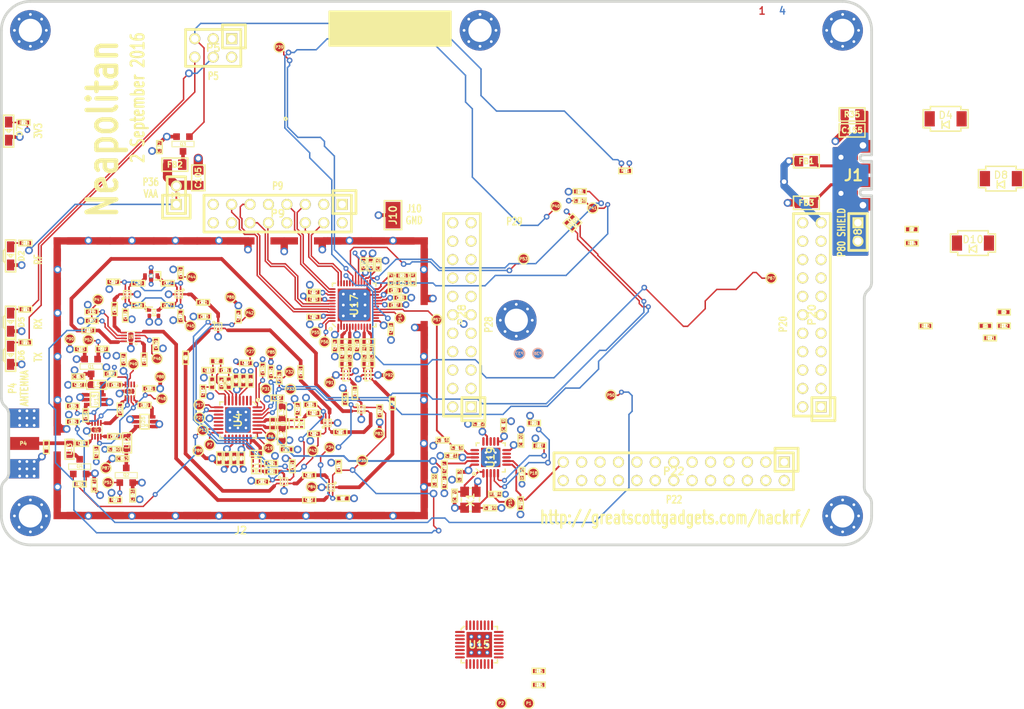
<source format=kicad_pcb>
(kicad_pcb (version 4) (host pcbnew "(2015-08-18 BZR 6102)-product")
  (title_block (date "19 may 2014"))
  (layers (0 C1F signal) (1 C2 signal) (2 C3 signal) (31 C4B signal) (34 B.Paste user) (35 F.Paste user) (36 B.SilkS user) (37 F.SilkS user) (38 B.Mask user) (39 F.Mask user) (44 Edge.Cuts user))
  (net 0 "")
  (net 1 !MIX_BYPASS)
  (net 2 !RX_AMP_PWR)
  (net 3 !TX_AMP_PWR)
  (net 4 !VAA_ENABLE)
  (net 5 /baseband/CLK5)
  (net 6 /baseband/CPOUT+)
  (net 7 /baseband/CPOUT-)
  (net 8 /baseband/INTR)
  (net 9 /baseband/OEB)
  (net 10 /baseband/RXBBI+)
  (net 11 /baseband/RXBBI-)
  (net 12 /baseband/RXBBQ+)
  (net 13 /baseband/RXBBQ-)
  (net 14 /baseband/TXBBI+)
  (net 15 /baseband/TXBBI-)
  (net 16 /baseband/TXBBQ+)
  (net 17 /baseband/TXBBQ-)
  (net 18 /baseband/XA)
  (net 19 /baseband/XB)
  (net 20 /baseband/XCVR_CLKOUT)
  (net 21 /baseband/XTAL2)
  (net 22 /frontend/!ANT_BIAS)
  (net 23 /frontend/REF_IN)
  (net 24 /frontend/RX_AMP_OUT)
  (net 25 /frontend/TX_AMP_IN)
  (net 26 /frontend/TX_AMP_OUT)
  (net 27 /mcu/usb/power/LED2)
  (net 28 /mcu/usb/power/LED3)
  (net 29 /mcu/usb/power/USB_SHIELD)
  (net 30 AMP_BYPASS)
  (net 31 CLK6)
  (net 32 CS_XCVR)
  (net 33 GND)
  (net 34 HP)
  (net 35 LP)
  (net 36 MIXER_ENX)
  (net 37 MIXER_RESETX)
  (net 38 MIXER_SCLK)
  (net 39 MIXER_SDATA)
  (net 40 MIX_BYPASS)
  (net 41 MIX_CLK)
  (net 42 RSSI)
  (net 43 RX)
  (net 44 RXENABLE)
  (net 45 RX_AMP)
  (net 46 RX_IF)
  (net 47 RX_MIX_BP)
  (net 48 TX)
  (net 49 TXENABLE)
  (net 50 TX_AMP)
  (net 51 TX_IF)
  (net 52 TX_MIX_BP)
  (net 53 VAA)
  (net 54 VCC)
  (net 55 XCVR_EN)
  (net 56 "Net-(C8-Pad2)")
  (net 57 "Net-(C9-Pad2)")
  (net 58 "Net-(C9-Pad1)")
  (net 59 "Net-(C12-Pad1)")
  (net 60 "Net-(C13-Pad1)")
  (net 61 "Net-(C14-Pad2)")
  (net 62 "Net-(C14-Pad1)")
  (net 63 "Net-(C15-Pad2)")
  (net 64 "Net-(C17-Pad2)")
  (net 65 "Net-(C17-Pad1)")
  (net 66 "Net-(C18-Pad2)")
  (net 67 "Net-(C18-Pad1)")
  (net 68 "Net-(C20-Pad2)")
  (net 69 "Net-(C20-Pad1)")
  (net 70 "Net-(C21-Pad2)")
  (net 71 "Net-(C21-Pad1)")
  (net 72 "Net-(C23-Pad2)")
  (net 73 "Net-(C23-Pad1)")
  (net 74 "Net-(C25-Pad1)")
  (net 75 "Net-(C26-Pad2)")
  (net 76 "Net-(C26-Pad1)")
  (net 77 "Net-(C27-Pad2)")
  (net 78 "Net-(C27-Pad1)")
  (net 79 "Net-(C28-Pad2)")
  (net 80 "Net-(C28-Pad1)")
  (net 81 "Net-(C31-Pad2)")
  (net 82 "Net-(C31-Pad1)")
  (net 83 "Net-(C32-Pad2)")
  (net 84 "Net-(C32-Pad1)")
  (net 85 "Net-(C43-Pad2)")
  (net 86 "Net-(C43-Pad1)")
  (net 87 "Net-(C44-Pad2)")
  (net 88 "Net-(C44-Pad1)")
  (net 89 "Net-(C46-Pad2)")
  (net 90 "Net-(C46-Pad1)")
  (net 91 "Net-(C48-Pad1)")
  (net 92 "Net-(C49-Pad2)")
  (net 93 "Net-(C50-Pad1)")
  (net 94 "Net-(C51-Pad2)")
  (net 95 "Net-(C51-Pad1)")
  (net 96 "Net-(C163-Pad2)")
  (net 97 "Net-(C58-Pad2)")
  (net 98 "Net-(C58-Pad1)")
  (net 99 "Net-(C59-Pad2)")
  (net 100 "Net-(C61-Pad2)")
  (net 101 "Net-(C61-Pad1)")
  (net 102 "Net-(C62-Pad2)")
  (net 103 "Net-(C64-Pad2)")
  (net 104 "Net-(C64-Pad1)")
  (net 105 "Net-(C99-Pad2)")
  (net 106 "Net-(C99-Pad1)")
  (net 107 "Net-(C102-Pad2)")
  (net 108 "Net-(C102-Pad1)")
  (net 109 "Net-(C104-Pad2)")
  (net 110 "Net-(C104-Pad1)")
  (net 111 "Net-(C105-Pad1)")
  (net 112 "Net-(C106-Pad1)")
  (net 113 "Net-(C111-Pad2)")
  (net 114 "Net-(C111-Pad1)")
  (net 115 "Net-(C114-Pad2)")
  (net 116 "Net-(C114-Pad1)")
  (net 117 "Net-(C160-Pad1)")
  (net 118 "Net-(D2-Pad2)")
  (net 119 "Net-(D5-Pad2)")
  (net 120 "Net-(D6-Pad2)")
  (net 121 "Net-(D7-Pad2)")
  (net 122 "Net-(FB1-Pad1)")
  (net 123 "Net-(FB2-Pad1)")
  (net 124 "Net-(FB3-Pad1)")
  (net 125 "Net-(L1-Pad2)")
  (net 126 "Net-(L1-Pad1)")
  (net 127 "Net-(L2-Pad1)")
  (net 128 "Net-(L3-Pad1)")
  (net 129 "Net-(L13-Pad1)")
  (net 130 "Net-(P6-Pad1)")
  (net 131 "Net-(P7-Pad1)")
  (net 132 "Net-(P17-Pad1)")
  (net 133 "Net-(P19-Pad1)")
  (net 134 "Net-(R4-Pad2)")
  (net 135 /mcu/usb/power/VBUSCTRL)
  (net 136 I2C1_SCL)
  (net 137 I2C1_SDA)
  (net 138 SSP0_MISO)
  (net 139 SSP0_SCK)
  (net 140 SSP0_MOSI)
  (net 141 /mcu/usb/power/VBUS)
  (net 142 /mcu/usb/power/VIN)
  (net 143 "Net-(D10-Pad2)")
  (net 144 /mcu/usb/power/BARREL)
  (net 145 /mcu/usb/power/VBUS2)
  (net 146 /mcu/usb/power/!IO_INT)
  (net 147 /mcu/usb/power/!IO_RESET)
  (net 148 /mcu/usb/power/BARREL_SENSE)
  (net 149 /mcu/usb/power/VBUS_SENSE)
  (net 150 /mcu/usb/power/VBUS2_SENSE)
  (module hackrf:GSG-QFN20-4 (layer C1F) (at 127.4692 162.926 90)
    (fp_text reference U19 (at 0 0 90) (layer F.SilkS) (effects (font (size 1.00076 1.00076) (thickness 0.2032))))
    (fp_text value SI5351C hide)
    (pad 1 smd oval (at -2.2 -1 90) (size 1.2 0.32) (layers C1F F.Paste F.Mask) (net 18 /baseband/XA))
    (pad 2 smd oval (at -2.2 -0.5 90) (size 1.2 0.32) (layers C1F F.Paste F.Mask) (net 19 /baseband/XB))
    (pad 3 smd oval (at -2.2 0 90) (size 1.2 0.32) (layers C1F F.Paste F.Mask) (net 8 /baseband/INTR))
    (pad 4 smd oval (at -2.2 0.5 90) (size 1.2 0.32) (layers C1F F.Paste F.Mask) (net 136 I2C1_SCL))
    (pad 5 smd oval (at -2.2 1 90) (size 1.2 0.32) (layers C1F F.Paste F.Mask) (net 137 I2C1_SDA))
    (pad 6 smd oval (at -1 2.2 180) (size 1.2 0.32) (layers C1F F.Paste F.Mask) (net 31 CLK6))
    (pad 7 smd oval (at -0.5 2.2 180) (size 1.2 0.32) (layers C1F F.Paste F.Mask) (net 9 /baseband/OEB))
    (pad 8 smd oval (at 0 2.2 180) (size 1.2 0.32) (layers C1F F.Paste F.Mask))
    (pad 9 smd oval (at 0.5 2.2 180) (size 1.2 0.32) (layers C1F F.Paste F.Mask))
    (pad 10 smd oval (at 1 2.2 180) (size 1.2 0.32) (layers C1F F.Paste F.Mask) (net 54 VCC))
    (pad 11 smd oval (at 2.2 1 90) (size 1.2 0.32) (layers C1F F.Paste F.Mask) (net 54 VCC))
    (pad 12 smd oval (at 2.2 0.5 90) (size 1.2 0.32) (layers C1F F.Paste F.Mask))
    (pad 13 smd oval (at 2.2 0 90) (size 1.2 0.32) (layers C1F F.Paste F.Mask))
    (pad 14 smd oval (at 2.2 -0.5 90) (size 1.2 0.32) (layers C1F F.Paste F.Mask) (net 54 VCC))
    (pad 15 smd oval (at 2.2 -1 90) (size 1.2 0.32) (layers C1F F.Paste F.Mask))
    (pad 16 smd oval (at 1 -2.2 180) (size 1.2 0.32) (layers C1F F.Paste F.Mask))
    (pad 17 smd oval (at 0.5 -2.2 180) (size 1.2 0.32) (layers C1F F.Paste F.Mask) (net 5 /baseband/CLK5))
    (pad 18 smd oval (at 0 -2.2 180) (size 1.2 0.32) (layers C1F F.Paste F.Mask) (net 54 VCC))
    (pad 19 smd oval (at -0.5 -2.2 180) (size 1.2 0.32) (layers C1F F.Paste F.Mask) (net 41 MIX_CLK))
    (pad 20 smd oval (at -1 -2.2 180) (size 1.2 0.32) (layers C1F F.Paste F.Mask) (net 54 VCC))
    (pad 0 smd rect (at 0 0 90) (size 2.65 2.65) (layers C1F F.Mask) (net 33 GND))
    (pad 0 thru_hole circle (at 0 0 90) (size 0.6 0.6) (drill 0.35) (layers *.Cu B.Mask) (net 33 GND))
    (pad 0 thru_hole circle (at -0.66 -0.66 90) (size 0.6 0.6) (drill 0.35) (layers *.Cu B.Mask) (net 33 GND))
    (pad 0 thru_hole circle (at 0.66 -0.66 90) (size 0.6 0.6) (drill 0.35) (layers *.Cu B.Mask) (net 33 GND))
    (pad 0 thru_hole circle (at 0.66 0.66 90) (size 0.6 0.6) (drill 0.35) (layers *.Cu B.Mask) (net 33 GND))
    (pad 0 thru_hole circle (at -0.66 0.66 90) (size 0.6 0.6) (drill 0.35) (layers *.Cu B.Mask) (net 33 GND))
    (pad 0 smd rect (at -0.66 -0.66 90) (size 1.32 1.32) (layers C1F F.Paste) (net 33 GND))
    (pad 0 smd rect (at 0.66 -0.66 90) (size 1.32 1.32) (layers C1F F.Paste) (net 33 GND))
    (pad 0 smd rect (at -0.66 0.66 90) (size 1.32 1.32) (layers C1F F.Paste) (net 33 GND))
    (pad 0 smd rect (at 0.66 0.66 90) (size 1.32 1.32) (layers C1F F.Paste) (net 33 GND))
  )
  (module gsg-modules:LTST-S220 (layer C1F) (at 61 117.9 270)
    (fp_text reference D7 (at 0 -1.5 270) (layer F.SilkS) (effects (font (size 0.762 0.762) (thickness 0.1905))))
    (fp_text value VCCLED hide)
    (pad 1 smd rect (at 1.25 0 270) (size 1.5 1) (layers C1F F.Paste F.Mask) (net 33 GND) (clearance 0.1778))
    (pad 2 smd rect (at -1.25 0 270) (size 1.5 1) (layers C1F F.Paste F.Mask) (net 121 "Net-(D7-Pad2)") (clearance 0.1778))
  )
  (module gsg-modules:LTST-S220 (layer C1F) (at 61.27 135.122 270)
    (fp_text reference D2 (at 0 -1.5 270) (layer F.SilkS) (effects (font (size 0.762 0.762) (thickness 0.1905))))
    (fp_text value VAALED hide)
    (pad 1 smd rect (at 1.25 0 270) (size 1.5 1) (layers C1F F.Paste F.Mask) (net 33 GND) (clearance 0.1778))
    (pad 2 smd rect (at -1.25 0 270) (size 1.5 1) (layers C1F F.Paste F.Mask) (net 118 "Net-(D2-Pad2)") (clearance 0.1778))
  )
  (module gsg-modules:LTST-S220 (layer C1F) (at 61.27 144.266 270)
    (fp_text reference D5 (at 0 -1.5 270) (layer F.SilkS) (effects (font (size 0.762 0.762) (thickness 0.1905))))
    (fp_text value RXLED hide)
    (pad 1 smd rect (at 1.25 0 270) (size 1.5 1) (layers C1F F.Paste F.Mask) (net 33 GND) (clearance 0.1778))
    (pad 2 smd rect (at -1.25 0 270) (size 1.5 1) (layers C1F F.Paste F.Mask) (net 119 "Net-(D5-Pad2)") (clearance 0.1778))
  )
  (module gsg-modules:LTST-S220 (layer C1F) (at 61.27 148.838 270)
    (fp_text reference D6 (at 0 -1.5 270) (layer F.SilkS) (effects (font (size 0.762 0.762) (thickness 0.1905))))
    (fp_text value TXLED hide)
    (pad 1 smd rect (at 1.25 0 270) (size 1.5 1) (layers C1F F.Paste F.Mask) (net 33 GND) (clearance 0.1778))
    (pad 2 smd rect (at -1.25 0 270) (size 1.5 1) (layers C1F F.Paste F.Mask) (net 120 "Net-(D6-Pad2)") (clearance 0.1778))
  )
  (module hackrf:GSG-0402 (layer C1F) (at 91.0964 163.0468 270)
    (fp_text reference C1 (at 0 0.0508 270) (layer F.SilkS) (effects (font (size 0.4064 0.4064) (thickness 0.1016))))
    (fp_text value 33pF hide)
    (pad 2 smd rect (at 0.5334 0 270) (size 0.508 0.5588) (layers C1F F.Paste F.Mask) (net 33 GND))
    (pad 1 smd rect (at -0.5334 0 270) (size 0.508 0.5588) (layers C1F F.Paste F.Mask) (net 54 VCC))
  )
  (module hackrf:GSG-0402 (layer C1F) (at 90.0804 163.0468 270)
    (fp_text reference C2 (at 0 0.0508 270) (layer F.SilkS) (effects (font (size 0.4064 0.4064) (thickness 0.1016))))
    (fp_text value 10nF hide)
    (pad 2 smd rect (at 0.5334 0 270) (size 0.508 0.5588) (layers C1F F.Paste F.Mask) (net 33 GND))
    (pad 1 smd rect (at -0.5334 0 270) (size 0.508 0.5588) (layers C1F F.Paste F.Mask) (net 54 VCC))
  )
  (module hackrf:GSG-0402 (layer C1F) (at 93.1284 163.0468 270)
    (fp_text reference C3 (at 0 0.0508 270) (layer F.SilkS) (effects (font (size 0.4064 0.4064) (thickness 0.1016))))
    (fp_text value 33pF hide)
    (pad 2 smd rect (at 0.5334 0 270) (size 0.508 0.5588) (layers C1F F.Paste F.Mask) (net 33 GND))
    (pad 1 smd rect (at -0.5334 0 270) (size 0.508 0.5588) (layers C1F F.Paste F.Mask) (net 53 VAA))
  )
  (module hackrf:GSG-0402 (layer C1F) (at 92.1124 163.0468 270)
    (fp_text reference C4 (at 0 0.0508 270) (layer F.SilkS) (effects (font (size 0.4064 0.4064) (thickness 0.1016))))
    (fp_text value 10nF hide)
    (pad 2 smd rect (at 0.5334 0 270) (size 0.508 0.5588) (layers C1F F.Paste F.Mask) (net 33 GND))
    (pad 1 smd rect (at -0.5334 0 270) (size 0.508 0.5588) (layers C1F F.Paste F.Mask) (net 53 VAA))
  )
  (module hackrf:GSG-0402 (layer C1F) (at 92.341 152.328 90)
    (fp_text reference C5 (at 0 0.0508 90) (layer F.SilkS) (effects (font (size 0.4064 0.4064) (thickness 0.1016))))
    (fp_text value 33pF hide)
    (pad 2 smd rect (at 0.5334 0 90) (size 0.508 0.5588) (layers C1F F.Paste F.Mask) (net 33 GND))
    (pad 1 smd rect (at -0.5334 0 90) (size 0.508 0.5588) (layers C1F F.Paste F.Mask) (net 53 VAA))
  )
  (module hackrf:GSG-0402 (layer C1F) (at 93.357 152.328 90)
    (fp_text reference C6 (at 0 0.0508 90) (layer F.SilkS) (effects (font (size 0.4064 0.4064) (thickness 0.1016))))
    (fp_text value 10nF hide)
    (pad 2 smd rect (at 0.5334 0 90) (size 0.508 0.5588) (layers C1F F.Paste F.Mask) (net 33 GND))
    (pad 1 smd rect (at -0.5334 0 90) (size 0.508 0.5588) (layers C1F F.Paste F.Mask) (net 53 VAA))
  )
  (module hackrf:GSG-0402 (layer C1F) (at 107.084 168.5762 180)
    (fp_text reference C7 (at 0 0.0508 180) (layer F.SilkS) (effects (font (size 0.4064 0.4064) (thickness 0.1016))))
    (fp_text value 33pF hide)
    (pad 2 smd rect (at 0.5334 0 180) (size 0.508 0.5588) (layers C1F F.Paste F.Mask) (net 40 MIX_BYPASS))
    (pad 1 smd rect (at -0.5334 0 180) (size 0.508 0.5588) (layers C1F F.Paste F.Mask) (net 33 GND))
  )
  (module hackrf:GSG-0402 (layer C1F) (at 113.919 155.448 270)
    (fp_text reference C8 (at 0 0.0508 270) (layer F.SilkS) (effects (font (size 0.4064 0.4064) (thickness 0.1016))))
    (fp_text value 22pF hide)
    (pad 2 smd rect (at 0.5334 0 270) (size 0.508 0.5588) (layers C1F F.Paste F.Mask) (net 56 "Net-(C8-Pad2)"))
    (pad 1 smd rect (at -0.5334 0 270) (size 0.508 0.5588) (layers C1F F.Paste F.Mask) (net 51 TX_IF))
  )
  (module hackrf:GSG-0402 (layer C1F) (at 85.4 149.1682 90)
    (fp_text reference C9 (at 0 0.0508 90) (layer F.SilkS) (effects (font (size 0.4064 0.4064) (thickness 0.1016))))
    (fp_text value 100nF hide)
    (pad 2 smd rect (at 0.5334 0 90) (size 0.508 0.5588) (layers C1F F.Paste F.Mask) (net 57 "Net-(C9-Pad2)"))
    (pad 1 smd rect (at -0.5334 0 90) (size 0.508 0.5588) (layers C1F F.Paste F.Mask) (net 58 "Net-(C9-Pad1)"))
  )
  (module hackrf:GSG-0402 (layer C1F) (at 87.9808 143.4816)
    (fp_text reference C10 (at 0 0.0508) (layer F.SilkS) (effects (font (size 0.4064 0.4064) (thickness 0.1016))))
    (fp_text value 33pF hide)
    (pad 2 smd rect (at 0.5334 0) (size 0.508 0.5588) (layers C1F F.Paste F.Mask) (net 43 RX))
    (pad 1 smd rect (at -0.5334 0) (size 0.508 0.5588) (layers C1F F.Paste F.Mask) (net 33 GND))
  )
  (module hackrf:GSG-0402 (layer C1F) (at 84.7138 143.4622 90)
    (fp_text reference C11 (at 0 0.0508 90) (layer F.SilkS) (effects (font (size 0.4064 0.4064) (thickness 0.1016))))
    (fp_text value 33pF hide)
    (pad 2 smd rect (at 0.5334 0 90) (size 0.508 0.5588) (layers C1F F.Paste F.Mask) (net 35 LP))
    (pad 1 smd rect (at -0.5334 0 90) (size 0.508 0.5588) (layers C1F F.Paste F.Mask) (net 33 GND))
  )
  (module hackrf:GSG-0402 (layer C1F) (at 87.7944 153.8266 270)
    (fp_text reference C12 (at 0 0.0508 270) (layer F.SilkS) (effects (font (size 0.4064 0.4064) (thickness 0.1016))))
    (fp_text value 330pF hide)
    (pad 2 smd rect (at 0.5334 0 270) (size 0.508 0.5588) (layers C1F F.Paste F.Mask) (net 33 GND))
    (pad 1 smd rect (at -0.5334 0 270) (size 0.508 0.5588) (layers C1F F.Paste F.Mask) (net 59 "Net-(C12-Pad1)"))
  )
  (module hackrf:GSG-0402 (layer C1F) (at 88.5564 150.9056 180)
    (fp_text reference C13 (at 0 0.0508 180) (layer F.SilkS) (effects (font (size 0.4064 0.4064) (thickness 0.1016))))
    (fp_text value 330pF hide)
    (pad 2 smd rect (at 0.5334 0 180) (size 0.508 0.5588) (layers C1F F.Paste F.Mask) (net 33 GND))
    (pad 1 smd rect (at -0.5334 0 180) (size 0.508 0.5588) (layers C1F F.Paste F.Mask) (net 60 "Net-(C13-Pad1)"))
  )
  (module hackrf:GSG-0402 (layer C1F) (at 90.3344 152.6836 90)
    (fp_text reference C14 (at 0 0.0508 90) (layer F.SilkS) (effects (font (size 0.4064 0.4064) (thickness 0.1016))))
    (fp_text value 8p2 hide)
    (pad 2 smd rect (at 0.5334 0 90) (size 0.508 0.5588) (layers C1F F.Paste F.Mask) (net 61 "Net-(C14-Pad2)"))
    (pad 1 smd rect (at -0.5334 0 90) (size 0.508 0.5588) (layers C1F F.Paste F.Mask) (net 62 "Net-(C14-Pad1)"))
  )
  (module hackrf:GSG-0402 (layer C1F) (at 90.8424 150.9056)
    (fp_text reference C15 (at 0 0.0508) (layer F.SilkS) (effects (font (size 0.4064 0.4064) (thickness 0.1016))))
    (fp_text value 180pF hide)
    (pad 2 smd rect (at 0.5334 0) (size 0.508 0.5588) (layers C1F F.Paste F.Mask) (net 63 "Net-(C15-Pad2)"))
    (pad 1 smd rect (at -0.5334 0) (size 0.508 0.5588) (layers C1F F.Paste F.Mask) (net 62 "Net-(C14-Pad1)"))
  )
  (module hackrf:GSG-0402 (layer C1F) (at 106.4998 164.1566 90)
    (fp_text reference C16 (at 0 0.0508 90) (layer F.SilkS) (effects (font (size 0.4064 0.4064) (thickness 0.1016))))
    (fp_text value 33pF hide)
    (pad 2 smd rect (at 0.5334 0 90) (size 0.508 0.5588) (layers C1F F.Paste F.Mask) (net 33 GND))
    (pad 1 smd rect (at -0.5334 0 90) (size 0.508 0.5588) (layers C1F F.Paste F.Mask) (net 1 !MIX_BYPASS))
  )
  (module hackrf:GSG-0402 (layer C1F) (at 82.9358 141.9382)
    (fp_text reference C17 (at 0 0.0508) (layer F.SilkS) (effects (font (size 0.4064 0.4064) (thickness 0.1016))))
    (fp_text value 100nF hide)
    (pad 2 smd rect (at 0.5334 0) (size 0.508 0.5588) (layers C1F F.Paste F.Mask) (net 64 "Net-(C17-Pad2)"))
    (pad 1 smd rect (at -0.5334 0) (size 0.508 0.5588) (layers C1F F.Paste F.Mask) (net 65 "Net-(C17-Pad1)"))
  )
  (module hackrf:GSG-0402 (layer C1F) (at 78.8718 141.9382)
    (fp_text reference C18 (at 0 0.0508) (layer F.SilkS) (effects (font (size 0.4064 0.4064) (thickness 0.1016))))
    (fp_text value 100nF hide)
    (pad 2 smd rect (at 0.5334 0) (size 0.508 0.5588) (layers C1F F.Paste F.Mask) (net 66 "Net-(C18-Pad2)"))
    (pad 1 smd rect (at -0.5334 0) (size 0.508 0.5588) (layers C1F F.Paste F.Mask) (net 67 "Net-(C18-Pad1)"))
  )
  (module hackrf:GSG-0402 (layer C1F) (at 77.0938 143.3352 90)
    (fp_text reference C19 (at 0 0.0508 90) (layer F.SilkS) (effects (font (size 0.4064 0.4064) (thickness 0.1016))))
    (fp_text value 33pF hide)
    (pad 2 smd rect (at 0.5334 0 90) (size 0.508 0.5588) (layers C1F F.Paste F.Mask) (net 35 LP))
    (pad 1 smd rect (at -0.5334 0 90) (size 0.508 0.5588) (layers C1F F.Paste F.Mask) (net 33 GND))
  )
  (module hackrf:GSG-0402 (layer C1F) (at 87.8078 141.5288)
    (fp_text reference C20 (at 0 0.0508) (layer F.SilkS) (effects (font (size 0.4064 0.4064) (thickness 0.1016))))
    (fp_text value 100nF hide)
    (pad 2 smd rect (at 0.5334 0) (size 0.508 0.5588) (layers C1F F.Paste F.Mask) (net 68 "Net-(C20-Pad2)"))
    (pad 1 smd rect (at -0.5334 0) (size 0.508 0.5588) (layers C1F F.Paste F.Mask) (net 69 "Net-(C20-Pad1)"))
  )
  (module hackrf:GSG-0402 (layer C1F) (at 102.4382 165.3794 180)
    (fp_text reference C21 (at 0 0.0508 180) (layer F.SilkS) (effects (font (size 0.4064 0.4064) (thickness 0.1016))))
    (fp_text value 22pF hide)
    (pad 2 smd rect (at 0.5334 0 180) (size 0.508 0.5588) (layers C1F F.Paste F.Mask) (net 70 "Net-(C21-Pad2)"))
    (pad 1 smd rect (at -0.5334 0 180) (size 0.508 0.5588) (layers C1F F.Paste F.Mask) (net 71 "Net-(C21-Pad1)"))
  )
  (module hackrf:GSG-0402 (layer C1F) (at 95.9732 166.2726)
    (fp_text reference C22 (at 0 0.0508) (layer F.SilkS) (effects (font (size 0.4064 0.4064) (thickness 0.1016))))
    (fp_text value 33pF hide)
    (pad 2 smd rect (at 0.5334 0) (size 0.508 0.5588) (layers C1F F.Paste F.Mask) (net 43 RX))
    (pad 1 smd rect (at -0.5334 0) (size 0.508 0.5588) (layers C1F F.Paste F.Mask) (net 33 GND))
  )
  (module hackrf:GSG-0402 (layer C1F) (at 101.2698 151.1808 90)
    (fp_text reference C23 (at 0 0.0508 90) (layer F.SilkS) (effects (font (size 0.4064 0.4064) (thickness 0.1016))))
    (fp_text value 100nF hide)
    (pad 2 smd rect (at 0.5334 0 90) (size 0.508 0.5588) (layers C1F F.Paste F.Mask) (net 72 "Net-(C23-Pad2)"))
    (pad 1 smd rect (at -0.5334 0 90) (size 0.508 0.5588) (layers C1F F.Paste F.Mask) (net 73 "Net-(C23-Pad1)"))
  )
  (module hackrf:GSG-0402 (layer C1F) (at 92.6798 143.4816 270)
    (fp_text reference C24 (at 0 0.0508 270) (layer F.SilkS) (effects (font (size 0.4064 0.4064) (thickness 0.1016))))
    (fp_text value 33pF hide)
    (pad 2 smd rect (at 0.5334 0 270) (size 0.508 0.5588) (layers C1F F.Paste F.Mask) (net 48 TX))
    (pad 1 smd rect (at -0.5334 0 270) (size 0.508 0.5588) (layers C1F F.Paste F.Mask) (net 33 GND))
  )
  (module hackrf:GSG-0402 (layer C1F) (at 97.1924 163.7326)
    (fp_text reference C25 (at 0 0.0508) (layer F.SilkS) (effects (font (size 0.4064 0.4064) (thickness 0.1016))))
    (fp_text value 100nF hide)
    (pad 2 smd rect (at 0.5334 0) (size 0.508 0.5588) (layers C1F F.Paste F.Mask) (net 33 GND))
    (pad 1 smd rect (at -0.5334 0) (size 0.508 0.5588) (layers C1F F.Paste F.Mask) (net 74 "Net-(C25-Pad1)"))
  )
  (module hackrf:GSG-0402 (layer C1F) (at 78.8718 138.8902 180)
    (fp_text reference C26 (at 0 0.0508 180) (layer F.SilkS) (effects (font (size 0.4064 0.4064) (thickness 0.1016))))
    (fp_text value 47pF hide)
    (pad 2 smd rect (at 0.5334 0 180) (size 0.508 0.5588) (layers C1F F.Paste F.Mask) (net 75 "Net-(C26-Pad2)"))
    (pad 1 smd rect (at -0.5334 0 180) (size 0.508 0.5588) (layers C1F F.Paste F.Mask) (net 76 "Net-(C26-Pad1)"))
  )
  (module hackrf:GSG-0402 (layer C1F) (at 82.9358 138.8902)
    (fp_text reference C27 (at 0 0.0508) (layer F.SilkS) (effects (font (size 0.4064 0.4064) (thickness 0.1016))))
    (fp_text value 47pF hide)
    (pad 2 smd rect (at 0.5334 0) (size 0.508 0.5588) (layers C1F F.Paste F.Mask) (net 77 "Net-(C27-Pad2)"))
    (pad 1 smd rect (at -0.5334 0) (size 0.508 0.5588) (layers C1F F.Paste F.Mask) (net 78 "Net-(C27-Pad1)"))
  )
  (module hackrf:GSG-0402 (layer C1F) (at 97.1924 164.8756)
    (fp_text reference C28 (at 0 0.0508) (layer F.SilkS) (effects (font (size 0.4064 0.4064) (thickness 0.1016))))
    (fp_text value 100nF hide)
    (pad 2 smd rect (at 0.5334 0) (size 0.508 0.5588) (layers C1F F.Paste F.Mask) (net 79 "Net-(C28-Pad2)"))
    (pad 1 smd rect (at -0.5334 0) (size 0.508 0.5588) (layers C1F F.Paste F.Mask) (net 80 "Net-(C28-Pad1)"))
  )
  (module hackrf:GSG-0402 (layer C1F) (at 75.4174 138.7124 180)
    (fp_text reference C29 (at 0 0.0508 180) (layer F.SilkS) (effects (font (size 0.4064 0.4064) (thickness 0.1016))))
    (fp_text value 33pF hide)
    (pad 2 smd rect (at 0.5334 0 180) (size 0.508 0.5588) (layers C1F F.Paste F.Mask) (net 33 GND))
    (pad 1 smd rect (at -0.5334 0 180) (size 0.508 0.5588) (layers C1F F.Paste F.Mask) (net 34 HP))
  )
  (module hackrf:GSG-0402 (layer C1F) (at 84.7138 137.4932 90)
    (fp_text reference C30 (at 0 0.0508 90) (layer F.SilkS) (effects (font (size 0.4064 0.4064) (thickness 0.1016))))
    (fp_text value 33pF hide)
    (pad 2 smd rect (at 0.5334 0 90) (size 0.508 0.5588) (layers C1F F.Paste F.Mask) (net 33 GND))
    (pad 1 smd rect (at -0.5334 0 90) (size 0.508 0.5588) (layers C1F F.Paste F.Mask) (net 34 HP))
  )
  (module hackrf:GSG-0402 (layer C1F) (at 75.5952 142.4462 90)
    (fp_text reference C31 (at 0 0.0508 90) (layer F.SilkS) (effects (font (size 0.4064 0.4064) (thickness 0.1016))))
    (fp_text value 100nF hide)
    (pad 2 smd rect (at 0.5334 0 90) (size 0.508 0.5588) (layers C1F F.Paste F.Mask) (net 81 "Net-(C31-Pad2)"))
    (pad 1 smd rect (at -0.5334 0 90) (size 0.508 0.5588) (layers C1F F.Paste F.Mask) (net 82 "Net-(C31-Pad1)"))
  )
  (module hackrf:GSG-0402 (layer C1F) (at 102.4382 168.8084 180)
    (fp_text reference C32 (at 0 0.0508 180) (layer F.SilkS) (effects (font (size 0.4064 0.4064) (thickness 0.1016))))
    (fp_text value 22pF hide)
    (pad 2 smd rect (at 0.5334 0 180) (size 0.508 0.5588) (layers C1F F.Paste F.Mask) (net 83 "Net-(C32-Pad2)"))
    (pad 1 smd rect (at -0.5334 0 180) (size 0.508 0.5588) (layers C1F F.Paste F.Mask) (net 84 "Net-(C32-Pad1)"))
  )
  (module hackrf:GSG-0402 (layer C1F) (at 100.1134 164.139 90)
    (fp_text reference C33 (at 0 0.0508 90) (layer F.SilkS) (effects (font (size 0.4064 0.4064) (thickness 0.1016))))
    (fp_text value 33pF hide)
    (pad 2 smd rect (at 0.5334 0 90) (size 0.508 0.5588) (layers C1F F.Paste F.Mask) (net 33 GND))
    (pad 1 smd rect (at -0.5334 0 90) (size 0.508 0.5588) (layers C1F F.Paste F.Mask) (net 48 TX))
  )
  (module hackrf:GSG-0402 (layer C1F) (at 98.31 151.9216 90)
    (fp_text reference C34 (at 0 0.0508 90) (layer F.SilkS) (effects (font (size 0.4064 0.4064) (thickness 0.1016))))
    (fp_text value 33pF hide)
    (pad 2 smd rect (at 0.5334 0 90) (size 0.508 0.5588) (layers C1F F.Paste F.Mask) (net 33 GND))
    (pad 1 smd rect (at -0.5334 0 90) (size 0.508 0.5588) (layers C1F F.Paste F.Mask) (net 37 MIXER_RESETX))
  )
  (module hackrf:GSG-0402 (layer C1F) (at 97.167 151.1596 90)
    (fp_text reference C35 (at 0 0.0508 90) (layer F.SilkS) (effects (font (size 0.4064 0.4064) (thickness 0.1016))))
    (fp_text value 33pF hide)
    (pad 2 smd rect (at 0.5334 0 90) (size 0.508 0.5588) (layers C1F F.Paste F.Mask) (net 33 GND))
    (pad 1 smd rect (at -0.5334 0 90) (size 0.508 0.5588) (layers C1F F.Paste F.Mask) (net 36 MIXER_ENX))
  )
  (module hackrf:GSG-0402 (layer C1F) (at 96.024 150.7786 90)
    (fp_text reference C36 (at 0 0.0508 90) (layer F.SilkS) (effects (font (size 0.4064 0.4064) (thickness 0.1016))))
    (fp_text value 33pF hide)
    (pad 2 smd rect (at 0.5334 0 90) (size 0.508 0.5588) (layers C1F F.Paste F.Mask) (net 33 GND))
    (pad 1 smd rect (at -0.5334 0 90) (size 0.508 0.5588) (layers C1F F.Paste F.Mask) (net 38 MIXER_SCLK))
  )
  (module hackrf:GSG-0402 (layer C1F) (at 93.738 149.915 180)
    (fp_text reference C37 (at 0 0.0508 180) (layer F.SilkS) (effects (font (size 0.4064 0.4064) (thickness 0.1016))))
    (fp_text value 33pF hide)
    (pad 2 smd rect (at 0.5334 0 180) (size 0.508 0.5588) (layers C1F F.Paste F.Mask) (net 33 GND))
    (pad 1 smd rect (at -0.5334 0 180) (size 0.508 0.5588) (layers C1F F.Paste F.Mask) (net 39 MIXER_SDATA))
  )
  (module hackrf:GSG-0402 (layer C1F) (at 72.4456 142.8272)
    (fp_text reference C38 (at 0 0.0508) (layer F.SilkS) (effects (font (size 0.4064 0.4064) (thickness 0.1016))))
    (fp_text value 33pF hide)
    (pad 2 smd rect (at 0.5334 0) (size 0.508 0.5588) (layers C1F F.Paste F.Mask) (net 1 !MIX_BYPASS))
    (pad 1 smd rect (at -0.5334 0) (size 0.508 0.5588) (layers C1F F.Paste F.Mask) (net 33 GND))
  )
  (module hackrf:GSG-0402 (layer C1F) (at 81.3054 147.3454 90)
    (fp_text reference C39 (at 0 0.0508 90) (layer F.SilkS) (effects (font (size 0.4064 0.4064) (thickness 0.1016))))
    (fp_text value 33pF hide)
    (pad 2 smd rect (at 0.5334 0 90) (size 0.508 0.5588) (layers C1F F.Paste F.Mask) (net 52 TX_MIX_BP))
    (pad 1 smd rect (at -0.5334 0 90) (size 0.508 0.5588) (layers C1F F.Paste F.Mask) (net 33 GND))
  )
  (module hackrf:GSG-0402 (layer C1F) (at 72.4456 144.0718)
    (fp_text reference C40 (at 0 0.0508) (layer F.SilkS) (effects (font (size 0.4064 0.4064) (thickness 0.1016))))
    (fp_text value 33pF hide)
    (pad 2 smd rect (at 0.5334 0) (size 0.508 0.5588) (layers C1F F.Paste F.Mask) (net 47 RX_MIX_BP))
    (pad 1 smd rect (at -0.5334 0) (size 0.508 0.5588) (layers C1F F.Paste F.Mask) (net 33 GND))
  )
  (module hackrf:GSG-0402 (layer C1F) (at 99.326 161.8276)
    (fp_text reference C41 (at 0 0.0508) (layer F.SilkS) (effects (font (size 0.4064 0.4064) (thickness 0.1016))))
    (fp_text value 100pF hide)
    (pad 2 smd rect (at 0.5334 0) (size 0.508 0.5588) (layers C1F F.Paste F.Mask) (net 33 GND))
    (pad 1 smd rect (at -0.5334 0) (size 0.508 0.5588) (layers C1F F.Paste F.Mask) (net 53 VAA))
  )
  (module hackrf:GSG-0402 (layer C1F) (at 98.056 154.7156 180)
    (fp_text reference C42 (at 0 0.0508 180) (layer F.SilkS) (effects (font (size 0.4064 0.4064) (thickness 0.1016))))
    (fp_text value 100pF hide)
    (pad 2 smd rect (at 0.5334 0 180) (size 0.508 0.5588) (layers C1F F.Paste F.Mask) (net 33 GND))
    (pad 1 smd rect (at -0.5334 0 180) (size 0.508 0.5588) (layers C1F F.Paste F.Mask) (net 53 VAA))
  )
  (module hackrf:GSG-0402 (layer C1F) (at 72.009 145.415 180)
    (fp_text reference C43 (at 0 0.0508 180) (layer F.SilkS) (effects (font (size 0.4064 0.4064) (thickness 0.1016))))
    (fp_text value 22pF hide)
    (pad 2 smd rect (at 0.5334 0 180) (size 0.508 0.5588) (layers C1F F.Paste F.Mask) (net 85 "Net-(C43-Pad2)"))
    (pad 1 smd rect (at -0.5334 0 180) (size 0.508 0.5588) (layers C1F F.Paste F.Mask) (net 86 "Net-(C43-Pad1)"))
  )
  (module hackrf:GSG-0402 (layer C1F) (at 79.6798 149.4282 90)
    (fp_text reference C44 (at 0 0.0508 90) (layer F.SilkS) (effects (font (size 0.4064 0.4064) (thickness 0.1016))))
    (fp_text value 100nF hide)
    (pad 2 smd rect (at 0.5334 0 90) (size 0.508 0.5588) (layers C1F F.Paste F.Mask) (net 87 "Net-(C44-Pad2)"))
    (pad 1 smd rect (at -0.5334 0 90) (size 0.508 0.5588) (layers C1F F.Paste F.Mask) (net 88 "Net-(C44-Pad1)"))
  )
  (module hackrf:GSG-0402 (layer C1F) (at 102.5906 155.6512)
    (fp_text reference C45 (at 0 0.0508) (layer F.SilkS) (effects (font (size 0.4064 0.4064) (thickness 0.1016))))
    (fp_text value 33pF hide)
    (pad 2 smd rect (at 0.5334 0) (size 0.508 0.5588) (layers C1F F.Paste F.Mask) (net 48 TX))
    (pad 1 smd rect (at -0.5334 0) (size 0.508 0.5588) (layers C1F F.Paste F.Mask) (net 33 GND))
  )
  (module hackrf:GSG-0402 (layer C1F) (at 103.0478 156.7942 180)
    (fp_text reference C46 (at 0 0.0508 180) (layer F.SilkS) (effects (font (size 0.4064 0.4064) (thickness 0.1016))))
    (fp_text value 100nF hide)
    (pad 2 smd rect (at 0.5334 0 180) (size 0.508 0.5588) (layers C1F F.Paste F.Mask) (net 89 "Net-(C46-Pad2)"))
    (pad 1 smd rect (at -0.5334 0 180) (size 0.508 0.5588) (layers C1F F.Paste F.Mask) (net 90 "Net-(C46-Pad1)"))
  )
  (module hackrf:GSG-0402 (layer C1F) (at 112.1664 156.5656 90)
    (fp_text reference C47 (at 0 0.0508 90) (layer F.SilkS) (effects (font (size 0.4064 0.4064) (thickness 0.1016))))
    (fp_text value 33pF hide)
    (pad 2 smd rect (at 0.5334 0 90) (size 0.508 0.5588) (layers C1F F.Paste F.Mask) (net 1 !MIX_BYPASS))
    (pad 1 smd rect (at -0.5334 0 90) (size 0.508 0.5588) (layers C1F F.Paste F.Mask) (net 33 GND))
  )
  (module hackrf:GSG-0402 (layer C1F) (at 108.7374 154.0002 90)
    (fp_text reference C48 (at 0 0.0508 90) (layer F.SilkS) (effects (font (size 0.4064 0.4064) (thickness 0.1016))))
    (fp_text value 22pF hide)
    (pad 2 smd rect (at 0.5334 0 90) (size 0.508 0.5588) (layers C1F F.Paste F.Mask) (net 46 RX_IF))
    (pad 1 smd rect (at -0.5334 0 90) (size 0.508 0.5588) (layers C1F F.Paste F.Mask) (net 91 "Net-(C48-Pad1)"))
  )
  (module hackrf:GSG-0402 (layer C1F) (at 100.85 156.2396 270)
    (fp_text reference C49 (at 0 0.0508 270) (layer F.SilkS) (effects (font (size 0.4064 0.4064) (thickness 0.1016))))
    (fp_text value 100nF hide)
    (pad 2 smd rect (at 0.5334 0 270) (size 0.508 0.5588) (layers C1F F.Paste F.Mask) (net 92 "Net-(C49-Pad2)"))
    (pad 1 smd rect (at -0.5334 0 270) (size 0.508 0.5588) (layers C1F F.Paste F.Mask) (net 33 GND))
  )
  (module hackrf:GSG-0402 (layer C1F) (at 75.678 152.92)
    (fp_text reference C50 (at 0 0.0508) (layer F.SilkS) (effects (font (size 0.4064 0.4064) (thickness 0.1016))))
    (fp_text value 100nF hide)
    (pad 2 smd rect (at 0.5334 0) (size 0.508 0.5588) (layers C1F F.Paste F.Mask) (net 24 /frontend/RX_AMP_OUT))
    (pad 1 smd rect (at -0.5334 0) (size 0.508 0.5588) (layers C1F F.Paste F.Mask) (net 93 "Net-(C50-Pad1)"))
  )
  (module hackrf:GSG-0402 (layer C1F) (at 106.7414 159.434 180)
    (fp_text reference C51 (at 0 0.0508 180) (layer F.SilkS) (effects (font (size 0.4064 0.4064) (thickness 0.1016))))
    (fp_text value 22pF hide)
    (pad 2 smd rect (at 0.5334 0 180) (size 0.508 0.5588) (layers C1F F.Paste F.Mask) (net 94 "Net-(C51-Pad2)"))
    (pad 1 smd rect (at -0.5334 0 180) (size 0.508 0.5588) (layers C1F F.Paste F.Mask) (net 95 "Net-(C51-Pad1)"))
  )
  (module hackrf:GSG-0402 (layer C1F) (at 70.598 152.92 180)
    (fp_text reference C52 (at 0 0.0508 180) (layer F.SilkS) (effects (font (size 0.4064 0.4064) (thickness 0.1016))))
    (fp_text value 100pF hide)
    (pad 2 smd rect (at 0.5334 0 180) (size 0.508 0.5588) (layers C1F F.Paste F.Mask) (net 33 GND))
    (pad 1 smd rect (at -0.5334 0 180) (size 0.508 0.5588) (layers C1F F.Paste F.Mask) (net 96 "Net-(C163-Pad2)"))
  )
  (module hackrf:GSG-0402 (layer C1F) (at 70.9474 147.9998 180)
    (fp_text reference C53 (at 0 0.0508 180) (layer F.SilkS) (effects (font (size 0.4064 0.4064) (thickness 0.1016))))
    (fp_text value 1uF hide)
    (pad 2 smd rect (at 0.5334 0 180) (size 0.508 0.5588) (layers C1F F.Paste F.Mask) (net 33 GND))
    (pad 1 smd rect (at -0.5334 0 180) (size 0.508 0.5588) (layers C1F F.Paste F.Mask) (net 53 VAA))
  )
  (module hackrf:GSG-0402 (layer C1F) (at 103.124 159.6644 180)
    (fp_text reference C54 (at 0 0.0508 180) (layer F.SilkS) (effects (font (size 0.4064 0.4064) (thickness 0.1016))))
    (fp_text value 33pF hide)
    (pad 2 smd rect (at 0.5334 0 180) (size 0.508 0.5588) (layers C1F F.Paste F.Mask) (net 33 GND))
    (pad 1 smd rect (at -0.5334 0 180) (size 0.508 0.5588) (layers C1F F.Paste F.Mask) (net 43 RX))
  )
  (module hackrf:GSG-0402 (layer C1F) (at 80.377 153.428)
    (fp_text reference C55 (at 0 0.0508) (layer F.SilkS) (effects (font (size 0.4064 0.4064) (thickness 0.1016))))
    (fp_text value 33pF hide)
    (pad 2 smd rect (at 0.5334 0) (size 0.508 0.5588) (layers C1F F.Paste F.Mask) (net 33 GND))
    (pad 1 smd rect (at -0.5334 0) (size 0.508 0.5588) (layers C1F F.Paste F.Mask) (net 50 TX_AMP))
  )
  (module hackrf:GSG-0402 (layer C1F) (at 107.3912 154.8638 90)
    (fp_text reference C56 (at 0 0.0508 90) (layer F.SilkS) (effects (font (size 0.4064 0.4064) (thickness 0.1016))))
    (fp_text value 33pF hide)
    (pad 2 smd rect (at 0.5334 0 90) (size 0.508 0.5588) (layers C1F F.Paste F.Mask) (net 33 GND))
    (pad 1 smd rect (at -0.5334 0 90) (size 0.508 0.5588) (layers C1F F.Paste F.Mask) (net 40 MIX_BYPASS))
  )
  (module hackrf:GSG-0402 (layer C1F) (at 76.835 149.4282 90)
    (fp_text reference C57 (at 0 0.0508 90) (layer F.SilkS) (effects (font (size 0.4064 0.4064) (thickness 0.1016))))
    (fp_text value 33pF hide)
    (pad 2 smd rect (at 0.5334 0 90) (size 0.508 0.5588) (layers C1F F.Paste F.Mask) (net 33 GND))
    (pad 1 smd rect (at -0.5334 0 90) (size 0.508 0.5588) (layers C1F F.Paste F.Mask) (net 30 AMP_BYPASS))
  )
  (module hackrf:GSG-0402 (layer C1F) (at 71.614 157.111 90)
    (fp_text reference C58 (at 0 0.0508 90) (layer F.SilkS) (effects (font (size 0.4064 0.4064) (thickness 0.1016))))
    (fp_text value 100nF hide)
    (pad 2 smd rect (at 0.5334 0 90) (size 0.508 0.5588) (layers C1F F.Paste F.Mask) (net 97 "Net-(C58-Pad2)"))
    (pad 1 smd rect (at -0.5334 0 90) (size 0.508 0.5588) (layers C1F F.Paste F.Mask) (net 98 "Net-(C58-Pad1)"))
  )
  (module hackrf:GSG-0402 (layer C1F) (at 79.742 155.714)
    (fp_text reference C59 (at 0 0.0508) (layer F.SilkS) (effects (font (size 0.4064 0.4064) (thickness 0.1016))))
    (fp_text value 100nF hide)
    (pad 2 smd rect (at 0.5334 0) (size 0.508 0.5588) (layers C1F F.Paste F.Mask) (net 99 "Net-(C59-Pad2)"))
    (pad 1 smd rect (at -0.5334 0) (size 0.508 0.5588) (layers C1F F.Paste F.Mask) (net 25 /frontend/TX_AMP_IN))
  )
  (module hackrf:GSG-0402 (layer C1F) (at 75.043 151.396)
    (fp_text reference C60 (at 0 0.0508) (layer F.SilkS) (effects (font (size 0.4064 0.4064) (thickness 0.1016))))
    (fp_text value 33pF hide)
    (pad 2 smd rect (at 0.5334 0) (size 0.508 0.5588) (layers C1F F.Paste F.Mask) (net 45 RX_AMP))
    (pad 1 smd rect (at -0.5334 0) (size 0.508 0.5588) (layers C1F F.Paste F.Mask) (net 33 GND))
  )
  (module hackrf:GSG-0402 (layer C1F) (at 76.3638 156.3236 90)
    (fp_text reference C61 (at 0 0.0508 90) (layer F.SilkS) (effects (font (size 0.4064 0.4064) (thickness 0.1016))))
    (fp_text value 100nF hide)
    (pad 2 smd rect (at 0.5334 0 90) (size 0.508 0.5588) (layers C1F F.Paste F.Mask) (net 100 "Net-(C61-Pad2)"))
    (pad 1 smd rect (at -0.5334 0 90) (size 0.508 0.5588) (layers C1F F.Paste F.Mask) (net 101 "Net-(C61-Pad1)"))
  )
  (module hackrf:GSG-0402 (layer C1F) (at 75.551 160.032)
    (fp_text reference C62 (at 0 0.0508) (layer F.SilkS) (effects (font (size 0.4064 0.4064) (thickness 0.1016))))
    (fp_text value 100nF hide)
    (pad 2 smd rect (at 0.5334 0) (size 0.508 0.5588) (layers C1F F.Paste F.Mask) (net 102 "Net-(C62-Pad2)"))
    (pad 1 smd rect (at -0.5334 0) (size 0.508 0.5588) (layers C1F F.Paste F.Mask) (net 26 /frontend/TX_AMP_OUT))
  )
  (module hackrf:GSG-0402 (layer C1F) (at 73.0872 162.2418 270)
    (fp_text reference C63 (at 0 0.0508 270) (layer F.SilkS) (effects (font (size 0.4064 0.4064) (thickness 0.1016))))
    (fp_text value 33pF hide)
    (pad 2 smd rect (at 0.5334 0 270) (size 0.508 0.5588) (layers C1F F.Paste F.Mask) (net 33 GND))
    (pad 1 smd rect (at -0.5334 0 270) (size 0.508 0.5588) (layers C1F F.Paste F.Mask) (net 50 TX_AMP))
  )
  (module hackrf:GSG-0402 (layer C1F) (at 71.1 161 180)
    (fp_text reference C64 (at 0 0.0508 180) (layer F.SilkS) (effects (font (size 0.4064 0.4064) (thickness 0.1016))))
    (fp_text value 100nF hide)
    (pad 2 smd rect (at 0.5334 0 180) (size 0.508 0.5588) (layers C1F F.Paste F.Mask) (net 103 "Net-(C64-Pad2)"))
    (pad 1 smd rect (at -0.5334 0 180) (size 0.508 0.5588) (layers C1F F.Paste F.Mask) (net 104 "Net-(C64-Pad1)"))
  )
  (module hackrf:GSG-0402 (layer C1F) (at 69.836 158)
    (fp_text reference C65 (at 0 0.0508) (layer F.SilkS) (effects (font (size 0.4064 0.4064) (thickness 0.1016))))
    (fp_text value 33pF hide)
    (pad 2 smd rect (at 0.5334 0) (size 0.508 0.5588) (layers C1F F.Paste F.Mask) (net 30 AMP_BYPASS))
    (pad 1 smd rect (at -0.5334 0) (size 0.508 0.5588) (layers C1F F.Paste F.Mask) (net 33 GND))
  )
  (module hackrf:GSG-0402 (layer C1F) (at 69.836 155.841)
    (fp_text reference C66 (at 0 0.0508) (layer F.SilkS) (effects (font (size 0.4064 0.4064) (thickness 0.1016))))
    (fp_text value 33pF hide)
    (pad 2 smd rect (at 0.5334 0) (size 0.508 0.5588) (layers C1F F.Paste F.Mask) (net 45 RX_AMP))
    (pad 1 smd rect (at -0.5334 0) (size 0.508 0.5588) (layers C1F F.Paste F.Mask) (net 33 GND))
  )
  (module hackrf:GSG-0402 (layer C1F) (at 121.0802 164.2964 270)
    (fp_text reference C67 (at 0 0.0508 270) (layer F.SilkS) (effects (font (size 0.4064 0.4064) (thickness 0.1016))))
    (fp_text value 33pF hide)
    (pad 2 smd rect (at 0.5334 0 270) (size 0.508 0.5588) (layers C1F F.Paste F.Mask) (net 23 /frontend/REF_IN))
    (pad 1 smd rect (at -0.5334 0 270) (size 0.508 0.5588) (layers C1F F.Paste F.Mask) (net 41 MIX_CLK))
  )
  (module hackrf:GSG-0402 (layer C1F) (at 121.0802 166.3284 270)
    (fp_text reference C70 (at 0 0.0508 270) (layer F.SilkS) (effects (font (size 0.4064 0.4064) (thickness 0.1016))))
    (fp_text value 100pF hide)
    (pad 2 smd rect (at 0.5334 0 270) (size 0.508 0.5588) (layers C1F F.Paste F.Mask) (net 33 GND))
    (pad 1 smd rect (at -0.5334 0 270) (size 0.508 0.5588) (layers C1F F.Paste F.Mask) (net 23 /frontend/REF_IN))
  )
  (module hackrf:GSG-0402 (layer C1F) (at 105.9815 147.4851 270)
    (fp_text reference C84 (at 0 0.0508 270) (layer F.SilkS) (effects (font (size 0.4064 0.4064) (thickness 0.1016))))
    (fp_text value 22pF hide)
    (pad 2 smd rect (at 0.5334 0 270) (size 0.508 0.5588) (layers C1F F.Paste F.Mask) (net 33 GND))
    (pad 1 smd rect (at -0.5334 0 270) (size 0.508 0.5588) (layers C1F F.Paste F.Mask) (net 53 VAA))
  )
  (module hackrf:GSG-0402 (layer C1F) (at 109.0295 147.4851 270)
    (fp_text reference C85 (at 0 0.0508 270) (layer F.SilkS) (effects (font (size 0.4064 0.4064) (thickness 0.1016))))
    (fp_text value 22pF hide)
    (pad 2 smd rect (at 0.5334 0 270) (size 0.508 0.5588) (layers C1F F.Paste F.Mask) (net 33 GND))
    (pad 1 smd rect (at -0.5334 0 270) (size 0.508 0.5588) (layers C1F F.Paste F.Mask) (net 53 VAA))
  )
  (module hackrf:GSG-0402 (layer C1F) (at 113.7285 145.1991 270)
    (fp_text reference C86 (at 0 0.0508 270) (layer F.SilkS) (effects (font (size 0.4064 0.4064) (thickness 0.1016))))
    (fp_text value 22pF hide)
    (pad 2 smd rect (at 0.5334 0 270) (size 0.508 0.5588) (layers C1F F.Paste F.Mask) (net 33 GND))
    (pad 1 smd rect (at -0.5334 0 270) (size 0.508 0.5588) (layers C1F F.Paste F.Mask) (net 53 VAA))
  )
  (module hackrf:GSG-0402 (layer C1F) (at 114.2365 141.8971)
    (fp_text reference C87 (at 0 0.0508) (layer F.SilkS) (effects (font (size 0.4064 0.4064) (thickness 0.1016))))
    (fp_text value 10nF hide)
    (pad 2 smd rect (at 0.5334 0) (size 0.508 0.5588) (layers C1F F.Paste F.Mask) (net 33 GND))
    (pad 1 smd rect (at -0.5334 0) (size 0.508 0.5588) (layers C1F F.Paste F.Mask) (net 53 VAA))
  )
  (module hackrf:GSG-0402 (layer C1F) (at 114.9985 140.8811)
    (fp_text reference C88 (at 0 0.0508) (layer F.SilkS) (effects (font (size 0.4064 0.4064) (thickness 0.1016))))
    (fp_text value 10nF hide)
    (pad 2 smd rect (at 0.5334 0) (size 0.508 0.5588) (layers C1F F.Paste F.Mask) (net 33 GND))
    (pad 1 smd rect (at -0.5334 0) (size 0.508 0.5588) (layers C1F F.Paste F.Mask) (net 54 VCC))
  )
  (module hackrf:GSG-0402 (layer C1F) (at 114.2365 139.8651)
    (fp_text reference C89 (at 0 0.0508) (layer F.SilkS) (effects (font (size 0.4064 0.4064) (thickness 0.1016))))
    (fp_text value 10nF hide)
    (pad 2 smd rect (at 0.5334 0) (size 0.508 0.5588) (layers C1F F.Paste F.Mask) (net 33 GND))
    (pad 1 smd rect (at -0.5334 0) (size 0.508 0.5588) (layers C1F F.Paste F.Mask) (net 53 VAA))
  )
  (module hackrf:GSG-0402 (layer C1F) (at 109.9185 136.3091 90)
    (fp_text reference C90 (at 0 0.0508 90) (layer F.SilkS) (effects (font (size 0.4064 0.4064) (thickness 0.1016))))
    (fp_text value 100pF hide)
    (pad 2 smd rect (at 0.5334 0 90) (size 0.508 0.5588) (layers C1F F.Paste F.Mask) (net 33 GND))
    (pad 1 smd rect (at -0.5334 0 90) (size 0.508 0.5588) (layers C1F F.Paste F.Mask) (net 53 VAA))
  )
  (module hackrf:GSG-0402 (layer C1F) (at 110.9345 136.3091 90)
    (fp_text reference C91 (at 0 0.0508 90) (layer F.SilkS) (effects (font (size 0.4064 0.4064) (thickness 0.1016))))
    (fp_text value 100nF hide)
    (pad 2 smd rect (at 0.5334 0 90) (size 0.508 0.5588) (layers C1F F.Paste F.Mask) (net 33 GND))
    (pad 1 smd rect (at -0.5334 0 90) (size 0.508 0.5588) (layers C1F F.Paste F.Mask) (net 53 VAA))
  )
  (module hackrf:GSG-0402 (layer C1F) (at 103.0605 140.1191 180)
    (fp_text reference C92 (at 0 0.0508 180) (layer F.SilkS) (effects (font (size 0.4064 0.4064) (thickness 0.1016))))
    (fp_text value 10nF hide)
    (pad 2 smd rect (at 0.5334 0 180) (size 0.508 0.5588) (layers C1F F.Paste F.Mask) (net 33 GND))
    (pad 1 smd rect (at -0.5334 0 180) (size 0.508 0.5588) (layers C1F F.Paste F.Mask) (net 53 VAA))
  )
  (module hackrf:GSG-0402 (layer C1F) (at 103.0605 141.1351 180)
    (fp_text reference C93 (at 0 0.0508 180) (layer F.SilkS) (effects (font (size 0.4064 0.4064) (thickness 0.1016))))
    (fp_text value 10nF hide)
    (pad 2 smd rect (at 0.5334 0 180) (size 0.508 0.5588) (layers C1F F.Paste F.Mask) (net 33 GND))
    (pad 1 smd rect (at -0.5334 0 180) (size 0.508 0.5588) (layers C1F F.Paste F.Mask) (net 53 VAA))
  )
  (module hackrf:GSG-0402 (layer C1F) (at 103.0605 143.5481 180)
    (fp_text reference C94 (at 0 0.0508 180) (layer F.SilkS) (effects (font (size 0.4064 0.4064) (thickness 0.1016))))
    (fp_text value 22pF hide)
    (pad 2 smd rect (at 0.5334 0 180) (size 0.508 0.5588) (layers C1F F.Paste F.Mask) (net 33 GND))
    (pad 1 smd rect (at -0.5334 0 180) (size 0.508 0.5588) (layers C1F F.Paste F.Mask) (net 53 VAA))
  )
  (module hackrf:GSG-0402 (layer C1F) (at 106.9975 148.5011 270)
    (fp_text reference C99 (at 0 0.0508 270) (layer F.SilkS) (effects (font (size 0.4064 0.4064) (thickness 0.1016))))
    (fp_text value 22pF hide)
    (pad 2 smd rect (at 0.5334 0 270) (size 0.508 0.5588) (layers C1F F.Paste F.Mask) (net 105 "Net-(C99-Pad2)"))
    (pad 1 smd rect (at -0.5334 0 270) (size 0.508 0.5588) (layers C1F F.Paste F.Mask) (net 106 "Net-(C99-Pad1)"))
  )
  (module hackrf:GSG-0402 (layer C1F) (at 108.0135 148.5011 270)
    (fp_text reference C102 (at 0 0.0508 270) (layer F.SilkS) (effects (font (size 0.4064 0.4064) (thickness 0.1016))))
    (fp_text value 22pF hide)
    (pad 2 smd rect (at 0.5334 0 270) (size 0.508 0.5588) (layers C1F F.Paste F.Mask) (net 107 "Net-(C102-Pad2)"))
    (pad 1 smd rect (at -0.5334 0 270) (size 0.508 0.5588) (layers C1F F.Paste F.Mask) (net 108 "Net-(C102-Pad1)"))
  )
  (module hackrf:GSG-0402 (layer C1F) (at 110.0455 148.5011 270)
    (fp_text reference C104 (at 0 0.0508 270) (layer F.SilkS) (effects (font (size 0.4064 0.4064) (thickness 0.1016))))
    (fp_text value 3pF hide)
    (pad 2 smd rect (at 0.5334 0 270) (size 0.508 0.5588) (layers C1F F.Paste F.Mask) (net 109 "Net-(C104-Pad2)"))
    (pad 1 smd rect (at -0.5334 0 270) (size 0.508 0.5588) (layers C1F F.Paste F.Mask) (net 110 "Net-(C104-Pad1)"))
  )
  (module hackrf:GSG-0805 (layer C1F) (at 87.1526 124.3524 90)
    (fp_text reference C105 (at 0 0 90) (layer F.SilkS) (effects (font (size 0.762 0.762) (thickness 0.1905))))
    (fp_text value 10uF hide)
    (pad 2 smd rect (at 1.016 0 90) (size 1.15062 1.44018) (layers C1F F.Paste F.Mask) (net 33 GND) (clearance 0.1778))
    (pad 1 smd rect (at -1.016 0 90) (size 1.15062 1.44018) (layers C1F F.Paste F.Mask) (net 111 "Net-(C105-Pad1)") (clearance 0.1778))
  )
  (module hackrf:GSG-0402 (layer C1F) (at 111.9505 136.3091 90)
    (fp_text reference C106 (at 0 0.0508 90) (layer F.SilkS) (effects (font (size 0.4064 0.4064) (thickness 0.1016))))
    (fp_text value 1uF hide)
    (pad 2 smd rect (at 0.5334 0 90) (size 0.508 0.5588) (layers C1F F.Paste F.Mask) (net 33 GND))
    (pad 1 smd rect (at -0.5334 0 90) (size 0.508 0.5588) (layers C1F F.Paste F.Mask) (net 112 "Net-(C106-Pad1)"))
  )
  (module hackrf:GSG-0402 (layer C1F) (at 111.0615 148.5011 270)
    (fp_text reference C111 (at 0 0.0508 270) (layer F.SilkS) (effects (font (size 0.4064 0.4064) (thickness 0.1016))))
    (fp_text value 3pF hide)
    (pad 2 smd rect (at 0.5334 0 270) (size 0.508 0.5588) (layers C1F F.Paste F.Mask) (net 113 "Net-(C111-Pad2)"))
    (pad 1 smd rect (at -0.5334 0 270) (size 0.508 0.5588) (layers C1F F.Paste F.Mask) (net 114 "Net-(C111-Pad1)"))
  )
  (module hackrf:GSG-0402 (layer C1F) (at 113.7285 138.3411 270)
    (fp_text reference C112 (at 0 0.0508 270) (layer F.SilkS) (effects (font (size 0.4064 0.4064) (thickness 0.1016))))
    (fp_text value 180pF hide)
    (pad 2 smd rect (at 0.5334 0 270) (size 0.508 0.5588) (layers C1F F.Paste F.Mask) (net 6 /baseband/CPOUT+))
    (pad 1 smd rect (at -0.5334 0 270) (size 0.508 0.5588) (layers C1F F.Paste F.Mask) (net 7 /baseband/CPOUT-))
  )
  (module hackrf:GSG-0402 (layer C1F) (at 123.1512 165.466 270)
    (fp_text reference C113 (at 0 0.0508 270) (layer F.SilkS) (effects (font (size 0.4064 0.4064) (thickness 0.1016))))
    (fp_text value 100nF hide)
    (pad 2 smd rect (at 0.5334 0 270) (size 0.508 0.5588) (layers C1F F.Paste F.Mask) (net 33 GND))
    (pad 1 smd rect (at -0.5334 0 270) (size 0.508 0.5588) (layers C1F F.Paste F.Mask) (net 54 VCC))
  )
  (module hackrf:GSG-0402 (layer C1F) (at 116.7765 138.3411 270)
    (fp_text reference C114 (at 0 0.0508 270) (layer F.SilkS) (effects (font (size 0.4064 0.4064) (thickness 0.1016))))
    (fp_text value 3.3nF hide)
    (pad 2 smd rect (at 0.5334 0 270) (size 0.508 0.5588) (layers C1F F.Paste F.Mask) (net 115 "Net-(C114-Pad2)"))
    (pad 1 smd rect (at -0.5334 0 270) (size 0.508 0.5588) (layers C1F F.Paste F.Mask) (net 116 "Net-(C114-Pad1)"))
  )
  (module hackrf:GSG-0402 (layer C1F) (at 122.8142 161.6142 180)
    (fp_text reference C115 (at 0 0.0508 180) (layer F.SilkS) (effects (font (size 0.4064 0.4064) (thickness 0.1016))))
    (fp_text value 33pF hide)
    (pad 2 smd rect (at 0.5334 0 180) (size 0.508 0.5588) (layers C1F F.Paste F.Mask) (net 21 /baseband/XTAL2))
    (pad 1 smd rect (at -0.5334 0 180) (size 0.508 0.5588) (layers C1F F.Paste F.Mask) (net 5 /baseband/CLK5))
  )
  (module hackrf:GSG-0402 (layer C1F) (at 120.8584 160.5474 180)
    (fp_text reference C116 (at 0 0.0508 180) (layer F.SilkS) (effects (font (size 0.4064 0.4064) (thickness 0.1016))))
    (fp_text value 47pF hide)
    (pad 2 smd rect (at 0.5334 0 180) (size 0.508 0.5588) (layers C1F F.Paste F.Mask) (net 33 GND))
    (pad 1 smd rect (at -0.5334 0 180) (size 0.508 0.5588) (layers C1F F.Paste F.Mask) (net 21 /baseband/XTAL2))
  )
  (module hackrf:GSG-0402 (layer C1F) (at 129.2472 158.481 90)
    (fp_text reference C119 (at 0 0.0508 90) (layer F.SilkS) (effects (font (size 0.4064 0.4064) (thickness 0.1016))))
    (fp_text value 100nF hide)
    (pad 2 smd rect (at 0.5334 0 90) (size 0.508 0.5588) (layers C1F F.Paste F.Mask) (net 33 GND))
    (pad 1 smd rect (at -0.5334 0 90) (size 0.508 0.5588) (layers C1F F.Paste F.Mask) (net 54 VCC))
  )
  (module hackrf:GSG-0402 (layer C1F) (at 131.628 160.6236 90)
    (fp_text reference C120 (at 0 0.0508 90) (layer F.SilkS) (effects (font (size 0.4064 0.4064) (thickness 0.1016))))
    (fp_text value 100nF hide)
    (pad 2 smd rect (at 0.5334 0 90) (size 0.508 0.5588) (layers C1F F.Paste F.Mask) (net 33 GND))
    (pad 1 smd rect (at -0.5334 0 90) (size 0.508 0.5588) (layers C1F F.Paste F.Mask) (net 54 VCC))
  )
  (module hackrf:GSG-0402 (layer C1F) (at 122.0268 162.7064 180)
    (fp_text reference C121 (at 0 0.0508 180) (layer F.SilkS) (effects (font (size 0.4064 0.4064) (thickness 0.1016))))
    (fp_text value 100nF hide)
    (pad 2 smd rect (at 0.5334 0 180) (size 0.508 0.5588) (layers C1F F.Paste F.Mask) (net 33 GND))
    (pad 1 smd rect (at -0.5334 0 180) (size 0.508 0.5588) (layers C1F F.Paste F.Mask) (net 54 VCC))
  )
  (module hackrf:GSG-0402 (layer C1F) (at 125.8368 158.3122 180)
    (fp_text reference C122 (at 0 0.0508 180) (layer F.SilkS) (effects (font (size 0.4064 0.4064) (thickness 0.1016))))
    (fp_text value 100nF hide)
    (pad 2 smd rect (at 0.5334 0 180) (size 0.508 0.5588) (layers C1F F.Paste F.Mask) (net 33 GND))
    (pad 1 smd rect (at -0.5334 0 180) (size 0.508 0.5588) (layers C1F F.Paste F.Mask) (net 54 VCC))
  )
  (module hackrf:GSG-0805 (layer C1F) (at 177.3 117.8 180)
    (fp_text reference C155 (at 0 0 180) (layer F.SilkS) (effects (font (size 0.762 0.762) (thickness 0.1905))))
    (fp_text value DNP hide)
    (pad 2 smd rect (at 1.016 0 180) (size 1.15062 1.44018) (layers C1F F.Paste F.Mask) (net 33 GND) (clearance 0.1778))
    (pad 1 smd rect (at -1.016 0 180) (size 1.15062 1.44018) (layers C1F F.Paste F.Mask) (net 29 /mcu/usb/power/USB_SHIELD) (clearance 0.1778))
  )
  (module hackrf:GSG-0402 (layer C1F) (at 75.551 161.81 180)
    (fp_text reference C160 (at 0 0.0508 180) (layer F.SilkS) (effects (font (size 0.4064 0.4064) (thickness 0.1016))))
    (fp_text value 100pF hide)
    (pad 2 smd rect (at 0.5334 0 180) (size 0.508 0.5588) (layers C1F F.Paste F.Mask) (net 33 GND))
    (pad 1 smd rect (at -0.5334 0 180) (size 0.508 0.5588) (layers C1F F.Paste F.Mask) (net 117 "Net-(C160-Pad1)"))
  )
  (module hackrf:GSG-0402 (layer C1F) (at 78.1057 168.1848 270)
    (fp_text reference C161 (at 0 0.0508 270) (layer F.SilkS) (effects (font (size 0.4064 0.4064) (thickness 0.1016))))
    (fp_text value 1uF hide)
    (pad 2 smd rect (at 0.5334 0 270) (size 0.508 0.5588) (layers C1F F.Paste F.Mask) (net 33 GND))
    (pad 1 smd rect (at -0.5334 0 270) (size 0.508 0.5588) (layers C1F F.Paste F.Mask) (net 53 VAA))
  )
  (module hackrf:GSG-0402 (layer C1F) (at 76.694 163.08)
    (fp_text reference C162 (at 0 0.0508) (layer F.SilkS) (effects (font (size 0.4064 0.4064) (thickness 0.1016))))
    (fp_text value 10nF hide)
    (pad 2 smd rect (at 0.5334 0) (size 0.508 0.5588) (layers C1F F.Paste F.Mask) (net 117 "Net-(C160-Pad1)"))
    (pad 1 smd rect (at -0.5334 0) (size 0.508 0.5588) (layers C1F F.Paste F.Mask) (net 33 GND))
  )
  (module hackrf:GSG-0402 (layer C1F) (at 70.598 151.777)
    (fp_text reference C163 (at 0 0.0508) (layer F.SilkS) (effects (font (size 0.4064 0.4064) (thickness 0.1016))))
    (fp_text value 10nF hide)
    (pad 2 smd rect (at 0.5334 0) (size 0.508 0.5588) (layers C1F F.Paste F.Mask) (net 96 "Net-(C163-Pad2)"))
    (pad 1 smd rect (at -0.5334 0) (size 0.508 0.5588) (layers C1F F.Paste F.Mask) (net 33 GND))
  )
  (module hackrf:GSG-0402 (layer C1F) (at 119.7154 166.1354 270)
    (fp_text reference C166 (at 0 0.0508 270) (layer F.SilkS) (effects (font (size 0.4064 0.4064) (thickness 0.1016))))
    (fp_text value 100nF hide)
    (pad 2 smd rect (at 0.5334 0 270) (size 0.508 0.5588) (layers C1F F.Paste F.Mask) (net 33 GND))
    (pad 1 smd rect (at -0.5334 0 270) (size 0.508 0.5588) (layers C1F F.Paste F.Mask) (net 53 VAA))
  )
  (module hackrf:GSG-0402 (layer C1F) (at 81.7932 120.1106 270)
    (fp_text reference C167 (at 0 0.0508 270) (layer F.SilkS) (effects (font (size 0.4064 0.4064) (thickness 0.1016))))
    (fp_text value 100nF hide)
    (pad 2 smd rect (at 0.5334 0 270) (size 0.508 0.5588) (layers C1F F.Paste F.Mask) (net 33 GND))
    (pad 1 smd rect (at -0.5334 0 270) (size 0.508 0.5588) (layers C1F F.Paste F.Mask) (net 54 VCC))
  )
  (module hackrf:GSG-0402 (layer C1F) (at 139.756 127.502 180)
    (fp_text reference C168 (at 0 0.0508 180) (layer F.SilkS) (effects (font (size 0.4064 0.4064) (thickness 0.1016))))
    (fp_text value 100pF hide)
    (pad 2 smd rect (at 0.5334 0 180) (size 0.508 0.5588) (layers C1F F.Paste F.Mask) (net 33 GND))
    (pad 1 smd rect (at -0.5334 0 180) (size 0.508 0.5588) (layers C1F F.Paste F.Mask))
  )
  (module hackrf:GSG-0402 (layer C1F) (at 127.381 169.9006 180)
    (fp_text reference C169 (at 0 0.0508 180) (layer F.SilkS) (effects (font (size 0.4064 0.4064) (thickness 0.1016))))
    (fp_text value DNP hide)
    (pad 2 smd rect (at 0.5334 0 180) (size 0.508 0.5588) (layers C1F F.Paste F.Mask) (net 19 /baseband/XB))
    (pad 1 smd rect (at -0.5334 0 180) (size 0.508 0.5588) (layers C1F F.Paste F.Mask) (net 33 GND))
  )
  (module hackrf:GSG-0402 (layer C1F) (at 122.5 168.2 90)
    (fp_text reference C170 (at 0 0.0508 90) (layer F.SilkS) (effects (font (size 0.4064 0.4064) (thickness 0.1016))))
    (fp_text value DNP hide)
    (pad 2 smd rect (at 0.5334 0 90) (size 0.508 0.5588) (layers C1F F.Paste F.Mask) (net 18 /baseband/XA))
    (pad 1 smd rect (at -0.5334 0 90) (size 0.508 0.5588) (layers C1F F.Paste F.Mask) (net 33 GND))
  )
  (module hackrf:GSG-0402 (layer C1F) (at 72.8 166.8 270)
    (fp_text reference C171 (at 0 0.0508 270) (layer F.SilkS) (effects (font (size 0.4064 0.4064) (thickness 0.1016))))
    (fp_text value 1uF hide)
    (pad 2 smd rect (at 0.5334 0 270) (size 0.508 0.5588) (layers C1F F.Paste F.Mask) (net 33 GND))
    (pad 1 smd rect (at -0.5334 0 270) (size 0.508 0.5588) (layers C1F F.Paste F.Mask) (net 53 VAA))
  )
  (module hackrf:GSG-0402 (layer C1F) (at 66.2 161.5 90)
    (fp_text reference D1 (at 0 0.0508 90) (layer F.SilkS) (effects (font (size 0.4064 0.4064) (thickness 0.1016))))
    (fp_text value GSG-DIODE-TVS-BI hide)
    (pad 2 smd rect (at 0.5334 0 90) (size 0.508 0.5588) (layers C1F F.Paste F.Mask) (net 103 "Net-(C64-Pad2)"))
    (pad 1 smd rect (at -0.5334 0 90) (size 0.508 0.5588) (layers C1F F.Paste F.Mask) (net 33 GND))
  )
  (module hackrf:GSG-0805 (layer C1F) (at 171 122.05 180)
    (fp_text reference FB1 (at 0 0 180) (layer F.SilkS) (effects (font (size 0.762 0.762) (thickness 0.1905))))
    (fp_text value FILTER hide)
    (pad 2 smd rect (at 1.016 0 180) (size 1.15062 1.44018) (layers C1F F.Paste F.Mask) (net 145 /mcu/usb/power/VBUS2) (clearance 0.1778))
    (pad 1 smd rect (at -1.016 0 180) (size 1.15062 1.44018) (layers C1F F.Paste F.Mask) (net 122 "Net-(FB1-Pad1)") (clearance 0.1778))
  )
  (module hackrf:GSG-0805 (layer C1F) (at 83.9216 122.5296 180)
    (fp_text reference FB2 (at 0 0 180) (layer F.SilkS) (effects (font (size 0.762 0.762) (thickness 0.1905))))
    (fp_text value FILTER hide)
    (pad 2 smd rect (at 1.016 0 180) (size 1.15062 1.44018) (layers C1F F.Paste F.Mask) (net 111 "Net-(C105-Pad1)") (clearance 0.1778))
    (pad 1 smd rect (at -1.016 0 180) (size 1.15062 1.44018) (layers C1F F.Paste F.Mask) (net 123 "Net-(FB2-Pad1)") (clearance 0.1778))
  )
  (module hackrf:GSG-0805 (layer C1F) (at 171 127.8 180)
    (fp_text reference FB3 (at 0 0 180) (layer F.SilkS) (effects (font (size 0.762 0.762) (thickness 0.1905))))
    (fp_text value FILTER hide)
    (pad 2 smd rect (at 1.016 0 180) (size 1.15062 1.44018) (layers C1F F.Paste F.Mask) (net 33 GND) (clearance 0.1778))
    (pad 1 smd rect (at -1.016 0 180) (size 1.15062 1.44018) (layers C1F F.Paste F.Mask) (net 124 "Net-(FB3-Pad1)") (clearance 0.1778))
  )
  (module hackrf:GSG-USB-MICROB-FCI-10103592-EXT (layer C1F) (at 180 124 180)
    (fp_text reference J1 (at 2.49936 0 180) (layer F.SilkS) (effects (font (thickness 0.3048))))
    (fp_text value USB-MICRO-B hide)
    (pad 5 smd rect (at 4.025 -1.3 180) (size 1.75 0.4) (layers C1F F.Paste F.Mask) (net 124 "Net-(FB3-Pad1)") (clearance 0.2032))
    (pad 4 smd rect (at 4.025 -0.65 180) (size 1.75 0.4) (layers C1F F.Paste F.Mask) (clearance 0.2032))
    (pad 3 smd rect (at 4.025 0 180) (size 1.75 0.4) (layers C1F F.Paste F.Mask) (clearance 0.2032))
    (pad 2 smd rect (at 4.025 0.65 180) (size 1.75 0.4) (layers C1F F.Paste F.Mask) (clearance 0.2032))
    (pad 1 smd rect (at 4.025 1.3 180) (size 1.75 0.4) (layers C1F F.Paste F.Mask) (net 122 "Net-(FB1-Pad1)") (clearance 0.2032))
    (pad 0 smd rect (at 1.15 -0.9375 180) (size 2.1 1.375) (layers C1F F.Paste F.Mask) (net 29 /mcu/usb/power/USB_SHIELD))
    (pad 0 smd rect (at 1.15 0.9375 180) (size 2.1 1.375) (layers C1F F.Paste F.Mask) (net 29 /mcu/usb/power/USB_SHIELD))
    (pad 0 smd rect (at 4.23 -2.83 180) (size 1.46 2.14) (layers C1F F.Paste F.Mask) (net 29 /mcu/usb/power/USB_SHIELD))
    (pad 0 smd rect (at 4.23 2.83 180) (size 1.46 2.14) (layers C1F F.Paste F.Mask) (net 29 /mcu/usb/power/USB_SHIELD))
    (pad 0 smd rect (at 2.575 -2.9875 180) (size 1.35 1.825) (layers C1F F.Mask) (net 29 /mcu/usb/power/USB_SHIELD))
    (pad 0 smd rect (at 2.575 2.9875 180) (size 1.35 1.825) (layers C1F F.Mask) (net 29 /mcu/usb/power/USB_SHIELD))
    (pad 0 smd rect (at 1.15 -4 180) (size 2.1 1.75) (layers C1F F.Paste F.Mask) (net 29 /mcu/usb/power/USB_SHIELD))
    (pad 0 smd rect (at 1.15 4 180) (size 2.1 1.75) (layers C1F F.Paste F.Mask) (net 29 /mcu/usb/power/USB_SHIELD))
    (pad 0 thru_hole circle (at 1.2 -4.125 180) (size 1.5 1.5) (drill 0.9) (layers *.Cu *.Mask) (net 29 /mcu/usb/power/USB_SHIELD))
    (pad 0 thru_hole circle (at 1.2 4.125 180) (size 1.5 1.5) (drill 0.9) (layers *.Cu *.Mask) (net 29 /mcu/usb/power/USB_SHIELD))
    (pad 0 thru_hole circle (at 4.23 -2.49 180) (size 1.4 1.4) (drill 0.7) (layers *.Cu *.Mask) (net 29 /mcu/usb/power/USB_SHIELD))
    (pad 0 thru_hole circle (at 4.23 2.49 180) (size 1.4 1.4) (drill 0.7) (layers *.Cu *.Mask) (net 29 /mcu/usb/power/USB_SHIELD))
  )
  (module hackrf:GSG-SHIELD-BMI-S-230 (layer C1F) (at 93 152)
    (fp_text reference J2 (at 0 21) (layer F.SilkS) (effects (font (size 1.016 1.016) (thickness 0.2032))))
    (fp_text value RF-SHIELD-FRAME hide)
    (pad 0 smd rect (at -23.875 18.95) (size 3.85 1) (layers C1F F.Mask) (net 33 GND))
    (pad 0 smd rect (at -18 18.95) (size 3.8 1) (layers C1F F.Mask) (net 33 GND))
    (pad 0 smd rect (at -12 18.95) (size 3.8 1) (layers C1F F.Mask) (net 33 GND))
    (pad 0 smd rect (at -6 18.95) (size 3.8 1) (layers C1F F.Mask) (net 33 GND))
    (pad 0 smd rect (at 0 18.95) (size 3.8 1) (layers C1F F.Mask) (net 33 GND))
    (pad 0 smd rect (at 6 18.95) (size 3.8 1) (layers C1F F.Mask) (net 33 GND))
    (pad 0 smd rect (at 12 18.95) (size 3.8 1) (layers C1F F.Mask) (net 33 GND))
    (pad 0 smd rect (at 18 18.95) (size 3.8 1) (layers C1F F.Mask) (net 33 GND))
    (pad 0 smd rect (at 23.875 18.95) (size 3.85 1) (layers C1F F.Mask) (net 33 GND))
    (pad 0 smd rect (at 25.3 17.775 90) (size 3.35 1) (layers C1F F.Mask) (net 33 GND))
    (pad 0 smd rect (at 25.3 12 90) (size 3.8 1) (layers C1F F.Mask) (net 33 GND))
    (pad 0 smd rect (at 25.3 6 90) (size 3.8 1) (layers C1F F.Mask) (net 33 GND))
    (pad 0 smd rect (at 25.3 0 90) (size 3.8 1) (layers C1F F.Mask) (net 33 GND))
    (pad 0 smd rect (at 25.3 -6 90) (size 3.8 1) (layers C1F F.Mask) (net 33 GND))
    (pad 0 smd rect (at 25.3 -12 90) (size 3.8 1) (layers C1F F.Mask) (net 33 GND))
    (pad 0 smd rect (at 25.3 -17.775 90) (size 3.35 1) (layers C1F F.Mask) (net 33 GND))
    (pad 0 smd rect (at 23.875 -18.95) (size 3.85 1) (layers C1F F.Mask) (net 33 GND))
    (pad 0 smd rect (at 18 -18.95) (size 3.8 1) (layers C1F F.Mask) (net 33 GND))
    (pad 0 smd rect (at 12 -18.95) (size 3.8 1) (layers C1F F.Mask) (net 33 GND))
    (pad 0 smd rect (at 6 -18.95) (size 3.8 1) (layers C1F F.Mask) (net 33 GND))
    (pad 0 smd rect (at 0 -18.95) (size 3.8 1) (layers C1F F.Mask) (net 33 GND))
    (pad 0 smd rect (at -6 -18.95) (size 3.8 1) (layers C1F F.Mask) (net 33 GND))
    (pad 0 smd rect (at -12 -18.95) (size 3.8 1) (layers C1F F.Mask) (net 33 GND))
    (pad 0 smd rect (at -18 -18.95) (size 3.8 1) (layers C1F F.Mask) (net 33 GND))
    (pad 0 smd rect (at -23.875 -18.95) (size 3.85 1) (layers C1F F.Mask) (net 33 GND))
    (pad 0 smd rect (at -25.3 -17.775 90) (size 3.35 1) (layers C1F F.Mask) (net 33 GND))
    (pad 0 smd rect (at -25.3 -12 90) (size 3.8 1) (layers C1F F.Mask) (net 33 GND))
    (pad 0 smd rect (at -25.3 -6 90) (size 3.8 1) (layers C1F F.Mask) (net 33 GND))
    (pad 0 smd rect (at -25.3 0 90) (size 3.8 1) (layers C1F F.Mask) (net 33 GND))
    (pad 0 smd rect (at -25.3 6 90) (size 3.8 1) (layers C1F F.Mask) (net 33 GND))
    (pad 0 smd rect (at -25.3 12 90) (size 3.8 1) (layers C1F F.Mask) (net 33 GND))
    (pad 0 smd rect (at -25.3 17.775 90) (size 3.35 1) (layers C1F F.Mask) (net 33 GND))
  )
  (module hackrf:GSG-NULL-MODULE (layer C1F) (at 105.96 172.82)
    (fp_text reference J3 hide)
    (fp_text value RF-SHIELD-COVER hide)
  )
  (module hackrf:GSG-HOLE126MIL-COPPER (layer C1F) (at 64 104)
    (fp_text reference J4 hide)
    (fp_text value MOUNTING_HOLE hide)
    (pad 1 thru_hole circle (at 0 0) (size 5.6 5.6) (drill 3.2004) (layers *.Cu *.Mask) (net 33 GND))
    (pad 1 thru_hole circle (at 0 -2.2) (size 0.6 0.6) (drill 0.381) (layers *.Cu *.Mask) (net 33 GND))
    (pad 1 thru_hole circle (at -2.2 0) (size 0.6 0.6) (drill 0.381) (layers *.Cu *.Mask) (net 33 GND))
    (pad 1 thru_hole circle (at 0 2.2) (size 0.6 0.6) (drill 0.381) (layers *.Cu *.Mask) (net 33 GND))
    (pad 1 thru_hole circle (at 2.2 0) (size 0.6 0.6) (drill 0.381) (layers *.Cu *.Mask) (net 33 GND))
    (pad 1 thru_hole circle (at 1.55 -1.55) (size 0.6 0.6) (drill 0.381) (layers *.Cu *.Mask) (net 33 GND))
    (pad 1 thru_hole circle (at -1.55 -1.55) (size 0.6 0.6) (drill 0.381) (layers *.Cu *.Mask) (net 33 GND))
    (pad 1 thru_hole circle (at -1.55 1.55) (size 0.6 0.6) (drill 0.381) (layers *.Cu *.Mask) (net 33 GND))
    (pad 1 thru_hole circle (at 1.55 1.55) (size 0.6 0.6) (drill 0.381) (layers *.Cu *.Mask) (net 33 GND))
  )
  (module hackrf:GSG-HOLE126MIL-COPPER (layer C1F) (at 64 171)
    (fp_text reference J5 hide)
    (fp_text value MOUNTING_HOLE hide)
    (pad 1 thru_hole circle (at 0 0) (size 5.6 5.6) (drill 3.2004) (layers *.Cu *.Mask) (net 33 GND))
    (pad 1 thru_hole circle (at 0 -2.2) (size 0.6 0.6) (drill 0.381) (layers *.Cu *.Mask) (net 33 GND))
    (pad 1 thru_hole circle (at -2.2 0) (size 0.6 0.6) (drill 0.381) (layers *.Cu *.Mask) (net 33 GND))
    (pad 1 thru_hole circle (at 0 2.2) (size 0.6 0.6) (drill 0.381) (layers *.Cu *.Mask) (net 33 GND))
    (pad 1 thru_hole circle (at 2.2 0) (size 0.6 0.6) (drill 0.381) (layers *.Cu *.Mask) (net 33 GND))
    (pad 1 thru_hole circle (at 1.55 -1.55) (size 0.6 0.6) (drill 0.381) (layers *.Cu *.Mask) (net 33 GND))
    (pad 1 thru_hole circle (at -1.55 -1.55) (size 0.6 0.6) (drill 0.381) (layers *.Cu *.Mask) (net 33 GND))
    (pad 1 thru_hole circle (at -1.55 1.55) (size 0.6 0.6) (drill 0.381) (layers *.Cu *.Mask) (net 33 GND))
    (pad 1 thru_hole circle (at 1.55 1.55) (size 0.6 0.6) (drill 0.381) (layers *.Cu *.Mask) (net 33 GND))
  )
  (module hackrf:GSG-HOLE126MIL-COPPER (layer C1F) (at 176 171)
    (fp_text reference J6 hide)
    (fp_text value MOUNTING_HOLE hide)
    (pad 1 thru_hole circle (at 0 0) (size 5.6 5.6) (drill 3.2004) (layers *.Cu *.Mask) (net 33 GND))
    (pad 1 thru_hole circle (at 0 -2.2) (size 0.6 0.6) (drill 0.381) (layers *.Cu *.Mask) (net 33 GND))
    (pad 1 thru_hole circle (at -2.2 0) (size 0.6 0.6) (drill 0.381) (layers *.Cu *.Mask) (net 33 GND))
    (pad 1 thru_hole circle (at 0 2.2) (size 0.6 0.6) (drill 0.381) (layers *.Cu *.Mask) (net 33 GND))
    (pad 1 thru_hole circle (at 2.2 0) (size 0.6 0.6) (drill 0.381) (layers *.Cu *.Mask) (net 33 GND))
    (pad 1 thru_hole circle (at 1.55 -1.55) (size 0.6 0.6) (drill 0.381) (layers *.Cu *.Mask) (net 33 GND))
    (pad 1 thru_hole circle (at -1.55 -1.55) (size 0.6 0.6) (drill 0.381) (layers *.Cu *.Mask) (net 33 GND))
    (pad 1 thru_hole circle (at -1.55 1.55) (size 0.6 0.6) (drill 0.381) (layers *.Cu *.Mask) (net 33 GND))
    (pad 1 thru_hole circle (at 1.55 1.55) (size 0.6 0.6) (drill 0.381) (layers *.Cu *.Mask) (net 33 GND))
  )
  (module hackrf:GSG-HOLE126MIL-COPPER (layer C1F) (at 176 104)
    (fp_text reference J7 hide)
    (fp_text value MOUNTING_HOLE hide)
    (pad 1 thru_hole circle (at 0 0) (size 5.6 5.6) (drill 3.2004) (layers *.Cu *.Mask) (net 33 GND))
    (pad 1 thru_hole circle (at 0 -2.2) (size 0.6 0.6) (drill 0.381) (layers *.Cu *.Mask) (net 33 GND))
    (pad 1 thru_hole circle (at -2.2 0) (size 0.6 0.6) (drill 0.381) (layers *.Cu *.Mask) (net 33 GND))
    (pad 1 thru_hole circle (at 0 2.2) (size 0.6 0.6) (drill 0.381) (layers *.Cu *.Mask) (net 33 GND))
    (pad 1 thru_hole circle (at 2.2 0) (size 0.6 0.6) (drill 0.381) (layers *.Cu *.Mask) (net 33 GND))
    (pad 1 thru_hole circle (at 1.55 -1.55) (size 0.6 0.6) (drill 0.381) (layers *.Cu *.Mask) (net 33 GND))
    (pad 1 thru_hole circle (at -1.55 -1.55) (size 0.6 0.6) (drill 0.381) (layers *.Cu *.Mask) (net 33 GND))
    (pad 1 thru_hole circle (at -1.55 1.55) (size 0.6 0.6) (drill 0.381) (layers *.Cu *.Mask) (net 33 GND))
    (pad 1 thru_hole circle (at 1.55 1.55) (size 0.6 0.6) (drill 0.381) (layers *.Cu *.Mask) (net 33 GND))
  )
  (module hackrf:GSG-HOLE126MIL-COPPER (layer C1F) (at 126 104)
    (fp_text reference J8 hide)
    (fp_text value MOUNTING_HOLE hide)
    (pad 1 thru_hole circle (at 0 0) (size 5.6 5.6) (drill 3.2004) (layers *.Cu *.Mask) (net 33 GND))
    (pad 1 thru_hole circle (at 0 -2.2) (size 0.6 0.6) (drill 0.381) (layers *.Cu *.Mask) (net 33 GND))
    (pad 1 thru_hole circle (at -2.2 0) (size 0.6 0.6) (drill 0.381) (layers *.Cu *.Mask) (net 33 GND))
    (pad 1 thru_hole circle (at 0 2.2) (size 0.6 0.6) (drill 0.381) (layers *.Cu *.Mask) (net 33 GND))
    (pad 1 thru_hole circle (at 2.2 0) (size 0.6 0.6) (drill 0.381) (layers *.Cu *.Mask) (net 33 GND))
    (pad 1 thru_hole circle (at 1.55 -1.55) (size 0.6 0.6) (drill 0.381) (layers *.Cu *.Mask) (net 33 GND))
    (pad 1 thru_hole circle (at -1.55 -1.55) (size 0.6 0.6) (drill 0.381) (layers *.Cu *.Mask) (net 33 GND))
    (pad 1 thru_hole circle (at -1.55 1.55) (size 0.6 0.6) (drill 0.381) (layers *.Cu *.Mask) (net 33 GND))
    (pad 1 thru_hole circle (at 1.55 1.55) (size 0.6 0.6) (drill 0.381) (layers *.Cu *.Mask) (net 33 GND))
  )
  (module hackrf:GSG-HOLE126MIL-COPPER (layer C1F) (at 131 144)
    (fp_text reference J9 hide)
    (fp_text value MOUNTING_HOLE hide)
    (pad 1 thru_hole circle (at 0 0) (size 5.6 5.6) (drill 3.2004) (layers *.Cu *.Mask) (net 33 GND))
    (pad 1 thru_hole circle (at 0 -2.2) (size 0.6 0.6) (drill 0.381) (layers *.Cu *.Mask) (net 33 GND))
    (pad 1 thru_hole circle (at -2.2 0) (size 0.6 0.6) (drill 0.381) (layers *.Cu *.Mask) (net 33 GND))
    (pad 1 thru_hole circle (at 0 2.2) (size 0.6 0.6) (drill 0.381) (layers *.Cu *.Mask) (net 33 GND))
    (pad 1 thru_hole circle (at 2.2 0) (size 0.6 0.6) (drill 0.381) (layers *.Cu *.Mask) (net 33 GND))
    (pad 1 thru_hole circle (at 1.55 -1.55) (size 0.6 0.6) (drill 0.381) (layers *.Cu *.Mask) (net 33 GND))
    (pad 1 thru_hole circle (at -1.55 -1.55) (size 0.6 0.6) (drill 0.381) (layers *.Cu *.Mask) (net 33 GND))
    (pad 1 thru_hole circle (at -1.55 1.55) (size 0.6 0.6) (drill 0.381) (layers *.Cu *.Mask) (net 33 GND))
    (pad 1 thru_hole circle (at 1.55 1.55) (size 0.6 0.6) (drill 0.381) (layers *.Cu *.Mask) (net 33 GND))
  )
  (module hackrf:GSG-TEST-POINT-S1751-46R (layer C1F) (at 114 129.5 270)
    (fp_text reference J10 (at 0 0 270) (layer F.SilkS) (effects (font (size 1.00076 1.00076) (thickness 0.2032))))
    (fp_text value GND_CLIP hide)
    (pad 1 smd rect (at 0 0 270) (size 3.65 2.05) (layers C1F F.Paste F.Mask) (net 33 GND))
  )
  (module hackrf:GSG-0402 (layer C1F) (at 95.1604 162.3356)
    (fp_text reference L1 (at 0 0.0508) (layer F.SilkS) (effects (font (size 0.4064 0.4064) (thickness 0.1016))))
    (fp_text value DNP hide)
    (pad 2 smd rect (at 0.5334 0) (size 0.508 0.5588) (layers C1F F.Paste F.Mask) (net 125 "Net-(L1-Pad2)"))
    (pad 1 smd rect (at -0.5334 0) (size 0.508 0.5588) (layers C1F F.Paste F.Mask) (net 126 "Net-(L1-Pad1)"))
  )
  (module hackrf:GSG-0603 (layer C1F) (at 98.691 159.7956 270)
    (fp_text reference L2 (at 0 0 270) (layer F.SilkS) (effects (font (size 0.6096 0.6096) (thickness 0.1524))))
    (fp_text value 10uH hide)
    (pad 2 smd rect (at 0.762 0 270) (size 0.8636 0.8636) (layers C1F F.Paste F.Mask) (net 53 VAA) (clearance 0.1778))
    (pad 1 smd rect (at -0.762 0 270) (size 0.8636 0.8636) (layers C1F F.Paste F.Mask) (net 127 "Net-(L2-Pad1)") (clearance 0.1778))
  )
  (module hackrf:GSG-0603 (layer C1F) (at 98.691 156.7476 90)
    (fp_text reference L3 (at 0 0 90) (layer F.SilkS) (effects (font (size 0.6096 0.6096) (thickness 0.1524))))
    (fp_text value 10uH hide)
    (pad 2 smd rect (at 0.762 0 90) (size 0.8636 0.8636) (layers C1F F.Paste F.Mask) (net 53 VAA) (clearance 0.1778))
    (pad 1 smd rect (at -0.762 0 90) (size 0.8636 0.8636) (layers C1F F.Paste F.Mask) (net 128 "Net-(L3-Pad1)") (clearance 0.1778))
  )
  (module hackrf:GSG-0402 (layer C1F) (at 97.421 158.2716 270)
    (fp_text reference L4 (at 0 0.0508 270) (layer F.SilkS) (effects (font (size 0.4064 0.4064) (thickness 0.1016))))
    (fp_text value DNP hide)
    (pad 2 smd rect (at 0.5334 0 270) (size 0.508 0.5588) (layers C1F F.Paste F.Mask) (net 127 "Net-(L2-Pad1)"))
    (pad 1 smd rect (at -0.5334 0 270) (size 0.508 0.5588) (layers C1F F.Paste F.Mask) (net 128 "Net-(L3-Pad1)"))
  )
  (module hackrf:GSG-0603 (layer C1F) (at 73.138 152.92)
    (fp_text reference L5 (at 0 0) (layer F.SilkS) (effects (font (size 0.6096 0.6096) (thickness 0.1524))))
    (fp_text value 10uH hide)
    (pad 2 smd rect (at 0.762 0) (size 0.8636 0.8636) (layers C1F F.Paste F.Mask) (net 93 "Net-(C50-Pad1)") (clearance 0.1778))
    (pad 1 smd rect (at -0.762 0) (size 0.8636 0.8636) (layers C1F F.Paste F.Mask) (net 96 "Net-(C163-Pad2)") (clearance 0.1778))
  )
  (module hackrf:GSG-0402 (layer C1F) (at 107.5055 150.0251)
    (fp_text reference L6 (at 0 0.0508) (layer F.SilkS) (effects (font (size 0.4064 0.4064) (thickness 0.1016))))
    (fp_text value DNP hide)
    (pad 2 smd rect (at 0.5334 0) (size 0.508 0.5588) (layers C1F F.Paste F.Mask) (net 107 "Net-(C102-Pad2)"))
    (pad 1 smd rect (at -0.5334 0) (size 0.508 0.5588) (layers C1F F.Paste F.Mask) (net 105 "Net-(C99-Pad2)"))
  )
  (module hackrf:GSG-0402 (layer C1F) (at 107.5055 146.9771)
    (fp_text reference L7 (at 0 0.0508) (layer F.SilkS) (effects (font (size 0.4064 0.4064) (thickness 0.1016))))
    (fp_text value 6.2nH hide)
    (pad 2 smd rect (at 0.5334 0) (size 0.508 0.5588) (layers C1F F.Paste F.Mask) (net 108 "Net-(C102-Pad1)"))
    (pad 1 smd rect (at -0.5334 0) (size 0.508 0.5588) (layers C1F F.Paste F.Mask) (net 106 "Net-(C99-Pad1)"))
  )
  (module hackrf:GSG-0402 (layer C1F) (at 110.5535 150.0251)
    (fp_text reference L8 (at 0 0.0508) (layer F.SilkS) (effects (font (size 0.4064 0.4064) (thickness 0.1016))))
    (fp_text value DNP hide)
    (pad 2 smd rect (at 0.5334 0) (size 0.508 0.5588) (layers C1F F.Paste F.Mask) (net 113 "Net-(C111-Pad2)"))
    (pad 1 smd rect (at -0.5334 0) (size 0.508 0.5588) (layers C1F F.Paste F.Mask) (net 109 "Net-(C104-Pad2)"))
  )
  (module hackrf:GSG-0402 (layer C1F) (at 110.5535 146.9771)
    (fp_text reference L9 (at 0 0.0508) (layer F.SilkS) (effects (font (size 0.4064 0.4064) (thickness 0.1016))))
    (fp_text value DNP hide)
    (pad 2 smd rect (at 0.5334 0) (size 0.508 0.5588) (layers C1F F.Paste F.Mask) (net 114 "Net-(C111-Pad1)"))
    (pad 1 smd rect (at -0.5334 0) (size 0.508 0.5588) (layers C1F F.Paste F.Mask) (net 110 "Net-(C104-Pad1)"))
  )
  (module hackrf:GSG-0603 (layer C1F) (at 77.329 160.921 90)
    (fp_text reference L12 (at 0 0 90) (layer F.SilkS) (effects (font (size 0.6096 0.6096) (thickness 0.1524))))
    (fp_text value 10uH hide)
    (pad 2 smd rect (at 0.762 0 90) (size 0.8636 0.8636) (layers C1F F.Paste F.Mask) (net 102 "Net-(C62-Pad2)") (clearance 0.1778))
    (pad 1 smd rect (at -0.762 0 90) (size 0.8636 0.8636) (layers C1F F.Paste F.Mask) (net 117 "Net-(C160-Pad1)") (clearance 0.1778))
  )
  (module hackrf:GSG-0603 (layer C1F) (at 69.4 161.8 90)
    (fp_text reference L13 (at 0 0 90) (layer F.SilkS) (effects (font (size 0.6096 0.6096) (thickness 0.1524))))
    (fp_text value 10uH hide)
    (pad 2 smd rect (at 0.762 0 90) (size 0.8636 0.8636) (layers C1F F.Paste F.Mask) (net 103 "Net-(C64-Pad2)") (clearance 0.1778))
    (pad 1 smd rect (at -0.762 0 90) (size 0.8636 0.8636) (layers C1F F.Paste F.Mask) (net 129 "Net-(L13-Pad1)") (clearance 0.1778))
  )
  (module hackrf:GSG-SMA-73251-2120 (layer C1F) (at 61.02 161)
    (fp_text reference P4 (at 1.99898 0) (layer F.SilkS) (effects (font (size 0.50038 0.50038) (thickness 0.12446))))
    (fp_text value ANTENNA hide)
    (pad 1 smd rect (at 2.095 0) (size 4.19 1.78) (layers C1F F.Mask) (net 103 "Net-(C64-Pad2)"))
    (pad 2 smd rect (at 2.095 -3.4925) (size 4.19 2.665) (layers C1F F.Mask) (net 33 GND))
    (pad 2 smd rect (at 2.095 3.4925) (size 4.19 2.665) (layers C1F F.Mask) (net 33 GND))
    (pad 2 smd rect (at 2.095 -3.4925) (size 4.19 2.665) (layers C4B B.Mask) (net 33 GND))
    (pad 2 smd rect (at 2.095 3.4925) (size 4.19 2.665) (layers C4B B.Mask) (net 33 GND))
    (pad 2 thru_hole circle (at 3.5 2.5) (size 0.6 0.6) (drill 0.381) (layers *.Cu) (net 33 GND))
    (pad 2 thru_hole circle (at 3.5 3.5) (size 0.6 0.6) (drill 0.381) (layers *.Cu) (net 33 GND))
    (pad 2 thru_hole circle (at 3.5 4.5) (size 0.6 0.6) (drill 0.381) (layers *.Cu) (net 33 GND))
    (pad 2 thru_hole circle (at 2.5 2.5) (size 0.6 0.6) (drill 0.381) (layers *.Cu) (net 33 GND))
    (pad 2 thru_hole circle (at 2.5 3.5) (size 0.6 0.6) (drill 0.381) (layers *.Cu) (net 33 GND))
    (pad 2 thru_hole circle (at 2.5 4.5) (size 0.6 0.6) (drill 0.381) (layers *.Cu) (net 33 GND))
    (pad 2 thru_hole circle (at 1.5 2.5) (size 0.6 0.6) (drill 0.381) (layers *.Cu) (net 33 GND))
    (pad 2 thru_hole circle (at 1.5 3.5) (size 0.6 0.6) (drill 0.381) (layers *.Cu) (net 33 GND))
    (pad 2 thru_hole circle (at 1.5 4.5) (size 0.6 0.6) (drill 0.381) (layers *.Cu) (net 33 GND))
    (pad 2 thru_hole circle (at 3.5 -2.5) (size 0.6 0.6) (drill 0.381) (layers *.Cu) (net 33 GND))
    (pad 2 thru_hole circle (at 3.5 -3.5) (size 0.6 0.6) (drill 0.381) (layers *.Cu) (net 33 GND))
    (pad 2 thru_hole circle (at 3.5 -4.5) (size 0.6 0.6) (drill 0.381) (layers *.Cu) (net 33 GND))
    (pad 2 thru_hole circle (at 2.5 -2.5) (size 0.6 0.6) (drill 0.381) (layers *.Cu) (net 33 GND))
    (pad 2 thru_hole circle (at 2.5 -3.5) (size 0.6 0.6) (drill 0.381) (layers *.Cu) (net 33 GND))
    (pad 2 thru_hole circle (at 2.5 -4.5) (size 0.6 0.6) (drill 0.381) (layers *.Cu) (net 33 GND))
    (pad 2 thru_hole circle (at 1.5 -2.5) (size 0.6 0.6) (drill 0.381) (layers *.Cu) (net 33 GND))
    (pad 2 thru_hole circle (at 1.5 -3.5) (size 0.6 0.6) (drill 0.381) (layers *.Cu) (net 33 GND))
    (pad 2 thru_hole circle (at 1.5 -4.5) (size 0.6 0.6) (drill 0.381) (layers *.Cu) (net 33 GND))
  )
  (module hackrf:GSG-HEADER-2x3 (layer C1F) (at 89.21 106.42 180)
    (fp_text reference P5 (at 0 0 180) (layer F.SilkS) (effects (font (size 1.016 1.016) (thickness 0.2032))))
    (fp_text value LEDS hide)
    (pad 1 thru_hole rect (at -2.54 1.27 180) (size 1.524 1.524) (drill 1.016) (layers *.Cu *.Mask F.SilkS) (net 33 GND))
    (pad 2 thru_hole circle (at -2.54 -1.27 180) (size 1.524 1.524) (drill 1.016) (layers *.Cu *.Mask F.SilkS) (net 54 VCC))
    (pad 3 thru_hole circle (at 0 1.27 180) (size 1.524 1.524) (drill 1.016) (layers *.Cu *.Mask F.SilkS))
    (pad 4 thru_hole circle (at 0 -1.27 180) (size 1.524 1.524) (drill 1.016) (layers *.Cu *.Mask F.SilkS) (net 27 /mcu/usb/power/LED2))
    (pad 5 thru_hole circle (at 2.54 1.27 180) (size 1.524 1.524) (drill 1.016) (layers *.Cu *.Mask F.SilkS) (net 4 !VAA_ENABLE))
    (pad 6 thru_hole circle (at 2.54 -1.27 180) (size 1.524 1.524) (drill 1.016) (layers *.Cu *.Mask F.SilkS) (net 28 /mcu/usb/power/LED3))
  )
  (module hackrf:GSG-TESTPOINT-50MIL (layer C1F) (at 97.155 160.0708)
    (fp_text reference P6 (at 0 0) (layer F.SilkS) (effects (font (size 0.381 0.381) (thickness 0.09652))))
    (fp_text value GPO4 hide)
    (pad 1 smd circle (at 0 0) (size 1.27 1.27) (layers C1F F.Mask) (net 130 "Net-(P6-Pad1)"))
  )
  (module hackrf:GSG-TESTPOINT-50MIL (layer C1F) (at 88.7222 161.163)
    (fp_text reference P7 (at 0 0) (layer F.SilkS) (effects (font (size 0.381 0.381) (thickness 0.09652))))
    (fp_text value GPO2 hide)
    (pad 1 smd circle (at 0 0) (size 1.27 1.27) (layers C1F F.Mask) (net 131 "Net-(P7-Pad1)"))
  )
  (module hackrf:GSG-HEADER-2x8 (layer C1F) (at 98.1 129.28 180)
    (fp_text reference P9 (at 0 0 180) (layer F.SilkS) (effects (font (size 1.016 1.016) (thickness 0.2032))))
    (fp_text value BASEBAND hide)
    (pad 1 thru_hole rect (at -8.89 1.27 180) (size 1.524 1.524) (drill 1.016) (layers *.Cu *.Mask F.SilkS) (net 33 GND))
    (pad 2 thru_hole circle (at -8.89 -1.27 180) (size 1.524 1.524) (drill 1.016) (layers *.Cu *.Mask F.SilkS) (net 33 GND))
    (pad 3 thru_hole circle (at -6.35 1.27 180) (size 1.524 1.524) (drill 1.016) (layers *.Cu *.Mask F.SilkS) (net 33 GND))
    (pad 4 thru_hole circle (at -6.35 -1.27 180) (size 1.524 1.524) (drill 1.016) (layers *.Cu *.Mask F.SilkS) (net 13 /baseband/RXBBQ-))
    (pad 5 thru_hole circle (at -3.81 1.27 180) (size 1.524 1.524) (drill 1.016) (layers *.Cu *.Mask F.SilkS) (net 11 /baseband/RXBBI-))
    (pad 6 thru_hole circle (at -3.81 -1.27 180) (size 1.524 1.524) (drill 1.016) (layers *.Cu *.Mask F.SilkS) (net 12 /baseband/RXBBQ+))
    (pad 7 thru_hole circle (at -1.27 1.27 180) (size 1.524 1.524) (drill 1.016) (layers *.Cu *.Mask F.SilkS) (net 10 /baseband/RXBBI+))
    (pad 8 thru_hole circle (at -1.27 -1.27 180) (size 1.524 1.524) (drill 1.016) (layers *.Cu *.Mask F.SilkS) (net 33 GND))
    (pad 9 thru_hole circle (at 1.27 1.27 180) (size 1.524 1.524) (drill 1.016) (layers *.Cu *.Mask F.SilkS) (net 33 GND))
    (pad 10 thru_hole circle (at 1.27 -1.27 180) (size 1.524 1.524) (drill 1.016) (layers *.Cu *.Mask F.SilkS) (net 15 /baseband/TXBBI-))
    (pad 11 thru_hole circle (at 3.81 1.27 180) (size 1.524 1.524) (drill 1.016) (layers *.Cu *.Mask F.SilkS) (net 16 /baseband/TXBBQ+))
    (pad 12 thru_hole circle (at 3.81 -1.27 180) (size 1.524 1.524) (drill 1.016) (layers *.Cu *.Mask F.SilkS) (net 14 /baseband/TXBBI+))
    (pad 13 thru_hole circle (at 6.35 1.27 180) (size 1.524 1.524) (drill 1.016) (layers *.Cu *.Mask F.SilkS) (net 17 /baseband/TXBBQ-))
    (pad 14 thru_hole circle (at 6.35 -1.27 180) (size 1.524 1.524) (drill 1.016) (layers *.Cu *.Mask F.SilkS) (net 33 GND))
    (pad 15 thru_hole circle (at 8.89 1.27 180) (size 1.524 1.524) (drill 1.016) (layers *.Cu *.Mask F.SilkS) (net 33 GND))
    (pad 16 thru_hole circle (at 8.89 -1.27 180) (size 1.524 1.524) (drill 1.016) (layers *.Cu *.Mask F.SilkS) (net 33 GND))
  )
  (module hackrf:GSG-TESTPOINT-50MIL (layer C1F) (at 87.7622 159.1758)
    (fp_text reference P13 (at 0 0) (layer F.SilkS) (effects (font (size 0.381 0.381) (thickness 0.09652))))
    (fp_text value GPO1 hide)
    (pad 1 smd circle (at 0 0) (size 1.27 1.27) (layers C1F F.Mask) (net 22 /frontend/!ANT_BIAS))
  )
  (module hackrf:GSG-TESTPOINT-50MIL (layer C1F) (at 114.991 143.7072 90)
    (fp_text reference P14 (at 0 0 90) (layer F.SilkS) (effects (font (size 0.381 0.381) (thickness 0.09652))))
    (fp_text value XCVR_CLKOUT hide)
    (pad 1 smd circle (at 0 0 90) (size 1.27 1.27) (layers C1F F.Mask) (net 20 /baseband/XCVR_CLKOUT))
  )
  (module hackrf:GSG-TESTPOINT-50MIL (layer C1F) (at 130.175 169.2402 90)
    (fp_text reference P15 (at 0 0 90) (layer F.SilkS) (effects (font (size 0.381 0.381) (thickness 0.09652))))
    (fp_text value INTR hide)
    (pad 1 smd circle (at 0 0 90) (size 1.27 1.27) (layers C1F F.Mask) (net 8 /baseband/INTR))
  )
  (module hackrf:GSG-TESTPOINT-50MIL (layer C1F) (at 87.2796 155.696)
    (fp_text reference P17 (at 0 0) (layer F.SilkS) (effects (font (size 0.381 0.381) (thickness 0.09652))))
    (fp_text value GPO6 hide)
    (pad 1 smd circle (at 0 0) (size 1.27 1.27) (layers C1F F.Mask) (net 132 "Net-(P17-Pad1)"))
  )
  (module hackrf:GSG-TESTPOINT-50MIL (layer C1F) (at 133.35 165.1 180)
    (fp_text reference P18 (at 0 0 180) (layer F.SilkS) (effects (font (size 0.381 0.381) (thickness 0.09652))))
    (fp_text value OEB hide)
    (pad 1 smd circle (at 0 0 180) (size 1.27 1.27) (layers C1F F.Mask) (net 9 /baseband/OEB))
  )
  (module hackrf:GSG-TESTPOINT-50MIL (layer C1F) (at 96.8554 161.665)
    (fp_text reference P19 (at 0 0) (layer F.SilkS) (effects (font (size 0.381 0.381) (thickness 0.09652))))
    (fp_text value GPO3 hide)
    (pad 1 smd circle (at 0 0) (size 1.27 1.27) (layers C1F F.Mask) (net 133 "Net-(P19-Pad1)"))
  )
  (module hackrf:GSG-HEADER-2x11 (layer C1F) (at 171.76 143.25 90)
    (fp_text reference P20 (at 0 0 90) (layer F.SilkS) (effects (font (size 1.016 1.016) (thickness 0.2032))))
    (fp_text value GPIO hide)
    (pad 1 thru_hole rect (at -12.7 1.27 90) (size 1.524 1.524) (drill 1.016) (layers *.Cu *.Mask F.SilkS))
    (pad 2 thru_hole circle (at -12.7 -1.27 90) (size 1.524 1.524) (drill 1.016) (layers *.Cu *.Mask F.SilkS))
    (pad 3 thru_hole circle (at -10.16 1.27 90) (size 1.524 1.524) (drill 1.016) (layers *.Cu *.Mask F.SilkS) (net 54 VCC))
    (pad 4 thru_hole circle (at -10.16 -1.27 90) (size 1.524 1.524) (drill 1.016) (layers *.Cu *.Mask F.SilkS))
    (pad 5 thru_hole circle (at -7.62 1.27 90) (size 1.524 1.524) (drill 1.016) (layers *.Cu *.Mask F.SilkS))
    (pad 6 thru_hole circle (at -7.62 -1.27 90) (size 1.524 1.524) (drill 1.016) (layers *.Cu *.Mask F.SilkS))
    (pad 7 thru_hole circle (at -5.08 1.27 90) (size 1.524 1.524) (drill 1.016) (layers *.Cu *.Mask F.SilkS))
    (pad 8 thru_hole circle (at -5.08 -1.27 90) (size 1.524 1.524) (drill 1.016) (layers *.Cu *.Mask F.SilkS))
    (pad 9 thru_hole circle (at -2.54 1.27 90) (size 1.524 1.524) (drill 1.016) (layers *.Cu *.Mask F.SilkS))
    (pad 10 thru_hole circle (at -2.54 -1.27 90) (size 1.524 1.524) (drill 1.016) (layers *.Cu *.Mask F.SilkS))
    (pad 11 thru_hole circle (at 0 1.27 90) (size 1.524 1.524) (drill 1.016) (layers *.Cu *.Mask F.SilkS))
    (pad 12 thru_hole circle (at 0 -1.27 90) (size 1.524 1.524) (drill 1.016) (layers *.Cu *.Mask F.SilkS))
    (pad 13 thru_hole circle (at 2.54 1.27 90) (size 1.524 1.524) (drill 1.016) (layers *.Cu *.Mask F.SilkS) (net 33 GND))
    (pad 14 thru_hole circle (at 2.54 -1.27 90) (size 1.524 1.524) (drill 1.016) (layers *.Cu *.Mask F.SilkS))
    (pad 15 thru_hole circle (at 5.08 1.27 90) (size 1.524 1.524) (drill 1.016) (layers *.Cu *.Mask F.SilkS) (net 33 GND))
    (pad 16 thru_hole circle (at 5.08 -1.27 90) (size 1.524 1.524) (drill 1.016) (layers *.Cu *.Mask F.SilkS))
    (pad 17 thru_hole circle (at 7.62 1.27 90) (size 1.524 1.524) (drill 1.016) (layers *.Cu *.Mask F.SilkS) (net 135 /mcu/usb/power/VBUSCTRL))
    (pad 18 thru_hole circle (at 7.62 -1.27 90) (size 1.524 1.524) (drill 1.016) (layers *.Cu *.Mask F.SilkS) (net 42 RSSI))
    (pad 19 thru_hole circle (at 10.16 1.27 90) (size 1.524 1.524) (drill 1.016) (layers *.Cu *.Mask F.SilkS) (net 33 GND))
    (pad 20 thru_hole circle (at 10.16 -1.27 90) (size 1.524 1.524) (drill 1.016) (layers *.Cu *.Mask F.SilkS))
    (pad 21 thru_hole circle (at 12.7 1.27 90) (size 1.524 1.524) (drill 1.016) (layers *.Cu *.Mask F.SilkS) (net 141 /mcu/usb/power/VBUS))
    (pad 22 thru_hole circle (at 12.7 -1.27 90) (size 1.524 1.524) (drill 1.016) (layers *.Cu *.Mask F.SilkS) (net 142 /mcu/usb/power/VIN))
  )
  (module hackrf:GSG-TESTPOINT-50MIL (layer C1F) (at 87.3304 157.4486)
    (fp_text reference P21 (at 0 0) (layer F.SilkS) (effects (font (size 0.381 0.381) (thickness 0.09652))))
    (fp_text value REF_IN hide)
    (pad 1 smd circle (at 0 0) (size 1.27 1.27) (layers C1F F.Mask) (net 23 /frontend/REF_IN))
  )
  (module hackrf:GSG-HEADER-2x13 (layer C1F) (at 152.71 164.84 180)
    (fp_text reference P22 (at 0 0 180) (layer F.SilkS) (effects (font (size 1.016 1.016) (thickness 0.2032))))
    (fp_text value I2S hide)
    (pad 1 thru_hole rect (at -15.24 1.27 180) (size 1.524 1.524) (drill 1.016) (layers *.Cu *.Mask F.SilkS))
    (pad 2 thru_hole circle (at -15.24 -1.27 180) (size 1.524 1.524) (drill 1.016) (layers *.Cu *.Mask F.SilkS))
    (pad 3 thru_hole circle (at -12.7 1.27 180) (size 1.524 1.524) (drill 1.016) (layers *.Cu *.Mask F.SilkS))
    (pad 4 thru_hole circle (at -12.7 -1.27 180) (size 1.524 1.524) (drill 1.016) (layers *.Cu *.Mask F.SilkS) (net 33 GND))
    (pad 5 thru_hole circle (at -10.16 1.27 180) (size 1.524 1.524) (drill 1.016) (layers *.Cu *.Mask F.SilkS) (net 136 I2C1_SCL))
    (pad 6 thru_hole circle (at -10.16 -1.27 180) (size 1.524 1.524) (drill 1.016) (layers *.Cu *.Mask F.SilkS) (net 137 I2C1_SDA))
    (pad 7 thru_hole circle (at -7.62 1.27 180) (size 1.524 1.524) (drill 1.016) (layers *.Cu *.Mask F.SilkS) (net 138 SSP0_MISO))
    (pad 8 thru_hole circle (at -7.62 -1.27 180) (size 1.524 1.524) (drill 1.016) (layers *.Cu *.Mask F.SilkS) (net 139 SSP0_SCK))
    (pad 9 thru_hole circle (at -5.08 1.27 180) (size 1.524 1.524) (drill 1.016) (layers *.Cu *.Mask F.SilkS) (net 140 SSP0_MOSI))
    (pad 10 thru_hole circle (at -5.08 -1.27 180) (size 1.524 1.524) (drill 1.016) (layers *.Cu *.Mask F.SilkS) (net 33 GND))
    (pad 11 thru_hole circle (at -2.54 1.27 180) (size 1.524 1.524) (drill 1.016) (layers *.Cu *.Mask F.SilkS) (net 54 VCC))
    (pad 12 thru_hole circle (at -2.54 -1.27 180) (size 1.524 1.524) (drill 1.016) (layers *.Cu *.Mask F.SilkS))
    (pad 13 thru_hole circle (at 0 1.27 180) (size 1.524 1.524) (drill 1.016) (layers *.Cu *.Mask F.SilkS))
    (pad 14 thru_hole circle (at 0 -1.27 180) (size 1.524 1.524) (drill 1.016) (layers *.Cu *.Mask F.SilkS))
    (pad 15 thru_hole circle (at 2.54 1.27 180) (size 1.524 1.524) (drill 1.016) (layers *.Cu *.Mask F.SilkS))
    (pad 16 thru_hole circle (at 2.54 -1.27 180) (size 1.524 1.524) (drill 1.016) (layers *.Cu *.Mask F.SilkS))
    (pad 17 thru_hole circle (at 5.08 1.27 180) (size 1.524 1.524) (drill 1.016) (layers *.Cu *.Mask F.SilkS))
    (pad 18 thru_hole circle (at 5.08 -1.27 180) (size 1.524 1.524) (drill 1.016) (layers *.Cu *.Mask F.SilkS) (net 33 GND))
    (pad 19 thru_hole circle (at 7.62 1.27 180) (size 1.524 1.524) (drill 1.016) (layers *.Cu *.Mask F.SilkS))
    (pad 20 thru_hole circle (at 7.62 -1.27 180) (size 1.524 1.524) (drill 1.016) (layers *.Cu *.Mask F.SilkS))
    (pad 21 thru_hole circle (at 10.16 1.27 180) (size 1.524 1.524) (drill 1.016) (layers *.Cu *.Mask F.SilkS))
    (pad 22 thru_hole circle (at 10.16 -1.27 180) (size 1.524 1.524) (drill 1.016) (layers *.Cu *.Mask F.SilkS))
    (pad 23 thru_hole circle (at 12.7 1.27 180) (size 1.524 1.524) (drill 1.016) (layers *.Cu *.Mask F.SilkS))
    (pad 24 thru_hole circle (at 12.7 -1.27 180) (size 1.524 1.524) (drill 1.016) (layers *.Cu *.Mask F.SilkS))
    (pad 25 thru_hole circle (at 15.24 1.27 180) (size 1.524 1.524) (drill 1.016) (layers *.Cu *.Mask F.SilkS) (net 31 CLK6))
    (pad 26 thru_hole circle (at 15.24 -1.27 180) (size 1.524 1.524) (drill 1.016) (layers *.Cu *.Mask F.SilkS))
  )
  (module hackrf:GSG-TESTPOINT-50MIL (layer C1F) (at 94.29 148.3046)
    (fp_text reference P27 (at 0 0) (layer F.SilkS) (effects (font (size 0.381 0.381) (thickness 0.09652))))
    (fp_text value MIXER_SDATA hide)
    (pad 1 smd circle (at 0 0) (size 1.27 1.27) (layers C1F F.Mask) (net 39 MIXER_SDATA))
  )
  (module hackrf:GSG-HEADER-2x11 (layer C1F) (at 123.5 143.25 90)
    (fp_text reference P28 (at 0 0 90) (layer F.SilkS) (effects (font (size 1.016 1.016) (thickness 0.2032))))
    (fp_text value SD hide)
    (pad 1 thru_hole rect (at -12.7 1.27 90) (size 1.524 1.524) (drill 1.016) (layers *.Cu *.Mask F.SilkS) (net 54 VCC))
    (pad 2 thru_hole circle (at -12.7 -1.27 90) (size 1.524 1.524) (drill 1.016) (layers *.Cu *.Mask F.SilkS) (net 33 GND))
    (pad 3 thru_hole circle (at -10.16 1.27 90) (size 1.524 1.524) (drill 1.016) (layers *.Cu *.Mask F.SilkS))
    (pad 4 thru_hole circle (at -10.16 -1.27 90) (size 1.524 1.524) (drill 1.016) (layers *.Cu *.Mask F.SilkS) (net 36 MIXER_ENX))
    (pad 5 thru_hole circle (at -7.62 1.27 90) (size 1.524 1.524) (drill 1.016) (layers *.Cu *.Mask F.SilkS) (net 38 MIXER_SCLK))
    (pad 6 thru_hole circle (at -7.62 -1.27 90) (size 1.524 1.524) (drill 1.016) (layers *.Cu *.Mask F.SilkS) (net 39 MIXER_SDATA))
    (pad 7 thru_hole circle (at -5.08 1.27 90) (size 1.524 1.524) (drill 1.016) (layers *.Cu *.Mask F.SilkS) (net 44 RXENABLE))
    (pad 8 thru_hole circle (at -5.08 -1.27 90) (size 1.524 1.524) (drill 1.016) (layers *.Cu *.Mask F.SilkS) (net 49 TXENABLE))
    (pad 9 thru_hole circle (at -2.54 1.27 90) (size 1.524 1.524) (drill 1.016) (layers *.Cu *.Mask F.SilkS) (net 32 CS_XCVR))
    (pad 10 thru_hole circle (at -2.54 -1.27 90) (size 1.524 1.524) (drill 1.016) (layers *.Cu *.Mask F.SilkS) (net 55 XCVR_EN))
    (pad 11 thru_hole circle (at 0 1.27 90) (size 1.524 1.524) (drill 1.016) (layers *.Cu *.Mask F.SilkS))
    (pad 12 thru_hole circle (at 0 -1.27 90) (size 1.524 1.524) (drill 1.016) (layers *.Cu *.Mask F.SilkS) (net 33 GND))
    (pad 13 thru_hole circle (at 2.54 1.27 90) (size 1.524 1.524) (drill 1.016) (layers *.Cu *.Mask F.SilkS))
    (pad 14 thru_hole circle (at 2.54 -1.27 90) (size 1.524 1.524) (drill 1.016) (layers *.Cu *.Mask F.SilkS))
    (pad 15 thru_hole circle (at 5.08 1.27 90) (size 1.524 1.524) (drill 1.016) (layers *.Cu *.Mask F.SilkS))
    (pad 16 thru_hole circle (at 5.08 -1.27 90) (size 1.524 1.524) (drill 1.016) (layers *.Cu *.Mask F.SilkS))
    (pad 17 thru_hole circle (at 7.62 1.27 90) (size 1.524 1.524) (drill 1.016) (layers *.Cu *.Mask F.SilkS))
    (pad 18 thru_hole circle (at 7.62 -1.27 90) (size 1.524 1.524) (drill 1.016) (layers *.Cu *.Mask F.SilkS))
    (pad 19 thru_hole circle (at 10.16 1.27 90) (size 1.524 1.524) (drill 1.016) (layers *.Cu *.Mask F.SilkS))
    (pad 20 thru_hole circle (at 10.16 -1.27 90) (size 1.524 1.524) (drill 1.016) (layers *.Cu *.Mask F.SilkS))
    (pad 21 thru_hole circle (at 12.7 1.27 90) (size 1.524 1.524) (drill 1.016) (layers *.Cu *.Mask F.SilkS))
    (pad 22 thru_hole circle (at 12.7 -1.27 90) (size 1.524 1.524) (drill 1.016) (layers *.Cu *.Mask F.SilkS))
  )
  (module hackrf:GSG-TESTPOINT-50MIL (layer C1F) (at 96.4744 153.4862)
    (fp_text reference P31 (at 0 0) (layer F.SilkS) (effects (font (size 0.381 0.381) (thickness 0.09652))))
    (fp_text value MIXER_SCLK hide)
    (pad 1 smd circle (at 0 0) (size 1.27 1.27) (layers C1F F.Mask) (net 38 MIXER_SCLK))
  )
  (module hackrf:GSG-TESTPOINT-50MIL (layer C1F) (at 99.7204 151.13)
    (fp_text reference P32 (at 0 0) (layer F.SilkS) (effects (font (size 0.381 0.381) (thickness 0.09652))))
    (fp_text value MIXER_ENX hide)
    (pad 1 smd circle (at 0 0) (size 1.27 1.27) (layers C1F F.Mask) (net 36 MIXER_ENX))
  )
  (module hackrf:GSG-TESTPOINT-50MIL (layer C1F) (at 99.8526 153.5116)
    (fp_text reference P33 (at 0 0) (layer F.SilkS) (effects (font (size 0.381 0.381) (thickness 0.09652))))
    (fp_text value MIXER_RESETX hide)
    (pad 1 smd circle (at 0 0) (size 1.27 1.27) (layers C1F F.Mask) (net 37 MIXER_RESETX))
  )
  (module hackrf:GSG-TESTPOINT-50MIL (layer C1F) (at 105.2628 161.538)
    (fp_text reference P34 (at 0 0) (layer F.SilkS) (effects (font (size 0.381 0.381) (thickness 0.09652))))
    (fp_text value MIX_BYPASS hide)
    (pad 1 smd circle (at 0 0) (size 1.27 1.27) (layers C1F F.Mask) (net 40 MIX_BYPASS))
  )
  (module hackrf:GSG-TESTPOINT-50MIL (layer C1F) (at 109.7586 163.3668)
    (fp_text reference P35 (at 0 0) (layer F.SilkS) (effects (font (size 0.381 0.381) (thickness 0.09652))))
    (fp_text value !MIX_BYPASS hide)
    (pad 1 smd circle (at 0 0) (size 1.27 1.27) (layers C1F F.Mask) (net 1 !MIX_BYPASS))
  )
  (module hackrf:GSG-HEADER-1x2 (layer C1F) (at 84.13 126.74 90)
    (fp_text reference P36 (at 0 0 90) (layer F.SilkS) (effects (font (size 1.016 1.016) (thickness 0.2032))))
    (fp_text value VAA hide)
    (pad 1 thru_hole rect (at -1.27 0 90) (size 1.524 1.524) (drill 1.016) (layers *.Cu *.Mask F.SilkS) (net 53 VAA))
    (pad 2 thru_hole circle (at 1.27 0 90) (size 1.524 1.524) (drill 1.016) (layers *.Cu *.Mask F.SilkS) (net 111 "Net-(C105-Pad1)"))
  )
  (module hackrf:GSG-TESTPOINT-50MIL (layer C4B) (at 131.445 148.59)
    (fp_text reference P37 (at 0 0) (layer B.SilkS) (effects (font (size 0.381 0.381) (thickness 0.09652)) (justify mirror)))
    (fp_text value SCL hide)
    (pad 1 smd circle (at 0 0) (size 1.27 1.27) (layers C4B B.Mask))
  )
  (module hackrf:GSG-TESTPOINT-50MIL (layer C4B) (at 133.985 148.59)
    (fp_text reference P38 (at 0 0) (layer B.SilkS) (effects (font (size 0.381 0.381) (thickness 0.09652)) (justify mirror)))
    (fp_text value SDA hide)
    (pad 1 smd circle (at 0 0) (size 1.27 1.27) (layers C4B B.Mask))
  )
  (module hackrf:GSG-TESTPOINT-50MIL (layer C1F) (at 98.3286 106.3184)
    (fp_text reference P39 (at 0 0) (layer F.SilkS) (effects (font (size 0.381 0.381) (thickness 0.09652))))
    (fp_text value SSP0_SCK hide)
    (pad 1 smd circle (at 0 0) (size 1.27 1.27) (layers C1F F.Mask) (net 139 SSP0_SCK))
  )
  (module hackrf:GSG-TESTPOINT-50MIL (layer C1F) (at 136.454 128.264)
    (fp_text reference P40 (at 0 0) (layer F.SilkS) (effects (font (size 0.381 0.381) (thickness 0.09652))))
    (fp_text value SSP0_MOSI hide)
    (pad 1 smd circle (at 0 0) (size 1.27 1.27) (layers C1F F.Mask) (net 140 SSP0_MOSI))
  )
  (module hackrf:GSG-TESTPOINT-50MIL (layer C1F) (at 141.534 128.518 180)
    (fp_text reference P41 (at 0 0 180) (layer F.SilkS) (effects (font (size 0.381 0.381) (thickness 0.09652))))
    (fp_text value SSP0_MISO hide)
    (pad 1 smd circle (at 0 0 180) (size 1.27 1.27) (layers C1F F.Mask) (net 138 SSP0_MISO))
  )
  (module hackrf:GSG-TESTPOINT-50MIL (layer C1F) (at 94.2392 142.996)
    (fp_text reference P42 (at 0 0) (layer F.SilkS) (effects (font (size 0.381 0.381) (thickness 0.09652))))
    (fp_text value TX hide)
    (pad 1 smd circle (at 0 0) (size 1.27 1.27) (layers C1F F.Mask) (net 48 TX))
  )
  (module hackrf:GSG-TESTPOINT-50MIL (layer C1F) (at 102.926 161.9952)
    (fp_text reference P43 (at 0 0) (layer F.SilkS) (effects (font (size 0.381 0.381) (thickness 0.09652))))
    (fp_text value RX hide)
    (pad 1 smd circle (at 0 0) (size 1.27 1.27) (layers C1F F.Mask) (net 43 RX))
  )
  (module hackrf:GSG-TESTPOINT-50MIL (layer C1F) (at 86.2382 138.043)
    (fp_text reference P44 (at 0 0) (layer F.SilkS) (effects (font (size 0.381 0.381) (thickness 0.09652))))
    (fp_text value HP hide)
    (pad 1 smd circle (at 0 0) (size 1.27 1.27) (layers C1F F.Mask) (net 34 HP))
  )
  (module hackrf:GSG-TESTPOINT-50MIL (layer C1F) (at 86.0604 144.7994)
    (fp_text reference P45 (at 0 0) (layer F.SilkS) (effects (font (size 0.381 0.381) (thickness 0.09652))))
    (fp_text value LP hide)
    (pad 1 smd circle (at 0 0) (size 1.27 1.27) (layers C1F F.Mask) (net 35 LP))
  )
  (module hackrf:GSG-TESTPOINT-50MIL (layer C1F) (at 81.463 149.2952)
    (fp_text reference P46 (at 0 0) (layer F.SilkS) (effects (font (size 0.381 0.381) (thickness 0.09652))))
    (fp_text value TX_MIX_BP hide)
    (pad 1 smd circle (at 0 0) (size 1.27 1.27) (layers C1F F.Mask) (net 52 TX_MIX_BP))
  )
  (module hackrf:GSG-TESTPOINT-50MIL (layer C1F) (at 73.335 141.1672)
    (fp_text reference P47 (at 0 0) (layer F.SilkS) (effects (font (size 0.381 0.381) (thickness 0.09652))))
    (fp_text value RX_MIX_BP hide)
    (pad 1 smd circle (at 0 0) (size 1.27 1.27) (layers C1F F.Mask) (net 47 RX_MIX_BP))
  )
  (module hackrf:GSG-TESTPOINT-50MIL (layer C1F) (at 82.1234 154.8324)
    (fp_text reference P48 (at 0 0) (layer F.SilkS) (effects (font (size 0.381 0.381) (thickness 0.09652))))
    (fp_text value TX_AMP hide)
    (pad 1 smd circle (at 0 0) (size 1.27 1.27) (layers C1F F.Mask) (net 50 TX_AMP))
  )
  (module hackrf:GSG-TESTPOINT-50MIL (layer C1F) (at 78.1812 150.0378)
    (fp_text reference P49 (at 0 0) (layer F.SilkS) (effects (font (size 0.381 0.381) (thickness 0.09652))))
    (fp_text value RX_AMP hide)
    (pad 1 smd circle (at 0 0) (size 1.27 1.27) (layers C1F F.Mask) (net 45 RX_AMP))
  )
  (module hackrf:GSG-TESTPOINT-50MIL (layer C1F) (at 144.0232 154.3498)
    (fp_text reference P50 (at 0 0) (layer F.SilkS) (effects (font (size 0.381 0.381) (thickness 0.09652))))
    (fp_text value AMP_BYPASS hide)
    (pad 1 smd circle (at 0 0) (size 1.27 1.27) (layers C1F F.Mask) (net 30 AMP_BYPASS))
  )
  (module hackrf:GSG-TESTPOINT-50MIL (layer C1F) (at 74.7066 166.3894)
    (fp_text reference P51 (at 0 0) (layer F.SilkS) (effects (font (size 0.381 0.381) (thickness 0.09652))))
    (fp_text value !TX_AMP_PWR hide)
    (pad 1 smd circle (at 0 0) (size 1.27 1.27) (layers C1F F.Mask) (net 3 !TX_AMP_PWR))
  )
  (module hackrf:GSG-TESTPOINT-50MIL (layer C1F) (at 71.9836 146.7104)
    (fp_text reference P52 (at 0 0) (layer F.SilkS) (effects (font (size 0.381 0.381) (thickness 0.09652))))
    (fp_text value !RX_AMP_PWR hide)
    (pad 1 smd circle (at 0 0) (size 1.27 1.27) (layers C1F F.Mask) (net 2 !RX_AMP_PWR))
  )
  (module hackrf:GSG-TESTPOINT-50MIL (layer C1F) (at 132.009 135.5284)
    (fp_text reference P53 (at 0 0) (layer F.SilkS) (effects (font (size 0.381 0.381) (thickness 0.09652))))
    (fp_text value CS_XCVR hide)
    (pad 1 smd circle (at 0 0) (size 1.27 1.27) (layers C1F F.Mask) (net 32 CS_XCVR))
  )
  (module hackrf:GSG-TESTPOINT-50MIL (layer C1F) (at 103.307 145.6884)
    (fp_text reference P55 (at 0 0) (layer F.SilkS) (effects (font (size 0.381 0.381) (thickness 0.09652))))
    (fp_text value TXENABLE hide)
    (pad 1 smd circle (at 0 0) (size 1.27 1.27) (layers C1F F.Mask) (net 49 TXENABLE))
  )
  (module hackrf:GSG-TESTPOINT-50MIL (layer C1F) (at 104.5516 146.9838)
    (fp_text reference P56 (at 0 0) (layer F.SilkS) (effects (font (size 0.381 0.381) (thickness 0.09652))))
    (fp_text value RXENABLE hide)
    (pad 1 smd circle (at 0 0) (size 1.27 1.27) (layers C1F F.Mask) (net 44 RXENABLE))
  )
  (module hackrf:GSG-TESTPOINT-50MIL (layer C1F) (at 120.0456 143.9358)
    (fp_text reference P57 (at 0 0) (layer F.SilkS) (effects (font (size 0.381 0.381) (thickness 0.09652))))
    (fp_text value XTAL2 hide)
    (pad 1 smd circle (at 0 0) (size 1.27 1.27) (layers C1F F.Mask) (net 21 /baseband/XTAL2))
  )
  (module hackrf:GSG-TESTPOINT-50MIL (layer C1F) (at 166.1466 138.1954)
    (fp_text reference P67 (at 0 0) (layer F.SilkS) (effects (font (size 0.381 0.381) (thickness 0.09652))))
    (fp_text value RSSI hide)
    (pad 1 smd circle (at 0 0) (size 1.27 1.27) (layers C1F F.Mask) (net 42 RSSI))
  )
  (module hackrf:GSG-HEADER-NOMARK-1x2 (layer C1F) (at 178.11 131.82 270)
    (fp_text reference P80 (at 0 0 270) (layer F.SilkS) (effects (font (size 1.016 1.016) (thickness 0.2032))))
    (fp_text value SHIELD hide)
    (pad 1 thru_hole rect (at -1.27 0 270) (size 1.524 1.524) (drill 1.016) (layers *.Cu *.Mask F.SilkS) (net 29 /mcu/usb/power/USB_SHIELD))
    (pad 2 thru_hole circle (at 1.27 0 270) (size 1.524 1.524) (drill 1.016) (layers *.Cu *.Mask F.SilkS) (net 29 /mcu/usb/power/USB_SHIELD))
  )
  (module hackrf:GSG-TESTPOINT-50MIL (layer C1F) (at 112.0446 159.6584)
    (fp_text reference P83 (at 0 0) (layer F.SilkS) (effects (font (size 0.381 0.381) (thickness 0.09652))))
    (fp_text value GND hide)
    (pad 1 smd circle (at 0 0) (size 1.27 1.27) (layers C1F F.Mask) (net 33 GND))
  )
  (module hackrf:GSG-TESTPOINT-50MIL (layer C1F) (at 102.7736 166.999)
    (fp_text reference P84 (at 0 0) (layer F.SilkS) (effects (font (size 0.381 0.381) (thickness 0.09652))))
    (fp_text value GND hide)
    (pad 1 smd circle (at 0 0) (size 1.27 1.27) (layers C1F F.Mask) (net 33 GND))
  )
  (module hackrf:GSG-TESTPOINT-50MIL (layer C1F) (at 97.1856 148.4062)
    (fp_text reference P85 (at 0 0) (layer F.SilkS) (effects (font (size 0.381 0.381) (thickness 0.09652))))
    (fp_text value GND hide)
    (pad 1 smd circle (at 0 0) (size 1.27 1.27) (layers C1F F.Mask) (net 33 GND))
  )
  (module hackrf:GSG-TESTPOINT-50MIL (layer C1F) (at 91.5722 140.8116)
    (fp_text reference P86 (at 0 0) (layer F.SilkS) (effects (font (size 0.381 0.381) (thickness 0.09652))))
    (fp_text value GND hide)
    (pad 1 smd circle (at 0 0) (size 1.27 1.27) (layers C1F F.Mask) (net 33 GND))
  )
  (module hackrf:GSG-TESTPOINT-50MIL (layer C1F) (at 74.4 164.4)
    (fp_text reference P87 (at 0 0) (layer F.SilkS) (effects (font (size 0.381 0.381) (thickness 0.09652))))
    (fp_text value GND hide)
    (pad 1 smd circle (at 0 0) (size 1.27 1.27) (layers C1F F.Mask) (net 33 GND))
  )
  (module hackrf:GSG-TESTPOINT-50MIL (layer C1F) (at 81.8948 151.8098)
    (fp_text reference P88 (at 0 0) (layer F.SilkS) (effects (font (size 0.381 0.381) (thickness 0.09652))))
    (fp_text value GND hide)
    (pad 1 smd circle (at 0 0) (size 1.27 1.27) (layers C1F F.Mask) (net 33 GND))
  )
  (module hackrf:GSG-TESTPOINT-50MIL (layer C1F) (at 87.1272 161.9952)
    (fp_text reference P89 (at 0 0) (layer F.SilkS) (effects (font (size 0.381 0.381) (thickness 0.09652))))
    (fp_text value GND hide)
    (pad 1 smd circle (at 0 0) (size 1.27 1.27) (layers C1F F.Mask) (net 33 GND))
  )
  (module hackrf:GSG-TESTPOINT-50MIL (layer C1F) (at 69.4488 146.5774)
    (fp_text reference P90 (at 0 0) (layer F.SilkS) (effects (font (size 0.381 0.381) (thickness 0.09652))))
    (fp_text value GND hide)
    (pad 1 smd circle (at 0 0) (size 1.27 1.27) (layers C1F F.Mask) (net 33 GND))
  )
  (module hackrf:GSG-TESTPOINT-50MIL (layer C1F) (at 105.2628 152.6226)
    (fp_text reference P91 (at 0 0) (layer F.SilkS) (effects (font (size 0.381 0.381) (thickness 0.09652))))
    (fp_text value GND hide)
    (pad 1 smd circle (at 0 0) (size 1.27 1.27) (layers C1F F.Mask) (net 33 GND))
  )
  (module hackrf:GSG-TESTPOINT-50MIL (layer C1F) (at 113.4416 151.5812)
    (fp_text reference P92 (at 0 0) (layer F.SilkS) (effects (font (size 0.381 0.381) (thickness 0.09652))))
    (fp_text value GND hide)
    (pad 1 smd circle (at 0 0) (size 1.27 1.27) (layers C1F F.Mask) (net 33 GND))
  )
  (module gsg-modules:SOT23GDS (layer C1F) (at 72.376 150.38)
    (fp_text reference Q1 (at -0.0044 0.0312) (layer F.SilkS) (effects (font (size 0.4318 0.4318) (thickness 0.1016))))
    (fp_text value MOSFET_P hide)
    (pad S smd rect (at -0.889 -1.016) (size 0.9144 0.9144) (layers C1F F.Paste F.Mask) (net 53 VAA))
    (pad G smd rect (at 0.889 -1.016) (size 0.9144 0.9144) (layers C1F F.Paste F.Mask) (net 2 !RX_AMP_PWR))
    (pad D smd rect (at 0 1.016) (size 0.9144 0.9144) (layers C1F F.Paste F.Mask) (net 96 "Net-(C163-Pad2)"))
  )
  (module gsg-modules:SOT23GDS (layer C1F) (at 77.2167 165.3908 180)
    (fp_text reference Q2 (at -0.0044 0.0312 180) (layer F.SilkS) (effects (font (size 0.4318 0.4318) (thickness 0.1016))))
    (fp_text value MOSFET_P hide)
    (pad S smd rect (at -0.889 -1.016 180) (size 0.9144 0.9144) (layers C1F F.Paste F.Mask) (net 53 VAA))
    (pad G smd rect (at 0.889 -1.016 180) (size 0.9144 0.9144) (layers C1F F.Paste F.Mask) (net 3 !TX_AMP_PWR))
    (pad D smd rect (at 0 1.016 180) (size 0.9144 0.9144) (layers C1F F.Paste F.Mask) (net 117 "Net-(C160-Pad1)"))
  )
  (module gsg-modules:SOT23GDS (layer C1F) (at 85.0444 119.6788)
    (fp_text reference Q3 (at -0.0044 0.0312) (layer F.SilkS) (effects (font (size 0.4318 0.4318) (thickness 0.1016))))
    (fp_text value MOSFET_P hide)
    (pad S smd rect (at -0.889 -1.016) (size 0.9144 0.9144) (layers C1F F.Paste F.Mask) (net 54 VCC))
    (pad G smd rect (at 0.889 -1.016) (size 0.9144 0.9144) (layers C1F F.Paste F.Mask) (net 4 !VAA_ENABLE))
    (pad D smd rect (at 0 1.016) (size 0.9144 0.9144) (layers C1F F.Paste F.Mask) (net 123 "Net-(FB2-Pad1)"))
  )
  (module gsg-modules:SOT23GDS (layer C1F) (at 70.8 164.2 180)
    (fp_text reference Q4 (at -0.0044 0.0312 180) (layer F.SilkS) (effects (font (size 0.4318 0.4318) (thickness 0.1016))))
    (fp_text value MOSFET_P hide)
    (pad S smd rect (at -0.889 -1.016 180) (size 0.9144 0.9144) (layers C1F F.Paste F.Mask) (net 53 VAA))
    (pad G smd rect (at 0.889 -1.016 180) (size 0.9144 0.9144) (layers C1F F.Paste F.Mask) (net 22 /frontend/!ANT_BIAS))
    (pad D smd rect (at 0 1.016 180) (size 0.9144 0.9144) (layers C1F F.Paste F.Mask) (net 129 "Net-(L13-Pad1)"))
  )
  (module hackrf:GSG-0402 (layer C1F) (at 89.0644 152.6836 270)
    (fp_text reference R1 (at 0 0.0508 270) (layer F.SilkS) (effects (font (size 0.4064 0.4064) (thickness 0.1016))))
    (fp_text value 470 hide)
    (pad 2 smd rect (at 0.5334 0 270) (size 0.508 0.5588) (layers C1F F.Paste F.Mask) (net 59 "Net-(C12-Pad1)"))
    (pad 1 smd rect (at -0.5334 0 270) (size 0.508 0.5588) (layers C1F F.Paste F.Mask) (net 60 "Net-(C13-Pad1)"))
  )
  (module hackrf:GSG-0402 (layer C1F) (at 89.6994 149.6356 180)
    (fp_text reference R2 (at 0 0.0508 180) (layer F.SilkS) (effects (font (size 0.4064 0.4064) (thickness 0.1016))))
    (fp_text value 470 hide)
    (pad 2 smd rect (at 0.5334 0 180) (size 0.508 0.5588) (layers C1F F.Paste F.Mask) (net 60 "Net-(C13-Pad1)"))
    (pad 1 smd rect (at -0.5334 0 180) (size 0.508 0.5588) (layers C1F F.Paste F.Mask) (net 62 "Net-(C14-Pad1)"))
  )
  (module hackrf:GSG-0402 (layer C1F) (at 91.3504 152.6836 90)
    (fp_text reference R3 (at 0 0.0508 90) (layer F.SilkS) (effects (font (size 0.4064 0.4064) (thickness 0.1016))))
    (fp_text value 22k hide)
    (pad 2 smd rect (at 0.5334 0 90) (size 0.508 0.5588) (layers C1F F.Paste F.Mask) (net 63 "Net-(C15-Pad2)"))
    (pad 1 smd rect (at -0.5334 0 90) (size 0.508 0.5588) (layers C1F F.Paste F.Mask) (net 61 "Net-(C14-Pad2)"))
  )
  (module hackrf:GSG-0402 (layer C1F) (at 94.373 152.328 270)
    (fp_text reference R4 (at 0 0.0508 270) (layer F.SilkS) (effects (font (size 0.4064 0.4064) (thickness 0.1016))))
    (fp_text value 51k hide)
    (pad 2 smd rect (at 0.5334 0 270) (size 0.508 0.5588) (layers C1F F.Paste F.Mask) (net 134 "Net-(R4-Pad2)"))
    (pad 1 smd rect (at -0.5334 0 270) (size 0.508 0.5588) (layers C1F F.Paste F.Mask) (net 33 GND))
  )
  (module hackrf:GSG-0402 (layer C1F) (at 138.359 130.931 315)
    (fp_text reference R5 (at 0 0.0508 315) (layer F.SilkS) (effects (font (size 0.4064 0.4064) (thickness 0.1016))))
    (fp_text value 10k hide)
    (pad 2 smd rect (at 0.5334 0 315) (size 0.508 0.5588) (layers C1F F.Paste F.Mask) (net 37 MIXER_RESETX))
    (pad 1 smd rect (at -0.5334 0 315) (size 0.508 0.5588) (layers C1F F.Paste F.Mask) (net 54 VCC))
  )
  (module hackrf:GSG-0402 (layer C1F) (at 139.121 130.169 315)
    (fp_text reference R6 (at 0 0.0508 315) (layer F.SilkS) (effects (font (size 0.4064 0.4064) (thickness 0.1016))))
    (fp_text value 10k hide)
    (pad 2 smd rect (at 0.5334 0 315) (size 0.508 0.5588) (layers C1F F.Paste F.Mask) (net 36 MIXER_ENX))
    (pad 1 smd rect (at -0.5334 0 315) (size 0.508 0.5588) (layers C1F F.Paste F.Mask) (net 54 VCC))
  )
  (module hackrf:GSG-0402 (layer C1F) (at 146.0298 123.3872 180)
    (fp_text reference R11 (at 0 0.0508 180) (layer F.SilkS) (effects (font (size 0.4064 0.4064) (thickness 0.1016))))
    (fp_text value 10k hide)
    (pad 2 smd rect (at 0.5334 0 180) (size 0.508 0.5588) (layers C1F F.Paste F.Mask) (net 4 !VAA_ENABLE))
    (pad 1 smd rect (at -0.5334 0 180) (size 0.508 0.5588) (layers C1F F.Paste F.Mask) (net 54 VCC))
  )
  (module hackrf:GSG-0402 (layer C1F) (at 63.302 133.344)
    (fp_text reference R18 (at 0 0.0508) (layer F.SilkS) (effects (font (size 0.4064 0.4064) (thickness 0.1016))))
    (fp_text value 1k8 hide)
    (pad 2 smd rect (at 0.5334 0) (size 0.508 0.5588) (layers C1F F.Paste F.Mask) (net 53 VAA))
    (pad 1 smd rect (at -0.5334 0) (size 0.508 0.5588) (layers C1F F.Paste F.Mask) (net 118 "Net-(D2-Pad2)"))
  )
  (module hackrf:GSG-0402 (layer C1F) (at 75.6927 168.8198 180)
    (fp_text reference R24 (at 0 0.0508 180) (layer F.SilkS) (effects (font (size 0.4064 0.4064) (thickness 0.1016))))
    (fp_text value 10k hide)
    (pad 2 smd rect (at 0.5334 0 180) (size 0.508 0.5588) (layers C1F F.Paste F.Mask) (net 53 VAA))
    (pad 1 smd rect (at -0.5334 0 180) (size 0.508 0.5588) (layers C1F F.Paste F.Mask) (net 3 !TX_AMP_PWR))
  )
  (module hackrf:GSG-0402 (layer C1F) (at 115.2525 138.8491)
    (fp_text reference R25 (at 0 0.0508) (layer F.SilkS) (effects (font (size 0.4064 0.4064) (thickness 0.1016))))
    (fp_text value 475 hide)
    (pad 2 smd rect (at 0.5334 0) (size 0.508 0.5588) (layers C1F F.Paste F.Mask) (net 115 "Net-(C114-Pad2)"))
    (pad 1 smd rect (at -0.5334 0) (size 0.508 0.5588) (layers C1F F.Paste F.Mask) (net 6 /baseband/CPOUT+))
  )
  (module hackrf:GSG-0402 (layer C1F) (at 115.2525 137.8331)
    (fp_text reference R26 (at 0 0.0508) (layer F.SilkS) (effects (font (size 0.4064 0.4064) (thickness 0.1016))))
    (fp_text value 475 hide)
    (pad 2 smd rect (at 0.5334 0) (size 0.508 0.5588) (layers C1F F.Paste F.Mask) (net 116 "Net-(C114-Pad1)"))
    (pad 1 smd rect (at -0.5334 0) (size 0.508 0.5588) (layers C1F F.Paste F.Mask) (net 7 /baseband/CPOUT-))
  )
  (module hackrf:GSG-0402 (layer C1F) (at 134.168 161.3094)
    (fp_text reference R27 (at 0 0.0508) (layer F.SilkS) (effects (font (size 0.4064 0.4064) (thickness 0.1016))))
    (fp_text value 1k8 hide)
    (pad 2 smd rect (at 0.5334 0) (size 0.508 0.5588) (layers C1F F.Paste F.Mask) (net 137 I2C1_SDA))
    (pad 1 smd rect (at -0.5334 0) (size 0.508 0.5588) (layers C1F F.Paste F.Mask) (net 54 VCC))
  )
  (module hackrf:GSG-0402 (layer C1F) (at 133.4314 158.1852)
    (fp_text reference R28 (at 0 0.0508) (layer F.SilkS) (effects (font (size 0.4064 0.4064) (thickness 0.1016))))
    (fp_text value 1k8 hide)
    (pad 2 smd rect (at 0.5334 0) (size 0.508 0.5588) (layers C1F F.Paste F.Mask) (net 136 I2C1_SCL))
    (pad 1 smd rect (at -0.5334 0) (size 0.508 0.5588) (layers C1F F.Paste F.Mask) (net 54 VCC))
  )
  (module hackrf:GSG-0402 (layer C1F) (at 73.9 147.967 180)
    (fp_text reference R29 (at 0 0.0508 180) (layer F.SilkS) (effects (font (size 0.4064 0.4064) (thickness 0.1016))))
    (fp_text value 10k hide)
    (pad 2 smd rect (at 0.5334 0 180) (size 0.508 0.5588) (layers C1F F.Paste F.Mask) (net 2 !RX_AMP_PWR))
    (pad 1 smd rect (at -0.5334 0 180) (size 0.508 0.5588) (layers C1F F.Paste F.Mask) (net 53 VAA))
  )
  (module hackrf:GSG-0805 (layer C1F) (at 177.3 115.6 180)
    (fp_text reference R35 (at 0 0 180) (layer F.SilkS) (effects (font (size 0.762 0.762) (thickness 0.1905))))
    (fp_text value DNP hide)
    (pad 2 smd rect (at 1.016 0 180) (size 1.15062 1.44018) (layers C1F F.Paste F.Mask) (net 33 GND) (clearance 0.1778))
    (pad 1 smd rect (at -1.016 0 180) (size 1.15062 1.44018) (layers C1F F.Paste F.Mask) (net 29 /mcu/usb/power/USB_SHIELD) (clearance 0.1778))
  )
  (module hackrf:GSG-0402 (layer C1F) (at 70.8 166.6)
    (fp_text reference R36 (at 0 0.0508) (layer F.SilkS) (effects (font (size 0.4064 0.4064) (thickness 0.1016))))
    (fp_text value 10k hide)
    (pad 2 smd rect (at 0.5334 0) (size 0.508 0.5588) (layers C1F F.Paste F.Mask) (net 53 VAA))
    (pad 1 smd rect (at -0.5334 0) (size 0.508 0.5588) (layers C1F F.Paste F.Mask) (net 22 /frontend/!ANT_BIAS))
  )
  (module hackrf:GSG-0402 (layer C1F) (at 139.756 126.232)
    (fp_text reference R41 (at 0 0.0508) (layer F.SilkS) (effects (font (size 0.4064 0.4064) (thickness 0.1016))))
    (fp_text value 10k hide)
    (pad 2 smd rect (at 0.5334 0) (size 0.508 0.5588) (layers C1F F.Paste F.Mask) (net 55 XCVR_EN))
    (pad 1 smd rect (at -0.5334 0) (size 0.508 0.5588) (layers C1F F.Paste F.Mask) (net 33 GND))
  )
  (module hackrf:GSG-0402 (layer C1F) (at 63.302 142.488)
    (fp_text reference R73 (at 0 0.0508) (layer F.SilkS) (effects (font (size 0.4064 0.4064) (thickness 0.1016))))
    (fp_text value 1k hide)
    (pad 2 smd rect (at 0.5334 0) (size 0.508 0.5588) (layers C1F F.Paste F.Mask) (net 27 /mcu/usb/power/LED2))
    (pad 1 smd rect (at -0.5334 0) (size 0.508 0.5588) (layers C1F F.Paste F.Mask) (net 119 "Net-(D5-Pad2)"))
  )
  (module hackrf:GSG-0402 (layer C1F) (at 63.302 147.06)
    (fp_text reference R74 (at 0 0.0508) (layer F.SilkS) (effects (font (size 0.4064 0.4064) (thickness 0.1016))))
    (fp_text value 1k8 hide)
    (pad 2 smd rect (at 0.5334 0) (size 0.508 0.5588) (layers C1F F.Paste F.Mask) (net 28 /mcu/usb/power/LED3))
    (pad 1 smd rect (at -0.5334 0) (size 0.508 0.5588) (layers C1F F.Paste F.Mask) (net 120 "Net-(D6-Pad2)"))
  )
  (module hackrf:GSG-0402 (layer C1F) (at 63.048 116.707)
    (fp_text reference R75 (at 0 0.0508) (layer F.SilkS) (effects (font (size 0.4064 0.4064) (thickness 0.1016))))
    (fp_text value 470 hide)
    (pad 2 smd rect (at 0.5334 0) (size 0.508 0.5588) (layers C1F F.Paste F.Mask) (net 54 VCC))
    (pad 1 smd rect (at -0.5334 0) (size 0.508 0.5588) (layers C1F F.Paste F.Mask) (net 121 "Net-(D7-Pad2)"))
  )
  (module hackrf:GSG-0402 (layer C1F) (at 131.5772 169.285 270)
    (fp_text reference R85 (at 0 0.0508 270) (layer F.SilkS) (effects (font (size 0.4064 0.4064) (thickness 0.1016))))
    (fp_text value 10k hide)
    (pad 2 smd rect (at 0.5334 0 270) (size 0.508 0.5588) (layers C1F F.Paste F.Mask) (net 33 GND))
    (pad 1 smd rect (at -0.5334 0 270) (size 0.508 0.5588) (layers C1F F.Paste F.Mask) (net 31 CLK6))
  )
  (module hackrf:GSG-0402 (layer C1F) (at 128.1042 168.006 180)
    (fp_text reference R104 (at 0 0.0508 180) (layer F.SilkS) (effects (font (size 0.4064 0.4064) (thickness 0.1016))))
    (fp_text value 10k hide)
    (pad 2 smd rect (at 0.5334 0 180) (size 0.508 0.5588) (layers C1F F.Paste F.Mask) (net 8 /baseband/INTR))
    (pad 1 smd rect (at -0.5334 0 180) (size 0.508 0.5588) (layers C1F F.Paste F.Mask) (net 54 VCC))
  )
  (module hackrf:GSG-0402 (layer C1F) (at 131.7872 165.212 90)
    (fp_text reference R105 (at 0 0.0508 90) (layer F.SilkS) (effects (font (size 0.4064 0.4064) (thickness 0.1016))))
    (fp_text value 10k hide)
    (pad 2 smd rect (at 0.5334 0 90) (size 0.508 0.5588) (layers C1F F.Paste F.Mask) (net 9 /baseband/OEB))
    (pad 1 smd rect (at -0.5334 0 90) (size 0.508 0.5588) (layers C1F F.Paste F.Mask) (net 54 VCC))
  )
  (module hackrf:GSG-B0310J50100AHF (layer C1F) (at 95.1604 164.1136 270)
    (fp_text reference T1 (at 0 0 270) (layer F.SilkS) (effects (font (size 0.635 0.635) (thickness 0.16002))))
    (fp_text value MIX_IN_BALUN hide)
    (pad 1 smd rect (at 0.6604 -0.4953 270) (size 0.40894 0.3302) (layers C1F F.Paste F.Mask) (net 80 "Net-(C28-Pad1)"))
    (pad 2 smd rect (at 0 -0.4953 270) (size 0.40894 0.3302) (layers C1F F.Paste F.Mask) (net 74 "Net-(C25-Pad1)"))
    (pad 3 smd rect (at -0.6604 -0.4953 270) (size 0.40894 0.3302) (layers C1F F.Paste F.Mask) (net 125 "Net-(L1-Pad2)"))
    (pad 4 smd rect (at -0.6604 0.4953 270) (size 0.40894 0.3302) (layers C1F F.Paste F.Mask) (net 126 "Net-(L1-Pad1)"))
    (pad 5 smd rect (at 0 0.4953 270) (size 0.40894 0.3302) (layers C1F F.Paste F.Mask))
    (pad 6 smd rect (at 0.6604 0.4953 270) (size 0.40894 0.3302) (layers C1F F.Paste F.Mask))
  )
  (module hackrf:GSG-B0310J50100AHF (layer C1F) (at 100.723 158.2716)
    (fp_text reference T2 (at 0 0) (layer F.SilkS) (effects (font (size 0.635 0.635) (thickness 0.16002))))
    (fp_text value MIX_OUT_BALUN hide)
    (pad 1 smd rect (at 0.6604 -0.4953) (size 0.40894 0.3302) (layers C1F F.Paste F.Mask) (net 89 "Net-(C46-Pad2)"))
    (pad 2 smd rect (at 0 -0.4953) (size 0.40894 0.3302) (layers C1F F.Paste F.Mask) (net 92 "Net-(C49-Pad2)"))
    (pad 3 smd rect (at -0.6604 -0.4953) (size 0.40894 0.3302) (layers C1F F.Paste F.Mask) (net 128 "Net-(L3-Pad1)"))
    (pad 4 smd rect (at -0.6604 0.4953) (size 0.40894 0.3302) (layers C1F F.Paste F.Mask) (net 127 "Net-(L2-Pad1)"))
    (pad 5 smd rect (at 0 0.4953) (size 0.40894 0.3302) (layers C1F F.Paste F.Mask))
    (pad 6 smd rect (at 0.6604 0.4953) (size 0.40894 0.3302) (layers C1F F.Paste F.Mask))
  )
  (module hackrf:GSG-2500BL14M100 (layer C1F) (at 107.5055 151.5491 90)
    (fp_text reference T3 (at 0 0 90) (layer F.SilkS) (effects (font (size 0.381 0.381) (thickness 0.09652))))
    (fp_text value RX_BALUN hide)
    (pad 1 smd rect (at -0.50038 0.42418 90) (size 0.24892 0.55118) (layers C1F F.Paste F.Mask) (net 46 RX_IF))
    (pad 2 smd rect (at 0 0.42418 90) (size 0.24892 0.55118) (layers C1F F.Paste F.Mask) (net 33 GND))
    (pad 3 smd rect (at 0.50038 0.42418 90) (size 0.24892 0.55118) (layers C1F F.Paste F.Mask) (net 107 "Net-(C102-Pad2)"))
    (pad 4 smd rect (at 0.50038 -0.42418 90) (size 0.24892 0.55118) (layers C1F F.Paste F.Mask) (net 105 "Net-(C99-Pad2)"))
    (pad 5 smd rect (at 0 -0.42418 90) (size 0.24892 0.55118) (layers C1F F.Paste F.Mask) (net 33 GND))
    (pad 6 smd rect (at -0.50038 -0.42418 90) (size 0.24892 0.55118) (layers C1F F.Paste F.Mask))
  )
  (module hackrf:GSG-2500BL14M100 (layer C1F) (at 110.5535 151.5491 90)
    (fp_text reference T4 (at 0 0 90) (layer F.SilkS) (effects (font (size 0.381 0.381) (thickness 0.09652))))
    (fp_text value TX_BALUN hide)
    (pad 1 smd rect (at -0.50038 0.42418 90) (size 0.24892 0.55118) (layers C1F F.Paste F.Mask) (net 51 TX_IF))
    (pad 2 smd rect (at 0 0.42418 90) (size 0.24892 0.55118) (layers C1F F.Paste F.Mask) (net 33 GND))
    (pad 3 smd rect (at 0.50038 0.42418 90) (size 0.24892 0.55118) (layers C1F F.Paste F.Mask) (net 113 "Net-(C111-Pad2)"))
    (pad 4 smd rect (at 0.50038 -0.42418 90) (size 0.24892 0.55118) (layers C1F F.Paste F.Mask) (net 109 "Net-(C104-Pad2)"))
    (pad 5 smd rect (at 0 -0.42418 90) (size 0.24892 0.55118) (layers C1F F.Paste F.Mask) (net 33 GND))
    (pad 6 smd rect (at -0.50038 -0.42418 90) (size 0.24892 0.55118) (layers C1F F.Paste F.Mask))
  )
  (module hackrf:GSG-SKY13350-385LF (layer C1F) (at 105.433 167.0522 270)
    (fp_text reference U1 (at 0 0 270) (layer F.SilkS) (effects (font (size 0.50038 0.29972) (thickness 0.0762))))
    (fp_text value SKY13350 hide)
    (pad 1 smd rect (at -0.6435 -0.24892 270) (size 0.645 0.23) (layers C1F F.Paste F.Mask) (net 1 !MIX_BYPASS))
    (pad 3 smd rect (at 0 0.552 270) (size 0.3 0.813) (layers C1F F.Paste F.Mask) (net 33 GND))
    (pad 4 smd rect (at 0.6435 0.24892 270) (size 0.645 0.23) (layers C1F F.Paste F.Mask) (net 84 "Net-(C32-Pad1)"))
    (pad 5 smd rect (at 0.6435 -0.24892 270) (size 0.645 0.23) (layers C1F F.Paste F.Mask) (net 40 MIX_BYPASS))
    (pad 6 smd rect (at 0 -0.552 270) (size 0.3 0.813) (layers C1F F.Paste F.Mask) (net 56 "Net-(C8-Pad2)"))
    (pad 2 smd rect (at -0.6435 0.24892 270) (size 0.645 0.23) (layers C1F F.Paste F.Mask) (net 71 "Net-(C21-Pad1)"))
  )
  (module hackrf:GSG-SKY13350-385LF (layer C1F) (at 89.8858 144.8786)
    (fp_text reference U2 (at 0 0) (layer F.SilkS) (effects (font (size 0.50038 0.29972) (thickness 0.0762))))
    (fp_text value SKY13350 hide)
    (pad 1 smd rect (at -0.6435 -0.24892) (size 0.645 0.23) (layers C1F F.Paste F.Mask) (net 43 RX))
    (pad 3 smd rect (at 0 0.552) (size 0.3 0.813) (layers C1F F.Paste F.Mask) (net 33 GND))
    (pad 4 smd rect (at 0.6435 0.24892) (size 0.645 0.23) (layers C1F F.Paste F.Mask) (net 72 "Net-(C23-Pad2)"))
    (pad 5 smd rect (at 0.6435 -0.24892) (size 0.645 0.23) (layers C1F F.Paste F.Mask) (net 48 TX))
    (pad 6 smd rect (at 0 -0.552) (size 0.3 0.813) (layers C1F F.Paste F.Mask) (net 68 "Net-(C20-Pad2)"))
    (pad 2 smd rect (at -0.6435 0.24892) (size 0.645 0.23) (layers C1F F.Paste F.Mask) (net 57 "Net-(C9-Pad2)"))
  )
  (module hackrf:GSG-LP0603 (layer C1F) (at 81.0308 142.9542)
    (fp_text reference U3 (at 0 0) (layer F.SilkS) (effects (font (size 0.39878 0.29972) (thickness 0.0762))))
    (fp_text value RX_LOWPASS_FILTER hide)
    (pad 2 smd rect (at -0.62484 0.35052) (size 0.50038 0.39878) (layers C1F F.Paste F.Mask) (net 33 GND))
    (pad 3 smd rect (at 0.62484 0.35052) (size 0.50038 0.39878) (layers C1F F.Paste F.Mask) (net 33 GND))
    (pad 4 smd rect (at 0.62484 -0.35052) (size 0.50038 0.39878) (layers C1F F.Paste F.Mask) (net 65 "Net-(C17-Pad1)"))
    (pad 1 smd rect (at -0.62484 -0.35052) (size 0.50038 0.39878) (layers C1F F.Paste F.Mask) (net 66 "Net-(C18-Pad2)"))
  )
  (module hackrf:GSG-SKY13350-385LF (layer C1F) (at 77.3478 140.4142 90)
    (fp_text reference U5 (at 0 0 90) (layer F.SilkS) (effects (font (size 0.50038 0.29972) (thickness 0.0762))))
    (fp_text value SKY13350 hide)
    (pad 1 smd rect (at -0.6435 -0.24892 90) (size 0.645 0.23) (layers C1F F.Paste F.Mask) (net 35 LP))
    (pad 3 smd rect (at 0 0.552 90) (size 0.3 0.813) (layers C1F F.Paste F.Mask) (net 33 GND))
    (pad 4 smd rect (at 0.6435 0.24892 90) (size 0.645 0.23) (layers C1F F.Paste F.Mask) (net 75 "Net-(C26-Pad2)"))
    (pad 5 smd rect (at 0.6435 -0.24892 90) (size 0.645 0.23) (layers C1F F.Paste F.Mask) (net 34 HP))
    (pad 6 smd rect (at 0 -0.552 90) (size 0.3 0.813) (layers C1F F.Paste F.Mask) (net 81 "Net-(C31-Pad2)"))
    (pad 2 smd rect (at -0.6435 0.24892 90) (size 0.645 0.23) (layers C1F F.Paste F.Mask) (net 67 "Net-(C18-Pad1)"))
  )
  (module hackrf:GSG-SKY13350-385LF (layer C1F) (at 84.4598 140.4142 270)
    (fp_text reference U6 (at 0 0 270) (layer F.SilkS) (effects (font (size 0.50038 0.29972) (thickness 0.0762))))
    (fp_text value SKY13350 hide)
    (pad 1 smd rect (at -0.6435 -0.24892 270) (size 0.645 0.23) (layers C1F F.Paste F.Mask) (net 34 HP))
    (pad 3 smd rect (at 0 0.552 270) (size 0.3 0.813) (layers C1F F.Paste F.Mask) (net 33 GND))
    (pad 4 smd rect (at 0.6435 0.24892 270) (size 0.645 0.23) (layers C1F F.Paste F.Mask) (net 64 "Net-(C17-Pad2)"))
    (pad 5 smd rect (at 0.6435 -0.24892 270) (size 0.645 0.23) (layers C1F F.Paste F.Mask) (net 35 LP))
    (pad 6 smd rect (at 0 -0.552 270) (size 0.3 0.813) (layers C1F F.Paste F.Mask) (net 69 "Net-(C20-Pad1)"))
    (pad 2 smd rect (at -0.6435 0.24892 270) (size 0.645 0.23) (layers C1F F.Paste F.Mask) (net 77 "Net-(C27-Pad2)"))
  )
  (module hackrf:GSG-SKY13350-385LF (layer C1F) (at 98.9704 166.2726)
    (fp_text reference U7 (at 0 0) (layer F.SilkS) (effects (font (size 0.50038 0.29972) (thickness 0.0762))))
    (fp_text value SKY13350 hide)
    (pad 1 smd rect (at -0.6435 -0.24892) (size 0.645 0.23) (layers C1F F.Paste F.Mask) (net 43 RX))
    (pad 3 smd rect (at 0 0.552) (size 0.3 0.813) (layers C1F F.Paste F.Mask) (net 33 GND))
    (pad 4 smd rect (at 0.6435 0.24892) (size 0.645 0.23) (layers C1F F.Paste F.Mask) (net 70 "Net-(C21-Pad2)"))
    (pad 5 smd rect (at 0.6435 -0.24892) (size 0.645 0.23) (layers C1F F.Paste F.Mask) (net 48 TX))
    (pad 6 smd rect (at 0 -0.552) (size 0.3 0.813) (layers C1F F.Paste F.Mask) (net 79 "Net-(C28-Pad2)"))
    (pad 2 smd rect (at -0.6435 0.24892) (size 0.645 0.23) (layers C1F F.Paste F.Mask) (net 58 "Net-(C9-Pad1)"))
  )
  (module hackrf:GSG-HP-DEA (layer C1F) (at 80.6498 137.8742 180)
    (fp_text reference U8 (at 0 0 180) (layer F.SilkS) (effects (font (size 0.39878 0.29972) (thickness 0.0762))))
    (fp_text value RX_HIGHPASS_FILTER hide)
    (pad 1 smd rect (at -0.8509 0 180) (size 0.50038 0.70104) (layers C1F F.Paste F.Mask) (net 78 "Net-(C27-Pad1)"))
    (pad 3 smd rect (at 0.8509 0 180) (size 0.50038 0.70104) (layers C1F F.Paste F.Mask) (net 76 "Net-(C26-Pad1)"))
    (pad 4 smd rect (at 0 -0.44958 180) (size 0.59944 0.50038) (layers C1F F.Paste F.Mask) (net 33 GND))
    (pad 2 smd rect (at 0 0.44958 180) (size 0.59944 0.50038) (layers C1F F.Paste F.Mask) (net 33 GND))
  )
  (module hackrf:GSG-SKY13317-373LF (layer C1F) (at 77.851 146.304 180)
    (fp_text reference U9 (at 0 0 180) (layer F.SilkS) (effects (font (size 0.5 0.3) (thickness 0.0762))))
    (fp_text value SKY13317 hide)
    (pad 1 smd rect (at -0.95 -0.6 180) (size 0.8 0.24) (layers C1F F.Paste F.Mask) (net 87 "Net-(C44-Pad2)"))
    (pad 2 smd rect (at -0.95 -0.2 180) (size 0.8 0.24) (layers C1F F.Paste F.Mask))
    (pad 3 smd rect (at -0.95 0.2 180) (size 0.8 0.24) (layers C1F F.Paste F.Mask) (net 52 TX_MIX_BP))
    (pad 4 smd rect (at -0.95 0.6 180) (size 0.8 0.24) (layers C1F F.Paste F.Mask) (net 83 "Net-(C32-Pad2)"))
    (pad 5 smd rect (at 0.95 0.6 180) (size 0.8 0.24) (layers C1F F.Paste F.Mask) (net 82 "Net-(C31-Pad1)"))
    (pad 6 smd rect (at 0.95 0.2 180) (size 0.8 0.24) (layers C1F F.Paste F.Mask) (net 1 !MIX_BYPASS))
    (pad 7 smd rect (at 0.95 -0.2 180) (size 0.8 0.24) (layers C1F F.Paste F.Mask) (net 47 RX_MIX_BP))
    (pad 8 smd rect (at 0.95 -0.6 180) (size 0.8 0.24) (layers C1F F.Paste F.Mask) (net 86 "Net-(C43-Pad1)"))
    (pad 0 smd rect (at 0 0 180) (size 0.2 1.3) (layers C1F F.Mask) (net 33 GND))
    (pad 0 smd oval (at 0.25 0 180) (size 0.2 1.2) (layers C1F F.Mask) (net 33 GND))
    (pad 0 smd rect (at 0 0 180) (size 0.5 1.2) (layers C1F F.Mask) (net 33 GND))
    (pad 0 smd oval (at -0.25 0.05 180) (size 0.2 1.1) (layers C1F F.Mask) (net 33 GND))
    (pad 0 smd rect (at -0.24 -0.49 135) (size 0.17112 0.14224) (layers C1F F.Mask) (net 33 GND))
    (pad 0 smd rect (at -0.25 -0.425 180) (size 0.2 0.15) (layers C1F F.Mask) (net 33 GND))
    (pad 0 smd rect (at 0 0 180) (size 0.6 1.1) (layers C1F F.Paste) (net 33 GND))
  )
  (module hackrf:GSG-SKY13350-385LF (layer C1F) (at 104.9634 158.164 90)
    (fp_text reference U10 (at 0 0 90) (layer F.SilkS) (effects (font (size 0.50038 0.29972) (thickness 0.0762))))
    (fp_text value SKY13350 hide)
    (pad 1 smd rect (at -0.6435 -0.24892 90) (size 0.645 0.23) (layers C1F F.Paste F.Mask) (net 43 RX))
    (pad 3 smd rect (at 0 0.552 90) (size 0.3 0.813) (layers C1F F.Paste F.Mask) (net 33 GND))
    (pad 4 smd rect (at 0.6435 0.24892 90) (size 0.645 0.23) (layers C1F F.Paste F.Mask) (net 73 "Net-(C23-Pad1)"))
    (pad 5 smd rect (at 0.6435 -0.24892 90) (size 0.645 0.23) (layers C1F F.Paste F.Mask) (net 48 TX))
    (pad 6 smd rect (at 0 -0.552 90) (size 0.3 0.813) (layers C1F F.Paste F.Mask) (net 90 "Net-(C46-Pad1)"))
    (pad 2 smd rect (at -0.6435 0.24892 90) (size 0.645 0.23) (layers C1F F.Paste F.Mask) (net 94 "Net-(C51-Pad2)"))
  )
  (module hackrf:GSG-SKY13350-385LF (layer C1F) (at 109.6285 156.2753)
    (fp_text reference U11 (at 0 0) (layer F.SilkS) (effects (font (size 0.50038 0.29972) (thickness 0.0762))))
    (fp_text value SKY13350 hide)
    (pad 1 smd rect (at -0.6435 -0.24892) (size 0.645 0.23) (layers C1F F.Paste F.Mask) (net 40 MIX_BYPASS))
    (pad 3 smd rect (at 0 0.552) (size 0.3 0.813) (layers C1F F.Paste F.Mask) (net 33 GND))
    (pad 4 smd rect (at 0.6435 0.24892) (size 0.645 0.23) (layers C1F F.Paste F.Mask) (net 95 "Net-(C51-Pad1)"))
    (pad 5 smd rect (at 0.6435 -0.24892) (size 0.645 0.23) (layers C1F F.Paste F.Mask) (net 1 !MIX_BYPASS))
    (pad 6 smd rect (at 0 -0.552) (size 0.3 0.813) (layers C1F F.Paste F.Mask) (net 91 "Net-(C48-Pad1)"))
    (pad 2 smd rect (at -0.6435 0.24892) (size 0.645 0.23) (layers C1F F.Paste F.Mask) (net 85 "Net-(C43-Pad2)"))
  )
  (module hackrf:GSG-SKY13317-373LF (layer C1F) (at 77.71 153.809 270)
    (fp_text reference U12 (at 0 0 270) (layer F.SilkS) (effects (font (size 0.5 0.3) (thickness 0.0762))))
    (fp_text value SKY13317 hide)
    (pad 1 smd rect (at -0.95 -0.6 270) (size 0.8 0.24) (layers C1F F.Paste F.Mask) (net 88 "Net-(C44-Pad1)"))
    (pad 2 smd rect (at -0.95 -0.2 270) (size 0.8 0.24) (layers C1F F.Paste F.Mask))
    (pad 3 smd rect (at -0.95 0.2 270) (size 0.8 0.24) (layers C1F F.Paste F.Mask) (net 45 RX_AMP))
    (pad 4 smd rect (at -0.95 0.6 270) (size 0.8 0.24) (layers C1F F.Paste F.Mask) (net 24 /frontend/RX_AMP_OUT))
    (pad 5 smd rect (at 0.95 0.6 270) (size 0.8 0.24) (layers C1F F.Paste F.Mask) (net 100 "Net-(C61-Pad2)"))
    (pad 6 smd rect (at 0.95 0.2 270) (size 0.8 0.24) (layers C1F F.Paste F.Mask) (net 30 AMP_BYPASS))
    (pad 7 smd rect (at 0.95 -0.2 270) (size 0.8 0.24) (layers C1F F.Paste F.Mask) (net 50 TX_AMP))
    (pad 8 smd rect (at 0.95 -0.6 270) (size 0.8 0.24) (layers C1F F.Paste F.Mask) (net 25 /frontend/TX_AMP_IN))
    (pad 0 smd rect (at 0 0 270) (size 0.2 1.3) (layers C1F F.Mask) (net 33 GND))
    (pad 0 smd oval (at 0.25 0 270) (size 0.2 1.2) (layers C1F F.Mask) (net 33 GND))
    (pad 0 smd rect (at 0 0 270) (size 0.5 1.2) (layers C1F F.Mask) (net 33 GND))
    (pad 0 smd oval (at -0.25 0.05 270) (size 0.2 1.1) (layers C1F F.Mask) (net 33 GND))
    (pad 0 smd rect (at -0.24 -0.49 225) (size 0.17112 0.14224) (layers C1F F.Mask) (net 33 GND))
    (pad 0 smd rect (at -0.25 -0.425 270) (size 0.2 0.15) (layers C1F F.Mask) (net 33 GND))
    (pad 0 smd rect (at 0 0 270) (size 0.6 1.1) (layers C1F F.Paste) (net 33 GND))
  )
  (module hackrf:GSG-SOT363 (layer C1F) (at 72.884 154.952 270)
    (fp_text reference U13 (at 0 -0.1778 270) (layer F.SilkS) (effects (font (size 0.4572 0.508) (thickness 0.1143))))
    (fp_text value MGA-81563 hide)
    (pad 1 smd rect (at -0.6604 1.0033 270) (size 0.4572 0.9906) (layers C1F F.Paste F.Mask) (net 33 GND))
    (pad 2 smd rect (at 0 1.0033 270) (size 0.4572 0.9906) (layers C1F F.Paste F.Mask) (net 33 GND))
    (pad 3 smd rect (at 0.6604 1.0033 270) (size 0.4572 0.9906) (layers C1F F.Paste F.Mask) (net 97 "Net-(C58-Pad2)"))
    (pad 4 smd rect (at 0.6604 -1.0033 270) (size 0.4572 0.9906) (layers C1F F.Paste F.Mask) (net 33 GND))
    (pad 5 smd rect (at 0 -1.0033 270) (size 0.4572 0.9906) (layers C1F F.Paste F.Mask) (net 33 GND))
    (pad 6 smd rect (at -0.6604 -1.0033 270) (size 0.4572 0.9906) (layers C1F F.Paste F.Mask) (net 93 "Net-(C50-Pad1)"))
  )
  (module hackrf:GSG-SKY13317-373LF (layer C1F) (at 73.1126 159.1176 90)
    (fp_text reference U14 (at 0 0 90) (layer F.SilkS) (effects (font (size 0.5 0.3) (thickness 0.0762))))
    (fp_text value SKY13317 hide)
    (pad 1 smd rect (at -0.95 -0.6 90) (size 0.8 0.24) (layers C1F F.Paste F.Mask) (net 104 "Net-(C64-Pad1)"))
    (pad 2 smd rect (at -0.95 -0.2 90) (size 0.8 0.24) (layers C1F F.Paste F.Mask))
    (pad 3 smd rect (at -0.95 0.2 90) (size 0.8 0.24) (layers C1F F.Paste F.Mask) (net 50 TX_AMP))
    (pad 4 smd rect (at -0.95 0.6 90) (size 0.8 0.24) (layers C1F F.Paste F.Mask) (net 26 /frontend/TX_AMP_OUT))
    (pad 5 smd rect (at 0.95 0.6 90) (size 0.8 0.24) (layers C1F F.Paste F.Mask) (net 101 "Net-(C61-Pad1)"))
    (pad 6 smd rect (at 0.95 0.2 90) (size 0.8 0.24) (layers C1F F.Paste F.Mask) (net 30 AMP_BYPASS))
    (pad 7 smd rect (at 0.95 -0.2 90) (size 0.8 0.24) (layers C1F F.Paste F.Mask) (net 45 RX_AMP))
    (pad 8 smd rect (at 0.95 -0.6 90) (size 0.8 0.24) (layers C1F F.Paste F.Mask) (net 98 "Net-(C58-Pad1)"))
    (pad 0 smd rect (at 0 0 90) (size 0.2 1.3) (layers C1F F.Mask) (net 33 GND))
    (pad 0 smd oval (at 0.25 0 90) (size 0.2 1.2) (layers C1F F.Mask) (net 33 GND))
    (pad 0 smd rect (at 0 0 90) (size 0.5 1.2) (layers C1F F.Mask) (net 33 GND))
    (pad 0 smd oval (at -0.25 0.05 90) (size 0.2 1.1) (layers C1F F.Mask) (net 33 GND))
    (pad 0 smd rect (at -0.24 -0.49 45) (size 0.17112 0.14224) (layers C1F F.Mask) (net 33 GND))
    (pad 0 smd rect (at -0.25 -0.425 90) (size 0.2 0.15) (layers C1F F.Mask) (net 33 GND))
    (pad 0 smd rect (at 0 0 90) (size 0.6 1.1) (layers C1F F.Paste) (net 33 GND))
  )
  (module hackrf:GSG-SOT363 (layer C1F) (at 79.742 158 90)
    (fp_text reference U25 (at 0 -0.1778 90) (layer F.SilkS) (effects (font (size 0.4572 0.508) (thickness 0.1143))))
    (fp_text value MGA-81563 hide)
    (pad 1 smd rect (at -0.6604 1.0033 90) (size 0.4572 0.9906) (layers C1F F.Paste F.Mask) (net 33 GND))
    (pad 2 smd rect (at 0 1.0033 90) (size 0.4572 0.9906) (layers C1F F.Paste F.Mask) (net 33 GND))
    (pad 3 smd rect (at 0.6604 1.0033 90) (size 0.4572 0.9906) (layers C1F F.Paste F.Mask) (net 99 "Net-(C59-Pad2)"))
    (pad 4 smd rect (at 0.6604 -1.0033 90) (size 0.4572 0.9906) (layers C1F F.Paste F.Mask) (net 33 GND))
    (pad 5 smd rect (at 0 -1.0033 90) (size 0.4572 0.9906) (layers C1F F.Paste F.Mask) (net 33 GND))
    (pad 6 smd rect (at -0.6604 -1.0033 90) (size 0.4572 0.9906) (layers C1F F.Paste F.Mask) (net 102 "Net-(C62-Pad2)"))
  )
  (module hackrf:GSG-XTAL3.2x2.5mm (layer C1F) (at 124.6752 168.768 90)
    (fp_text reference X1 (at 0 0 90) (layer F.SilkS) (effects (font (size 1.00076 1.00076) (thickness 0.2032))))
    (fp_text value GSG-XTAL4PIN hide)
    (pad 1 smd rect (at -1.09982 0.8001 90) (size 1.39954 1.19888) (layers C1F F.Paste F.Mask) (net 19 /baseband/XB))
    (pad 3 smd rect (at 1.09982 -0.8001 90) (size 1.39954 1.19888) (layers C1F F.Paste F.Mask) (net 18 /baseband/XA))
    (pad 2 smd rect (at 1.09982 0.8001 90) (size 1.39954 1.19888) (layers C1F F.Paste F.Mask) (net 33 GND))
    (pad 4 smd rect (at -1.09982 -0.8001 90) (size 1.39954 1.19888) (layers C1F F.Paste F.Mask) (net 33 GND))
  )
  (module hackrf:GSG-QFN32 (layer C1F) (at 92.6204 157.7636 270)
    (fp_text reference U4 (at 0 0 270) (layer F.SilkS) (effects (font (size 1.00076 1.00076) (thickness 0.2032))))
    (fp_text value RFFC5072 hide)
    (pad 1 smd oval (at -2.675 -1.75 270) (size 1.35 0.28) (layers C1F F.Paste F.Mask))
    (pad 2 smd oval (at -2.675 -1.25 270) (size 1.35 0.28) (layers C1F F.Paste F.Mask))
    (pad 3 smd oval (at -2.675 -0.75 270) (size 1.35 0.28) (layers C1F F.Paste F.Mask))
    (pad 4 smd oval (at -2.675 -0.25 270) (size 1.35 0.28) (layers C1F F.Paste F.Mask) (net 134 "Net-(R4-Pad2)"))
    (pad 5 smd oval (at -2.675 0.25 270) (size 1.35 0.28) (layers C1F F.Paste F.Mask) (net 53 VAA))
    (pad 6 smd oval (at -2.675 0.75 270) (size 1.35 0.28) (layers C1F F.Paste F.Mask) (net 61 "Net-(C14-Pad2)"))
    (pad 7 smd oval (at -2.675 1.25 270) (size 1.35 0.28) (layers C1F F.Paste F.Mask) (net 62 "Net-(C14-Pad1)"))
    (pad 8 smd oval (at -2.675 1.75 270) (size 1.35 0.28) (layers C1F F.Paste F.Mask) (net 59 "Net-(C12-Pad1)"))
    (pad 0 smd rect (at 0 0 270) (size 3.525 3.525) (layers C1F F.Mask) (net 33 GND))
    (pad 0 thru_hole circle (at 0 0 270) (size 0.6 0.6) (drill 0.35) (layers *.Cu B.Mask) (net 33 GND))
    (pad 0 thru_hole circle (at -1.1 0 270) (size 0.6 0.6) (drill 0.35) (layers *.Cu B.Mask) (net 33 GND))
    (pad 0 thru_hole circle (at -1.1 -1.1 270) (size 0.6 0.6) (drill 0.35) (layers *.Cu B.Mask) (net 33 GND))
    (pad 0 thru_hole circle (at 0 -1.1 270) (size 0.6 0.6) (drill 0.35) (layers *.Cu B.Mask) (net 33 GND))
    (pad 0 thru_hole circle (at 1.1 -1.1 270) (size 0.6 0.6) (drill 0.35) (layers *.Cu B.Mask) (net 33 GND))
    (pad 0 thru_hole circle (at 1.1 0 270) (size 0.6 0.6) (drill 0.35) (layers *.Cu B.Mask) (net 33 GND))
    (pad 0 thru_hole circle (at 1.1 1.1 270) (size 0.6 0.6) (drill 0.35) (layers *.Cu B.Mask) (net 33 GND))
    (pad 0 thru_hole circle (at 0 1.1 270) (size 0.6 0.6) (drill 0.35) (layers *.Cu B.Mask) (net 33 GND))
    (pad 0 thru_hole circle (at -1.1 1.1 270) (size 0.6 0.6) (drill 0.35) (layers *.Cu B.Mask) (net 33 GND))
    (pad 0 smd rect (at -1.1 -1.1 270) (size 1.1 1.1) (layers C1F F.Paste) (net 33 GND))
    (pad 0 smd rect (at 0 -1.1 270) (size 1.1 1.1) (layers C1F F.Paste) (net 33 GND))
    (pad 0 smd rect (at 1.1 -1.1 270) (size 1.1 1.1) (layers C1F F.Paste) (net 33 GND))
    (pad 0 smd rect (at -1.1 0 270) (size 1.1 1.1) (layers C1F F.Paste) (net 33 GND))
    (pad 0 smd rect (at 0 0 270) (size 1.1 1.1) (layers C1F F.Paste) (net 33 GND))
    (pad 0 smd rect (at 1.1 0 270) (size 1.1 1.1) (layers C1F F.Paste) (net 33 GND))
    (pad 0 smd rect (at -1.1 1.1 270) (size 1.1 1.1) (layers C1F F.Paste) (net 33 GND))
    (pad 0 smd rect (at 0 1.1 270) (size 1.1 1.1) (layers C1F F.Paste) (net 33 GND))
    (pad 0 smd rect (at 1.1 1.1 270) (size 1.1 1.1) (layers C1F F.Paste) (net 33 GND))
    (pad 9 smd oval (at -1.75 2.675) (size 1.35 0.28) (layers C1F F.Paste F.Mask) (net 132 "Net-(P17-Pad1)"))
    (pad 10 smd oval (at -1.25 2.675) (size 1.35 0.28) (layers C1F F.Paste F.Mask) (net 23 /frontend/REF_IN))
    (pad 11 smd oval (at -0.75 2.675) (size 1.35 0.28) (layers C1F F.Paste F.Mask))
    (pad 12 smd oval (at -0.25 2.675) (size 1.35 0.28) (layers C1F F.Paste F.Mask) (net 33 GND))
    (pad 13 smd oval (at 0.25 2.675) (size 1.35 0.28) (layers C1F F.Paste F.Mask))
    (pad 14 smd oval (at 0.75 2.675) (size 1.35 0.28) (layers C1F F.Paste F.Mask))
    (pad 15 smd oval (at 1.25 2.675) (size 1.35 0.28) (layers C1F F.Paste F.Mask) (net 22 /frontend/!ANT_BIAS))
    (pad 16 smd oval (at 1.75 2.675) (size 1.35 0.28) (layers C1F F.Paste F.Mask) (net 131 "Net-(P7-Pad1)"))
    (pad 17 smd oval (at 2.675 1.75 270) (size 1.35 0.28) (layers C1F F.Paste F.Mask))
    (pad 18 smd oval (at 2.675 1.25 270) (size 1.35 0.28) (layers C1F F.Paste F.Mask))
    (pad 19 smd oval (at 2.675 0.75 270) (size 1.35 0.28) (layers C1F F.Paste F.Mask) (net 54 VCC))
    (pad 20 smd oval (at 2.675 0.25 270) (size 1.35 0.28) (layers C1F F.Paste F.Mask))
    (pad 21 smd oval (at 2.675 -0.25 270) (size 1.35 0.28) (layers C1F F.Paste F.Mask))
    (pad 22 smd oval (at 2.675 -0.75 270) (size 1.35 0.28) (layers C1F F.Paste F.Mask) (net 53 VAA))
    (pad 23 smd oval (at 2.675 -1.25 270) (size 1.35 0.28) (layers C1F F.Paste F.Mask) (net 126 "Net-(L1-Pad1)"))
    (pad 24 smd oval (at 2.675 -1.75 270) (size 1.35 0.28) (layers C1F F.Paste F.Mask) (net 125 "Net-(L1-Pad2)"))
    (pad 25 smd oval (at 1.75 -2.675) (size 1.35 0.28) (layers C1F F.Paste F.Mask) (net 133 "Net-(P19-Pad1)"))
    (pad 26 smd oval (at 1.25 -2.675) (size 1.35 0.28) (layers C1F F.Paste F.Mask) (net 130 "Net-(P6-Pad1)"))
    (pad 27 smd oval (at 0.75 -2.675) (size 1.35 0.28) (layers C1F F.Paste F.Mask) (net 127 "Net-(L2-Pad1)"))
    (pad 28 smd oval (at 0.25 -2.675) (size 1.35 0.28) (layers C1F F.Paste F.Mask) (net 128 "Net-(L3-Pad1)"))
    (pad 29 smd oval (at -0.25 -2.675) (size 1.35 0.28) (layers C1F F.Paste F.Mask) (net 37 MIXER_RESETX))
    (pad 30 smd oval (at -0.75 -2.675) (size 1.35 0.28) (layers C1F F.Paste F.Mask) (net 36 MIXER_ENX))
    (pad 31 smd oval (at -1.25 -2.675) (size 1.35 0.28) (layers C1F F.Paste F.Mask) (net 38 MIXER_SCLK))
    (pad 32 smd oval (at -1.75 -2.675) (size 1.35 0.28) (layers C1F F.Paste F.Mask) (net 39 MIXER_SDATA))
  )
  (module hackrf:GSG-QFN48-6 (layer C1F) (at 108.6485 141.8971 90)
    (fp_text reference U17 (at 0 0 90) (layer F.SilkS) (effects (font (size 1.00076 1.00076) (thickness 0.2032))))
    (fp_text value MAX2837 hide)
    (pad 1 smd oval (at -3 -2.2 90) (size 0.87 0.245) (layers C1F F.Paste F.Mask) (net 53 VAA))
    (pad 2 smd oval (at -3 -1.8 90) (size 0.87 0.245) (layers C1F F.Paste F.Mask) (net 33 GND))
    (pad 3 smd oval (at -3 -1.4 90) (size 0.87 0.245) (layers C1F F.Paste F.Mask))
    (pad 4 smd oval (at -3 -1 90) (size 0.87 0.245) (layers C1F F.Paste F.Mask) (net 106 "Net-(C99-Pad1)"))
    (pad 5 smd oval (at -3 -0.6 90) (size 0.87 0.245) (layers C1F F.Paste F.Mask) (net 108 "Net-(C102-Pad1)"))
    (pad 6 smd oval (at -3 -0.2 90) (size 0.87 0.245) (layers C1F F.Paste F.Mask))
    (pad 7 smd oval (at -3 0.2 90) (size 0.87 0.245) (layers C1F F.Paste F.Mask) (net 53 VAA))
    (pad 8 smd oval (at -3 0.6 90) (size 0.87 0.245) (layers C1F F.Paste F.Mask))
    (pad 9 smd oval (at -3 1 90) (size 0.87 0.245) (layers C1F F.Paste F.Mask))
    (pad 10 smd oval (at -3 1.4 90) (size 0.87 0.245) (layers C1F F.Paste F.Mask) (net 110 "Net-(C104-Pad1)"))
    (pad 11 smd oval (at -3 1.8 90) (size 0.87 0.245) (layers C1F F.Paste F.Mask) (net 114 "Net-(C111-Pad1)"))
    (pad 12 smd oval (at -3 2.2 90) (size 0.87 0.245) (layers C1F F.Paste F.Mask))
    (pad 13 smd oval (at -2.2 3 180) (size 0.87 0.245) (layers C1F F.Paste F.Mask) (net 53 VAA))
    (pad 14 smd oval (at -1.8 3 180) (size 0.87 0.245) (layers C1F F.Paste F.Mask))
    (pad 15 smd oval (at -1.4 3 180) (size 0.87 0.245) (layers C1F F.Paste F.Mask) (net 139 SSP0_SCK))
    (pad 16 smd oval (at -1 3 180) (size 0.87 0.245) (layers C1F F.Paste F.Mask) (net 20 /baseband/XCVR_CLKOUT))
    (pad 17 smd oval (at -0.6 3 180) (size 0.87 0.245) (layers C1F F.Paste F.Mask) (net 21 /baseband/XTAL2))
    (pad 18 smd oval (at -0.2 3 180) (size 0.87 0.245) (layers C1F F.Paste F.Mask))
    (pad 19 smd oval (at 0.2 3 180) (size 0.87 0.245) (layers C1F F.Paste F.Mask) (net 53 VAA))
    (pad 20 smd oval (at 0.6 3 180) (size 0.87 0.245) (layers C1F F.Paste F.Mask) (net 54 VCC))
    (pad 21 smd oval (at 1 3 180) (size 0.87 0.245) (layers C1F F.Paste F.Mask) (net 53 VAA))
    (pad 22 smd oval (at 1.4 3 180) (size 0.87 0.245) (layers C1F F.Paste F.Mask) (net 33 GND))
    (pad 23 smd oval (at 1.8 3 180) (size 0.87 0.245) (layers C1F F.Paste F.Mask) (net 6 /baseband/CPOUT+))
    (pad 24 smd oval (at 2.2 3 180) (size 0.87 0.245) (layers C1F F.Paste F.Mask) (net 7 /baseband/CPOUT-))
    (pad 25 smd oval (at 3 2.2 90) (size 0.87 0.245) (layers C1F F.Paste F.Mask) (net 55 XCVR_EN))
    (pad 26 smd oval (at 3 1.8 90) (size 0.87 0.245) (layers C1F F.Paste F.Mask) (net 33 GND))
    (pad 27 smd oval (at 3 1.4 90) (size 0.87 0.245) (layers C1F F.Paste F.Mask) (net 112 "Net-(C106-Pad1)"))
    (pad 28 smd oval (at 3 1 90) (size 0.87 0.245) (layers C1F F.Paste F.Mask) (net 53 VAA))
    (pad 29 smd oval (at 3 0.6 90) (size 0.87 0.245) (layers C1F F.Paste F.Mask) (net 138 SSP0_MISO))
    (pad 30 smd oval (at 3 0.2 90) (size 0.87 0.245) (layers C1F F.Paste F.Mask) (net 32 CS_XCVR))
    (pad 31 smd oval (at 3 -0.2 90) (size 0.87 0.245) (layers C1F F.Paste F.Mask) (net 140 SSP0_MOSI))
    (pad 32 smd oval (at 3 -0.6 90) (size 0.87 0.245) (layers C1F F.Paste F.Mask) (net 42 RSSI))
    (pad 33 smd oval (at 3 -1 90) (size 0.87 0.245) (layers C1F F.Paste F.Mask))
    (pad 34 smd oval (at 3 -1.4 90) (size 0.87 0.245) (layers C1F F.Paste F.Mask))
    (pad 35 smd oval (at 3 -1.8 90) (size 0.87 0.245) (layers C1F F.Paste F.Mask) (net 13 /baseband/RXBBQ-))
    (pad 36 smd oval (at 3 -2.2 90) (size 0.87 0.245) (layers C1F F.Paste F.Mask) (net 12 /baseband/RXBBQ+))
    (pad 37 smd oval (at 2.2 -3 180) (size 0.87 0.245) (layers C1F F.Paste F.Mask) (net 11 /baseband/RXBBI-))
    (pad 38 smd oval (at 1.8 -3 180) (size 0.87 0.245) (layers C1F F.Paste F.Mask) (net 10 /baseband/RXBBI+))
    (pad 39 smd oval (at 1.4 -3 180) (size 0.87 0.245) (layers C1F F.Paste F.Mask) (net 53 VAA))
    (pad 40 smd oval (at 1 -3 180) (size 0.87 0.245) (layers C1F F.Paste F.Mask))
    (pad 41 smd oval (at 0.6 -3 180) (size 0.87 0.245) (layers C1F F.Paste F.Mask) (net 53 VAA))
    (pad 42 smd oval (at 0.2 -3 180) (size 0.87 0.245) (layers C1F F.Paste F.Mask) (net 15 /baseband/TXBBI-))
    (pad 43 smd oval (at -0.2 -3 180) (size 0.87 0.245) (layers C1F F.Paste F.Mask) (net 14 /baseband/TXBBI+))
    (pad 44 smd oval (at -0.6 -3 180) (size 0.87 0.245) (layers C1F F.Paste F.Mask) (net 16 /baseband/TXBBQ+))
    (pad 45 smd oval (at -1 -3 180) (size 0.87 0.245) (layers C1F F.Paste F.Mask) (net 17 /baseband/TXBBQ-))
    (pad 46 smd oval (at -1.4 -3 180) (size 0.87 0.245) (layers C1F F.Paste F.Mask) (net 53 VAA))
    (pad 47 smd oval (at -1.8 -3 180) (size 0.87 0.245) (layers C1F F.Paste F.Mask) (net 49 TXENABLE))
    (pad 48 smd oval (at -2.2 -3 180) (size 0.87 0.245) (layers C1F F.Paste F.Mask) (net 44 RXENABLE))
    (pad 0 smd rect (at 0 0 90) (size 4.525 4.525) (layers C1F F.Mask) (net 33 GND))
    (pad 0 thru_hole circle (at 0 0 90) (size 0.635 0.635) (drill 0.381) (layers *.Cu B.Mask) (net 33 GND))
    (pad 0 thru_hole circle (at -1.5 0 90) (size 0.635 0.635) (drill 0.381) (layers *.Cu B.Mask) (net 33 GND))
    (pad 0 thru_hole circle (at -1.5 -1.5 90) (size 0.635 0.635) (drill 0.381) (layers *.Cu B.Mask) (net 33 GND))
    (pad 0 thru_hole circle (at 0 -1.5 90) (size 0.635 0.635) (drill 0.381) (layers *.Cu B.Mask) (net 33 GND))
    (pad 0 thru_hole circle (at 1.5 -1.5 90) (size 0.635 0.635) (drill 0.381) (layers *.Cu B.Mask) (net 33 GND))
    (pad 0 thru_hole circle (at 1.5 0 90) (size 0.635 0.635) (drill 0.381) (layers *.Cu B.Mask) (net 33 GND))
    (pad 0 thru_hole circle (at 1.5 1.5 90) (size 0.635 0.635) (drill 0.381) (layers *.Cu B.Mask) (net 33 GND))
    (pad 0 thru_hole circle (at 0 1.5 90) (size 0.635 0.635) (drill 0.381) (layers *.Cu B.Mask) (net 33 GND))
    (pad 0 thru_hole circle (at -1.5 1.5 90) (size 0.635 0.635) (drill 0.381) (layers *.Cu B.Mask) (net 33 GND))
    (pad 0 smd rect (at -1.5 -1.5 90) (size 1.5 1.5) (layers C1F F.Paste) (net 33 GND))
    (pad 0 smd rect (at 0 -1.5 90) (size 1.5 1.5) (layers C1F F.Paste) (net 33 GND))
    (pad 0 smd rect (at 1.5 -1.5 90) (size 1.5 1.5) (layers C1F F.Paste) (net 33 GND))
    (pad 0 smd rect (at -1.5 0 90) (size 1.5 1.5) (layers C1F F.Paste) (net 33 GND))
    (pad 0 smd rect (at 0 0 90) (size 1.5 1.5) (layers C1F F.Paste) (net 33 GND))
    (pad 0 smd rect (at 1.5 0 90) (size 1.5 1.5) (layers C1F F.Paste) (net 33 GND))
    (pad 0 smd rect (at -1.5 1.5 90) (size 1.5 1.5) (layers C1F F.Paste) (net 33 GND))
    (pad 0 smd rect (at 0 1.5 90) (size 1.5 1.5) (layers C1F F.Paste) (net 33 GND))
    (pad 0 smd rect (at 1.5 1.5 90) (size 1.5 1.5) (layers C1F F.Paste) (net 33 GND))
  )
  (module hackrf:GSG-0402 (layer C1F) (at 185.5216 131.445)
    (fp_text reference R7 (at 0 0.0508) (layer F.SilkS) (effects (font (size 0.4064 0.4064) (thickness 0.1016))))
    (fp_text value 470 hide)
    (pad 2 smd rect (at 0.5334 0) (size 0.508 0.5588) (layers C1F F.Paste F.Mask) (net 135 /mcu/usb/power/VBUSCTRL))
    (pad 1 smd rect (at -0.5334 0) (size 0.508 0.5588) (layers C1F F.Paste F.Mask) (net 143 "Net-(D10-Pad2)"))
  )
  (module gsg-modules:SOD128 (layer C1F) (at 190.205 116.205)
    (fp_text reference D4 (at 0 -0.5) (layer F.SilkS))
    (fp_text value BARREL_DIODE hide)
    (pad 1 smd rect (at -2.2 0 180) (size 1.4 2.1) (layers C1F F.Paste F.Mask) (net 143 "Net-(D10-Pad2)"))
    (pad 2 smd rect (at 2.2 0 180) (size 1.4 2.1) (layers C1F F.Paste F.Mask) (net 144 /mcu/usb/power/BARREL))
  )
  (module gsg-modules:SOD128 (layer C1F) (at 197.825 124.46)
    (fp_text reference D8 (at 0 -0.5) (layer F.SilkS))
    (fp_text value VBUS2_DIODE hide)
    (pad 1 smd rect (at -2.2 0 180) (size 1.4 2.1) (layers C1F F.Paste F.Mask) (net 143 "Net-(D10-Pad2)"))
    (pad 2 smd rect (at 2.2 0 180) (size 1.4 2.1) (layers C1F F.Paste F.Mask) (net 145 /mcu/usb/power/VBUS2))
  )
  (module gsg-modules:SOD128 (layer C1F) (at 193.97 133.35)
    (fp_text reference D10 (at 0 -0.5) (layer F.SilkS))
    (fp_text value VIN_DIODE hide)
    (pad 1 smd rect (at -2.2 0 180) (size 1.4 2.1) (layers C1F F.Paste F.Mask) (net 142 /mcu/usb/power/VIN))
    (pad 2 smd rect (at 2.2 0 180) (size 1.4 2.1) (layers C1F F.Paste F.Mask) (net 143 "Net-(D10-Pad2)"))
  )
  (module hackrf:GSG-TESTPOINT-50MIL (layer C1F) (at 132.715 196.85)
    (fp_text reference P1 (at 0 0) (layer F.SilkS) (effects (font (size 0.381 0.381) (thickness 0.09652))))
    (fp_text value !IO_INT hide)
    (pad 1 smd circle (at 0 0) (size 1.27 1.27) (layers C1F F.Mask) (net 146 /mcu/usb/power/!IO_INT))
  )
  (module hackrf:GSG-TESTPOINT-50MIL (layer C1F) (at 128.905 196.85)
    (fp_text reference P2 (at 0 0) (layer F.SilkS) (effects (font (size 0.381 0.381) (thickness 0.09652))))
    (fp_text value !IO_RESET hide)
    (pad 1 smd circle (at 0 0) (size 1.27 1.27) (layers C1F F.Mask) (net 147 /mcu/usb/power/!IO_RESET))
  )
  (module hackrf:GSG-0402 (layer C1F) (at 195.6816 144.78)
    (fp_text reference R8 (at 0 0.0508) (layer F.SilkS) (effects (font (size 0.4064 0.4064) (thickness 0.1016))))
    (fp_text value 10k hide)
    (pad 2 smd rect (at 0.5334 0) (size 0.508 0.5588) (layers C1F F.Paste F.Mask) (net 148 /mcu/usb/power/BARREL_SENSE))
    (pad 1 smd rect (at -0.5334 0) (size 0.508 0.5588) (layers C1F F.Paste F.Mask) (net 144 /mcu/usb/power/BARREL))
  )
  (module hackrf:GSG-0402 (layer C1F) (at 198.2216 142.875)
    (fp_text reference R9 (at 0 0.0508) (layer F.SilkS) (effects (font (size 0.4064 0.4064) (thickness 0.1016))))
    (fp_text value 18k hide)
    (pad 2 smd rect (at 0.5334 0) (size 0.508 0.5588) (layers C1F F.Paste F.Mask) (net 33 GND))
    (pad 1 smd rect (at -0.5334 0) (size 0.508 0.5588) (layers C1F F.Paste F.Mask) (net 148 /mcu/usb/power/BARREL_SENSE))
  )
  (module hackrf:GSG-0402 (layer C1F) (at 187.4266 144.78)
    (fp_text reference R10 (at 0 0.0508) (layer F.SilkS) (effects (font (size 0.4064 0.4064) (thickness 0.1016))))
    (fp_text value 10k hide)
    (pad 2 smd rect (at 0.5334 0) (size 0.508 0.5588) (layers C1F F.Paste F.Mask) (net 149 /mcu/usb/power/VBUS_SENSE))
    (pad 1 smd rect (at -0.5334 0) (size 0.508 0.5588) (layers C1F F.Paste F.Mask) (net 141 /mcu/usb/power/VBUS))
  )
  (module hackrf:GSG-0402 (layer C1F) (at 198.2216 144.78)
    (fp_text reference R12 (at 0 0.0508) (layer F.SilkS) (effects (font (size 0.4064 0.4064) (thickness 0.1016))))
    (fp_text value 18k hide)
    (pad 2 smd rect (at 0.5334 0) (size 0.508 0.5588) (layers C1F F.Paste F.Mask) (net 33 GND))
    (pad 1 smd rect (at -0.5334 0) (size 0.508 0.5588) (layers C1F F.Paste F.Mask) (net 149 /mcu/usb/power/VBUS_SENSE))
  )
  (module hackrf:GSG-0402 (layer C1F) (at 196.3166 146.455501)
    (fp_text reference R13 (at 0 0.0508) (layer F.SilkS) (effects (font (size 0.4064 0.4064) (thickness 0.1016))))
    (fp_text value 10k hide)
    (pad 2 smd rect (at 0.5334 0) (size 0.508 0.5588) (layers C1F F.Paste F.Mask) (net 150 /mcu/usb/power/VBUS2_SENSE))
    (pad 1 smd rect (at -0.5334 0) (size 0.508 0.5588) (layers C1F F.Paste F.Mask) (net 145 /mcu/usb/power/VBUS2))
  )
  (module hackrf:GSG-0402 (layer C1F) (at 185.5216 133.35)
    (fp_text reference R14 (at 0 0.0508) (layer F.SilkS) (effects (font (size 0.4064 0.4064) (thickness 0.1016))))
    (fp_text value 18k hide)
    (pad 2 smd rect (at 0.5334 0) (size 0.508 0.5588) (layers C1F F.Paste F.Mask) (net 33 GND))
    (pad 1 smd rect (at -0.5334 0) (size 0.508 0.5588) (layers C1F F.Paste F.Mask) (net 150 /mcu/usb/power/VBUS2_SENSE))
  )
  (module hackrf:GSG-0402 (layer C1F) (at 134.0866 192.405)
    (fp_text reference R15 (at 0 0.0508) (layer F.SilkS) (effects (font (size 0.4064 0.4064) (thickness 0.1016))))
    (fp_text value 10k hide)
    (pad 2 smd rect (at 0.5334 0) (size 0.508 0.5588) (layers C1F F.Paste F.Mask) (net 146 /mcu/usb/power/!IO_INT))
    (pad 1 smd rect (at -0.5334 0) (size 0.508 0.5588) (layers C1F F.Paste F.Mask) (net 54 VCC))
  )
  (module hackrf:GSG-0402 (layer C1F) (at 134.0866 194.31)
    (fp_text reference R16 (at 0 0.0508) (layer F.SilkS) (effects (font (size 0.4064 0.4064) (thickness 0.1016))))
    (fp_text value 10k hide)
    (pad 2 smd rect (at 0.5334 0) (size 0.508 0.5588) (layers C1F F.Paste F.Mask) (net 147 /mcu/usb/power/!IO_RESET))
    (pad 1 smd rect (at -0.5334 0) (size 0.508 0.5588) (layers C1F F.Paste F.Mask) (net 54 VCC))
  )
  (module gsg-modules:QFN32-5 (layer C1F) (at 125.9 188.765)
    (fp_text reference U15 (at 0 0) (layer F.SilkS) (effects (font (size 1.00076 1.00076) (thickness 0.2032))))
    (fp_text value TCA6424A hide)
    (pad 1 smd oval (at -2.675 -1.75) (size 1.35 0.28) (layers C1F F.Paste F.Mask) (net 34 HP))
    (pad 2 smd oval (at -2.675 -1.25) (size 1.35 0.28) (layers C1F F.Paste F.Mask) (net 35 LP))
    (pad 3 smd oval (at -2.675 -0.75) (size 1.35 0.28) (layers C1F F.Paste F.Mask) (net 43 RX))
    (pad 4 smd oval (at -2.675 -0.25) (size 1.35 0.28) (layers C1F F.Paste F.Mask) (net 48 TX))
    (pad 5 smd oval (at -2.675 0.25) (size 1.35 0.28) (layers C1F F.Paste F.Mask) (net 40 MIX_BYPASS))
    (pad 6 smd oval (at -2.675 0.75) (size 1.35 0.28) (layers C1F F.Paste F.Mask) (net 1 !MIX_BYPASS))
    (pad 7 smd oval (at -2.675 1.25) (size 1.35 0.28) (layers C1F F.Paste F.Mask) (net 47 RX_MIX_BP))
    (pad 8 smd oval (at -2.675 1.75) (size 1.35 0.28) (layers C1F F.Paste F.Mask) (net 52 TX_MIX_BP))
    (pad 0 smd rect (at 0 0) (size 3.525 3.525) (layers C1F F.Mask) (net 33 GND))
    (pad 0 thru_hole circle (at 0 0) (size 0.6 0.6) (drill 0.35) (layers *.Cu B.Mask) (net 33 GND))
    (pad 0 thru_hole circle (at -1.1 0) (size 0.6 0.6) (drill 0.35) (layers *.Cu B.Mask) (net 33 GND))
    (pad 0 thru_hole circle (at -1.1 -1.1) (size 0.6 0.6) (drill 0.35) (layers *.Cu B.Mask) (net 33 GND))
    (pad 0 thru_hole circle (at 0 -1.1) (size 0.6 0.6) (drill 0.35) (layers *.Cu B.Mask) (net 33 GND))
    (pad 0 thru_hole circle (at 1.1 -1.1) (size 0.6 0.6) (drill 0.35) (layers *.Cu B.Mask) (net 33 GND))
    (pad 0 thru_hole circle (at 1.1 0) (size 0.6 0.6) (drill 0.35) (layers *.Cu B.Mask) (net 33 GND))
    (pad 0 thru_hole circle (at 1.1 1.1) (size 0.6 0.6) (drill 0.35) (layers *.Cu B.Mask) (net 33 GND))
    (pad 0 thru_hole circle (at 0 1.1) (size 0.6 0.6) (drill 0.35) (layers *.Cu B.Mask) (net 33 GND))
    (pad 0 thru_hole circle (at -1.1 1.1) (size 0.6 0.6) (drill 0.35) (layers *.Cu B.Mask) (net 33 GND))
    (pad 0 smd rect (at -1.1 -1.1) (size 1.1 1.1) (layers C1F F.Paste) (net 33 GND))
    (pad 0 smd rect (at 0 -1.1) (size 1.1 1.1) (layers C1F F.Paste) (net 33 GND))
    (pad 0 smd rect (at 1.1 -1.1) (size 1.1 1.1) (layers C1F F.Paste) (net 33 GND))
    (pad 0 smd rect (at -1.1 0) (size 1.1 1.1) (layers C1F F.Paste) (net 33 GND))
    (pad 0 smd rect (at 0 0) (size 1.1 1.1) (layers C1F F.Paste) (net 33 GND))
    (pad 0 smd rect (at 1.1 0) (size 1.1 1.1) (layers C1F F.Paste) (net 33 GND))
    (pad 0 smd rect (at -1.1 1.1) (size 1.1 1.1) (layers C1F F.Paste) (net 33 GND))
    (pad 0 smd rect (at 0 1.1) (size 1.1 1.1) (layers C1F F.Paste) (net 33 GND))
    (pad 0 smd rect (at 1.1 1.1) (size 1.1 1.1) (layers C1F F.Paste) (net 33 GND))
    (pad 9 smd oval (at -1.75 2.675 90) (size 1.35 0.28) (layers C1F F.Paste F.Mask) (net 45 RX_AMP))
    (pad 10 smd oval (at -1.25 2.675 90) (size 1.35 0.28) (layers C1F F.Paste F.Mask) (net 50 TX_AMP))
    (pad 11 smd oval (at -0.75 2.675 90) (size 1.35 0.28) (layers C1F F.Paste F.Mask) (net 2 !RX_AMP_PWR))
    (pad 12 smd oval (at -0.25 2.675 90) (size 1.35 0.28) (layers C1F F.Paste F.Mask) (net 3 !TX_AMP_PWR))
    (pad 13 smd oval (at 0.25 2.675 90) (size 1.35 0.28) (layers C1F F.Paste F.Mask) (net 30 AMP_BYPASS))
    (pad 14 smd oval (at 0.75 2.675 90) (size 1.35 0.28) (layers C1F F.Paste F.Mask) (net 37 MIXER_RESETX))
    (pad 15 smd oval (at 1.25 2.675 90) (size 1.35 0.28) (layers C1F F.Paste F.Mask) (net 4 !VAA_ENABLE))
    (pad 16 smd oval (at 1.75 2.675 90) (size 1.35 0.28) (layers C1F F.Paste F.Mask))
    (pad 17 smd oval (at 2.675 1.75) (size 1.35 0.28) (layers C1F F.Paste F.Mask) (net 27 /mcu/usb/power/LED2))
    (pad 18 smd oval (at 2.675 1.25) (size 1.35 0.28) (layers C1F F.Paste F.Mask) (net 28 /mcu/usb/power/LED3))
    (pad 19 smd oval (at 2.675 0.75) (size 1.35 0.28) (layers C1F F.Paste F.Mask))
    (pad 20 smd oval (at 2.675 0.25) (size 1.35 0.28) (layers C1F F.Paste F.Mask))
    (pad 21 smd oval (at 2.675 -0.25) (size 1.35 0.28) (layers C1F F.Paste F.Mask))
    (pad 22 smd oval (at 2.675 -0.75) (size 1.35 0.28) (layers C1F F.Paste F.Mask) (net 149 /mcu/usb/power/VBUS_SENSE))
    (pad 23 smd oval (at 2.675 -1.25) (size 1.35 0.28) (layers C1F F.Paste F.Mask) (net 150 /mcu/usb/power/VBUS2_SENSE))
    (pad 24 smd oval (at 2.675 -1.75) (size 1.35 0.28) (layers C1F F.Paste F.Mask) (net 148 /mcu/usb/power/BARREL_SENSE))
    (pad 25 smd oval (at 1.75 -2.675 90) (size 1.35 0.28) (layers C1F F.Paste F.Mask) (net 33 GND))
    (pad 26 smd oval (at 1.25 -2.675 90) (size 1.35 0.28) (layers C1F F.Paste F.Mask) (net 33 GND))
    (pad 27 smd oval (at 0.75 -2.675 90) (size 1.35 0.28) (layers C1F F.Paste F.Mask) (net 54 VCC))
    (pad 28 smd oval (at 0.25 -2.675 90) (size 1.35 0.28) (layers C1F F.Paste F.Mask) (net 147 /mcu/usb/power/!IO_RESET))
    (pad 29 smd oval (at -0.25 -2.675 90) (size 1.35 0.28) (layers C1F F.Paste F.Mask) (net 136 I2C1_SCL))
    (pad 30 smd oval (at -0.75 -2.675 90) (size 1.35 0.28) (layers C1F F.Paste F.Mask) (net 137 I2C1_SDA))
    (pad 31 smd oval (at -1.25 -2.675 90) (size 1.35 0.28) (layers C1F F.Paste F.Mask) (net 54 VCC))
    (pad 32 smd oval (at -1.75 -2.675 90) (size 1.35 0.28) (layers C1F F.Paste F.Mask) (net 146 /mcu/usb/power/!IO_INT))
  )
  (gr_line (start 180 126.825) (end 180 138.74) (angle 90) (layer Edge.Cuts) (width 0.381))
  (gr_line (start 180 122.075) (end 180 125.925) (angle 90) (layer Edge.Cuts) (width 0.381))
  (gr_line (start 180 104) (end 180 121.175) (angle 90) (layer Edge.Cuts) (width 0.381))
  (gr_arc (start 178.85 126.375) (end 178.85 126.825) (angle 180) (layer Edge.Cuts) (width 0.381))
  (gr_line (start 180 126.825) (end 178.85 126.825) (angle 90) (layer Edge.Cuts) (width 0.381))
  (gr_line (start 180 125.925) (end 178.85 125.925) (angle 90) (layer Edge.Cuts) (width 0.381))
  (gr_arc (start 178.85 121.625) (end 178.85 122.075) (angle 180) (layer Edge.Cuts) (width 0.381))
  (gr_line (start 178.85 122.075) (end 180 122.075) (angle 90) (layer Edge.Cuts) (width 0.381))
  (gr_line (start 180 121.175) (end 178.85 121.175) (angle 90) (layer Edge.Cuts) (width 0.381))
  (gr_line (start 60.58 155.94) (end 60.44 155.8) (angle 90) (layer Edge.Cuts) (width 0.381))
  (gr_line (start 60.44 166.2) (end 60.58 166.06) (angle 90) (layer Edge.Cuts) (width 0.381))
  (gr_arc (start 61.5 167.26) (end 60 167.26) (angle 45) (layer Edge.Cuts) (width 0.381))
  (gr_arc (start 59.52 165) (end 61.02 165) (angle 45) (layer Edge.Cuts) (width 0.381))
  (gr_arc (start 61.5 154.74) (end 60 154.74) (angle -45) (layer Edge.Cuts) (width 0.381))
  (gr_arc (start 59.52 157) (end 61.02 157) (angle -45) (layer Edge.Cuts) (width 0.381))
  (gr_line (start 180 171) (end 180 169.26) (angle 90) (layer Edge.Cuts) (width 0.381))
  (gr_line (start 179.42 168.06) (end 179.56 168.2) (angle 90) (layer Edge.Cuts) (width 0.381))
  (gr_arc (start 178.5 169.26) (end 180 169.26) (angle -45) (layer Edge.Cuts) (width 0.381))
  (gr_arc (start 180.48 167) (end 178.98 167) (angle -45) (layer Edge.Cuts) (width 0.381))
  (gr_line (start 179.42 139.94) (end 179.56 139.8) (angle 90) (layer Edge.Cuts) (width 0.381))
  (gr_arc (start 178.5 138.74) (end 180 138.74) (angle 45) (layer Edge.Cuts) (width 0.381))
  (gr_arc (start 180.48 141) (end 178.98 141) (angle 45) (layer Edge.Cuts) (width 0.381))
  (gr_line (start 60 167.26) (end 60 171) (angle 90) (layer Edge.Cuts) (width 0.381))
  (gr_line (start 60 154.74) (end 60 104) (angle 90) (layer Edge.Cuts) (width 0.381))
  (gr_line (start 61.02 157) (end 61.02 165) (angle 90) (layer Edge.Cuts) (width 0.381))
  (gr_line (start 178.98 141) (end 178.98 167) (angle 90) (layer Edge.Cuts) (width 0.381))
  (gr_circle (center 125.2 165.2) (end 125.4 165.2) (layer F.SilkS) (width 0.2032))
  (gr_circle (center 95.4 155) (end 95.6 155) (layer F.SilkS) (width 0.2032))
  (gr_circle (center 105.4 145.2) (end 105.6 145.2) (layer F.SilkS) (width 0.2032))
  (gr_circle (center 99.2 116.2) (end 99.4 116.2) (layer F.SilkS) (width 0.2032))
  (gr_text 4 (at 167.7 101.3) (layer C4B) (effects (font (size 1.016 1.016) (thickness 0.1778))))
  (gr_text 1 (at 164.9 101.3) (layer C1F) (effects (font (size 1.016 1.016) (thickness 0.1778))))
  (gr_text "2 September 2016" (at 78.796 113.278 90) (layer F.SilkS) (effects (font (size 1.778 1.27) (thickness 0.3048))))
  (gr_text P9 (at 98.1 125.47) (layer F.SilkS) (effects (font (size 1.016 0.762) (thickness 0.1905))))
  (gr_text "J10\nGND" (at 116.9214 129.407) (layer F.SilkS) (effects (font (size 1.016 0.762) (thickness 0.1905))))
  (gr_text "P80 SHIELD" (at 175.8494 131.8962 90) (layer F.SilkS) (effects (font (size 1.016 0.762) (thickness 0.1905))))
  (gr_text P5 (at 89.21 110.3062) (layer F.SilkS) (effects (font (size 1.016 0.762) (thickness 0.1905))))
  (gr_text RF (at 65.08 135.63 90) (layer F.SilkS) (effects (font (size 1.016 0.762) (thickness 0.1905))))
  (gr_text Neapolitan (at 73.97 117.596 90) (layer F.SilkS) (effects (font (size 4.064 3.048) (thickness 0.6096))))
  (gr_line (start 176 100) (end 64 100) (angle 90) (layer Edge.Cuts) (width 0.381))
  (gr_line (start 64 175) (end 176 175) (angle 90) (layer Edge.Cuts) (width 0.381))
  (gr_arc (start 176 171) (end 180 171) (angle 90) (layer Edge.Cuts) (width 0.381))
  (gr_arc (start 176 104) (end 176 100) (angle 90) (layer Edge.Cuts) (width 0.381))
  (gr_arc (start 64 171) (end 64 175) (angle 90) (layer Edge.Cuts) (width 0.381))
  (gr_arc (start 64 104) (end 60 104) (angle 90) (layer Edge.Cuts) (width 0.381))
  (gr_text 3V3 (at 65.08 117.85 90) (layer F.SilkS) (effects (font (size 1.016 0.762) (thickness 0.1905))))
  (gr_text RX (at 65.08 144.52 90) (layer F.SilkS) (effects (font (size 1.016 0.762) (thickness 0.1905))))
  (gr_text TX (at 65.08 149.092 90) (layer F.SilkS) (effects (font (size 1.016 0.762) (thickness 0.1905))))
  (gr_text P20 (at 167.7976 144.5454 90) (layer F.SilkS) (effects (font (size 1.016 0.762) (thickness 0.1905))))
  (gr_text P22 (at 152.7608 168.7516) (layer F.SilkS) (effects (font (size 1.016 0.762) (thickness 0.1905))))
  (gr_text P28 (at 127.2084 144.5962 90) (layer F.SilkS) (effects (font (size 1.016 0.762) (thickness 0.1905))))
  (gr_text "P36\nVAA" (at 80.5994 125.7494) (layer F.SilkS) (effects (font (size 1.016 0.762) (thickness 0.1905))))
  (gr_text P29 (at 130.739 130.3722) (layer F.SilkS) (effects (font (size 1.016 0.762) (thickness 0.1905))))
  (gr_text "P4\nANTENNA" (at 62.3622 153.3846 90) (layer F.SilkS) (effects (font (size 1.016 0.762) (thickness 0.1905))))
  (gr_text http://greatscottgadgets.com/hackrf/ (at 152.8878 171.2154) (layer F.SilkS) (effects (font (size 1.778 1.27) (thickness 0.3048))))
  (segment (start 124.9224 135.7824) (end 124.77 135.63) (width 0.2032) (layer C4B) (net 0))
  (segment (start 175.375 124.75) (end 175.475 124.65) (width 0.2032) (layer C1F) (net 0))
  (segment (start 105.68192 165.38688) (end 105.68192 166.4087) (width 0.2032) (layer C1F) (net 1))
  (segment (start 106.3788 164.69) (end 105.68192 165.38688) (width 0.2032) (layer C1F) (net 1))
  (segment (start 106.4998 164.69) (end 106.3788 164.69) (width 0.2032) (layer C1F) (net 1))
  (segment (start 73.9442 142.8272) (end 72.979 142.8272) (width 0.2032) (layer C1F) (net 1))
  (segment (start 74.70236 143.58536) (end 73.9442 142.8272) (width 0.2032) (layer C1F) (net 1))
  (segment (start 74.70236 144.80636) (end 74.70236 143.58536) (width 0.2032) (layer C1F) (net 1))
  (segment (start 75.99934 146.10334) (end 74.70236 144.80636) (width 0.2032) (layer C1F) (net 1))
  (segment (start 76.9635 146.10334) (end 75.99934 146.10334) (width 0.2032) (layer C1F) (net 1))
  (segment (start 111.0654 156.0322) (end 111.0636 156.034) (width 0.2032) (layer C1F) (net 1))
  (segment (start 110.272 156.02638) (end 111.05598 156.02638) (width 0.2032) (layer C1F) (net 1))
  (segment (start 111.05598 156.02638) (end 111.0636 156.034) (width 0.2032) (layer C1F) (net 1))
  (segment (start 112.1664 156.0322) (end 111.0654 156.0322) (width 0.2032) (layer C1F) (net 1))
  (segment (start 108.4326 164.6682) (end 108.4326 164.69) (width 0.2032) (layer C1F) (net 1))
  (segment (start 108.4326 164.69) (end 106.4998 164.69) (width 0.2032) (layer C1F) (net 1))
  (segment (start 108.4572 164.6682) (end 109.7586 163.3668) (width 0.2032) (layer C1F) (net 1))
  (segment (start 108.4326 164.6682) (end 108.4572 164.6682) (width 0.2032) (layer C1F) (net 1))
  (segment (start 112.9844 156.8502) (end 112.1664 156.0322) (width 0.2032) (layer C1F) (net 1))
  (segment (start 112.9844 160.141) (end 112.9844 156.8502) (width 0.2032) (layer C1F) (net 1))
  (segment (start 109.7586 163.3668) (end 112.9844 160.141) (width 0.2032) (layer C1F) (net 1))
  (via (at 108.4326 164.6682) (size 0.7874) (drill 0.4064) (layers C1F C4B) (net 1))
  (via (at 120.2944 173.0248) (size 0.7874) (drill 0.4064) (layers C1F C4B) (net 1))
  (segment (start 120.2944 173.0248) (end 119.6086 172.339) (width 0.2032) (layer C1F) (net 1))
  (segment (start 111.6778 167.9134) (end 108.4326 164.6682) (width 0.2032) (layer C4B) (net 1))
  (segment (start 119.5884 167.9134) (end 111.6778 167.9134) (width 0.2032) (layer C4B) (net 1))
  (via (at 119.5884 167.9134) (size 1.0668) (drill 0.635) (layers C1F C4B) (net 1))
  (segment (start 119.6086 167.9336) (end 119.5884 167.9134) (width 0.2032) (layer C1F) (net 1))
  (segment (start 119.6086 172.339) (end 119.6086 167.9336) (width 0.2032) (layer C1F) (net 1))
  (segment (start 66.578598 147.883016) (end 66.578598 155.462296) (width 0.2032) (layer C4B) (net 1))
  (segment (start 66.578598 155.462296) (end 67.462396 156.346094) (width 0.2032) (layer C4B) (net 1))
  (segment (start 67.462396 156.346094) (end 67.462396 163.667392) (width 0.2032) (layer C4B) (net 1))
  (segment (start 119.653394 173.0248) (end 119.3546 173.323594) (width 0.2032) (layer C4B) (net 1))
  (segment (start 119.653394 173.0248) (end 120.2944 173.0248) (width 0.2032) (layer C4B) (net 1))
  (segment (start 71.362404 145.408996) (end 69.052618 145.408996) (width 0.2032) (layer C4B) (net 1))
  (segment (start 67.462396 163.667392) (end 70.00239 166.207386) (width 0.2032) (layer C4B) (net 1))
  (segment (start 70.00239 166.207386) (end 70.00239 170.20539) (width 0.2032) (layer C4B) (net 1))
  (segment (start 70.00239 170.20539) (end 73.120594 173.323594) (width 0.2032) (layer C4B) (net 1))
  (segment (start 73.120594 173.323594) (end 119.3546 173.323594) (width 0.2032) (layer C4B) (net 1))
  (via (at 73.9442 142.8272) (size 0.6858) (layers C1F C4B) (net 1))
  (segment (start 73.9442 142.8272) (end 71.362404 145.408996) (width 0.2032) (layer C4B) (net 1))
  (segment (start 69.052618 145.408996) (end 66.578598 147.883016) (width 0.2032) (layer C4B) (net 1))
  (segment (start 73.3666 147.967) (end 73.3666 149.2624) (width 0.508) (layer C1F) (net 2))
  (segment (start 73.3666 149.2624) (end 73.265 149.364) (width 0.508) (layer C1F) (net 2))
  (segment (start 73.3666 147.967) (end 73.3666 146.951) (width 0.2032) (layer C1F) (net 2))
  (segment (start 73.3412 146.9256) (end 73.3666 146.951) (width 0.2032) (layer C1F) (net 2))
  (segment (start 72.1106 146.8374) (end 73.253 146.8374) (width 0.2032) (layer C1F) (net 2))
  (segment (start 73.253 146.8374) (end 73.3412 146.9256) (width 0.2032) (layer C1F) (net 2))
  (segment (start 71.9836 146.7104) (end 72.1106 146.8374) (width 0.2032) (layer C1F) (net 2))
  (via (at 73.3412 146.9256) (size 0.6858) (layers C1F C4B) (net 2))
  (segment (start 76.3277 168.7182) (end 76.2261 168.8198) (width 0.2032) (layer C1F) (net 3))
  (segment (start 76.3277 167.8038) (end 76.3277 168.7182) (width 0.2032) (layer C1F) (net 3))
  (segment (start 76.3277 166.4068) (end 76.3277 167.8038) (width 0.2032) (layer C1F) (net 3))
  (segment (start 76.3103 166.3894) (end 74.7066 166.3894) (width 0.2032) (layer C1F) (net 3))
  (segment (start 76.3277 166.4068) (end 76.3103 166.3894) (width 0.2032) (layer C1F) (net 3))
  (via (at 76.3277 167.8038) (size 0.6858) (layers C1F C4B) (net 3))
  (segment (start 87.94 106.42) (end 87.94 116.6562) (width 0.2032) (layer C1F) (net 4))
  (segment (start 87.94 116.6562) (end 85.9334 118.6628) (width 0.2032) (layer C1F) (net 4))
  (segment (start 86.67 105.15) (end 87.94 106.42) (width 0.2032) (layer C1F) (net 4))
  (via (at 145.4964 122.3458) (size 0.7874) (drill 0.4064) (layers C1F C4B) (net 4))
  (segment (start 145.4964 122.3458) (end 144.9884 121.8378) (width 0.2032) (layer C4B) (net 4))
  (segment (start 144.9884 121.8378) (end 144.332992 121.8378) (width 0.2032) (layer C4B) (net 4))
  (segment (start 144.332992 121.8378) (end 137.627384 115.132192) (width 0.2032) (layer C4B) (net 4))
  (segment (start 87.482806 103.041794) (end 119.84628 103.041794) (width 0.2032) (layer C4B) (net 4))
  (segment (start 87.482806 103.041794) (end 86.67 103.8546) (width 0.2032) (layer C4B) (net 4))
  (segment (start 86.67 103.8546) (end 86.67 105.15) (width 0.2032) (layer C4B) (net 4))
  (segment (start 126.136534 112.9986) (end 128.270126 115.132192) (width 0.2032) (layer C4B) (net 4))
  (segment (start 128.270126 115.132192) (end 137.627384 115.132192) (width 0.2032) (layer C4B) (net 4))
  (segment (start 126.136534 109.332048) (end 126.136534 112.9986) (width 0.2032) (layer C4B) (net 4))
  (segment (start 119.84628 103.041794) (end 126.136534 109.332048) (width 0.2032) (layer C4B) (net 4))
  (segment (start 145.4964 123.3872) (end 145.4964 122.3458) (width 0.2032) (layer C1F) (net 4))
  (segment (start 124.2864 162.426) (end 123.4746 161.6142) (width 0.254) (layer C1F) (net 5))
  (segment (start 123.4746 161.6142) (end 123.3476 161.6142) (width 0.254) (layer C1F) (net 5))
  (segment (start 125.2692 162.426) (end 124.2864 162.426) (width 0.254) (layer C1F) (net 5))
  (segment (start 113.7285 138.8745) (end 114.6937 138.8745) (width 0.254) (layer C1F) (net 6))
  (segment (start 113.3475 138.8745) (end 113.7285 138.8745) (width 0.2413) (layer C1F) (net 6))
  (segment (start 111.64824 140.09624) (end 112.12576 140.09624) (width 0.2413) (layer C1F) (net 6))
  (segment (start 114.6937 138.8745) (end 114.7191 138.8491) (width 0.254) (layer C1F) (net 6))
  (segment (start 112.12576 140.09624) (end 113.3475 138.8745) (width 0.2413) (layer C1F) (net 6))
  (segment (start 112.3315 139.3317) (end 112.3315 139.0269) (width 0.2413) (layer C1F) (net 7))
  (segment (start 113.5507 137.8077) (end 113.7285 137.8077) (width 0.2413) (layer C1F) (net 7))
  (segment (start 114.7191 137.8331) (end 113.7539 137.8331) (width 0.254) (layer C1F) (net 7))
  (segment (start 111.64824 139.69746) (end 111.96574 139.69746) (width 0.2413) (layer C1F) (net 7))
  (segment (start 113.7539 137.8331) (end 113.7285 137.8077) (width 0.254) (layer C1F) (net 7))
  (segment (start 112.3315 139.0269) (end 113.5507 137.8077) (width 0.2413) (layer C1F) (net 7))
  (segment (start 111.96574 139.69746) (end 112.3315 139.3317) (width 0.2413) (layer C1F) (net 7))
  (segment (start 127.4692 167.9044) (end 127.5708 168.006) (width 0.254) (layer C1F) (net 8))
  (segment (start 127.4692 164.92498) (end 127.4692 167.9044) (width 0.254) (layer C1F) (net 8))
  (segment (start 129.9972 169.0624) (end 128.6272 169.0624) (width 0.254) (layer C1F) (net 8))
  (segment (start 128.6272 169.0624) (end 127.5708 168.006) (width 0.254) (layer C1F) (net 8))
  (segment (start 130.175 169.2402) (end 129.9972 169.0624) (width 0.254) (layer C1F) (net 8))
  (segment (start 130.53498 163.42638) (end 131.7872 164.6786) (width 0.254) (layer C1F) (net 9))
  (segment (start 133.1842 165.212) (end 132.3206 165.212) (width 0.254) (layer C1F) (net 9))
  (segment (start 132.3206 165.212) (end 131.7872 164.6786) (width 0.254) (layer C1F) (net 9))
  (segment (start 129.46818 163.42638) (end 130.53498 163.42638) (width 0.254) (layer C1F) (net 9))
  (segment (start 100.431598 131.535398) (end 100.431598 129.071598) (width 0.2032) (layer C1F) (net 10))
  (segment (start 100.431598 129.071598) (end 99.37 128.01) (width 0.2032) (layer C1F) (net 10))
  (segment (start 105.64876 140.09624) (end 105.12044 140.09624) (width 0.2032) (layer C1F) (net 10))
  (segment (start 105.12044 140.09624) (end 101.2698 136.2456) (width 0.2032) (layer C1F) (net 10))
  (segment (start 101.2698 136.2456) (end 101.2698 132.3736) (width 0.2032) (layer C1F) (net 10))
  (segment (start 101.2698 132.3736) (end 100.431598 131.535398) (width 0.2032) (layer C1F) (net 10))
  (segment (start 100.7872 131.388102) (end 100.7872 129.1328) (width 0.2032) (layer C1F) (net 11))
  (segment (start 100.7872 129.1328) (end 101.91 128.01) (width 0.2032) (layer C1F) (net 11))
  (segment (start 101.625402 136.098304) (end 101.625402 132.226304) (width 0.2032) (layer C1F) (net 11))
  (segment (start 105.224558 139.69746) (end 101.625402 136.098304) (width 0.2032) (layer C1F) (net 11))
  (segment (start 105.64876 139.69746) (end 105.224558 139.69746) (width 0.2032) (layer C1F) (net 11))
  (segment (start 101.625402 132.226304) (end 100.7872 131.388102) (width 0.2032) (layer C1F) (net 11))
  (segment (start 101.7322 128.01) (end 101.91 128.01) (width 0.2032) (layer C1F) (net 11))
  (segment (start 106.4485 137.4253) (end 105.5676 136.5444) (width 0.2032) (layer C1F) (net 12))
  (segment (start 105.5676 136.5444) (end 103.6626 136.5444) (width 0.2032) (layer C1F) (net 12))
  (segment (start 103.6626 136.5444) (end 102.387398 135.269198) (width 0.2032) (layer C1F) (net 12))
  (segment (start 101.91 131.6041) (end 101.91 130.55) (width 0.2032) (layer C1F) (net 12))
  (segment (start 102.387398 132.081498) (end 101.91 131.6041) (width 0.2032) (layer C1F) (net 12))
  (segment (start 102.387398 135.269198) (end 102.387398 132.081498) (width 0.2032) (layer C1F) (net 12))
  (segment (start 106.4485 138.8971) (end 106.4485 137.4253) (width 0.2032) (layer C1F) (net 12))
  (segment (start 106.8485 137.322402) (end 105.714896 136.188798) (width 0.2032) (layer C1F) (net 13))
  (segment (start 105.714896 136.188798) (end 103.809896 136.188798) (width 0.2032) (layer C1F) (net 13))
  (segment (start 103.809896 136.188798) (end 102.743 135.121902) (width 0.2032) (layer C1F) (net 13))
  (segment (start 102.743 135.121902) (end 102.743 132.257) (width 0.2032) (layer C1F) (net 13))
  (segment (start 102.743 132.257) (end 104.45 130.55) (width 0.2032) (layer C1F) (net 13))
  (segment (start 106.8485 138.8971) (end 106.8485 137.322402) (width 0.2032) (layer C1F) (net 13))
  (segment (start 95.306 130.55) (end 96.392998 131.636998) (width 0.2032) (layer C1F) (net 14))
  (segment (start 96.392998 131.636998) (end 96.392998 135.827998) (width 0.2032) (layer C1F) (net 14))
  (segment (start 101.45776 142.09776) (end 105.64876 142.09776) (width 0.2032) (layer C1F) (net 14))
  (segment (start 101.45776 142.09776) (end 100.512998 141.152998) (width 0.2032) (layer C1F) (net 14))
  (segment (start 100.512998 138.068398) (end 100.512998 141.152998) (width 0.2032) (layer C1F) (net 14))
  (segment (start 99.0144 136.5698) (end 100.512998 138.068398) (width 0.2032) (layer C1F) (net 14))
  (segment (start 97.1348 136.5698) (end 99.0144 136.5698) (width 0.2032) (layer C1F) (net 14))
  (segment (start 96.392998 135.827998) (end 97.1348 136.5698) (width 0.2032) (layer C1F) (net 14))
  (segment (start 94.29 130.55) (end 95.306 130.55) (width 0.2032) (layer C1F) (net 14))
  (segment (start 100.8686 137.921102) (end 99.161696 136.214198) (width 0.2032) (layer C1F) (net 15))
  (segment (start 99.161696 136.214198) (end 97.282096 136.214198) (width 0.2032) (layer C1F) (net 15))
  (segment (start 97.282096 136.214198) (end 96.7486 135.680702) (width 0.2032) (layer C1F) (net 15))
  (segment (start 96.7486 135.680702) (end 96.7486 130.6314) (width 0.2032) (layer C1F) (net 15))
  (segment (start 96.7486 130.6314) (end 96.83 130.55) (width 0.2032) (layer C1F) (net 15))
  (segment (start 105.1433 141.73708) (end 101.60508 141.73708) (width 0.2032) (layer C1F) (net 15))
  (segment (start 105.18394 141.69644) (end 105.1433 141.73708) (width 0.2032) (layer C1F) (net 15))
  (segment (start 105.64876 141.69644) (end 105.18394 141.69644) (width 0.2032) (layer C1F) (net 15))
  (segment (start 101.60508 141.73708) (end 100.8686 141.0006) (width 0.2032) (layer C1F) (net 15))
  (segment (start 100.8686 141.0006) (end 100.8686 137.921102) (width 0.2032) (layer C1F) (net 15))
  (segment (start 93.1672 129.991102) (end 92.9438 129.767702) (width 0.2032) (layer C1F) (net 16))
  (segment (start 92.9438 129.767702) (end 92.9438 128.3402) (width 0.2032) (layer C1F) (net 16))
  (segment (start 92.9438 128.3402) (end 93.274 128.01) (width 0.2032) (layer C1F) (net 16))
  (segment (start 93.274 128.01) (end 94.29 128.01) (width 0.2032) (layer C1F) (net 16))
  (segment (start 93.694598 131.794598) (end 93.1672 131.2672) (width 0.2032) (layer C1F) (net 16))
  (segment (start 95.631002 137.673104) (end 95.631002 132.327904) (width 0.2032) (layer C1F) (net 16))
  (segment (start 95.631002 132.327904) (end 95.097696 131.794598) (width 0.2032) (layer C1F) (net 16))
  (segment (start 100.416338 142.45844) (end 95.631002 137.673104) (width 0.2032) (layer C1F) (net 16))
  (segment (start 105.156 142.49654) (end 105.1179 142.45844) (width 0.2032) (layer C1F) (net 16))
  (segment (start 105.64876 142.49654) (end 105.156 142.49654) (width 0.2032) (layer C1F) (net 16))
  (segment (start 105.1179 142.45844) (end 100.416338 142.45844) (width 0.2032) (layer C1F) (net 16))
  (segment (start 95.097696 131.794598) (end 93.694598 131.794598) (width 0.2032) (layer C1F) (net 16))
  (segment (start 93.1672 131.2672) (end 93.1672 129.991102) (width 0.2032) (layer C1F) (net 16))
  (segment (start 92.811598 130.138398) (end 91.75 129.0768) (width 0.2032) (layer C1F) (net 17))
  (segment (start 91.75 129.0768) (end 91.75 128.01) (width 0.2032) (layer C1F) (net 17))
  (segment (start 94.9504 132.1502) (end 93.547302 132.1502) (width 0.2032) (layer C1F) (net 17))
  (segment (start 93.547302 132.1502) (end 92.811598 131.414496) (width 0.2032) (layer C1F) (net 17))
  (segment (start 95.2754 137.8204) (end 95.2754 132.4752) (width 0.2032) (layer C1F) (net 17))
  (segment (start 95.2754 132.4752) (end 94.9504 132.1502) (width 0.2032) (layer C1F) (net 17))
  (segment (start 100.27412 142.81912) (end 95.2754 137.8204) (width 0.2032) (layer C1F) (net 17))
  (segment (start 105.64876 142.89786) (end 105.01884 142.89786) (width 0.2032) (layer C1F) (net 17))
  (segment (start 105.01884 142.89786) (end 104.9401 142.81912) (width 0.2032) (layer C1F) (net 17))
  (segment (start 104.9401 142.81912) (end 100.27412 142.81912) (width 0.2032) (layer C1F) (net 17))
  (segment (start 92.811598 131.414496) (end 92.811598 130.138398) (width 0.2032) (layer C1F) (net 17))
  (segment (start 126.46844 164.92498) (end 125.72422 164.92498) (width 0.254) (layer C1F) (net 18))
  (segment (start 123.8751 166.7741) (end 123.8751 167.66818) (width 0.254) (layer C1F) (net 18))
  (segment (start 125.72422 164.92498) (end 123.8751 166.7741) (width 0.254) (layer C1F) (net 18))
  (segment (start 123.87352 167.6666) (end 123.8751 167.66818) (width 0.254) (layer C1F) (net 18))
  (segment (start 122.5 167.6666) (end 123.87352 167.6666) (width 0.254) (layer C1F) (net 18))
  (segment (start 126.96882 168.3743) (end 125.4753 169.86782) (width 0.254) (layer C1F) (net 19))
  (segment (start 126.96882 164.92498) (end 126.96882 168.3743) (width 0.254) (layer C1F) (net 19))
  (segment (start 125.50808 169.9006) (end 125.4753 169.86782) (width 0.254) (layer C1F) (net 19))
  (segment (start 126.8476 169.9006) (end 125.50808 169.9006) (width 0.254) (layer C1F) (net 19))
  (segment (start 114.1809 142.8971) (end 114.991 143.7072) (width 0.2032) (layer C1F) (net 20))
  (segment (start 111.6485 142.8971) (end 114.1809 142.8971) (width 0.2032) (layer C1F) (net 20))
  (segment (start 122.2808 161.4364) (end 121.3918 160.5474) (width 0.254) (layer C1F) (net 21))
  (segment (start 122.2808 161.6142) (end 122.2808 161.4364) (width 0.254) (layer C1F) (net 21))
  (segment (start 120.0456 159.2012) (end 121.3918 160.5474) (width 0.254) (layer C1F) (net 21))
  (segment (start 115.57 142.7226) (end 118.8324 142.7226) (width 0.2032) (layer C1F) (net 21))
  (segment (start 111.64824 142.49654) (end 115.34394 142.49654) (width 0.2032) (layer C1F) (net 21))
  (segment (start 115.34394 142.49654) (end 115.57 142.7226) (width 0.2032) (layer C1F) (net 21))
  (segment (start 118.8324 142.7226) (end 120.0456 143.9358) (width 0.2032) (layer C1F) (net 21))
  (segment (start 120.0456 143.9358) (end 120.0456 159.2012) (width 0.254) (layer C1F) (net 21))
  (segment (start 87.9244 159.0136) (end 87.7622 159.1758) (width 0.2032) (layer C1F) (net 22))
  (segment (start 89.9454 159.0136) (end 87.9244 159.0136) (width 0.2032) (layer C1F) (net 22))
  (segment (start 69.911 166.2444) (end 70.2666 166.6) (width 0.2032) (layer C1F) (net 22))
  (segment (start 69.911 165.216) (end 69.911 166.2444) (width 0.2032) (layer C1F) (net 22))
  (segment (start 73.358 169.6914) (end 79.558 169.6914) (width 0.2032) (layer C1F) (net 22))
  (segment (start 79.558 169.6914) (end 81.209 168.0404) (width 0.2032) (layer C1F) (net 22))
  (via (at 81.209 168.0404) (size 0.6858) (layers C1F C4B) (net 22))
  (segment (start 81.209 168.0404) (end 86.7462 162.5032) (width 0.2032) (layer C4B) (net 22))
  (segment (start 86.7462 162.5032) (end 86.7462 160.0394) (width 0.2032) (layer C4B) (net 22))
  (via (at 86.7462 160.0394) (size 0.6858) (layers C1F C4B) (net 22))
  (segment (start 86.7462 160.0394) (end 87.6098 159.1758) (width 0.2032) (layer C1F) (net 22))
  (segment (start 87.6098 159.1758) (end 87.7622 159.1758) (width 0.2032) (layer C1F) (net 22))
  (segment (start 70.2666 166.6) (end 73.358 169.6914) (width 0.2032) (layer C1F) (net 22))
  (segment (start 121.0802 165.795) (end 121.0802 164.8298) (width 0.254) (layer C1F) (net 23))
  (segment (start 88.4162 156.5136) (end 89.9454 156.5136) (width 0.254) (layer C1F) (net 23))
  (segment (start 88.4162 156.5136) (end 88.265 156.3624) (width 0.254) (layer C1F) (net 23))
  (segment (start 87.3304 157.297) (end 88.265 156.3624) (width 0.2032) (layer C1F) (net 23))
  (segment (start 87.3304 157.4486) (end 87.3304 157.297) (width 0.2032) (layer C1F) (net 23))
  (segment (start 119.668 163.4176) (end 119.5122 163.4176) (width 0.254) (layer C1F) (net 23))
  (via (at 119.5122 163.4176) (size 1.0668) (drill 0.635) (layers C1F C4B) (net 23))
  (segment (start 119.5122 163.4176) (end 107.9044 163.4176) (width 0.254) (layer C4B) (net 23))
  (segment (start 107.9044 163.4176) (end 107.2186 162.7318) (width 0.254) (layer C4B) (net 23))
  (segment (start 107.2186 162.7318) (end 100.3352 162.7318) (width 0.254) (layer C4B) (net 23))
  (via (at 88.265 156.3624) (size 0.6858) (layers C1F C4B) (net 23))
  (segment (start 90.251396 160.242596) (end 97.845996 160.242596) (width 0.254) (layer C4B) (net 23))
  (segment (start 87.813 157.8042) (end 90.251396 160.242596) (width 0.254) (layer C4B) (net 23))
  (segment (start 97.845996 160.242596) (end 100.3352 162.7318) (width 0.254) (layer C4B) (net 23))
  (segment (start 87.813 156.8144) (end 88.265 156.3624) (width 0.254) (layer C4B) (net 23))
  (segment (start 87.813 156.8144) (end 87.813 157.8042) (width 0.254) (layer C4B) (net 23))
  (segment (start 121.0802 164.8298) (end 119.668 163.4176) (width 0.254) (layer C1F) (net 23))
  (segment (start 76.2114 152.92) (end 76.6311 152.92) (width 0.508) (layer C1F) (net 24))
  (segment (start 77.11056 152.9215) (end 76.6326 152.9215) (width 0.2032) (layer C1F) (net 24))
  (segment (start 76.6326 152.9215) (end 76.6311 152.92) (width 0.2032) (layer C1F) (net 24))
  (segment (start 79.114 155.714) (end 79.2086 155.714) (width 0.508) (layer C1F) (net 25))
  (segment (start 79.114 155.714) (end 78.7 155.3) (width 0.508) (layer C1F) (net 25))
  (segment (start 78.30944 154.90944) (end 78.7 155.3) (width 0.2032) (layer C1F) (net 25))
  (segment (start 78.30944 154.6965) (end 78.30944 154.90944) (width 0.2032) (layer C1F) (net 25))
  (segment (start 74.2302 160.032) (end 75.0176 160.032) (width 0.508) (layer C1F) (net 26))
  (segment (start 73.71204 160.0051) (end 74.2033 160.0051) (width 0.2032) (layer C1F) (net 26))
  (segment (start 74.2033 160.0051) (end 74.2302 160.032) (width 0.2032) (layer C1F) (net 26))
  (segment (start 65.130802 141.192598) (end 65.130802 133.542096) (width 0.2032) (layer C1F) (net 27))
  (segment (start 65.130802 133.542096) (end 85.120602 113.552296) (width 0.2032) (layer C1F) (net 27))
  (segment (start 85.120602 113.552296) (end 85.120602 110.661798) (width 0.2032) (layer C1F) (net 27))
  (segment (start 85.120602 110.661798) (end 85.8572 109.9252) (width 0.2032) (layer C1F) (net 27))
  (via (at 85.8572 109.9252) (size 1.0668) (drill 0.635) (layers C1F C4B) (net 27))
  (segment (start 85.8572 109.9252) (end 86.9748 109.9252) (width 0.2032) (layer C4B) (net 27))
  (segment (start 86.9748 109.9252) (end 89.21 107.69) (width 0.2032) (layer C4B) (net 27))
  (segment (start 63.8354 142.488) (end 65.130802 141.192598) (width 0.2032) (layer C1F) (net 27))
  (segment (start 63.8354 143.5802) (end 65.486404 141.929196) (width 0.2032) (layer C1F) (net 28))
  (segment (start 65.486404 141.929196) (end 65.486404 133.689392) (width 0.2032) (layer C1F) (net 28))
  (segment (start 86.67 112.505796) (end 86.67 107.69) (width 0.2032) (layer C1F) (net 28))
  (segment (start 65.486404 133.689392) (end 86.67 112.505796) (width 0.2032) (layer C1F) (net 28))
  (segment (start 63.8354 147.06) (end 63.8354 143.5802) (width 0.2032) (layer C1F) (net 28))
  (segment (start 77.50934 154.5837) (end 77.50934 155.58446) (width 0.2032) (layer C1F) (net 30))
  (segment (start 77.50934 155.58446) (end 77.3798 155.714) (width 0.2032) (layer C1F) (net 30))
  (via (at 77.3798 155.714) (size 0.6858) (layers C1F C4B) (net 30))
  (segment (start 73.31326 157.63674) (end 73.75 157.2) (width 0.2032) (layer C1F) (net 30))
  (via (at 73.75 157.2) (size 0.6858) (layers C1F C4B) (net 30))
  (segment (start 73.75 157.2) (end 74.6 156.35) (width 0.2032) (layer C4B) (net 30))
  (segment (start 74.6 156.35) (end 76.7438 156.35) (width 0.2032) (layer C4B) (net 30))
  (segment (start 76.7438 156.35) (end 77.3798 155.714) (width 0.2032) (layer C4B) (net 30))
  (segment (start 73.31326 158.2301) (end 73.31326 157.63674) (width 0.2032) (layer C1F) (net 30))
  (segment (start 70.471 158.429) (end 71 157.9) (width 0.2032) (layer C4B) (net 30))
  (segment (start 71 157.9) (end 73.05 157.9) (width 0.2032) (layer C4B) (net 30))
  (segment (start 73.05 157.9) (end 73.75 157.2) (width 0.2032) (layer C4B) (net 30))
  (segment (start 70.3694 158) (end 70.3694 158.9144) (width 0.2032) (layer C1F) (net 30))
  (via (at 70.471 159.016) (size 0.6858) (layers C1F C4B) (net 30))
  (segment (start 70.3694 158.9144) (end 70.471 159.016) (width 0.2032) (layer C1F) (net 30))
  (segment (start 70.471 159.016) (end 70.471 158.429) (width 0.2032) (layer C4B) (net 30))
  (segment (start 77.3798 151.5478) (end 77.3798 155.714) (width 0.2032) (layer C4B) (net 30))
  (via (at 76.835 151.003) (size 1.0668) (drill 0.635) (layers C1F C4B) (net 30))
  (segment (start 77.3798 151.5478) (end 76.835 151.003) (width 0.2032) (layer C4B) (net 30))
  (segment (start 76.835 149.9616) (end 76.835 151.003) (width 0.2032) (layer C1F) (net 30))
  (segment (start 70.471 159.6758) (end 71.424798 160.629598) (width 0.2032) (layer C4B) (net 30))
  (segment (start 71.424798 160.629598) (end 71.424798 167.664512) (width 0.2032) (layer C4B) (net 30))
  (segment (start 71.424798 167.664512) (end 75.661472 171.901186) (width 0.2032) (layer C4B) (net 30))
  (segment (start 75.661472 171.901186) (end 118.765416 171.901186) (width 0.2032) (layer C4B) (net 30))
  (segment (start 141.762614 171.901186) (end 121.766578 171.901186) (width 0.2032) (layer C4B) (net 30))
  (segment (start 146.5378 167.126) (end 141.762614 171.901186) (width 0.2032) (layer C4B) (net 30))
  (via (at 145.4964 153.918) (size 0.6858) (layers C1F C4B) (net 30))
  (segment (start 145.4964 153.918) (end 146.486998 153.918) (width 0.2032) (layer C4B) (net 30))
  (segment (start 146.486998 153.918) (end 146.969598 154.4006) (width 0.2032) (layer C4B) (net 30))
  (segment (start 146.969598 154.4006) (end 146.969598 156.559602) (width 0.2032) (layer C4B) (net 30))
  (segment (start 146.969598 156.559602) (end 146.5378 156.9914) (width 0.2032) (layer C4B) (net 30))
  (segment (start 146.5378 156.9914) (end 146.5378 167.126) (width 0.2032) (layer C4B) (net 30))
  (segment (start 119.369008 171.297594) (end 118.765416 171.901186) (width 0.2032) (layer C4B) (net 30))
  (segment (start 121.162986 171.297594) (end 119.369008 171.297594) (width 0.2032) (layer C4B) (net 30))
  (segment (start 121.766578 171.901186) (end 121.162986 171.297594) (width 0.2032) (layer C4B) (net 30))
  (segment (start 70.471 159.016) (end 70.471 159.6758) (width 0.2032) (layer C4B) (net 30))
  (segment (start 145.0646 154.3498) (end 145.4964 153.918) (width 0.2032) (layer C1F) (net 30))
  (segment (start 144.0232 154.3498) (end 145.0646 154.3498) (width 0.2032) (layer C1F) (net 30))
  (segment (start 137.47 163.57) (end 132.2884 168.7516) (width 0.254) (layer C1F) (net 31))
  (segment (start 132.2884 168.7516) (end 131.5772 168.7516) (width 0.254) (layer C1F) (net 31))
  (segment (start 131 167.5) (end 131.5772 168.0772) (width 0.254) (layer C1F) (net 31))
  (segment (start 131.5772 168.0772) (end 131.5772 168.7516) (width 0.254) (layer C1F) (net 31))
  (segment (start 131 164.5) (end 131 167.5) (width 0.254) (layer C1F) (net 31))
  (segment (start 130.426 163.926) (end 131 164.5) (width 0.254) (layer C1F) (net 31))
  (segment (start 129.6692 163.926) (end 130.426 163.926) (width 0.254) (layer C1F) (net 31))
  (via (at 130.0532 137.1286) (size 0.7874) (drill 0.4064) (layers C1F C4B) (net 32))
  (segment (start 130.0532 137.1286) (end 130.9676 136.2142) (width 0.2032) (layer C1F) (net 32))
  (segment (start 130.9676 136.2142) (end 131.3232 136.2142) (width 0.2032) (layer C1F) (net 32))
  (segment (start 131.3232 136.2142) (end 132.009 135.5284) (width 0.2032) (layer C1F) (net 32))
  (segment (start 113.1622 133.9536) (end 115.4542 136.2456) (width 0.2032) (layer C1F) (net 32))
  (segment (start 108.133 136.327) (end 108.84916 137.04316) (width 0.2032) (layer C1F) (net 32))
  (segment (start 108.133 134.4108) (end 108.133 136.327) (width 0.2032) (layer C1F) (net 32))
  (segment (start 108.5902 133.9536) (end 108.133 134.4108) (width 0.2032) (layer C1F) (net 32))
  (segment (start 113.1622 133.9536) (end 108.5902 133.9536) (width 0.2032) (layer C1F) (net 32))
  (segment (start 108.84916 138.89736) (end 108.84916 137.04316) (width 0.2032) (layer C1F) (net 32))
  (segment (start 119.156504 135.940802) (end 120.344302 137.1286) (width 0.2032) (layer C4B) (net 32))
  (segment (start 116.6368 135.940802) (end 119.156504 135.940802) (width 0.2032) (layer C4B) (net 32))
  (segment (start 116.332002 136.2456) (end 116.6368 135.940802) (width 0.2032) (layer C4B) (net 32))
  (segment (start 115.4684 136.2456) (end 116.332002 136.2456) (width 0.2032) (layer C4B) (net 32))
  (via (at 115.4684 136.2456) (size 0.7874) (drill 0.4064) (layers C1F C4B) (net 32))
  (segment (start 115.4542 136.2456) (end 115.4684 136.2456) (width 0.2032) (layer C1F) (net 32))
  (segment (start 120.344302 137.1286) (end 130.0532 137.1286) (width 0.2032) (layer C4B) (net 32))
  (segment (start 94.5762 166.2726) (end 94.4492 166.1456) (width 0.508) (layer C1F) (net 33))
  (segment (start 75.0176 161.81) (end 74.2556 161.81) (width 0.508) (layer C1F) (net 33))
  (via (at 89.8858 146.2756) (size 1.0668) (drill 0.635) (layers C1F C4B) (net 33))
  (via (at 83.0628 140.4142) (size 1.0668) (drill 0.635) (layers C1F C4B) (net 33))
  (segment (start 96.024 150.2452) (end 96.024 149.3816) (width 0.508) (layer C1F) (net 33))
  (via (at 96.659 154.8426) (size 1.0668) (drill 0.635) (layers C1F C4B) (net 33))
  (segment (start 98.9704 166.72218) (end 98.9704 167.5426) (width 0.2032) (layer C1F) (net 33))
  (via (at 77.7354 157.6698) (size 1.0668) (drill 0.635) (layers C1F C4B) (net 33))
  (via (at 109.9185 134.7597) (size 0.9398) (drill 0.508) (layers C1F C4B) (net 33))
  (segment (start 81.65564 143.30472) (end 81.65564 144.21404) (width 0.4572) (layer C1F) (net 33))
  (via (at 70.852 154.6218) (size 1.0668) (drill 0.635) (layers C1F C4B) (net 33))
  (via (at 69.3026 154.9266) (size 1.0668) (drill 0.635) (layers C1F C4B) (net 33))
  (segment (start 76.5924 153.809) (end 76.2876 154.1138) (width 0.4572) (layer C1F) (net 33))
  (segment (start 77.79738 140.4142) (end 78.7448 140.4142) (width 0.2032) (layer C1F) (net 33))
  (via (at 81.6658 144.2242) (size 1.0668) (drill 0.635) (layers C1F C4B) (net 33))
  (segment (start 97.5226 154.7156) (end 96.786 154.7156) (width 0.508) (layer C1F) (net 33))
  (via (at 74.916 155.2822) (size 1.0668) (drill 0.635) (layers C1F C4B) (net 33))
  (segment (start 80.40596 143.30472) (end 80.40596 144.21404) (width 0.4572) (layer C1F) (net 33))
  (via (at 69.201 152.92) (size 1.0668) (drill 0.635) (layers C1F C4B) (net 33))
  (via (at 121.0802 167.8778) (size 1.0668) (drill 0.635) (layers C1F C4B) (net 33))
  (segment (start 111.64824 140.49756) (end 110.04804 140.49756) (width 0.2413) (layer C1F) (net 33))
  (segment (start 80.6498 137.42462) (end 80.6498 137.8742) (width 0.508) (layer C1F) (net 33))
  (segment (start 74.5096 151.396) (end 74.5096 150.507) (width 0.508) (layer C1F) (net 33))
  (segment (start 71.9188 159.1176) (end 71.7664 159.27) (width 0.4572) (layer C1F) (net 33))
  (segment (start 80.40596 144.21404) (end 80.3958 144.2242) (width 0.4572) (layer C1F) (net 33))
  (via (at 109.2073 152.1079) (size 0.9398) (drill 0.508) (layers C1F C4B) (net 33))
  (via (at 115.7859 141.8463) (size 0.9398) (drill 0.508) (layers C1F C4B) (net 33))
  (via (at 96.024 149.3816) (size 0.7874) (drill 0.4064) (layers C1F C4B) (net 33))
  (via (at 86.4822 143.4816) (size 1.0668) (drill 0.635) (layers C1F C4B) (net 33))
  (segment (start 109.9185 135.7757) (end 109.9185 134.7597) (width 0.508) (layer C1F) (net 33))
  (via (at 105.9815 149.0091) (size 1.0668) (drill 0.635) (layers C1F C4B) (net 33))
  (via (at 80.6498 139.0172) (size 0.6858) (layers C1F C4B) (net 33))
  (via (at 69.3026 157.0348) (size 1.0668) (drill 0.635) (layers C1F C4B) (net 33))
  (via (at 108.8517 150.9903) (size 0.9398) (drill 0.508) (layers C1F C4B) (net 33))
  (segment (start 107.6174 168.5762) (end 108.6334 168.5762) (width 0.508) (layer C1F) (net 33))
  (segment (start 94.373 151.7946) (end 94.373 151.0072) (width 0.508) (layer C1F) (net 33))
  (via (at 100.85 161.8276) (size 1.0668) (drill 0.635) (layers C1F C4B) (net 33))
  (segment (start 91.0964 163.5802) (end 91.0964 164.1898) (width 0.508) (layer C1F) (net 33))
  (segment (start 106.84764 143.69796) (end 108.6485 141.8971) (width 0.2413) (layer C1F) (net 33))
  (segment (start 89.8858 145.32818) (end 89.8858 146.2756) (width 0.2032) (layer C1F) (net 33))
  (segment (start 71.1822 154.2916) (end 70.852 154.6218) (width 0.508) (layer C1F) (net 33))
  (segment (start 93.357 151.7946) (end 93.357 151.0072) (width 0.508) (layer C1F) (net 33))
  (via (at 92.1124 164.5708) (size 1.0668) (drill 0.635) (layers C1F C4B) (net 33))
  (segment (start 74.5096 150.507) (end 74.4842 150.4816) (width 0.508) (layer C1F) (net 33))
  (segment (start 73.1126 159.1176) (end 71.9188 159.1176) (width 0.4572) (layer C1F) (net 33))
  (segment (start 96.786 154.7156) (end 96.659 154.8426) (width 0.508) (layer C1F) (net 33))
  (via (at 73.0872 163.5372) (size 0.9398) (drill 0.508) (layers C1F C4B) (net 33))
  (segment (start 70.0646 150.9134) (end 70.09 150.888) (width 0.508) (layer C1F) (net 33))
  (segment (start 121.0802 166.8618) (end 121.0802 167.8778) (width 0.508) (layer C1F) (net 33))
  (segment (start 110.9345 135.7757) (end 110.9345 135.0137) (width 0.508) (layer C1F) (net 33))
  (via (at 102.5271 139.1031) (size 1.0668) (drill 0.635) (layers C1F C4B) (net 33))
  (segment (start 93.1284 164.3168) (end 93.3824 164.5708) (width 0.508) (layer C1F) (net 33))
  (segment (start 99.8594 161.8276) (end 100.85 161.8276) (width 0.508) (layer C1F) (net 33))
  (via (at 93.357 151.0072) (size 0.7874) (drill 0.4064) (layers C1F C4B) (net 33))
  (segment (start 102.5271 141.1351) (end 102.1207 141.1351) (width 0.508) (layer C1F) (net 33))
  (segment (start 80.6498 137.42462) (end 80.6498 136.7312) (width 0.508) (layer C1F) (net 33))
  (segment (start 110.44936 138.89736) (end 110.44936 140.09624) (width 0.2413) (layer C1F) (net 33))
  (segment (start 98.31 151.3882) (end 98.31 150.5246) (width 0.508) (layer C1F) (net 33))
  (via (at 111.1885 134.7597) (size 1.0668) (drill 0.635) (layers C1F C4B) (net 33))
  (segment (start 93.1284 163.5802) (end 93.1284 164.3168) (width 0.508) (layer C1F) (net 33))
  (via (at 74.4842 150.4816) (size 1.0668) (drill 0.635) (layers C1F C4B) (net 33))
  (segment (start 102.1207 141.1351) (end 101.6381 140.6525) (width 0.508) (layer C1F) (net 33))
  (segment (start 73.0872 162.7752) (end 73.0872 163.5372) (width 0.508) (layer C1F) (net 33))
  (segment (start 87.4474 143.4816) (end 86.4822 143.4816) (width 0.508) (layer C1F) (net 33))
  (segment (start 88.023 151.82) (end 87.9214 151.9216) (width 0.508) (layer C1F) (net 33))
  (via (at 87.9214 151.9216) (size 1.0668) (drill 0.635) (layers C1F C4B) (net 33))
  (segment (start 110.44936 140.09624) (end 108.6485 141.8971) (width 0.2413) (layer C1F) (net 33))
  (via (at 97.7258 162.7166) (size 1.0668) (drill 0.635) (layers C1F C4B) (net 33))
  (segment (start 95.4398 166.2726) (end 94.5762 166.2726) (width 0.508) (layer C1F) (net 33))
  (via (at 105.4838 163.6486) (size 1.0668) (drill 0.635) (layers C1F C4B) (net 33))
  (segment (start 106.84764 144.89684) (end 106.84764 143.69796) (width 0.2413) (layer C1F) (net 33))
  (segment (start 88.7088 154.36) (end 88.8104 154.4616) (width 0.508) (layer C1F) (net 33))
  (segment (start 92.341 151.7946) (end 92.341 151.0072) (width 0.508) (layer C1F) (net 33))
  (segment (start 78.0656 157.3396) (end 77.7354 157.6698) (width 0.4572) (layer C1F) (net 33))
  (segment (start 102.5271 140.1191) (end 102.5271 139.1031) (width 0.508) (layer C1F) (net 33))
  (via (at 115.7605 139.8651) (size 0.9398) (drill 0.508) (layers C1F C4B) (net 33))
  (segment (start 91.0964 164.1898) (end 90.7154 164.5708) (width 0.508) (layer C1F) (net 33))
  (segment (start 109.6285 156.72488) (end 109.6285 157.6723) (width 0.2032) (layer C1F) (net 33))
  (via (at 74.2556 161.81) (size 0.9398) (drill 0.508) (layers C1F C4B) (net 33))
  (via (at 71.7664 159.27) (size 1.0668) (drill 0.635) (layers C1F C4B) (net 33))
  (segment (start 105.9815 148.0185) (end 105.9815 149.0091) (width 0.508) (layer C1F) (net 33))
  (segment (start 115.5319 140.8811) (end 116.5225 140.8811) (width 0.508) (layer C1F) (net 33))
  (via (at 88.8104 154.4616) (size 1.0668) (drill 0.635) (layers C1F C4B) (net 33))
  (segment (start 109.0295 148.0185) (end 109.0295 149.0091) (width 0.508) (layer C1F) (net 33))
  (segment (start 102.5271 143.5481) (end 102.5271 144.5641) (width 0.508) (layer C1F) (net 33))
  (via (at 109.6285 157.6723) (size 1.0668) (drill 0.635) (layers C1F C4B) (net 33))
  (segment (start 111.9505 135.7757) (end 112.9665 135.7757) (width 0.508) (layer C1F) (net 33))
  (via (at 109.0295 149.0091) (size 1.0668) (drill 0.635) (layers C1F C4B) (net 33))
  (via (at 116.5225 140.8811) (size 1.0668) (drill 0.635) (layers C1F C4B) (net 33))
  (via (at 113.7285 146.7231) (size 1.0668) (drill 0.635) (layers C1F C4B) (net 33))
  (segment (start 84.7138 136.9598) (end 83.7232 136.9598) (width 0.508) (layer C1F) (net 33))
  (segment (start 78.0656 157.3396) (end 78.7387 157.3396) (width 0.4572) (layer C1F) (net 33))
  (segment (start 71.8807 154.952) (end 71.1822 154.952) (width 0.508) (layer C1F) (net 33))
  (segment (start 71.1822 154.2916) (end 71.8807 154.2916) (width 0.508) (layer C1F) (net 33))
  (via (at 80.3958 144.2242) (size 1.0668) (drill 0.635) (layers C1F C4B) (net 33))
  (segment (start 109.7661 151.5491) (end 109.2073 152.1079) (width 0.254) (layer C1F) (net 33))
  (segment (start 93.2046 149.915) (end 92.595 149.915) (width 0.508) (layer C1F) (net 33))
  (segment (start 78.7387 158) (end 78.0656 158) (width 0.4572) (layer C1F) (net 33))
  (segment (start 106.4998 163.6232) (end 105.5092 163.6232) (width 0.508) (layer C1F) (net 33))
  (segment (start 81.4438 158) (end 80.7453 158) (width 0.508) (layer C1F) (net 33))
  (segment (start 73.8873 154.952) (end 74.5858 154.952) (width 0.4572) (layer C1F) (net 33))
  (segment (start 69.3026 155.841) (end 69.3026 154.9266) (width 0.508) (layer C1F) (net 33))
  (segment (start 87.7944 154.36) (end 88.7088 154.36) (width 0.508) (layer C1F) (net 33))
  (segment (start 81.4438 158) (end 81.774 158.3302) (width 0.508) (layer C1F) (net 33))
  (via (at 112.9665 135.7757) (size 1.0668) (drill 0.635) (layers C1F C4B) (net 33))
  (segment (start 69.3026 158) (end 69.3026 157.0348) (width 0.508) (layer C1F) (net 33))
  (via (at 108.6334 168.5762) (size 1.0668) (drill 0.635) (layers C1F C4B) (net 33))
  (via (at 80.6498 136.7312) (size 0.6858) (layers C1F C4B) (net 33))
  (segment (start 97.7258 163.7326) (end 97.7258 162.7166) (width 0.508) (layer C1F) (net 33))
  (segment (start 74.5858 154.952) (end 74.916 155.2822) (width 0.4572) (layer C1F) (net 33))
  (segment (start 88.023 150.9056) (end 88.023 151.82) (width 0.508) (layer C1F) (net 33))
  (via (at 102.5271 144.5641) (size 1.0668) (drill 0.635) (layers C1F C4B) (net 33))
  (segment (start 84.01022 140.4142) (end 83.0628 140.4142) (width 0.2032) (layer C1F) (net 33))
  (segment (start 115.7351 141.8971) (end 115.7859 141.8463) (width 0.508) (layer C1F) (net 33))
  (via (at 94.373 151.0072) (size 0.7874) (drill 0.4064) (layers C1F C4B) (net 33))
  (segment (start 108.2929 151.5491) (end 108.8517 150.9903) (width 0.254) (layer C1F) (net 33))
  (segment (start 71.1822 154.952) (end 70.852 154.6218) (width 0.508) (layer C1F) (net 33))
  (via (at 98.31 150.5246) (size 0.7874) (drill 0.4064) (layers C1F C4B) (net 33))
  (via (at 83.6978 136.9852) (size 1.0668) (drill 0.635) (layers C1F C4B) (net 33))
  (segment (start 105.5092 163.6232) (end 105.4838 163.6486) (width 0.508) (layer C1F) (net 33))
  (segment (start 77.71 153.809) (end 76.5924 153.809) (width 0.4572) (layer C1F) (net 33))
  (via (at 78.7448 140.4142) (size 1.0668) (drill 0.635) (layers C1F C4B) (net 33))
  (segment (start 74.5858 155.6124) (end 73.8873 155.6124) (width 0.4572) (layer C1F) (net 33))
  (segment (start 110.9345 135.0137) (end 111.1885 134.7597) (width 0.508) (layer C1F) (net 33))
  (segment (start 70.0646 151.777) (end 70.0646 150.9134) (width 0.508) (layer C1F) (net 33))
  (via (at 122.1352 165.9994) (size 1.0668) (drill 0.635) (layers C1F C4B) (net 33))
  (segment (start 81.65564 144.21404) (end 81.6658 144.2242) (width 0.4572) (layer C1F) (net 33))
  (segment (start 70.0646 152.92) (end 69.201 152.92) (width 0.508) (layer C1F) (net 33))
  (segment (start 107.92968 151.5491) (end 108.2929 151.5491) (width 0.254) (layer C1F) (net 33))
  (segment (start 114.7699 139.8651) (end 115.7605 139.8651) (width 0.508) (layer C1F) (net 33))
  (segment (start 110.04804 140.49756) (end 108.6485 141.8971) (width 0.2413) (layer C1F) (net 33))
  (segment (start 74.5858 155.6124) (end 74.916 155.2822) (width 0.4572) (layer C1F) (net 33))
  (segment (start 113.7285 145.7325) (end 113.7285 146.7231) (width 0.508) (layer C1F) (net 33))
  (via (at 92.341 151.0072) (size 0.7874) (drill 0.4064) (layers C1F C4B) (net 33))
  (via (at 81.774 158.3302) (size 1.0668) (drill 0.635) (layers C1F C4B) (net 33))
  (via (at 94.4492 166.1456) (size 1.0668) (drill 0.635) (layers C1F C4B) (net 33))
  (via (at 90.7154 164.5708) (size 0.9398) (drill 0.508) (layers C1F C4B) (net 33))
  (segment (start 114.7699 141.8971) (end 115.7351 141.8971) (width 0.508) (layer C1F) (net 33))
  (segment (start 123.1512 165.9994) (end 122.1352 165.9994) (width 0.508) (layer C1F) (net 33))
  (segment (start 80.6498 138.32378) (end 80.6498 139.0172) (width 0.508) (layer C1F) (net 33))
  (segment (start 80.7453 158.6604) (end 81.4438 158.6604) (width 0.508) (layer C1F) (net 33))
  (segment (start 92.1124 163.5802) (end 92.1124 164.5708) (width 0.508) (layer C1F) (net 33))
  (segment (start 78.0656 158) (end 77.7354 157.6698) (width 0.4572) (layer C1F) (net 33))
  (segment (start 83.7232 136.9598) (end 83.6978 136.9852) (width 0.508) (layer C1F) (net 33))
  (segment (start 81.4438 158.6604) (end 81.774 158.3302) (width 0.508) (layer C1F) (net 33))
  (segment (start 84.7138 143.9956) (end 83.6978 143.9956) (width 0.508) (layer C1F) (net 33))
  (via (at 76.2876 154.1138) (size 1.0668) (drill 0.635) (layers C1F C4B) (net 33))
  (segment (start 110.12932 151.5491) (end 109.7661 151.5491) (width 0.254) (layer C1F) (net 33))
  (via (at 98.9704 167.5426) (size 1.0668) (drill 0.635) (layers C1F C4B) (net 33))
  (via (at 92.341 149.661) (size 0.7874) (drill 0.4064) (layers C1F C4B) (net 33))
  (via (at 93.3824 164.5708) (size 0.9398) (drill 0.508) (layers C1F C4B) (net 33))
  (via (at 70.09 150.888) (size 1.0668) (drill 0.635) (layers C1F C4B) (net 33))
  (via (at 101.6381 140.6525) (size 0.9398) (drill 0.508) (layers C1F C4B) (net 33))
  (via (at 80.6498 137.8742) (size 0.6858) (layers C1F C4B) (net 33))
  (segment (start 92.595 149.915) (end 92.341 149.661) (width 0.508) (layer C1F) (net 33))
  (via (at 83.6978 143.9956) (size 1.0668) (drill 0.635) (layers C1F C4B) (net 33))
  (segment (start 91.52058 156.66378) (end 93.72022 158.86342) (width 1.27) (layer C4B) (net 33))
  (segment (start 128.13214 162.26306) (end 128.13214 163.58894) (width 1.27) (layer C4B) (net 33))
  (segment (start 93.72022 156.66378) (end 91.52058 158.86342) (width 1.27) (layer C4B) (net 33))
  (segment (start 110.15726 140.38834) (end 107.13974 143.40586) (width 1.27) (layer C4B) (net 33))
  (segment (start 126.80626 163.58894) (end 128.13214 162.26306) (width 1.27) (layer C4B) (net 33))
  (segment (start 126.80626 162.26306) (end 128.13214 162.26306) (width 1.27) (layer C4B) (net 33))
  (segment (start 107.13974 140.38834) (end 110.15726 140.38834) (width 1.27) (layer C4B) (net 33))
  (segment (start 107.13974 143.40586) (end 107.13974 140.38834) (width 1.27) (layer C4B) (net 33))
  (segment (start 93.72022 156.66378) (end 93.72022 158.86342) (width 1.27) (layer C4B) (net 33))
  (segment (start 128.13214 163.58894) (end 126.80626 163.58894) (width 1.27) (layer C4B) (net 33))
  (segment (start 110.15726 143.40586) (end 107.13974 143.40586) (width 1.27) (layer C4B) (net 33))
  (segment (start 110.15726 140.38834) (end 110.15726 143.40586) (width 1.27) (layer C4B) (net 33))
  (segment (start 93.72022 158.86342) (end 91.52058 158.86342) (width 1.27) (layer C4B) (net 33))
  (segment (start 110.15726 143.40586) (end 107.13974 140.38834) (width 1.27) (layer C4B) (net 33))
  (segment (start 91.52058 156.66378) (end 93.72022 156.66378) (width 1.27) (layer C4B) (net 33))
  (segment (start 126.80626 162.26306) (end 126.80626 163.58894) (width 1.27) (layer C4B) (net 33))
  (segment (start 91.52058 158.86342) (end 91.52058 156.66378) (width 1.27) (layer C4B) (net 33))
  (segment (start 79.0588 168.7182) (end 79.0702 168.7068) (width 0.508) (layer C1F) (net 33))
  (via (at 79.0702 168.7068) (size 1.0668) (drill 0.635) (layers C1F C4B) (net 33))
  (segment (start 78.1057 168.7182) (end 79.0588 168.7182) (width 0.508) (layer C1F) (net 33))
  (via (at 77.9828 143.8686) (size 1.0668) (drill 0.635) (layers C1F C4B) (net 33))
  (segment (start 77.0938 143.8686) (end 77.9828 143.8686) (width 0.508) (layer C1F) (net 33))
  (via (at 70.947 144.0718) (size 1.0668) (drill 0.635) (layers C1F C4B) (net 33))
  (segment (start 71.9122 144.0718) (end 70.947 144.0718) (width 0.508) (layer C1F) (net 33))
  (via (at 71.9122 141.862) (size 1.0668) (drill 0.635) (layers C1F C4B) (net 33))
  (segment (start 71.9122 142.8272) (end 71.9122 141.862) (width 0.508) (layer C1F) (net 33))
  (via (at 106.3604 158.164) (size 1.0668) (drill 0.635) (layers C1F C4B) (net 33))
  (segment (start 105.41298 158.164) (end 106.3604 158.164) (width 0.2032) (layer C1F) (net 33))
  (via (at 75.8698 148.8948) (size 1.0668) (drill 0.635) (layers C1F C4B) (net 33))
  (segment (start 76.835 148.8948) (end 75.8698 148.8948) (width 0.508) (layer C1F) (net 33))
  (via (at 77.851 147.9042) (size 1.0668) (drill 0.635) (layers C1F C4B) (net 33))
  (segment (start 77.851 146.304) (end 77.851 147.9042) (width 0.508) (layer C1F) (net 33))
  (segment (start 81.3054 147.8788) (end 82.2706 147.8788) (width 0.508) (layer C1F) (net 33))
  (via (at 82.2706 147.8788) (size 1.0668) (drill 0.635) (layers C1F C4B) (net 33))
  (segment (start 88.714 157.5136) (end 88.6968 157.5308) (width 0.254) (layer C1F) (net 33))
  (via (at 88.6968 157.5308) (size 1.0668) (drill 0.635) (layers C1F C4B) (net 33))
  (segment (start 89.9454 157.5136) (end 88.714 157.5136) (width 0.254) (layer C1F) (net 33))
  (segment (start 74.884 138.7124) (end 74.8792 138.7172) (width 0.508) (layer C1F) (net 33))
  (segment (start 74.8792 138.7172) (end 74.8792 139.7) (width 0.508) (layer C1F) (net 33))
  (via (at 74.8792 139.7) (size 1.0668) (drill 0.635) (layers C1F C4B) (net 33))
  (segment (start 107.3912 153.67) (end 107.061 153.3398) (width 0.508) (layer C1F) (net 33))
  (via (at 107.061 153.3398) (size 1.0668) (drill 0.635) (layers C1F C4B) (net 33))
  (segment (start 107.3912 154.3304) (end 107.3912 153.67) (width 0.508) (layer C1F) (net 33))
  (segment (start 102.0064 155.6004) (end 102.0064 154.686) (width 0.508) (layer C1F) (net 33))
  (via (at 102.0064 154.686) (size 1.0668) (drill 0.635) (layers C1F C4B) (net 33))
  (segment (start 102.0572 155.6512) (end 102.0064 155.6004) (width 0.508) (layer C1F) (net 33))
  (segment (start 100.4316 155.2878) (end 100.4316 154.8384) (width 0.508) (layer C1F) (net 33))
  (via (at 100.4316 154.8384) (size 1.0668) (drill 0.635) (layers C1F C4B) (net 33))
  (segment (start 100.85 155.7062) (end 100.4316 155.2878) (width 0.508) (layer C1F) (net 33))
  (via (at 102.5906 160.6296) (size 1.0668) (drill 0.635) (layers C1F C4B) (net 33))
  (segment (start 102.5906 159.6644) (end 102.5906 160.6296) (width 0.508) (layer C1F) (net 33))
  (via (at 125.6912 166.228) (size 1.0668) (drill 0.635) (layers C1F C4B) (net 33))
  (segment (start 125.4753 167.66818) (end 125.4753 166.4439) (width 0.508) (layer C1F) (net 33))
  (segment (start 125.4753 166.4439) (end 125.6912 166.228) (width 0.508) (layer C1F) (net 33))
  (via (at 131.628 159.0742) (size 1.0668) (drill 0.635) (layers C1F C4B) (net 33))
  (segment (start 131.628 160.0902) (end 131.628 159.0742) (width 0.508) (layer C1F) (net 33))
  (segment (start 130.2654 157.9476) (end 130.2818 157.9312) (width 0.508) (layer C1F) (net 33))
  (via (at 130.2818 157.9312) (size 1.0668) (drill 0.635) (layers C1F C4B) (net 33))
  (segment (start 129.2472 157.9476) (end 130.2654 157.9476) (width 0.508) (layer C1F) (net 33))
  (via (at 131.5772 170.7836) (size 1.0668) (drill 0.635) (layers C1F C4B) (net 33))
  (segment (start 131.5772 169.8184) (end 131.5772 170.7836) (width 0.508) (layer C1F) (net 33))
  (via (at 120.5282 162.7064) (size 1.0668) (drill 0.635) (layers C1F C4B) (net 33))
  (segment (start 121.4934 162.7064) (end 120.5282 162.7064) (width 0.508) (layer C1F) (net 33))
  (via (at 124.3382 158.3122) (size 1.0668) (drill 0.635) (layers C1F C4B) (net 33))
  (segment (start 125.3034 158.3122) (end 124.3382 158.3122) (width 0.508) (layer C1F) (net 33))
  (segment (start 138.232 126.232) (end 138.2066 126.2574) (width 0.508) (layer C1F) (net 33))
  (via (at 138.2066 126.2574) (size 1.0668) (drill 0.635) (layers C1F C4B) (net 33))
  (segment (start 139.2226 126.232) (end 138.232 126.232) (width 0.508) (layer C1F) (net 33))
  (via (at 87.1526 121.66) (size 1.0668) (drill 0.635) (layers C1F C4B) (net 33))
  (segment (start 87.1526 123.3364) (end 87.1526 121.66) (width 1.27) (layer C1F) (net 33))
  (segment (start 89.95 133.05) (end 90 133) (width 1.016) (layer C1F) (net 33))
  (segment (start 90.05 133.05) (end 90 133) (width 1.016) (layer C1F) (net 33))
  (via (at 90 133) (size 1.0668) (drill 0.635) (layers C1F C4B) (net 33))
  (segment (start 90.05 133.05) (end 93 133.05) (width 1.016) (layer C1F) (net 33))
  (segment (start 87 133.05) (end 89.95 133.05) (width 1.016) (layer C1F) (net 33))
  (segment (start 83.95 133.05) (end 84 133) (width 1.016) (layer C1F) (net 33))
  (segment (start 84.05 133.05) (end 87 133.05) (width 1.016) (layer C1F) (net 33))
  (via (at 84 133) (size 1.0668) (drill 0.635) (layers C1F C4B) (net 33))
  (segment (start 84.05 133.05) (end 84 133) (width 1.016) (layer C1F) (net 33))
  (segment (start 81 133.05) (end 83.95 133.05) (width 1.016) (layer C1F) (net 33))
  (segment (start 77.95 133.05) (end 78 133) (width 1.016) (layer C1F) (net 33))
  (segment (start 78.05 133.05) (end 81 133.05) (width 1.016) (layer C1F) (net 33))
  (via (at 78 133) (size 1.0668) (drill 0.635) (layers C1F C4B) (net 33))
  (segment (start 78.05 133.05) (end 78 133) (width 1.016) (layer C1F) (net 33))
  (segment (start 75 133.05) (end 77.95 133.05) (width 1.016) (layer C1F) (net 33))
  (segment (start 71.95 133.05) (end 72 133) (width 1.016) (layer C1F) (net 33))
  (segment (start 72.05 133.05) (end 75 133.05) (width 1.016) (layer C1F) (net 33))
  (via (at 72 133) (size 1.0668) (drill 0.635) (layers C1F C4B) (net 33))
  (segment (start 72.05 133.05) (end 72 133) (width 1.016) (layer C1F) (net 33))
  (segment (start 69.125 133.05) (end 71.95 133.05) (width 1.016) (layer C1F) (net 33))
  (segment (start 67.7 136.95) (end 67.75 137) (width 1.016) (layer C1F) (net 33))
  (via (at 67.75 137) (size 1.0668) (drill 0.635) (layers C1F C4B) (net 33))
  (segment (start 67.7 136.95) (end 67.7 134.225) (width 1.016) (layer C1F) (net 33))
  (segment (start 67.7 137.05) (end 67.75 137) (width 1.016) (layer C1F) (net 33))
  (segment (start 67.7 140) (end 67.7 137.05) (width 1.016) (layer C1F) (net 33))
  (via (at 99 134.5) (size 1.0668) (drill 0.635) (layers C1F C4B) (net 33))
  (segment (start 99 133.05) (end 99 134.5) (width 1.016) (layer C1F) (net 33))
  (segment (start 107.95 133.05) (end 108 133) (width 1.016) (layer C1F) (net 33))
  (segment (start 108.05 133.05) (end 111 133.05) (width 1.016) (layer C1F) (net 33))
  (via (at 108 133) (size 1.0668) (drill 0.635) (layers C1F C4B) (net 33))
  (segment (start 108.05 133.05) (end 108 133) (width 1.016) (layer C1F) (net 33))
  (segment (start 105 133.05) (end 107.95 133.05) (width 1.016) (layer C1F) (net 33))
  (segment (start 119.5578 161.3146) (end 119.5578 161.3154) (width 0.508) (layer C1F) (net 33))
  (via (at 119.5578 161.3154) (size 1.0668) (drill 0.635) (layers C1F C4B) (net 33))
  (segment (start 120.325 160.5474) (end 119.5578 161.3146) (width 0.508) (layer C1F) (net 33))
  (segment (start 118.3 155.05) (end 118.25 155) (width 1.016) (layer C1F) (net 33))
  (segment (start 118.3 154.95) (end 118.3 152) (width 1.016) (layer C1F) (net 33))
  (via (at 118.25 155) (size 1.0668) (drill 0.635) (layers C1F C4B) (net 33))
  (segment (start 118.3 154.95) (end 118.25 155) (width 1.016) (layer C1F) (net 33))
  (segment (start 118.3 158) (end 118.3 155.05) (width 1.016) (layer C1F) (net 33))
  (segment (start 118.3 149.05) (end 118.25 149) (width 1.016) (layer C1F) (net 33))
  (segment (start 118.3 148.95) (end 118.3 146) (width 1.016) (layer C1F) (net 33))
  (via (at 118.25 149) (size 1.0668) (drill 0.635) (layers C1F C4B) (net 33))
  (segment (start 118.3 148.95) (end 118.25 149) (width 1.016) (layer C1F) (net 33))
  (segment (start 118.3 152) (end 118.3 149.05) (width 1.016) (layer C1F) (net 33))
  (segment (start 118.3 161.05) (end 118.25 161) (width 1.016) (layer C1F) (net 33))
  (segment (start 118.3 160.95) (end 118.3 158) (width 1.016) (layer C1F) (net 33))
  (via (at 118.25 161) (size 1.0668) (drill 0.635) (layers C1F C4B) (net 33))
  (segment (start 118.3 160.95) (end 118.25 161) (width 1.016) (layer C1F) (net 33))
  (segment (start 118.3 164) (end 118.3 161.05) (width 1.016) (layer C1F) (net 33))
  (segment (start 104.45 133.05) (end 104.25 133.25) (width 1.016) (layer C1F) (net 33))
  (segment (start 104.25 133.25) (end 104.25 134.25) (width 1.016) (layer C1F) (net 33))
  (via (at 104.25 134.25) (size 1.0668) (drill 0.635) (layers C1F C4B) (net 33))
  (segment (start 105 133.05) (end 104.45 133.05) (width 1.016) (layer C1F) (net 33))
  (segment (start 114.05 133.05) (end 114 133) (width 1.016) (layer C1F) (net 33))
  (segment (start 113.95 133.05) (end 111 133.05) (width 1.016) (layer C1F) (net 33))
  (via (at 114 133) (size 1.0668) (drill 0.635) (layers C1F C4B) (net 33))
  (segment (start 113.95 133.05) (end 114 133) (width 1.016) (layer C1F) (net 33))
  (segment (start 116.875 133.05) (end 114.05 133.05) (width 1.016) (layer C1F) (net 33))
  (segment (start 94.05 133.05) (end 94 133.1) (width 1.016) (layer C1F) (net 33))
  (segment (start 94 133.1) (end 94 134.25) (width 1.016) (layer C1F) (net 33))
  (via (at 94 134.25) (size 1.0668) (drill 0.635) (layers C1F C4B) (net 33))
  (segment (start 93 133.05) (end 94.05 133.05) (width 1.016) (layer C1F) (net 33))
  (segment (start 118.3 137.05) (end 118.25 137) (width 1.016) (layer C1F) (net 33))
  (segment (start 118.3 136.95) (end 118.3 134.225) (width 1.016) (layer C1F) (net 33))
  (via (at 118.25 137) (size 1.0668) (drill 0.635) (layers C1F C4B) (net 33))
  (segment (start 118.3 136.95) (end 118.25 137) (width 1.016) (layer C1F) (net 33))
  (segment (start 118.3 140) (end 118.3 137.05) (width 1.016) (layer C1F) (net 33))
  (segment (start 118.3 145.05) (end 118.25 145) (width 1.016) (layer C1F) (net 33))
  (segment (start 118.25 145) (end 117 145) (width 1.016) (layer C1F) (net 33))
  (via (at 117 145) (size 1.0668) (drill 0.635) (layers C1F C4B) (net 33))
  (segment (start 118.3 146) (end 118.3 145.05) (width 1.016) (layer C1F) (net 33))
  (segment (start 118.3 167.05) (end 118.25 167) (width 1.016) (layer C1F) (net 33))
  (segment (start 118.3 166.95) (end 118.3 164) (width 1.016) (layer C1F) (net 33))
  (segment (start 118.3 166.95) (end 118.25 167) (width 1.016) (layer C1F) (net 33))
  (segment (start 118.3 169.775) (end 118.3 167.05) (width 1.016) (layer C1F) (net 33))
  (segment (start 84.05 170.95) (end 84 171) (width 1.016) (layer C1F) (net 33))
  (segment (start 83.95 170.95) (end 81 170.95) (width 1.016) (layer C1F) (net 33))
  (via (at 84 171) (size 1.0668) (drill 0.635) (layers C1F C4B) (net 33))
  (segment (start 83.95 170.95) (end 84 171) (width 1.016) (layer C1F) (net 33))
  (segment (start 87 170.95) (end 84.05 170.95) (width 1.016) (layer C1F) (net 33))
  (segment (start 90.05 170.95) (end 90 171) (width 1.016) (layer C1F) (net 33))
  (segment (start 89.95 170.95) (end 87 170.95) (width 1.016) (layer C1F) (net 33))
  (via (at 90 171) (size 1.0668) (drill 0.635) (layers C1F C4B) (net 33))
  (segment (start 89.95 170.95) (end 90 171) (width 1.016) (layer C1F) (net 33))
  (segment (start 93 170.95) (end 90.05 170.95) (width 1.016) (layer C1F) (net 33))
  (segment (start 96.05 170.95) (end 96 171) (width 1.016) (layer C1F) (net 33))
  (segment (start 95.95 170.95) (end 93 170.95) (width 1.016) (layer C1F) (net 33))
  (via (at 96 171) (size 1.0668) (drill 0.635) (layers C1F C4B) (net 33))
  (segment (start 95.95 170.95) (end 96 171) (width 1.016) (layer C1F) (net 33))
  (segment (start 99 170.95) (end 96.05 170.95) (width 1.016) (layer C1F) (net 33))
  (segment (start 78.05 170.95) (end 78 171) (width 1.016) (layer C1F) (net 33))
  (segment (start 77.95 170.95) (end 75 170.95) (width 1.016) (layer C1F) (net 33))
  (via (at 78 171) (size 1.0668) (drill 0.635) (layers C1F C4B) (net 33))
  (segment (start 77.95 170.95) (end 78 171) (width 1.016) (layer C1F) (net 33))
  (segment (start 81 170.95) (end 78.05 170.95) (width 1.016) (layer C1F) (net 33))
  (segment (start 71.95 170.95) (end 72 171) (width 1.016) (layer C1F) (net 33))
  (segment (start 72.05 170.95) (end 75 170.95) (width 1.016) (layer C1F) (net 33))
  (via (at 72 171) (size 1.0668) (drill 0.635) (layers C1F C4B) (net 33))
  (segment (start 72.05 170.95) (end 72 171) (width 1.016) (layer C1F) (net 33))
  (segment (start 69.125 170.95) (end 71.95 170.95) (width 1.016) (layer C1F) (net 33))
  (segment (start 102.05 170.95) (end 102 171) (width 1.016) (layer C1F) (net 33))
  (segment (start 101.95 170.95) (end 99 170.95) (width 1.016) (layer C1F) (net 33))
  (via (at 102 171) (size 1.0668) (drill 0.635) (layers C1F C4B) (net 33))
  (segment (start 101.95 170.95) (end 102 171) (width 1.016) (layer C1F) (net 33))
  (segment (start 105 170.95) (end 102.05 170.95) (width 1.016) (layer C1F) (net 33))
  (segment (start 108.05 170.95) (end 108 171) (width 1.016) (layer C1F) (net 33))
  (segment (start 107.95 170.95) (end 105 170.95) (width 1.016) (layer C1F) (net 33))
  (via (at 108 171) (size 1.0668) (drill 0.635) (layers C1F C4B) (net 33))
  (segment (start 107.95 170.95) (end 108 171) (width 1.016) (layer C1F) (net 33))
  (segment (start 111 170.95) (end 108.05 170.95) (width 1.016) (layer C1F) (net 33))
  (segment (start 114.05 170.95) (end 114 171) (width 1.016) (layer C1F) (net 33))
  (segment (start 113.95 170.95) (end 111 170.95) (width 1.016) (layer C1F) (net 33))
  (via (at 114 171) (size 1.0668) (drill 0.635) (layers C1F C4B) (net 33))
  (segment (start 113.95 170.95) (end 114 171) (width 1.016) (layer C1F) (net 33))
  (segment (start 116.875 170.95) (end 114.05 170.95) (width 1.016) (layer C1F) (net 33))
  (segment (start 118.3 141.05) (end 118.35 141) (width 1.016) (layer C1F) (net 33))
  (segment (start 118.35 141) (end 119.5 141) (width 1.016) (layer C1F) (net 33))
  (via (at 119.5 141) (size 1.0668) (drill 0.635) (layers C1F C4B) (net 33))
  (segment (start 118.3 140) (end 118.3 141.05) (width 1.016) (layer C1F) (net 33))
  (segment (start 99.5758 163.068) (end 99.187 163.068) (width 0.508) (layer C1F) (net 33))
  (via (at 99.187 163.068) (size 1.0668) (drill 0.635) (layers C1F C4B) (net 33))
  (segment (start 100.1134 163.6056) (end 99.5758 163.068) (width 0.508) (layer C1F) (net 33))
  (segment (start 67.7 167.05) (end 67.75 167) (width 1.016) (layer C1F) (net 33))
  (segment (start 67.7 166.95) (end 67.7 164) (width 1.016) (layer C1F) (net 33))
  (via (at 67.75 167) (size 1.0668) (drill 0.635) (layers C1F C4B) (net 33))
  (segment (start 67.7 166.95) (end 67.75 167) (width 1.016) (layer C1F) (net 33))
  (segment (start 67.7 169.775) (end 67.7 167.05) (width 1.016) (layer C1F) (net 33))
  (segment (start 67.7 154.95) (end 67.75 155) (width 1.016) (layer C1F) (net 33))
  (segment (start 67.7 155.05) (end 67.7 158) (width 1.016) (layer C1F) (net 33))
  (via (at 67.75 155) (size 1.0668) (drill 0.635) (layers C1F C4B) (net 33))
  (segment (start 67.7 155.05) (end 67.75 155) (width 1.016) (layer C1F) (net 33))
  (segment (start 67.7 152) (end 67.7 154.95) (width 1.016) (layer C1F) (net 33))
  (segment (start 67.7 148.95) (end 67.75 149) (width 1.016) (layer C1F) (net 33))
  (segment (start 67.7 149.05) (end 67.7 152) (width 1.016) (layer C1F) (net 33))
  (via (at 67.75 149) (size 1.0668) (drill 0.635) (layers C1F C4B) (net 33))
  (segment (start 67.7 149.05) (end 67.75 149) (width 1.016) (layer C1F) (net 33))
  (segment (start 67.7 146) (end 67.7 148.95) (width 1.016) (layer C1F) (net 33))
  (segment (start 67.7 143.05) (end 67.75 143) (width 1.016) (layer C1F) (net 33))
  (segment (start 67.7 142.95) (end 67.7 140) (width 1.016) (layer C1F) (net 33))
  (via (at 67.75 143) (size 1.0668) (drill 0.635) (layers C1F C4B) (net 33))
  (segment (start 67.7 142.95) (end 67.75 143) (width 1.016) (layer C1F) (net 33))
  (segment (start 67.7 146) (end 67.7 143.05) (width 1.016) (layer C1F) (net 33))
  (segment (start 67.7 158.45) (end 68.25 159) (width 1.016) (layer C1F) (net 33))
  (segment (start 68.25 159) (end 69 159) (width 1.016) (layer C1F) (net 33))
  (via (at 69 159) (size 1.0668) (drill 0.635) (layers C1F C4B) (net 33))
  (segment (start 67.7 158) (end 67.7 158.45) (width 1.016) (layer C1F) (net 33))
  (via (at 80.7772 120.644) (size 1.0668) (drill 0.635) (layers C1F C4B) (net 33))
  (segment (start 81.7932 120.644) (end 80.7772 120.644) (width 0.508) (layer C1F) (net 33))
  (segment (start 118.5812 166.6688) (end 118.25 167) (width 0.508) (layer C1F) (net 33))
  (via (at 118.25 167) (size 1.0668) (drill 0.635) (layers C1F C4B) (net 33))
  (segment (start 119.7154 166.6688) (end 118.5812 166.6688) (width 0.508) (layer C1F) (net 33))
  (segment (start 111.9572 151.5812) (end 111.9251 151.5491) (width 0.508) (layer C1F) (net 33))
  (via (at 111.9251 151.5491) (size 1.0668) (drill 0.635) (layers C1F C4B) (net 33))
  (segment (start 111.9251 151.5491) (end 110.97768 151.5491) (width 0.254) (layer C1F) (net 33))
  (segment (start 113.4416 151.5812) (end 111.9572 151.5812) (width 0.508) (layer C1F) (net 33))
  (segment (start 105.2628 152.4202) (end 106.1339 151.5491) (width 0.508) (layer C1F) (net 33))
  (segment (start 106.1339 151.5491) (end 107.08132 151.5491) (width 0.254) (layer C1F) (net 33))
  (via (at 106.1339 151.5491) (size 1.0668) (drill 0.635) (layers C1F C4B) (net 33))
  (segment (start 105.2628 152.6226) (end 105.2628 152.4202) (width 0.508) (layer C1F) (net 33))
  (segment (start 104.1098 166.999) (end 104.163 167.0522) (width 0.508) (layer C1F) (net 33))
  (via (at 104.163 167.0522) (size 1.0668) (drill 0.635) (layers C1F C4B) (net 33))
  (segment (start 104.163 167.0522) (end 104.98342 167.0522) (width 0.2032) (layer C1F) (net 33))
  (segment (start 102.7736 166.999) (end 104.1098 166.999) (width 0.508) (layer C1F) (net 33))
  (segment (start 88.1788 163.0468) (end 89.0644 163.0468) (width 0.508) (layer C1F) (net 33))
  (via (at 89.0644 163.0468) (size 1.0668) (drill 0.635) (layers C1F C4B) (net 33))
  (segment (start 89.5978 163.5802) (end 90.0804 163.5802) (width 0.508) (layer C1F) (net 33))
  (segment (start 89.5978 163.5802) (end 89.0644 163.0468) (width 0.508) (layer C1F) (net 33))
  (segment (start 87.1272 161.9952) (end 88.1788 163.0468) (width 0.508) (layer C1F) (net 33))
  (segment (start 81.901 151.816) (end 81.901 153.428) (width 0.508) (layer C1F) (net 33))
  (via (at 81.901 153.428) (size 1.0668) (drill 0.635) (layers C1F C4B) (net 33))
  (segment (start 81.901 153.428) (end 80.9104 153.428) (width 0.508) (layer C1F) (net 33))
  (segment (start 81.8948 151.8098) (end 81.901 151.816) (width 0.508) (layer C1F) (net 33))
  (segment (start 69.4488 147.9998) (end 70.414 147.9998) (width 0.508) (layer C1F) (net 33))
  (via (at 69.4488 147.9998) (size 1.0668) (drill 0.635) (layers C1F C4B) (net 33))
  (segment (start 69.4488 146.5774) (end 69.4488 147.9998) (width 0.508) (layer C1F) (net 33))
  (segment (start 92.6798 141.9192) (end 92.6798 141.983) (width 0.508) (layer C1F) (net 33))
  (via (at 92.6798 141.983) (size 1.0668) (drill 0.635) (layers C1F C4B) (net 33))
  (segment (start 92.6798 141.983) (end 92.6798 142.9482) (width 0.508) (layer C1F) (net 33))
  (segment (start 91.5722 140.8116) (end 92.6798 141.9192) (width 0.508) (layer C1F) (net 33))
  (segment (start 97.167 148.4248) (end 97.167 149.7626) (width 0.508) (layer C1F) (net 33))
  (segment (start 97.167 149.7626) (end 97.167 150.6262) (width 0.508) (layer C1F) (net 33))
  (via (at 97.167 149.7626) (size 0.7874) (drill 0.4064) (layers C1F C4B) (net 33))
  (segment (start 97.1856 148.4062) (end 97.167 148.4248) (width 0.508) (layer C1F) (net 33))
  (segment (start 112.1664 159.5366) (end 112.1664 158.0642) (width 0.508) (layer C1F) (net 33))
  (segment (start 112.1664 158.0642) (end 112.1664 157.099) (width 0.508) (layer C1F) (net 33))
  (via (at 112.1664 158.0642) (size 1.0668) (drill 0.635) (layers C1F C4B) (net 33))
  (segment (start 112.0446 159.6584) (end 112.1664 159.5366) (width 0.508) (layer C1F) (net 33))
  (via (at 112 129.5) (size 1.0668) (drill 0.635) (layers C1F C4B) (net 33))
  (segment (start 114 129.5) (end 112 129.5) (width 0.508) (layer C1F) (net 33))
  (segment (start 139.2226 127.502) (end 138.232 127.502) (width 0.2032) (layer C1F) (net 33))
  (via (at 138.232 127.502) (size 0.7874) (drill 0.4064) (layers C1F C4B) (net 33))
  (segment (start 122.5 169.871) (end 122.5296 169.9006) (width 0.508) (layer C1F) (net 33))
  (segment (start 122.56238 169.86782) (end 123.8751 169.86782) (width 0.508) (layer C1F) (net 33))
  (via (at 122.5296 169.9006) (size 1.0668) (drill 0.635) (layers C1F C4B) (net 33))
  (segment (start 122.56238 169.86782) (end 122.5296 169.9006) (width 0.508) (layer C1F) (net 33))
  (segment (start 122.5 168.7334) (end 122.5 169.871) (width 0.508) (layer C1F) (net 33))
  (via (at 128.9558 169.9006) (size 1.0668) (drill 0.635) (layers C1F C4B) (net 33))
  (segment (start 127.9144 169.9006) (end 128.9558 169.9006) (width 0.508) (layer C1F) (net 33))
  (segment (start 63.9035 164.4925) (end 63.115 164.4925) (width 0.508) (layer C1F) (net 33))
  (segment (start 66.2 162.0334) (end 66.2 162.196) (width 0.508) (layer C1F) (net 33))
  (segment (start 66.2 162.196) (end 65.588 162.808) (width 0.508) (layer C1F) (net 33))
  (segment (start 65.588 162.808) (end 63.9035 164.4925) (width 0.508) (layer C1F) (net 33))
  (segment (start 63.9035 164.4925) (end 63.115 164.4925) (width 0.508) (layer C4B) (net 33))
  (via (at 65.588 162.808) (size 1.0668) (drill 0.635) (layers C1F C4B) (net 33))
  (segment (start 65.588 162.808) (end 63.9035 164.4925) (width 0.508) (layer C4B) (net 33))
  (segment (start 73.6086 168.142) (end 73.6144 168.142) (width 0.508) (layer C1F) (net 33))
  (via (at 73.6144 168.142) (size 1.0668) (drill 0.635) (layers C1F C4B) (net 33))
  (segment (start 72.8 167.3334) (end 73.6086 168.142) (width 0.508) (layer C1F) (net 33))
  (segment (start 74.4 163.979) (end 74.4 164.4) (width 0.508) (layer C1F) (net 33))
  (segment (start 76.1606 163.08) (end 75.323 163.08) (width 0.508) (layer C1F) (net 33))
  (via (at 75.311 163.068) (size 1.0668) (drill 0.635) (layers C1F C4B) (net 33))
  (segment (start 75.323 163.08) (end 75.311 163.068) (width 0.508) (layer C1F) (net 33))
  (segment (start 75.311 163.068) (end 74.4 163.979) (width 0.508) (layer C1F) (net 33))
  (segment (start 168.414 127.8) (end 168.4072 127.8068) (width 1.016) (layer C1F) (net 33))
  (via (at 168.4072 127.8068) (size 1.0668) (drill 0.635) (layers C1F C4B) (net 33))
  (segment (start 169.984 127.8) (end 168.414 127.8) (width 1.016) (layer C1F) (net 33))
  (segment (start 176.284 115.6) (end 176.284 117.8) (width 1.016) (layer C1F) (net 33))
  (segment (start 176.284 117.8) (end 176.284 118.016) (width 1.016) (layer C1F) (net 33))
  (segment (start 176.284 118.016) (end 175 119.3) (width 1.016) (layer C1F) (net 33))
  (via (at 175 119.3) (size 1.0668) (drill 0.635) (layers C1F C4B) (net 33))
  (segment (start 61.2754 145.5106) (end 62.794 145.5106) (width 0.508) (layer C1F) (net 33))
  (via (at 62.794 145.5106) (size 1.0668) (drill 0.635) (layers C1F C4B) (net 33))
  (segment (start 61.27 145.516) (end 61.2754 145.5106) (width 0.508) (layer C1F) (net 33))
  (segment (start 61.0214 118.7136) (end 62.54 118.7136) (width 0.508) (layer C1F) (net 33))
  (via (at 62.54 118.7136) (size 1.0668) (drill 0.635) (layers C1F C4B) (net 33))
  (segment (start 61.016 118.719) (end 61.0214 118.7136) (width 0.508) (layer C1F) (net 33))
  (segment (start 61.2754 150.0826) (end 62.794 150.0826) (width 0.508) (layer C1F) (net 33))
  (via (at 62.794 150.0826) (size 1.0668) (drill 0.635) (layers C1F C4B) (net 33))
  (segment (start 61.27 150.088) (end 61.2754 150.0826) (width 0.508) (layer C1F) (net 33))
  (segment (start 61.29 136.392) (end 62.794 136.392) (width 0.508) (layer C1F) (net 33))
  (via (at 62.794 136.392) (size 1.0668) (drill 0.635) (layers C1F C4B) (net 33))
  (segment (start 61.27 136.372) (end 61.29 136.392) (width 0.508) (layer C1F) (net 33))
  (segment (start 84.70872 138.89528) (end 84.70872 139.87826) (width 0.2032) (layer C1F) (net 34))
  (segment (start 84.7138 138.0266) (end 84.7138 138.8902) (width 0.2032) (layer C1F) (net 34))
  (segment (start 84.70872 138.89528) (end 84.7138 138.8902) (width 0.1524) (layer C1F) (net 34))
  (segment (start 75.9762 138.7378) (end 75.9508 138.7124) (width 0.2032) (layer C1F) (net 34))
  (segment (start 76.9668 138.7378) (end 75.9762 138.7378) (width 0.2032) (layer C1F) (net 34))
  (segment (start 77.09888 139.7707) (end 77.09888 138.86988) (width 0.2032) (layer C1F) (net 34))
  (via (at 84.7138 138.8902) (size 0.6858) (layers C1F C4B) (net 34))
  (segment (start 86.2218 138.0266) (end 86.2382 138.043) (width 0.2032) (layer C1F) (net 34))
  (segment (start 84.7138 138.0266) (end 86.2218 138.0266) (width 0.2032) (layer C1F) (net 34))
  (segment (start 84.7138 138.8902) (end 83.0628 138.8902) (width 0.2032) (layer C4B) (net 34))
  (segment (start 77.09888 138.86988) (end 76.9668 138.7378) (width 0.2032) (layer C1F) (net 34))
  (segment (start 78.5924 138.7378) (end 76.9668 138.7378) (width 0.2032) (layer C4B) (net 34))
  (segment (start 79.7608 139.9062) (end 82.0468 139.9062) (width 0.2032) (layer C4B) (net 34))
  (segment (start 82.0468 139.9062) (end 83.0628 138.8902) (width 0.2032) (layer C4B) (net 34))
  (via (at 76.9668 138.7378) (size 0.6858) (layers C1F C4B) (net 34))
  (segment (start 79.7608 139.9062) (end 78.5924 138.7378) (width 0.2032) (layer C4B) (net 34))
  (via (at 84.7138 142.0652) (size 0.6858) (layers C1F C4B) (net 35))
  (segment (start 77.0938 142.8018) (end 77.0938 141.9382) (width 0.2032) (layer C1F) (net 35))
  (segment (start 84.70872 142.06012) (end 84.70872 140.95014) (width 0.2032) (layer C1F) (net 35))
  (via (at 77.0938 141.9382) (size 0.6858) (layers C1F C4B) (net 35))
  (segment (start 84.7138 142.9288) (end 84.7138 142.0652) (width 0.2032) (layer C1F) (net 35))
  (segment (start 77.09888 141.93312) (end 77.0938 141.9382) (width 0.1524) (layer C1F) (net 35))
  (segment (start 84.70872 142.06012) (end 84.7138 142.0652) (width 0.1524) (layer C1F) (net 35))
  (segment (start 77.09888 141.93312) (end 77.09888 140.95014) (width 0.2032) (layer C1F) (net 35))
  (segment (start 79.8878 140.9222) (end 78.8718 141.9382) (width 0.2032) (layer C4B) (net 35))
  (segment (start 83.1898 142.0652) (end 82.0468 140.9222) (width 0.2032) (layer C4B) (net 35))
  (segment (start 78.8718 141.9382) (end 77.0938 141.9382) (width 0.2032) (layer C4B) (net 35))
  (segment (start 84.7138 142.0652) (end 83.1898 142.0652) (width 0.2032) (layer C4B) (net 35))
  (segment (start 82.0468 140.9222) (end 79.8878 140.9222) (width 0.2032) (layer C4B) (net 35))
  (segment (start 84.7138 142.9288) (end 85.3238 143.5388) (width 0.2032) (layer C1F) (net 35))
  (segment (start 85.3238 143.5388) (end 85.3238 144.0628) (width 0.2032) (layer C1F) (net 35))
  (segment (start 85.3238 144.0628) (end 86.0604 144.7994) (width 0.2032) (layer C1F) (net 35))
  (segment (start 142.2452 135.045494) (end 148.5952 141.395494) (width 0.2032) (layer C1F) (net 36))
  (segment (start 142.2452 135.045494) (end 142.2452 134.90899) (width 0.2032) (layer C1F) (net 36))
  (segment (start 139.806802 130.854802) (end 139.498171 130.546171) (width 0.2032) (layer C1F) (net 36))
  (segment (start 142.2452 134.90899) (end 140.585439 133.249229) (width 0.2032) (layer C1F) (net 36))
  (segment (start 140.585439 133.249229) (end 139.806802 132.470592) (width 0.2032) (layer C1F) (net 36))
  (segment (start 139.806802 132.470592) (end 139.806802 130.854802) (width 0.2032) (layer C1F) (net 36))
  (segment (start 148.5952 141.395494) (end 148.5952 141.3958) (width 0.2032) (layer C1F) (net 36))
  (via (at 97.167 152.5566) (size 0.6858) (layers C1F C4B) (net 36))
  (segment (start 97.167 152.5566) (end 97.167 151.693) (width 0.2032) (layer C1F) (net 36))
  (segment (start 97.4972 152.8868) (end 97.167 152.5566) (width 0.2032) (layer C4B) (net 36))
  (segment (start 97.4972 155.4868) (end 97.4972 152.8868) (width 0.2032) (layer C4B) (net 36))
  (segment (start 97.1296 155.8544) (end 97.4972 155.4868) (width 0.2032) (layer C4B) (net 36))
  (via (at 97.1296 155.8544) (size 0.6858) (layers C1F C4B) (net 36))
  (segment (start 97.1296 155.859818) (end 97.1296 155.8544) (width 0.2032) (layer C1F) (net 36))
  (segment (start 95.975818 157.0136) (end 97.1296 155.859818) (width 0.2032) (layer C1F) (net 36))
  (segment (start 95.2954 157.0136) (end 95.975818 157.0136) (width 0.2032) (layer C1F) (net 36))
  (segment (start 113.939298 154.0764) (end 113.3357 154.679998) (width 0.2032) (layer C4B) (net 36))
  (segment (start 113.3357 154.679998) (end 104.927496 154.679998) (width 0.2032) (layer C4B) (net 36))
  (segment (start 125.6844 154.8832) (end 119.4756 154.8832) (width 0.2032) (layer C4B) (net 36))
  (via (at 148.5952 141.3958) (size 0.6858) (layers C1F C4B) (net 36))
  (segment (start 148.5952 141.3958) (end 148.5952 142.9198) (width 0.2032) (layer C4B) (net 36))
  (segment (start 148.5952 142.9198) (end 143.3628 148.1522) (width 0.2032) (layer C4B) (net 36))
  (segment (start 135.133092 155.518198) (end 142.49909 148.1522) (width 0.2032) (layer C4B) (net 36))
  (segment (start 142.49909 148.1522) (end 143.3628 148.1522) (width 0.2032) (layer C4B) (net 36))
  (segment (start 125.6844 154.8832) (end 126.319398 155.518198) (width 0.2032) (layer C4B) (net 36))
  (segment (start 126.319398 155.518198) (end 135.133092 155.518198) (width 0.2032) (layer C4B) (net 36))
  (segment (start 119.4756 154.8832) (end 118.6688 154.0764) (width 0.2032) (layer C4B) (net 36))
  (segment (start 98.231202 152.5566) (end 98.8366 153.161998) (width 0.2032) (layer C4B) (net 36))
  (segment (start 98.8366 153.161998) (end 103.409496 153.161998) (width 0.2032) (layer C4B) (net 36))
  (segment (start 103.409496 153.161998) (end 104.927496 154.679998) (width 0.2032) (layer C4B) (net 36))
  (segment (start 97.167 152.5566) (end 98.231202 152.5566) (width 0.2032) (layer C4B) (net 36))
  (segment (start 118.6688 154.0764) (end 113.939298 154.0764) (width 0.2032) (layer C4B) (net 36))
  (segment (start 97.167 151.8024) (end 97.282 151.9174) (width 0.2032) (layer C1F) (net 36))
  (segment (start 97.282 151.9174) (end 98.933 151.9174) (width 0.2032) (layer C1F) (net 36))
  (segment (start 98.933 151.9174) (end 99.7204 151.13) (width 0.2032) (layer C1F) (net 36))
  (segment (start 97.167 151.693) (end 97.167 151.8024) (width 0.2032) (layer C1F) (net 36))
  (segment (start 147.9602 141.331634) (end 140.231617 133.603051) (width 0.2032) (layer C1F) (net 37))
  (segment (start 147.9602 141.331634) (end 147.9602 141.7006) (width 0.2032) (layer C1F) (net 37))
  (segment (start 147.9602 141.7006) (end 148.392 142.1324) (width 0.2032) (layer C1F) (net 37))
  (segment (start 139.4512 132.822634) (end 139.4512 132.0232) (width 0.2032) (layer C1F) (net 37))
  (segment (start 140.231617 133.603051) (end 139.4512 132.822634) (width 0.2032) (layer C1F) (net 37))
  (segment (start 148.392 142.1324) (end 149.2048 142.1324) (width 0.2032) (layer C1F) (net 37))
  (segment (start 139.4512 132.0232) (end 138.736171 131.308171) (width 0.2032) (layer C1F) (net 37))
  (segment (start 97.9036 153.912) (end 98.298 153.5176) (width 0.2032) (layer C4B) (net 37))
  (via (at 98.298 153.5176) (size 0.6858) (layers C1F C4B) (net 37))
  (segment (start 98.298 153.5176) (end 98.31 153.5056) (width 0.2032) (layer C1F) (net 37))
  (segment (start 98.31 153.5056) (end 98.31 152.455) (width 0.2032) (layer C1F) (net 37))
  (segment (start 95.2954 157.5136) (end 96.014636 157.5136) (width 0.2032) (layer C1F) (net 37))
  (segment (start 97.3702 156.7476) (end 97.9036 156.2142) (width 0.2032) (layer C4B) (net 37))
  (via (at 97.3702 156.7476) (size 0.6858) (layers C1F C4B) (net 37))
  (segment (start 96.780636 156.7476) (end 97.3702 156.7476) (width 0.2032) (layer C1F) (net 37))
  (segment (start 96.014636 157.5136) (end 96.780636 156.7476) (width 0.2032) (layer C1F) (net 37))
  (segment (start 97.9036 156.2142) (end 97.9036 153.912) (width 0.2032) (layer C4B) (net 37))
  (segment (start 115.2398 156.9914) (end 113.284 155.0356) (width 0.2032) (layer C4B) (net 37))
  (segment (start 113.284 155.0356) (end 104.7802 155.0356) (width 0.2032) (layer C4B) (net 37))
  (segment (start 135.280388 155.8738) (end 130.2818 155.8738) (width 0.2032) (layer C4B) (net 37))
  (segment (start 137.794988 153.3592) (end 135.280388 155.8738) (width 0.2032) (layer C4B) (net 37))
  (segment (start 139.7306 153.3592) (end 137.794988 153.3592) (width 0.2032) (layer C4B) (net 37))
  (segment (start 142.3468 150.743) (end 139.7306 153.3592) (width 0.2032) (layer C4B) (net 37))
  (segment (start 142.3468 149.671098) (end 142.3468 150.743) (width 0.2032) (layer C4B) (net 37))
  (segment (start 149.2048 142.813098) (end 142.3468 149.671098) (width 0.2032) (layer C4B) (net 37))
  (segment (start 149.2048 142.1324) (end 149.2048 142.813098) (width 0.2032) (layer C4B) (net 37))
  (via (at 149.2048 142.1324) (size 0.6858) (layers C1F C4B) (net 37))
  (segment (start 129.1642 156.9914) (end 130.2818 155.8738) (width 0.2032) (layer C4B) (net 37))
  (segment (start 103.2622 153.5176) (end 104.7802 155.0356) (width 0.2032) (layer C4B) (net 37))
  (segment (start 98.298 153.5176) (end 103.2622 153.5176) (width 0.2032) (layer C4B) (net 37))
  (segment (start 129.1642 156.9914) (end 115.2398 156.9914) (width 0.2032) (layer C4B) (net 37))
  (segment (start 98.304 153.5116) (end 99.8526 153.5116) (width 0.2032) (layer C1F) (net 37))
  (segment (start 98.298 153.5176) (end 98.304 153.5116) (width 0.2032) (layer C1F) (net 37))
  (segment (start 96.024 152.3026) (end 96.024 152.32038) (width 0.2032) (layer C1F) (net 38))
  (segment (start 96.024 152.3026) (end 96.024 151.312) (width 0.2032) (layer C1F) (net 38))
  (segment (start 95.937 156.5136) (end 96.266 156.1846) (width 0.2032) (layer C1F) (net 38))
  (segment (start 96.266 156.1846) (end 96.266 155.7274) (width 0.2032) (layer C1F) (net 38))
  (segment (start 96.266 155.7274) (end 95.53378 154.99518) (width 0.2032) (layer C1F) (net 38))
  (segment (start 95.53378 153.4862) (end 95.53378 152.8106) (width 0.2032) (layer C1F) (net 38))
  (segment (start 95.53378 154.99518) (end 95.53378 153.4862) (width 0.2032) (layer C1F) (net 38))
  (segment (start 95.53378 152.8106) (end 96.024 152.32038) (width 0.2032) (layer C1F) (net 38))
  (segment (start 95.2954 156.5136) (end 95.937 156.5136) (width 0.2032) (layer C1F) (net 38))
  (via (at 96.024 152.3026) (size 0.6858) (layers C1F C4B) (net 38))
  (segment (start 95.53378 153.4862) (end 96.4744 153.4862) (width 0.2032) (layer C1F) (net 38))
  (segment (start 94.4644 150.108) (end 94.2714 149.915) (width 0.2032) (layer C1F) (net 39))
  (segment (start 95.1282 150.108) (end 94.4644 150.108) (width 0.2032) (layer C1F) (net 39))
  (segment (start 95.1282 155.2642) (end 95.2954 155.4314) (width 0.2032) (layer C1F) (net 39))
  (segment (start 95.2954 155.4314) (end 95.2954 156.0136) (width 0.2032) (layer C1F) (net 39))
  (segment (start 95.1282 150.108) (end 95.1282 155.2642) (width 0.2032) (layer C1F) (net 39))
  (segment (start 94.29 149.8964) (end 94.2714 149.915) (width 0.2032) (layer C1F) (net 39))
  (segment (start 94.29 148.3046) (end 94.29 149.8964) (width 0.2032) (layer C1F) (net 39))
  (via (at 95.1282 150.108) (size 0.7874) (drill 0.4064) (layers C1F C4B) (net 39))
  (segment (start 106.54552 168.57112) (end 106.5506 168.5762) (width 0.2032) (layer C1F) (net 40))
  (segment (start 105.68192 168.57112) (end 106.54552 168.57112) (width 0.2032) (layer C1F) (net 40))
  (segment (start 105.68192 168.57112) (end 105.68192 167.58814) (width 0.2032) (layer C1F) (net 40))
  (segment (start 108.204 155.6512) (end 107.6452 155.6512) (width 0.2032) (layer C1F) (net 40))
  (segment (start 107.3912 155.3972) (end 107.6452 155.6512) (width 0.2032) (layer C1F) (net 40))
  (segment (start 108.65538 156.02638) (end 108.985 156.02638) (width 0.2032) (layer C1F) (net 40))
  (segment (start 108.2802 155.6512) (end 108.65538 156.02638) (width 0.2032) (layer C1F) (net 40))
  (segment (start 108.204 155.6512) (end 108.2802 155.6512) (width 0.2032) (layer C1F) (net 40))
  (via (at 105.68192 168.57112) (size 0.6858) (layers C1F C4B) (net 40))
  (segment (start 108.204 159.7906) (end 106.482 161.5126) (width 0.2032) (layer C4B) (net 40))
  (via (at 106.482 161.5126) (size 0.7874) (drill 0.4064) (layers C1F C4B) (net 40))
  (via (at 108.204 155.6512) (size 0.6858) (layers C1F C4B) (net 40))
  (segment (start 108.204 155.6512) (end 108.204 159.7906) (width 0.2032) (layer C4B) (net 40))
  (segment (start 105.2882 161.5126) (end 105.2628 161.538) (width 0.2032) (layer C1F) (net 40))
  (segment (start 106.482 161.5126) (end 105.2882 161.5126) (width 0.2032) (layer C1F) (net 40))
  (segment (start 104.0182 162.7826) (end 105.2628 161.538) (width 0.2032) (layer C1F) (net 40))
  (segment (start 104.0182 163.9764) (end 104.0182 165.6132) (width 0.2032) (layer C4B) (net 40))
  (via (at 104.0182 163.9764) (size 0.7874) (drill 0.4064) (layers C1F C4B) (net 40))
  (segment (start 105.68192 168.57112) (end 105.0266 167.9158) (width 0.2032) (layer C4B) (net 40))
  (segment (start 105.0266 166.6216) (end 105.0266 167.9158) (width 0.2032) (layer C4B) (net 40))
  (segment (start 104.0182 165.6132) (end 105.0266 166.6216) (width 0.2032) (layer C4B) (net 40))
  (segment (start 104.0182 163.9764) (end 104.0182 162.7826) (width 0.2032) (layer C1F) (net 40))
  (segment (start 123.9174 163.763) (end 121.0802 163.763) (width 0.254) (layer C1F) (net 41))
  (segment (start 125.2692 163.426) (end 124.2544 163.426) (width 0.254) (layer C1F) (net 41))
  (segment (start 124.2544 163.426) (end 123.9174 163.763) (width 0.254) (layer C1F) (net 41))
  (segment (start 163.651213 137.408) (end 164.0892 137.408) (width 0.2032) (layer C1F) (net 42))
  (segment (start 164.0892 137.408) (end 164.8766 138.1954) (width 0.2032) (layer C1F) (net 42))
  (segment (start 164.8766 138.1954) (end 166.1466 138.1954) (width 0.2032) (layer C1F) (net 42))
  (segment (start 162.860066 138.199147) (end 163.651213 137.408) (width 0.2032) (layer C1F) (net 42))
  (segment (start 157.053398 141.345002) (end 157.053398 142.410918) (width 0.2032) (layer C1F) (net 42))
  (segment (start 157.053398 142.410918) (end 154.627258 144.837058) (width 0.2032) (layer C1F) (net 42))
  (segment (start 126.1746 150.273102) (end 126.1746 151.2332) (width 0.2032) (layer C4B) (net 42))
  (segment (start 125.349096 149.447598) (end 119.436802 149.447598) (width 0.2032) (layer C4B) (net 42))
  (segment (start 111.2064 140.0496) (end 111.2064 148.594204) (width 0.2032) (layer C4B) (net 42))
  (segment (start 108.8584 139.186) (end 110.3428 139.186) (width 0.2032) (layer C4B) (net 42))
  (segment (start 110.3428 139.186) (end 111.2064 140.0496) (width 0.2032) (layer C4B) (net 42))
  (segment (start 108.04906 138.37666) (end 107.5182 137.8458) (width 0.2032) (layer C1F) (net 42))
  (segment (start 108.04906 138.37666) (end 108.04906 138.89736) (width 0.2032) (layer C1F) (net 42))
  (via (at 107.5182 137.8458) (size 0.6858) (layers C1F C4B) (net 42))
  (segment (start 107.5182 137.8458) (end 108.8584 139.186) (width 0.2032) (layer C4B) (net 42))
  (segment (start 154.043058 144.837058) (end 154.627258 144.837058) (width 0.2032) (layer C1F) (net 42))
  (via (at 148.646 139.4908) (size 0.7874) (drill 0.4064) (layers C1F C4B) (net 42))
  (segment (start 125.349096 149.447598) (end 126.1746 150.273102) (width 0.2032) (layer C4B) (net 42))
  (segment (start 148.6968 139.4908) (end 148.646 139.4908) (width 0.2032) (layer C1F) (net 42))
  (segment (start 154.043058 144.837058) (end 148.6968 139.4908) (width 0.2032) (layer C1F) (net 42))
  (segment (start 112.726196 150.114) (end 111.2064 148.594204) (width 0.2032) (layer C4B) (net 42))
  (segment (start 118.7704 150.114) (end 112.726196 150.114) (width 0.2032) (layer C4B) (net 42))
  (segment (start 119.436802 149.447598) (end 118.7704 150.114) (width 0.2032) (layer C4B) (net 42))
  (segment (start 136.2 151.9368) (end 148.646 139.4908) (width 0.2032) (layer C4B) (net 42))
  (segment (start 126.8782 151.9368) (end 136.2 151.9368) (width 0.2032) (layer C4B) (net 42))
  (segment (start 126.1746 151.2332) (end 126.8782 151.9368) (width 0.2032) (layer C4B) (net 42))
  (segment (start 161.314413 139.7448) (end 158.6536 139.7448) (width 0.2032) (layer C1F) (net 42))
  (segment (start 162.860066 138.199147) (end 161.314413 139.7448) (width 0.2032) (layer C1F) (net 42))
  (segment (start 158.6536 139.7448) (end 157.053398 141.345002) (width 0.2032) (layer C1F) (net 42))
  (segment (start 97.1416 166.2726) (end 97.39052 166.02368) (width 0.2032) (layer C1F) (net 43))
  (segment (start 97.1416 166.2726) (end 96.5066 166.2726) (width 0.2032) (layer C1F) (net 43))
  (segment (start 98.3269 166.02368) (end 97.39052 166.02368) (width 0.2032) (layer C1F) (net 43))
  (segment (start 88.5142 144.2182) (end 88.4888 144.2436) (width 0.2032) (layer C1F) (net 43))
  (segment (start 88.5142 144.2182) (end 88.5142 143.4816) (width 0.2032) (layer C1F) (net 43))
  (segment (start 88.90208 144.62968) (end 88.516 144.2436) (width 0.2032) (layer C1F) (net 43))
  (segment (start 88.516 144.2436) (end 88.4888 144.2436) (width 0.2032) (layer C1F) (net 43))
  (segment (start 89.2423 144.62968) (end 88.90208 144.62968) (width 0.2032) (layer C1F) (net 43))
  (via (at 97.39052 166.02368) (size 0.6858) (layers C1F C4B) (net 43))
  (segment (start 104.444 159.6644) (end 103.6574 159.6644) (width 0.2032) (layer C1F) (net 43))
  (segment (start 104.71448 159.39392) (end 104.444 159.6644) (width 0.2032) (layer C1F) (net 43))
  (segment (start 104.71448 158.8075) (end 104.71448 159.39392) (width 0.2032) (layer C1F) (net 43))
  (via (at 101.7322 164.205) (size 0.7874) (drill 0.4064) (layers C1F C4B) (net 43))
  (segment (start 101.7322 164.205) (end 101.1226 164.8146) (width 0.2032) (layer C4B) (net 43))
  (segment (start 101.1226 164.8146) (end 98.5996 164.8146) (width 0.2032) (layer C4B) (net 43))
  (segment (start 97.39052 166.02368) (end 98.5996 164.8146) (width 0.2032) (layer C4B) (net 43))
  (segment (start 102.926 163.0112) (end 102.926 161.9952) (width 0.2032) (layer C1F) (net 43))
  (segment (start 101.7322 164.205) (end 102.926 163.0112) (width 0.2032) (layer C1F) (net 43))
  (segment (start 103.6574 161.2638) (end 103.6574 159.6644) (width 0.2032) (layer C1F) (net 43))
  (segment (start 102.926 161.9952) (end 103.6574 161.2638) (width 0.2032) (layer C1F) (net 43))
  (via (at 88.4888 144.2436) (size 0.6858) (layers C1F C4B) (net 43))
  (segment (start 88.4888 144.2436) (end 86.4922 146.2402) (width 0.2032) (layer C4B) (net 43))
  (segment (start 86.4922 157.73562) (end 86.4922 146.2402) (width 0.2032) (layer C4B) (net 43))
  (segment (start 89.73578 160.9792) (end 86.4922 157.73562) (width 0.2032) (layer C4B) (net 43))
  (segment (start 93.52292 160.9792) (end 89.73578 160.9792) (width 0.2032) (layer C4B) (net 43))
  (segment (start 93.52292 160.9792) (end 96.8808 164.33708) (width 0.2032) (layer C4B) (net 43))
  (segment (start 96.8808 164.33708) (end 96.8808 165.51396) (width 0.2032) (layer C4B) (net 43))
  (segment (start 96.8808 165.51396) (end 97.39052 166.02368) (width 0.2032) (layer C4B) (net 43))
  (via (at 104.7496 145.6182) (size 0.6858) (layers C1F C4B) (net 44))
  (segment (start 104.7496 144.526) (end 104.7496 145.6182) (width 0.2032) (layer C1F) (net 44))
  (segment (start 105.17886 144.09674) (end 105.64876 144.09674) (width 0.2032) (layer C1F) (net 44))
  (segment (start 105.17886 144.09674) (end 104.7496 144.526) (width 0.2032) (layer C1F) (net 44))
  (segment (start 104.6786 146.8568) (end 104.6786 145.6892) (width 0.2032) (layer C1F) (net 44))
  (segment (start 104.6786 145.6892) (end 104.7496 145.6182) (width 0.2032) (layer C1F) (net 44))
  (segment (start 104.5516 146.9838) (end 104.6786 146.8568) (width 0.2032) (layer C1F) (net 44))
  (via (at 72.757 156.73) (size 0.6858) (layers C1F C4B) (net 45))
  (via (at 70.471 156.857) (size 0.6858) (layers C1F C4B) (net 45))
  (segment (start 72.91194 156.88494) (end 72.757 156.73) (width 0.2032) (layer C1F) (net 45))
  (segment (start 70.471 156.857) (end 70.3694 156.7554) (width 0.2032) (layer C1F) (net 45))
  (segment (start 70.3694 156.7554) (end 70.3694 155.841) (width 0.2032) (layer C1F) (net 45))
  (segment (start 72.91194 158.3429) (end 72.91194 156.88494) (width 0.2032) (layer C1F) (net 45))
  (segment (start 72.63 156.857) (end 70.471 156.857) (width 0.2032) (layer C4B) (net 45))
  (segment (start 72.757 156.73) (end 72.63 156.857) (width 0.2032) (layer C4B) (net 45))
  (segment (start 75.5897 151.396) (end 76.0349 151.8412) (width 0.2032) (layer C1F) (net 45))
  (segment (start 76.0349 151.8412) (end 77.1144 151.8412) (width 0.2032) (layer C1F) (net 45))
  (segment (start 77.1144 151.8412) (end 77.50934 152.23614) (width 0.2032) (layer C1F) (net 45))
  (segment (start 75.5764 151.396) (end 75.5897 151.396) (width 0.2032) (layer C1F) (net 45))
  (segment (start 77.50934 152.23614) (end 77.50934 152.9215) (width 0.2032) (layer C1F) (net 45))
  (segment (start 77.7748 151.97068) (end 77.7748 151.3586) (width 0.2032) (layer C1F) (net 45))
  (segment (start 77.7748 151.3586) (end 78.1812 150.9522) (width 0.2032) (layer C1F) (net 45))
  (segment (start 78.1812 150.9522) (end 78.1812 150.0378) (width 0.2032) (layer C1F) (net 45))
  (segment (start 77.50934 152.23614) (end 77.7748 151.97068) (width 0.2032) (layer C1F) (net 45))
  (segment (start 73.696802 155.790198) (end 73.696802 153.173998) (width 0.2032) (layer C4B) (net 45))
  (segment (start 73.696802 153.173998) (end 75.5764 151.2944) (width 0.2032) (layer C4B) (net 45))
  (segment (start 75.5764 150.4816) (end 75.5764 151.396) (width 0.2032) (layer C1F) (net 45))
  (via (at 75.5764 150.4816) (size 0.6858) (layers C1F C4B) (net 45))
  (segment (start 75.5764 151.2944) (end 75.5764 150.4816) (width 0.2032) (layer C4B) (net 45))
  (segment (start 72.757 156.73) (end 73.696802 155.790198) (width 0.2032) (layer C4B) (net 45))
  (segment (start 108.00588 152.04948) (end 108.3564 152.4) (width 0.254) (layer C1F) (net 46))
  (segment (start 108.3564 152.4) (end 108.3564 152.5778) (width 0.254) (layer C1F) (net 46))
  (segment (start 108.7374 152.9588) (end 108.7374 153.4668) (width 0.508) (layer C1F) (net 46))
  (segment (start 108.7374 152.9588) (end 108.3564 152.5778) (width 0.508) (layer C1F) (net 46))
  (segment (start 107.92968 152.04948) (end 108.00588 152.04948) (width 0.254) (layer C1F) (net 46))
  (segment (start 74.30104 144.943858) (end 75.861842 146.50466) (width 0.2032) (layer C1F) (net 47))
  (segment (start 75.861842 146.50466) (end 76.9635 146.50466) (width 0.2032) (layer C1F) (net 47))
  (segment (start 73.8934 144.0972) (end 73.0044 144.0972) (width 0.2032) (layer C1F) (net 47))
  (segment (start 72.979 144.0718) (end 73.0044 144.0972) (width 0.2032) (layer C1F) (net 47))
  (segment (start 74.30104 144.50484) (end 73.8934 144.0972) (width 0.2032) (layer C1F) (net 47))
  (segment (start 74.30104 144.50484) (end 74.30104 144.943858) (width 0.2032) (layer C1F) (net 47))
  (segment (start 72.446 143.5388) (end 72.446 142.4626) (width 0.2032) (layer C1F) (net 47))
  (segment (start 72.446 142.4626) (end 73.335 141.5736) (width 0.2032) (layer C1F) (net 47))
  (segment (start 73.335 141.5736) (end 73.335 141.1672) (width 0.2032) (layer C1F) (net 47))
  (segment (start 72.979 144.0718) (end 72.446 143.5388) (width 0.2032) (layer C1F) (net 47))
  (via (at 73.8934 144.0972) (size 0.6858) (layers C1F C4B) (net 47))
  (segment (start 91.76032 144.62968) (end 91.7654 144.6246) (width 0.1524) (layer C1F) (net 48))
  (segment (start 91.76032 144.62968) (end 90.42174 144.62968) (width 0.2032) (layer C1F) (net 48))
  (segment (start 92.5782 144.015) (end 91.9686 144.6246) (width 0.2032) (layer C1F) (net 48))
  (segment (start 91.9686 144.6246) (end 91.7654 144.6246) (width 0.2032) (layer C1F) (net 48))
  (segment (start 92.6798 144.015) (end 92.5782 144.015) (width 0.2032) (layer C1F) (net 48))
  (segment (start 100.2912 165.5614) (end 100.2912 164.8502) (width 0.2032) (layer C1F) (net 48))
  (segment (start 99.6139 166.02368) (end 99.82892 166.02368) (width 0.2032) (layer C1F) (net 48))
  (segment (start 99.82892 166.02368) (end 100.2912 165.5614) (width 0.2032) (layer C1F) (net 48))
  (segment (start 104.71448 156.91148) (end 104.71448 157.5205) (width 0.2032) (layer C1F) (net 48))
  (segment (start 104.71448 156.91148) (end 104.394 156.591) (width 0.2032) (layer C1F) (net 48))
  (segment (start 103.4542 155.6512) (end 104.394 156.591) (width 0.2032) (layer C1F) (net 48))
  (segment (start 103.124 155.6512) (end 103.4542 155.6512) (width 0.2032) (layer C1F) (net 48))
  (via (at 104.394 156.591) (size 0.6858) (layers C1F C4B) (net 48))
  (segment (start 104.394 157.3522) (end 101.3258 160.4204) (width 0.2032) (layer C4B) (net 48))
  (via (at 101.3258 160.4204) (size 0.7874) (drill 0.4064) (layers C1F C4B) (net 48))
  (segment (start 101.3258 160.4204) (end 101.7322 160.8268) (width 0.2032) (layer C1F) (net 48))
  (segment (start 101.7322 160.8268) (end 101.7322 163.0536) (width 0.2032) (layer C1F) (net 48))
  (segment (start 104.394 156.591) (end 104.394 157.3522) (width 0.2032) (layer C4B) (net 48))
  (segment (start 93.2202 144.015) (end 94.2392 142.996) (width 0.2032) (layer C1F) (net 48))
  (segment (start 92.6798 144.015) (end 93.2202 144.015) (width 0.2032) (layer C1F) (net 48))
  (segment (start 101.7322 163.0536) (end 100.1134 164.6724) (width 0.2032) (layer C1F) (net 48))
  (segment (start 99.558 164.6724) (end 99.1108 164.2252) (width 0.2032) (layer C1F) (net 48))
  (segment (start 99.1108 164.2252) (end 99.1108 164.1602) (width 0.2032) (layer C1F) (net 48))
  (via (at 99.1108 164.1602) (size 0.7874) (drill 0.4064) (layers C1F C4B) (net 48))
  (segment (start 100.1134 164.6724) (end 99.558 164.6724) (width 0.2032) (layer C1F) (net 48))
  (segment (start 86.847802 146.856798) (end 86.847802 157.588324) (width 0.2032) (layer C4B) (net 48))
  (segment (start 89.08 144.6246) (end 86.847802 146.856798) (width 0.2032) (layer C4B) (net 48))
  (via (at 91.7654 144.6246) (size 0.6858) (layers C1F C4B) (net 48))
  (segment (start 91.7654 144.6246) (end 89.08 144.6246) (width 0.2032) (layer C4B) (net 48))
  (segment (start 89.883076 160.623598) (end 93.670216 160.623598) (width 0.2032) (layer C4B) (net 48))
  (segment (start 86.847802 157.588324) (end 89.883076 160.623598) (width 0.2032) (layer C4B) (net 48))
  (segment (start 93.670216 160.623598) (end 97.206818 164.1602) (width 0.2032) (layer C4B) (net 48))
  (segment (start 97.206818 164.1602) (end 99.1108 164.1602) (width 0.2032) (layer C4B) (net 48))
  (segment (start 104.0384 144.7292) (end 105.06964 143.69796) (width 0.2032) (layer C1F) (net 49))
  (segment (start 105.06964 143.69796) (end 105.64876 143.69796) (width 0.2032) (layer C1F) (net 49))
  (via (at 104.0384 144.7292) (size 0.6858) (layers C1F C4B) (net 49))
  (segment (start 103.307 145.4606) (end 103.307 145.6884) (width 0.2032) (layer C1F) (net 49))
  (segment (start 104.0384 144.7292) (end 103.307 145.4606) (width 0.2032) (layer C1F) (net 49))
  (segment (start 79.8436 153.428) (end 79.8436 154.3424) (width 0.2032) (layer C1F) (net 50))
  (segment (start 77.91066 155.27966) (end 77.91066 154.5837) (width 0.2032) (layer C1F) (net 50))
  (via (at 78.1926 156.095) (size 0.6858) (layers C1F C4B) (net 50))
  (segment (start 78.1926 155.5616) (end 78.1926 156.095) (width 0.2032) (layer C1F) (net 50))
  (segment (start 77.91066 155.27966) (end 78.1926 155.5616) (width 0.2032) (layer C1F) (net 50))
  (segment (start 79.8436 154.3424) (end 78.1926 155.9934) (width 0.2032) (layer C4B) (net 50))
  (via (at 79.8436 154.3424) (size 0.6858) (layers C1F C4B) (net 50))
  (segment (start 78.1926 155.9934) (end 78.1926 156.095) (width 0.2032) (layer C4B) (net 50))
  (segment (start 80.5666 154.3424) (end 81.0566 154.8324) (width 0.2032) (layer C1F) (net 50))
  (segment (start 81.0566 154.8324) (end 82.1234 154.8324) (width 0.2032) (layer C1F) (net 50))
  (segment (start 79.8436 154.3424) (end 80.5666 154.3424) (width 0.2032) (layer C1F) (net 50))
  (segment (start 73.533 161.2626) (end 73.533 160.9852) (width 0.2032) (layer C1F) (net 50))
  (segment (start 73.3126 160.7648) (end 73.3126 160.0676) (width 0.2032) (layer C1F) (net 50))
  (segment (start 73.3126 160.7648) (end 73.533 160.9852) (width 0.2032) (layer C1F) (net 50))
  (segment (start 73.0872 161.7084) (end 73.533 161.2626) (width 0.2032) (layer C1F) (net 50))
  (segment (start 75.1566 160.9852) (end 76.3384 159.8034) (width 0.2032) (layer C4B) (net 50))
  (via (at 73.533 160.9852) (size 0.6858) (layers C1F C4B) (net 50))
  (segment (start 76.3384 157.8476) (end 78.091 156.095) (width 0.2032) (layer C4B) (net 50))
  (segment (start 76.3384 159.8034) (end 76.3384 157.8476) (width 0.2032) (layer C4B) (net 50))
  (segment (start 78.091 156.095) (end 78.1926 156.095) (width 0.2032) (layer C4B) (net 50))
  (segment (start 73.533 160.9852) (end 75.1566 160.9852) (width 0.2032) (layer C4B) (net 50))
  (segment (start 111.4552 152.527) (end 111.5314 152.527) (width 0.254) (layer C1F) (net 51))
  (segment (start 111.5314 152.527) (end 113.919 154.9146) (width 0.508) (layer C1F) (net 51))
  (segment (start 110.97768 152.04948) (end 111.4552 152.527) (width 0.254) (layer C1F) (net 51))
  (segment (start 79.75854 146.10334) (end 78.7385 146.10334) (width 0.2032) (layer C1F) (net 52))
  (segment (start 80.4164 146.7612) (end 81.2546 146.7612) (width 0.2032) (layer C1F) (net 52))
  (segment (start 81.3054 146.812) (end 81.2546 146.7612) (width 0.2032) (layer C1F) (net 52))
  (segment (start 80.4164 146.7612) (end 79.75854 146.10334) (width 0.2032) (layer C1F) (net 52))
  (segment (start 81.3054 146.9128) (end 80.7518 147.4664) (width 0.2032) (layer C1F) (net 52))
  (segment (start 80.7518 147.4664) (end 80.7518 148.584) (width 0.2032) (layer C1F) (net 52))
  (segment (start 80.7518 148.584) (end 81.463 149.2952) (width 0.2032) (layer C1F) (net 52))
  (segment (start 81.3054 146.812) (end 81.3054 146.9128) (width 0.2032) (layer C1F) (net 52))
  (via (at 80.4164 146.7612) (size 0.6858) (layers C1F C4B) (net 52))
  (segment (start 71.487 147.9924) (end 71.487 149.364) (width 0.508) (layer C1F) (net 53))
  (segment (start 98.5894 154.7156) (end 98.5894 155.884) (width 0.508) (layer C1F) (net 53))
  (segment (start 74.4334 147.967) (end 74.4334 148.7544) (width 0.508) (layer C1F) (net 53))
  (segment (start 106.44886 145.51914) (end 106.44886 144.89684) (width 0.2413) (layer C1F) (net 53))
  (segment (start 112.11814 144.09674) (end 111.64824 144.09674) (width 0.2413) (layer C1F) (net 53))
  (segment (start 113.7285 144.6657) (end 112.7379 144.6657) (width 0.508) (layer C1F) (net 53))
  (segment (start 75.1593 168.8198) (end 75.1593 167.8292) (width 0.508) (layer C1F) (net 53))
  (via (at 112.7125 140.4747) (size 0.7874) (drill 0.4064) (layers C1F C4B) (net 53))
  (segment (start 109.9185 137.1473) (end 109.9185 136.8425) (width 0.508) (layer C1F) (net 53))
  (segment (start 106.44886 145.51914) (end 105.9815 145.9865) (width 0.2413) (layer C1F) (net 53))
  (segment (start 112.9157 141.8971) (end 112.8649 141.8463) (width 0.508) (layer C1F) (net 53))
  (via (at 70.3694 149.364) (size 1.0668) (drill 0.635) (layers C1F C4B) (net 53))
  (segment (start 104.53116 143.29664) (end 105.64876 143.29664) (width 0.2413) (layer C1F) (net 53))
  (segment (start 104.2797 143.5481) (end 104.4067 143.4211) (width 0.508) (layer C1F) (net 53))
  (segment (start 75.1593 167.8292) (end 75.1847 167.8038) (width 0.508) (layer C1F) (net 53))
  (via (at 79.3757 166.4068) (size 1.0668) (drill 0.635) (layers C1F C4B) (net 53))
  (segment (start 93.357 152.9884) (end 93.357 152.8614) (width 0.508) (layer C1F) (net 53))
  (segment (start 103.5939 143.5481) (end 104.2797 143.5481) (width 0.508) (layer C1F) (net 53))
  (segment (start 109.64926 138.89736) (end 109.64926 138.02614) (width 0.2413) (layer C1F) (net 53))
  (via (at 112.7125 144.6911) (size 1.0668) (drill 0.635) (layers C1F C4B) (net 53))
  (segment (start 109.0295 146.9517) (end 109.0295 146.0119) (width 0.508) (layer C1F) (net 53))
  (segment (start 98.7926 161.8276) (end 98.7926 160.6592) (width 0.508) (layer C1F) (net 53))
  (segment (start 112.11814 144.09674) (end 112.7125 144.6911) (width 0.2413) (layer C1F) (net 53))
  (segment (start 104.77246 141.29766) (end 105.64876 141.29766) (width 0.2413) (layer C1F) (net 53))
  (segment (start 113.3221 139.8651) (end 112.7125 140.4747) (width 0.508) (layer C1F) (net 53))
  (segment (start 110.1979 137.4775) (end 109.7915 137.8839) (width 0.508) (layer C1F) (net 53))
  (via (at 112.8649 141.8463) (size 0.7874) (drill 0.4064) (layers C1F C4B) (net 53))
  (segment (start 112.7379 144.6657) (end 112.7125 144.6911) (width 0.508) (layer C1F) (net 53))
  (segment (start 112.29086 140.89634) (end 112.7125 140.4747) (width 0.2413) (layer C1F) (net 53))
  (segment (start 105.9815 146.9517) (end 105.9815 145.9865) (width 0.508) (layer C1F) (net 53))
  (via (at 74.535 148.856) (size 1.0668) (drill 0.635) (layers C1F C4B) (net 53))
  (segment (start 74.4334 148.7544) (end 74.535 148.856) (width 0.508) (layer C1F) (net 53))
  (via (at 105.9815 145.9865) (size 1.0668) (drill 0.635) (layers C1F C4B) (net 53))
  (segment (start 78.1057 167.6514) (end 78.1057 166.4068) (width 0.508) (layer C1F) (net 53))
  (segment (start 71.487 149.364) (end 70.3694 149.364) (width 0.508) (layer C1F) (net 53))
  (segment (start 112.29086 140.89634) (end 111.64824 140.89634) (width 0.2413) (layer C1F) (net 53))
  (via (at 109.0295 146.0119) (size 1.0668) (drill 0.635) (layers C1F C4B) (net 53))
  (segment (start 104.77246 141.29766) (end 104.5845 141.1097) (width 0.2413) (layer C1F) (net 53))
  (segment (start 98.7926 160.6592) (end 98.691 160.5576) (width 0.508) (layer C1F) (net 53))
  (segment (start 112.71504 141.69644) (end 112.8649 141.8463) (width 0.2413) (layer C1F) (net 53))
  (segment (start 78.1057 166.4068) (end 79.3757 166.4068) (width 0.508) (layer C1F) (net 53))
  (segment (start 109.64926 138.02614) (end 109.7915 137.8839) (width 0.2413) (layer C1F) (net 53))
  (segment (start 103.5939 141.1351) (end 104.5591 141.1351) (width 0.508) (layer C1F) (net 53))
  (segment (start 92.7728 153.5726) (end 93.357 152.9884) (width 0.508) (layer C1F) (net 53))
  (via (at 104.5845 141.1097) (size 0.6858) (layers C1F C4B) (net 53))
  (via (at 75.1847 167.8038) (size 1.0668) (drill 0.635) (layers C1F C4B) (net 53))
  (segment (start 104.5591 141.1351) (end 104.5845 141.1097) (width 0.508) (layer C1F) (net 53))
  (segment (start 98.691 155.9856) (end 99.707 155.9856) (width 0.508) (layer C1F) (net 53))
  (segment (start 98.5894 155.884) (end 98.691 155.9856) (width 0.508) (layer C1F) (net 53))
  (segment (start 104.53116 143.29664) (end 104.4067 143.4211) (width 0.2413) (layer C1F) (net 53))
  (segment (start 113.7031 139.8651) (end 113.3221 139.8651) (width 0.508) (layer C1F) (net 53))
  (segment (start 112.71504 141.69644) (end 111.64824 141.69644) (width 0.2413) (layer C1F) (net 53))
  (segment (start 93.1284 162.5134) (end 92.1124 162.5134) (width 0.508) (layer C1F) (net 53))
  (segment (start 113.7031 141.8971) (end 112.9157 141.8971) (width 0.508) (layer C1F) (net 53))
  (via (at 99.707 155.9856) (size 1.0668) (drill 0.635) (layers C1F C4B) (net 53))
  (via (at 104.4067 143.4211) (size 0.6858) (layers C1F C4B) (net 53))
  (segment (start 109.9185 137.1473) (end 110.1979 137.4267) (width 0.508) (layer C1F) (net 53))
  (segment (start 110.1979 137.4775) (end 110.1979 137.4267) (width 0.508) (layer C1F) (net 53))
  (segment (start 93.3704 161.5602) (end 93.103 161.8276) (width 0.254) (layer C1F) (net 53))
  (via (at 93.103 161.8276) (size 1.0668) (drill 0.635) (layers C1F C4B) (net 53))
  (segment (start 93.1284 161.853) (end 93.103 161.8276) (width 0.508) (layer C1F) (net 53))
  (segment (start 93.1284 161.853) (end 93.1284 162.5134) (width 0.508) (layer C1F) (net 53))
  (segment (start 93.3704 160.4386) (end 93.3704 161.5602) (width 0.254) (layer C1F) (net 53))
  (segment (start 92.3704 155.0886) (end 92.3704 153.6702) (width 0.254) (layer C1F) (net 53))
  (segment (start 92.3704 153.6702) (end 92.468 153.5726) (width 0.254) (layer C1F) (net 53))
  (via (at 92.468 153.5726) (size 1.0668) (drill 0.635) (layers C1F C4B) (net 53))
  (segment (start 99.7162 160.5576) (end 99.7204 160.5534) (width 0.508) (layer C1F) (net 53))
  (via (at 99.7204 160.5534) (size 1.0668) (drill 0.635) (layers C1F C4B) (net 53))
  (segment (start 98.691 160.5576) (end 99.7162 160.5576) (width 0.508) (layer C1F) (net 53))
  (segment (start 110.3503 137.4267) (end 110.9345 136.8425) (width 0.508) (layer C1F) (net 53))
  (via (at 110.1979 137.4267) (size 0.9398) (drill 0.508) (layers C1F C4B) (net 53))
  (segment (start 110.1979 137.4267) (end 110.3503 137.4267) (width 0.508) (layer C1F) (net 53))
  (segment (start 103.626 140.1512) (end 103.5939 140.1191) (width 0.508) (layer C1F) (net 53))
  (via (at 104.2797 140.1953) (size 0.7874) (drill 0.4064) (layers C1F C4B) (net 53))
  (segment (start 104.2356 140.1512) (end 104.2797 140.1953) (width 0.508) (layer C1F) (net 53))
  (segment (start 103.626 140.1512) (end 104.2356 140.1512) (width 0.508) (layer C1F) (net 53))
  (segment (start 108.84916 145.83156) (end 109.0295 146.0119) (width 0.2413) (layer C1F) (net 53))
  (segment (start 105.6485 140.4971) (end 105.018402 140.4971) (width 0.2032) (layer C1F) (net 53))
  (segment (start 105.018402 140.4971) (end 104.824902 140.3036) (width 0.2032) (layer C1F) (net 53))
  (segment (start 104.824902 140.3036) (end 104.388 140.3036) (width 0.2032) (layer C1F) (net 53))
  (segment (start 104.388 140.3036) (end 104.2797 140.1953) (width 0.2032) (layer C1F) (net 53))
  (segment (start 108.84916 145.83156) (end 108.84916 144.89684) (width 0.2413) (layer C1F) (net 53))
  (segment (start 92.468 153.5726) (end 92.7728 153.5726) (width 0.508) (layer C1F) (net 53))
  (segment (start 92.341 153.4456) (end 92.468 153.5726) (width 0.508) (layer C1F) (net 53))
  (segment (start 92.341 153.4456) (end 92.341 152.8614) (width 0.508) (layer C1F) (net 53))
  (segment (start 70.16 128.01) (end 84.13 128.01) (width 0.2032) (layer C4B) (net 53))
  (segment (start 63.8354 133.344) (end 63.81 133.3694) (width 0.508) (layer C1F) (net 53))
  (via (at 63.81 134.36) (size 1.0668) (drill 0.635) (layers C1F C4B) (net 53))
  (segment (start 63.81 133.3694) (end 63.81 134.36) (width 0.508) (layer C1F) (net 53))
  (segment (start 63.81 134.36) (end 70.16 128.01) (width 0.2032) (layer C4B) (net 53))
  (segment (start 119.7408 165.5766) (end 119.7408 164.6622) (width 0.508) (layer C1F) (net 53))
  (via (at 119.7408 164.6622) (size 1.0668) (drill 0.635) (layers C1F C4B) (net 53))
  (segment (start 119.7154 165.602) (end 119.7408 165.5766) (width 0.508) (layer C1F) (net 53))
  (segment (start 72.8 165.2226) (end 72.9032 165.1194) (width 0.508) (layer C1F) (net 53))
  (segment (start 72.8066 165.216) (end 71.689 165.216) (width 0.508) (layer C1F) (net 53))
  (via (at 72.9032 165.1194) (size 1.0668) (drill 0.635) (layers C1F C4B) (net 53))
  (segment (start 72.8066 165.216) (end 72.9032 165.1194) (width 0.508) (layer C1F) (net 53))
  (segment (start 72.8 166.2666) (end 72.8 165.2226) (width 0.508) (layer C1F) (net 53))
  (segment (start 71.689 166.2444) (end 71.3334 166.6) (width 0.2032) (layer C1F) (net 53))
  (segment (start 71.689 165.216) (end 71.689 166.2444) (width 0.2032) (layer C1F) (net 53))
  (via (at 131.7872 166.609) (size 0.9398) (drill 0.508) (layers C1F C4B) (net 54))
  (segment (start 91.0964 162.5134) (end 91.0964 161.7768) (width 0.508) (layer C1F) (net 54))
  (segment (start 114.4651 140.8811) (end 113.6269 140.8811) (width 0.508) (layer C1F) (net 54))
  (segment (start 113.6269 140.8811) (end 113.6015 140.9065) (width 0.508) (layer C1F) (net 54))
  (segment (start 131.7872 165.7454) (end 131.7872 166.609) (width 0.508) (layer C1F) (net 54))
  (segment (start 112.59566 141.1605) (end 112.9919 141.1605) (width 0.2413) (layer C1F) (net 54))
  (segment (start 112.4585 141.29766) (end 112.59566 141.1605) (width 0.2413) (layer C1F) (net 54))
  (segment (start 113.2459 140.9065) (end 113.6015 140.9065) (width 0.2413) (layer C1F) (net 54))
  (segment (start 112.9919 141.1605) (end 113.2459 140.9065) (width 0.2413) (layer C1F) (net 54))
  (segment (start 112.4585 141.29766) (end 111.64824 141.29766) (width 0.2413) (layer C1F) (net 54))
  (segment (start 91.0964 162.5134) (end 90.0804 162.5134) (width 0.508) (layer C1F) (net 54))
  (segment (start 91.8704 161.1136) (end 91.2072 161.7768) (width 0.254) (layer C1F) (net 54))
  (segment (start 91.2072 161.7768) (end 91.0964 161.7768) (width 0.254) (layer C1F) (net 54))
  (segment (start 91.8704 160.4386) (end 91.8704 161.1136) (width 0.254) (layer C1F) (net 54))
  (segment (start 124.872 163.926) (end 124.4092 164.3888) (width 0.254) (layer C1F) (net 54))
  (segment (start 124.4092 164.3888) (end 124.4092 164.719) (width 0.254) (layer C1F) (net 54))
  (via (at 124.4092 164.719) (size 1.0668) (drill 0.635) (layers C1F C4B) (net 54))
  (segment (start 124.1956 164.9326) (end 124.4092 164.719) (width 0.508) (layer C1F) (net 54))
  (segment (start 124.1956 164.9326) (end 123.1512 164.9326) (width 0.508) (layer C1F) (net 54))
  (segment (start 125.2692 163.926) (end 124.872 163.926) (width 0.254) (layer C1F) (net 54))
  (segment (start 128.9102 160.726) (end 129.3114 160.3248) (width 0.254) (layer C1F) (net 54))
  (segment (start 129.3114 160.3248) (end 129.3114 160.02) (width 0.254) (layer C1F) (net 54))
  (segment (start 129.2472 159.9558) (end 129.2472 159.0144) (width 0.508) (layer C1F) (net 54))
  (via (at 129.3114 160.02) (size 1.0668) (drill 0.635) (layers C1F C4B) (net 54))
  (segment (start 129.2472 159.9558) (end 129.3114 160.02) (width 0.508) (layer C1F) (net 54))
  (segment (start 128.4692 160.726) (end 128.9102 160.726) (width 0.254) (layer C1F) (net 54))
  (via (at 132.898 157.1692) (size 1.0668) (drill 0.635) (layers C1F C4B) (net 54))
  (segment (start 132.898 158.1852) (end 132.898 157.1692) (width 0.508) (layer C1F) (net 54))
  (via (at 133.6346 160.2934) (size 1.0668) (drill 0.635) (layers C1F C4B) (net 54))
  (segment (start 133.6346 161.3094) (end 133.6346 160.2934) (width 0.508) (layer C1F) (net 54))
  (segment (start 130.1478 161.926) (end 130.6374 161.4364) (width 0.254) (layer C1F) (net 54))
  (segment (start 130.6374 161.4364) (end 130.6374 161.2078) (width 0.254) (layer C1F) (net 54))
  (segment (start 130.6882 161.157) (end 131.628 161.157) (width 0.508) (layer C1F) (net 54))
  (via (at 130.6374 161.2078) (size 1.0668) (drill 0.635) (layers C1F C4B) (net 54))
  (segment (start 130.6882 161.157) (end 130.6374 161.2078) (width 0.508) (layer C1F) (net 54))
  (segment (start 129.6692 161.926) (end 130.1478 161.926) (width 0.254) (layer C1F) (net 54))
  (via (at 91.0964 161.7768) (size 1.0668) (drill 0.635) (layers C1F C4B) (net 54))
  (via (at 129.5012 168.006) (size 0.9398) (drill 0.508) (layers C1F C4B) (net 54))
  (segment (start 129.5012 168.006) (end 128.6376 168.006) (width 0.508) (layer C1F) (net 54))
  (via (at 113.6015 140.9065) (size 0.7874) (drill 0.4064) (layers C1F C4B) (net 54))
  (segment (start 123.3476 162.7064) (end 123.5762 162.935) (width 0.508) (layer C1F) (net 54))
  (segment (start 123.5852 162.926) (end 125.2692 162.926) (width 0.254) (layer C1F) (net 54))
  (via (at 123.5762 162.935) (size 1.0668) (drill 0.635) (layers C1F C4B) (net 54))
  (segment (start 123.5852 162.926) (end 123.5762 162.935) (width 0.254) (layer C1F) (net 54))
  (segment (start 122.5602 162.7064) (end 123.3476 162.7064) (width 0.508) (layer C1F) (net 54))
  (segment (start 126.9692 160.013) (end 126.9692 160.726) (width 0.254) (layer C1F) (net 54))
  (via (at 126.3262 159.37) (size 1.0668) (drill 0.635) (layers C1F C4B) (net 54))
  (segment (start 126.9692 160.013) (end 126.3262 159.37) (width 0.254) (layer C1F) (net 54))
  (segment (start 126.3702 158.3122) (end 126.3702 159.326) (width 0.508) (layer C1F) (net 54))
  (segment (start 126.3702 159.326) (end 126.3262 159.37) (width 0.508) (layer C1F) (net 54))
  (segment (start 137.981829 130.553829) (end 138.743829 129.791829) (width 0.254) (layer C1F) (net 54))
  (via (at 137.9272 128.9752) (size 0.7874) (drill 0.4064) (layers C1F C4B) (net 54))
  (segment (start 138.743829 129.791829) (end 137.9272 128.9752) (width 0.254) (layer C1F) (net 54))
  (via (at 123.754 144.52) (size 1.0668) (drill 0.635) (layers C1F C4B) (net 54))
  (segment (start 82.7076 118.6628) (end 82.8092 118.6628) (width 0.508) (layer C1F) (net 54))
  (via (at 82.8092 118.6628) (size 1.0668) (drill 0.635) (layers C1F C4B) (net 54))
  (segment (start 82.8092 118.6628) (end 84.1554 118.6628) (width 0.508) (layer C1F) (net 54))
  (segment (start 81.7932 119.5772) (end 82.7076 118.6628) (width 0.508) (layer C1F) (net 54))
  (via (at 63.5814 117.7738) (size 0.7874) (drill 0.4064) (layers C1F C4B) (net 54))
  (segment (start 63.5814 116.707) (end 63.5814 117.7738) (width 0.2032) (layer C1F) (net 54))
  (segment (start 146.5886 123.3618) (end 146.5886 122.3204) (width 0.2032) (layer C1F) (net 54))
  (via (at 146.5886 122.3204) (size 0.7874) (drill 0.4064) (layers C1F C4B) (net 54))
  (segment (start 146.5632 123.3872) (end 146.5886 123.3618) (width 0.2032) (layer C1F) (net 54))
  (via (at 142.7024 127.8576) (size 0.7874) (drill 0.4064) (layers C1F C4B) (net 55))
  (segment (start 142.7024 127.8576) (end 141.0768 126.232) (width 0.2032) (layer C1F) (net 55))
  (segment (start 141.0768 126.232) (end 140.2894 126.232) (width 0.2032) (layer C1F) (net 55))
  (segment (start 129.443602 136.772998) (end 130.0278 136.1888) (width 0.2032) (layer C4B) (net 55))
  (segment (start 130.0278 136.1888) (end 133.680298 136.1888) (width 0.2032) (layer C4B) (net 55))
  (segment (start 133.680298 136.1888) (end 142.011498 127.8576) (width 0.2032) (layer C4B) (net 55))
  (segment (start 111.1377 138.1887) (end 111.8235 138.1887) (width 0.2413) (layer C1F) (net 55))
  (via (at 111.8235 138.1887) (size 0.6858) (layers C1F C4B) (net 55))
  (segment (start 110.84814 138.47826) (end 111.1377 138.1887) (width 0.2413) (layer C1F) (net 55))
  (segment (start 110.84814 138.47826) (end 110.84814 138.89736) (width 0.2413) (layer C1F) (net 55))
  (segment (start 114.427 135.5852) (end 111.8235 138.1887) (width 0.2032) (layer C4B) (net 55))
  (segment (start 119.3038 135.5852) (end 114.427 135.5852) (width 0.2032) (layer C4B) (net 55))
  (segment (start 120.491598 136.772998) (end 119.3038 135.5852) (width 0.2032) (layer C4B) (net 55))
  (segment (start 142.7024 127.8576) (end 142.011498 127.8576) (width 0.2032) (layer C4B) (net 55))
  (segment (start 120.491598 136.772998) (end 129.443602 136.772998) (width 0.2032) (layer C4B) (net 55))
  (segment (start 109.3216 167.0522) (end 106.576 167.0522) (width 0.508) (layer C1F) (net 56))
  (segment (start 105.88258 167.0522) (end 106.576 167.0522) (width 0.2032) (layer C1F) (net 56))
  (segment (start 113.919 162.4548) (end 113.919 155.9814) (width 0.508) (layer C1F) (net 56))
  (segment (start 109.3216 167.0522) (end 113.919 162.4548) (width 0.508) (layer C1F) (net 56))
  (segment (start 88.90728 145.12752) (end 88.575 145.4598) (width 0.2032) (layer C1F) (net 57))
  (segment (start 88.90728 145.12752) (end 89.2423 145.12752) (width 0.2032) (layer C1F) (net 57))
  (segment (start 85.4 148.6348) (end 88.575 145.4598) (width 0.508) (layer C1F) (net 57))
  (segment (start 85.4 162.4128) (end 85.4 149.7016) (width 0.508) (layer C1F) (net 58))
  (segment (start 98.3269 166.52152) (end 97.96868 166.52152) (width 0.2032) (layer C1F) (net 58))
  (segment (start 96.9476 167.5426) (end 97.6122 166.878) (width 0.508) (layer C1F) (net 58))
  (segment (start 97.96868 166.52152) (end 97.6122 166.878) (width 0.2032) (layer C1F) (net 58))
  (segment (start 96.9476 167.5426) (end 90.5298 167.5426) (width 0.508) (layer C1F) (net 58))
  (segment (start 90.5298 167.5426) (end 85.4 162.4128) (width 0.508) (layer C1F) (net 58))
  (segment (start 87.8706 153.217) (end 87.7944 153.2932) (width 0.2032) (layer C1F) (net 59))
  (segment (start 89.0644 153.217) (end 87.8706 153.217) (width 0.2032) (layer C1F) (net 59))
  (segment (start 90.8704 154.3196) (end 90.7034 154.1526) (width 0.2032) (layer C1F) (net 59))
  (segment (start 90.7034 154.1526) (end 90 154.1526) (width 0.2032) (layer C1F) (net 59))
  (segment (start 90 154.1526) (end 89.0644 153.217) (width 0.2032) (layer C1F) (net 59))
  (segment (start 90.8704 155.0886) (end 90.8704 154.3196) (width 0.2032) (layer C1F) (net 59))
  (segment (start 89.166 149.6356) (end 89.166 150.8294) (width 0.2032) (layer C1F) (net 60))
  (segment (start 89.0644 150.931) (end 89.0898 150.9056) (width 0.2032) (layer C1F) (net 60))
  (segment (start 89.166 150.8294) (end 89.0898 150.9056) (width 0.2032) (layer C1F) (net 60))
  (segment (start 89.0644 152.1502) (end 89.0644 150.931) (width 0.2032) (layer C1F) (net 60))
  (segment (start 91.3504 153.217) (end 91.3504 153.1916) (width 0.2032) (layer C1F) (net 61))
  (segment (start 91.3504 153.1916) (end 90.3344 152.1756) (width 0.2032) (layer C1F) (net 61))
  (segment (start 90.3344 152.1756) (end 90.3344 152.1502) (width 0.2032) (layer C1F) (net 61))
  (segment (start 91.8704 154.1512) (end 91.3504 153.6312) (width 0.2032) (layer C1F) (net 61))
  (segment (start 91.3504 153.6312) (end 91.3504 153.217) (width 0.2032) (layer C1F) (net 61))
  (segment (start 91.8704 155.0886) (end 91.8704 154.1512) (width 0.2032) (layer C1F) (net 61))
  (segment (start 90.309 150.9056) (end 90.309 150.931) (width 0.2032) (layer C1F) (net 62))
  (segment (start 90.309 150.931) (end 89.6994 151.5406) (width 0.2032) (layer C1F) (net 62))
  (segment (start 90.2328 150.8294) (end 90.309 150.9056) (width 0.2032) (layer C1F) (net 62))
  (segment (start 89.6994 151.5406) (end 89.6994 152.582) (width 0.2032) (layer C1F) (net 62))
  (segment (start 90.2328 149.6356) (end 90.2328 150.8294) (width 0.2032) (layer C1F) (net 62))
  (segment (start 89.6994 152.582) (end 90.3344 153.217) (width 0.2032) (layer C1F) (net 62))
  (segment (start 91.3704 154.253) (end 90.3344 153.217) (width 0.2032) (layer C1F) (net 62))
  (segment (start 91.3704 155.0886) (end 91.3704 154.253) (width 0.2032) (layer C1F) (net 62))
  (segment (start 91.3504 152.1502) (end 91.3504 150.931) (width 0.2032) (layer C1F) (net 63))
  (segment (start 91.3504 150.931) (end 91.3758 150.9056) (width 0.2032) (layer C1F) (net 63))
  (segment (start 84.21088 141.0577) (end 84.21088 141.39112) (width 0.2032) (layer C1F) (net 64))
  (segment (start 83.6638 141.9382) (end 83.876 141.726) (width 0.508) (layer C1F) (net 64))
  (segment (start 83.4692 141.9382) (end 83.6638 141.9382) (width 0.508) (layer C1F) (net 64))
  (segment (start 84.21088 141.39112) (end 83.876 141.726) (width 0.2032) (layer C1F) (net 64))
  (segment (start 82.4024 141.9382) (end 82.377 141.9382) (width 0.4572) (layer C1F) (net 65))
  (segment (start 81.71152 142.60368) (end 81.65564 142.60368) (width 0.4572) (layer C1F) (net 65))
  (segment (start 82.377 141.9382) (end 81.71152 142.60368) (width 0.4572) (layer C1F) (net 65))
  (segment (start 79.4052 141.9382) (end 79.5322 141.9382) (width 0.4572) (layer C1F) (net 66))
  (segment (start 80.19768 142.60368) (end 80.40596 142.60368) (width 0.4572) (layer C1F) (net 66))
  (segment (start 79.5322 141.9382) (end 80.19768 142.60368) (width 0.4572) (layer C1F) (net 66))
  (segment (start 77.59672 141.0577) (end 77.59672 141.39032) (width 0.2032) (layer C1F) (net 67))
  (segment (start 78.1446 141.9382) (end 77.9324 141.726) (width 0.508) (layer C1F) (net 67))
  (segment (start 78.3384 141.9382) (end 78.1446 141.9382) (width 0.508) (layer C1F) (net 67))
  (segment (start 77.59672 141.39032) (end 77.9324 141.726) (width 0.2032) (layer C1F) (net 67))
  (segment (start 89.8906 144.3218) (end 89.8906 143.51) (width 0.3048) (layer C1F) (net 68))
  (segment (start 89.8906 143.0782) (end 88.3412 141.5288) (width 0.508) (layer C1F) (net 68))
  (segment (start 89.8906 143.0782) (end 89.8906 143.51) (width 0.508) (layer C1F) (net 68))
  (segment (start 89.8858 144.3266) (end 89.8906 144.3218) (width 0.3048) (layer C1F) (net 68))
  (segment (start 84.90938 140.4142) (end 85.1202 140.4142) (width 0.2032) (layer C1F) (net 69))
  (segment (start 85.8042 140.4142) (end 85.8266 140.4366) (width 0.3048) (layer C1F) (net 69))
  (segment (start 86.1822 140.4366) (end 87.2744 141.5288) (width 0.508) (layer C1F) (net 69))
  (segment (start 86.1822 140.4366) (end 85.8266 140.4366) (width 0.508) (layer C1F) (net 69))
  (segment (start 85.0118 140.4142) (end 85.8042 140.4142) (width 0.3048) (layer C1F) (net 69))
  (segment (start 99.61478 166.5224) (end 100.3554 166.5224) (width 0.2032) (layer C1F) (net 70))
  (segment (start 100.7618 166.5224) (end 101.9048 165.3794) (width 0.508) (layer C1F) (net 70))
  (segment (start 100.7618 166.5224) (end 100.3554 166.5224) (width 0.508) (layer C1F) (net 70))
  (segment (start 99.6139 166.52152) (end 99.61478 166.5224) (width 0.2032) (layer C1F) (net 70))
  (segment (start 105.18408 165.96628) (end 104.8766 165.6588) (width 0.2032) (layer C1F) (net 71))
  (segment (start 105.18408 166.4087) (end 105.18408 165.96628) (width 0.2032) (layer C1F) (net 71))
  (segment (start 104.5972 165.3794) (end 102.9716 165.3794) (width 0.508) (layer C1F) (net 71))
  (segment (start 104.8766 165.6588) (end 104.5972 165.3794) (width 0.508) (layer C1F) (net 71))
  (segment (start 101.2698 149.606) (end 101.2698 150.6474) (width 0.508) (layer C1F) (net 72))
  (segment (start 90.5293 145.12752) (end 90.85892 145.12752) (width 0.2032) (layer C1F) (net 72))
  (segment (start 97.0474 145.3836) (end 91.242 145.3836) (width 0.508) (layer C1F) (net 72))
  (segment (start 101.2698 149.606) (end 97.0474 145.3836) (width 0.508) (layer C1F) (net 72))
  (segment (start 91.115 145.3836) (end 91.242 145.3836) (width 0.2032) (layer C1F) (net 72))
  (segment (start 90.85892 145.12752) (end 91.115 145.3836) (width 0.2032) (layer C1F) (net 72))
  (segment (start 105.21232 156.83948) (end 105.2576 156.7942) (width 0.2032) (layer C1F) (net 73))
  (segment (start 101.2698 152.2984) (end 101.2698 151.7142) (width 0.508) (layer C1F) (net 73))
  (segment (start 105.2576 156.2862) (end 105.2576 156.7942) (width 0.508) (layer C1F) (net 73))
  (segment (start 101.2698 152.2984) (end 105.2576 156.2862) (width 0.508) (layer C1F) (net 73))
  (segment (start 105.21232 157.5205) (end 105.21232 156.83948) (width 0.2032) (layer C1F) (net 73))
  (segment (start 95.6557 164.1136) (end 96.278 164.1136) (width 0.3048) (layer C1F) (net 74))
  (segment (start 96.278 164.1136) (end 96.659 163.7326) (width 0.3048) (layer C1F) (net 74))
  (segment (start 77.59672 139.7707) (end 77.59672 139.42008) (width 0.2032) (layer C1F) (net 75))
  (segment (start 78.1266 138.8902) (end 77.907 139.1098) (width 0.508) (layer C1F) (net 75))
  (segment (start 78.3384 138.8902) (end 78.1266 138.8902) (width 0.508) (layer C1F) (net 75))
  (segment (start 77.59672 139.42008) (end 77.907 139.1098) (width 0.2032) (layer C1F) (net 75))
  (segment (start 79.4052 138.8902) (end 79.4052 138.6616) (width 0.508) (layer C1F) (net 76))
  (segment (start 79.7989 138.2679) (end 79.7989 137.8742) (width 0.508) (layer C1F) (net 76))
  (segment (start 79.4052 138.6616) (end 79.7989 138.2679) (width 0.508) (layer C1F) (net 76))
  (segment (start 84.21088 139.7707) (end 84.21088 139.41928) (width 0.2032) (layer C1F) (net 77))
  (segment (start 83.6818 138.8902) (end 83.876 139.0844) (width 0.508) (layer C1F) (net 77))
  (segment (start 83.4692 138.8902) (end 83.6818 138.8902) (width 0.508) (layer C1F) (net 77))
  (segment (start 84.21088 139.41928) (end 83.876 139.0844) (width 0.2032) (layer C1F) (net 77))
  (segment (start 81.5007 137.8742) (end 81.5007 137.9377) (width 0.508) (layer C1F) (net 78))
  (segment (start 81.5007 137.9377) (end 82.4024 138.8394) (width 0.508) (layer C1F) (net 78))
  (segment (start 82.4024 138.8394) (end 82.4024 138.8902) (width 0.508) (layer C1F) (net 78))
  (segment (start 97.7258 164.8756) (end 98.61716 164.8756) (width 0.508) (layer C1F) (net 79))
  (segment (start 98.9704 165.22884) (end 98.61716 164.8756) (width 0.3048) (layer C1F) (net 79))
  (segment (start 98.9704 165.7206) (end 98.9704 165.22884) (width 0.3048) (layer C1F) (net 79))
  (segment (start 96.0748 164.774) (end 96.1764 164.8756) (width 0.3048) (layer C1F) (net 80))
  (segment (start 96.1764 164.8756) (end 96.659 164.8756) (width 0.508) (layer C1F) (net 80))
  (segment (start 95.6557 164.774) (end 96.0748 164.774) (width 0.3048) (layer C1F) (net 80))
  (segment (start 76.281 140.4142) (end 75.9762 140.719) (width 0.3048) (layer C1F) (net 81))
  (segment (start 75.5952 141.1) (end 75.5952 141.9128) (width 0.508) (layer C1F) (net 81))
  (segment (start 75.5952 141.1) (end 75.9762 140.719) (width 0.508) (layer C1F) (net 81))
  (segment (start 76.7958 140.4142) (end 76.281 140.4142) (width 0.3048) (layer C1F) (net 81))
  (segment (start 76.48956 145.70456) (end 76.2254 145.4404) (width 0.2032) (layer C1F) (net 82))
  (segment (start 75.5952 144.8102) (end 75.5952 142.9796) (width 0.508) (layer C1F) (net 82))
  (segment (start 75.5952 144.8102) (end 76.2254 145.4404) (width 0.508) (layer C1F) (net 82))
  (segment (start 76.9635 145.70456) (end 76.48956 145.70456) (width 0.2032) (layer C1F) (net 82))
  (segment (start 79.4924 145.704) (end 79.629 145.5674) (width 0.2032) (layer C1F) (net 83))
  (segment (start 79.629 145.5674) (end 82.3214 145.5674) (width 0.508) (layer C1F) (net 83))
  (segment (start 84.0994 163.068) (end 84.0994 147.3454) (width 0.508) (layer C1F) (net 83))
  (segment (start 89.8398 168.8084) (end 101.9048 168.8084) (width 0.508) (layer C1F) (net 83))
  (segment (start 84.0994 147.3454) (end 82.3214 145.5674) (width 0.508) (layer C1F) (net 83))
  (segment (start 89.8398 168.8084) (end 84.0994 163.068) (width 0.508) (layer C1F) (net 83))
  (segment (start 78.801 145.704) (end 79.4924 145.704) (width 0.2032) (layer C1F) (net 83))
  (segment (start 104.4956 168.8084) (end 102.9716 168.8084) (width 0.508) (layer C1F) (net 84))
  (segment (start 104.8766 168.4274) (end 105.18408 168.11992) (width 0.2032) (layer C1F) (net 84))
  (segment (start 105.18408 167.6957) (end 105.18408 168.11992) (width 0.2032) (layer C1F) (net 84))
  (segment (start 104.8766 168.4274) (end 104.4956 168.8084) (width 0.508) (layer C1F) (net 84))
  (segment (start 108.27078 156.52422) (end 108.2548 156.5402) (width 0.2032) (layer C1F) (net 85))
  (segment (start 103.378 152.8318) (end 107.0864 156.5402) (width 0.508) (layer C1F) (net 85))
  (segment (start 103.378 148.5392) (end 103.378 152.8318) (width 0.508) (layer C1F) (net 85))
  (segment (start 70.4596 145.415) (end 71.4756 145.415) (width 0.508) (layer C1F) (net 85))
  (segment (start 75.1332 135.5344) (end 90.3732 135.5344) (width 0.508) (layer C1F) (net 85))
  (segment (start 69.6468 141.0208) (end 75.1332 135.5344) (width 0.508) (layer C1F) (net 85))
  (segment (start 69.6468 144.6022) (end 69.6468 141.0208) (width 0.508) (layer C1F) (net 85))
  (segment (start 70.4596 145.415) (end 69.6468 144.6022) (width 0.508) (layer C1F) (net 85))
  (segment (start 90.3732 135.5344) (end 103.378 148.5392) (width 0.508) (layer C1F) (net 85))
  (segment (start 107.0864 156.5402) (end 108.2548 156.5402) (width 0.508) (layer C1F) (net 85))
  (segment (start 108.985 156.52422) (end 108.27078 156.52422) (width 0.2032) (layer C1F) (net 85))
  (segment (start 72.5424 145.415) (end 73.4568 145.415) (width 0.508) (layer C1F) (net 86))
  (segment (start 73.4568 145.415) (end 75.057 147.0152) (width 0.508) (layer C1F) (net 86))
  (segment (start 75.057 147.0152) (end 76.0984 147.0152) (width 0.508) (layer C1F) (net 86))
  (segment (start 76.2096 146.904) (end 76.0984 147.0152) (width 0.2032) (layer C1F) (net 86))
  (segment (start 76.901 146.904) (end 76.2096 146.904) (width 0.2032) (layer C1F) (net 86))
  (segment (start 79.21244 146.90344) (end 79.4766 147.1676) (width 0.2032) (layer C1F) (net 87))
  (segment (start 79.6798 147.3708) (end 79.6798 148.8948) (width 0.508) (layer C1F) (net 87))
  (segment (start 79.6798 147.3708) (end 79.4766 147.1676) (width 0.508) (layer C1F) (net 87))
  (segment (start 78.7385 146.90344) (end 79.21244 146.90344) (width 0.2032) (layer C1F) (net 87))
  (segment (start 101.3834 157.7728) (end 101.8794 157.2768) (width 0.3048) (layer C1F) (net 89))
  (segment (start 102.362 156.7942) (end 102.5144 156.7942) (width 0.508) (layer C1F) (net 89))
  (segment (start 102.362 156.7942) (end 101.8794 157.2768) (width 0.508) (layer C1F) (net 89))
  (segment (start 101.3834 157.7763) (end 101.3834 157.7728) (width 0.3048) (layer C1F) (net 89))
  (segment (start 103.5812 156.9212) (end 103.5812 156.7942) (width 0.508) (layer C1F) (net 90))
  (segment (start 104.1654 157.5054) (end 104.1654 157.607) (width 0.508) (layer C1F) (net 90))
  (segment (start 103.5812 156.9212) (end 104.1654 157.5054) (width 0.508) (layer C1F) (net 90))
  (segment (start 104.4114 158.164) (end 104.316 158.164) (width 0.254) (layer C1F) (net 90))
  (segment (start 104.316 158.164) (end 104.1654 158.0134) (width 0.254) (layer C1F) (net 90))
  (segment (start 104.1654 158.0134) (end 104.1654 157.607) (width 0.3048) (layer C1F) (net 90))
  (segment (start 109.6285 155.3993) (end 109.22 154.9908) (width 0.3048) (layer C1F) (net 91))
  (segment (start 108.7628 154.5336) (end 108.7374 154.5336) (width 0.508) (layer C1F) (net 91))
  (segment (start 108.7628 154.5336) (end 109.22 154.9908) (width 0.508) (layer C1F) (net 91))
  (segment (start 109.6285 155.7233) (end 109.6285 155.3993) (width 0.3048) (layer C1F) (net 91))
  (segment (start 100.723 156.9) (end 100.85 156.773) (width 0.3048) (layer C1F) (net 92))
  (segment (start 100.723 157.7763) (end 100.723 156.9) (width 0.3048) (layer C1F) (net 92))
  (segment (start 75.1446 152.92) (end 73.9 152.92) (width 0.508) (layer C1F) (net 93))
  (segment (start 73.8873 154.0249) (end 73.9 154.0122) (width 0.4572) (layer C1F) (net 93))
  (segment (start 73.8873 154.2916) (end 73.8873 154.0249) (width 0.4572) (layer C1F) (net 93))
  (segment (start 73.9 154.0122) (end 73.9 152.92) (width 0.508) (layer C1F) (net 93))
  (segment (start 105.5896 159.434) (end 106.208 159.434) (width 0.508) (layer C1F) (net 94))
  (segment (start 105.5896 159.434) (end 105.5878 159.4358) (width 0.508) (layer C1F) (net 94))
  (segment (start 105.21232 158.8075) (end 105.21232 159.06032) (width 0.2032) (layer C1F) (net 94))
  (segment (start 105.21232 159.06032) (end 105.5878 159.4358) (width 0.2032) (layer C1F) (net 94))
  (segment (start 110.52482 156.52422) (end 110.9218 156.9212) (width 0.2032) (layer C1F) (net 95))
  (segment (start 109.9838 159.434) (end 107.2748 159.434) (width 0.508) (layer C1F) (net 95))
  (segment (start 110.9218 158.496) (end 110.9218 156.9212) (width 0.508) (layer C1F) (net 95))
  (segment (start 109.9838 159.434) (end 110.9218 158.496) (width 0.508) (layer C1F) (net 95))
  (segment (start 110.272 156.52422) (end 110.52482 156.52422) (width 0.2032) (layer C1F) (net 95))
  (segment (start 71.1314 152.92) (end 72.376 152.92) (width 0.508) (layer C1F) (net 96))
  (segment (start 72.376 151.396) (end 71.5124 151.396) (width 0.508) (layer C1F) (net 96))
  (segment (start 71.5124 151.396) (end 71.1314 151.777) (width 0.508) (layer C1F) (net 96))
  (segment (start 72.376 152.92) (end 72.376 151.396) (width 0.508) (layer C1F) (net 96))
  (segment (start 71.8807 155.6251) (end 71.614 155.8918) (width 0.4572) (layer C1F) (net 97))
  (segment (start 71.8807 155.6124) (end 71.8807 155.6251) (width 0.4572) (layer C1F) (net 97))
  (segment (start 71.614 155.8918) (end 71.614 156.5776) (width 0.508) (layer C1F) (net 97))
  (segment (start 71.614 157.814) (end 71.614 157.6444) (width 0.508) (layer C1F) (net 98))
  (segment (start 71.614 157.814) (end 72 158.2) (width 0.508) (layer C1F) (net 98))
  (segment (start 72.51316 158.2301) (end 72.0301 158.2301) (width 0.2032) (layer C1F) (net 98))
  (segment (start 72.0301 158.2301) (end 72 158.2) (width 0.2032) (layer C1F) (net 98))
  (segment (start 80.758 156.1458) (end 80.758 157.0602) (width 0.508) (layer C1F) (net 99))
  (segment (start 80.7453 157.0729) (end 80.758 157.0602) (width 0.4572) (layer C1F) (net 99))
  (segment (start 80.7453 157.3396) (end 80.7453 157.0729) (width 0.4572) (layer C1F) (net 99))
  (segment (start 80.3262 155.714) (end 80.2754 155.714) (width 0.508) (layer C1F) (net 99))
  (segment (start 80.3262 155.714) (end 80.758 156.1458) (width 0.508) (layer C1F) (net 99))
  (segment (start 76.3638 155.6362) (end 76.3638 155.7902) (width 0.508) (layer C1F) (net 100))
  (segment (start 76.3638 155.6362) (end 76.7 155.3) (width 0.508) (layer C1F) (net 100))
  (segment (start 77.11056 154.6965) (end 77.11056 154.88944) (width 0.2032) (layer C1F) (net 100))
  (segment (start 77.11056 154.88944) (end 76.7 155.3) (width 0.2032) (layer C1F) (net 100))
  (segment (start 76.343 156.857) (end 76.3638 156.857) (width 0.508) (layer C1F) (net 101))
  (segment (start 76.343 156.857) (end 75 158.2) (width 0.508) (layer C1F) (net 101))
  (segment (start 75 158.2) (end 74.3 158.2) (width 0.508) (layer C1F) (net 101))
  (segment (start 73.71204 158.2301) (end 74.2699 158.2301) (width 0.2032) (layer C1F) (net 101))
  (segment (start 74.2699 158.2301) (end 74.3 158.2) (width 0.2032) (layer C1F) (net 101))
  (segment (start 77.202 160.032) (end 77.329 160.159) (width 0.508) (layer C1F) (net 102))
  (segment (start 78.7387 158.6604) (end 78.726 158.6604) (width 0.4572) (layer C1F) (net 102))
  (segment (start 77.329 160.0574) (end 77.329 160.159) (width 0.508) (layer C1F) (net 102))
  (segment (start 77.329 160.0574) (end 78.4466 158.9398) (width 0.508) (layer C1F) (net 102))
  (segment (start 78.726 158.6604) (end 78.4466 158.9398) (width 0.4572) (layer C1F) (net 102))
  (segment (start 76.0844 160.032) (end 77.202 160.032) (width 0.508) (layer C1F) (net 102))
  (segment (start 66.1666 161) (end 66.2 160.9666) (width 0.508) (layer C1F) (net 103))
  (segment (start 63.115 161) (end 66.1666 161) (width 0.508) (layer C1F) (net 103))
  (segment (start 69.3286 160.9666) (end 69.4 161.038) (width 0.508) (layer C1F) (net 103))
  (segment (start 66.2 160.9666) (end 69.3286 160.9666) (width 0.508) (layer C1F) (net 103))
  (segment (start 69.438 161) (end 69.4 161.038) (width 0.508) (layer C1F) (net 103))
  (segment (start 70.5666 161) (end 69.438 161) (width 0.508) (layer C1F) (net 103))
  (segment (start 71.9 161) (end 71.6334 161) (width 0.508) (layer C1F) (net 104))
  (segment (start 72.51316 160.38684) (end 72.2 160.7) (width 0.2032) (layer C1F) (net 104))
  (segment (start 72.51316 160.0051) (end 72.51316 160.38684) (width 0.2032) (layer C1F) (net 104))
  (segment (start 72.2 160.7) (end 71.9 161) (width 0.508) (layer C1F) (net 104))
  (segment (start 106.9721 150.0251) (end 106.9721 150.5331) (width 0.4572) (layer C1F) (net 105))
  (segment (start 106.9721 149.0599) (end 106.9975 149.0345) (width 0.4572) (layer C1F) (net 105))
  (segment (start 106.9721 150.9395) (end 107.08132 151.04872) (width 0.254) (layer C1F) (net 105))
  (segment (start 106.9721 150.5331) (end 106.9721 150.9395) (width 0.254) (layer C1F) (net 105))
  (segment (start 106.9721 150.0251) (end 106.9721 149.0599) (width 0.4572) (layer C1F) (net 105))
  (segment (start 106.9721 146.0627) (end 106.9721 146.9771) (width 0.4572) (layer C1F) (net 106))
  (segment (start 106.9721 146.0627) (end 107.3023 145.7325) (width 0.4572) (layer C1F) (net 106))
  (segment (start 107.64774 144.89684) (end 107.64774 145.38706) (width 0.2413) (layer C1F) (net 106))
  (segment (start 106.9721 147.9423) (end 106.9975 147.9677) (width 0.4572) (layer C1F) (net 106))
  (segment (start 107.64774 145.38706) (end 107.3023 145.7325) (width 0.2413) (layer C1F) (net 106))
  (segment (start 106.9721 146.9771) (end 106.9721 147.9423) (width 0.4572) (layer C1F) (net 106))
  (segment (start 108.0389 150.5331) (end 108.0389 150.9395) (width 0.254) (layer C1F) (net 107))
  (segment (start 108.0389 150.0251) (end 108.0389 149.0599) (width 0.4572) (layer C1F) (net 107))
  (segment (start 108.0389 149.0599) (end 108.0135 149.0345) (width 0.4572) (layer C1F) (net 107))
  (segment (start 108.0389 150.9395) (end 107.92968 151.04872) (width 0.254) (layer C1F) (net 107))
  (segment (start 108.0389 150.0251) (end 108.0389 150.5331) (width 0.4572) (layer C1F) (net 107))
  (segment (start 108.04906 145.72234) (end 108.0389 145.7325) (width 0.2413) (layer C1F) (net 108))
  (segment (start 108.0389 146.9771) (end 108.0389 147.9423) (width 0.4572) (layer C1F) (net 108))
  (segment (start 108.0389 145.7325) (end 108.0389 146.9771) (width 0.4572) (layer C1F) (net 108))
  (segment (start 108.04906 144.89684) (end 108.04906 145.72234) (width 0.2413) (layer C1F) (net 108))
  (segment (start 108.0389 147.9423) (end 108.0135 147.9677) (width 0.4572) (layer C1F) (net 108))
  (segment (start 110.0201 150.5331) (end 110.0201 150.9395) (width 0.254) (layer C1F) (net 109))
  (segment (start 110.0201 150.0251) (end 110.0201 149.0599) (width 0.4572) (layer C1F) (net 109))
  (segment (start 110.0201 150.9395) (end 110.12932 151.04872) (width 0.254) (layer C1F) (net 109))
  (segment (start 110.0201 150.0251) (end 110.0201 150.5331) (width 0.4572) (layer C1F) (net 109))
  (segment (start 110.0201 149.0599) (end 110.0455 149.0345) (width 0.4572) (layer C1F) (net 109))
  (segment (start 110.0201 147.9423) (end 110.0455 147.9677) (width 0.4572) (layer C1F) (net 110))
  (segment (start 110.04804 144.89684) (end 110.04804 145.70456) (width 0.2413) (layer C1F) (net 110))
  (segment (start 110.0201 146.9771) (end 110.0201 147.9423) (width 0.4572) (layer C1F) (net 110))
  (segment (start 110.0201 145.7325) (end 110.0201 146.9771) (width 0.4572) (layer C1F) (net 110))
  (segment (start 110.04804 145.70456) (end 110.0201 145.7325) (width 0.2413) (layer C1F) (net 110))
  (segment (start 82.9056 124.2456) (end 84.13 125.47) (width 1.27) (layer C1F) (net 111))
  (segment (start 82.9056 122.5296) (end 82.9056 124.2456) (width 1.27) (layer C1F) (net 111))
  (segment (start 84.2316 125.3684) (end 84.13 125.47) (width 1.27) (layer C1F) (net 111))
  (segment (start 87.1526 125.3684) (end 84.2316 125.3684) (width 1.27) (layer C1F) (net 111))
  (segment (start 84.13 125.47) (end 84.13 128.01) (width 0.254) (layer C1F) (net 111))
  (segment (start 111.91494 136.8425) (end 111.9505 136.8425) (width 0.2413) (layer C1F) (net 112))
  (segment (start 110.29188 138.17092) (end 110.58652 138.17092) (width 0.2413) (layer C1F) (net 112))
  (segment (start 110.58652 138.17092) (end 111.91494 136.8425) (width 0.2413) (layer C1F) (net 112))
  (segment (start 110.04804 138.89736) (end 110.04804 138.41476) (width 0.2413) (layer C1F) (net 112))
  (segment (start 110.04804 138.41476) (end 110.29188 138.17092) (width 0.2413) (layer C1F) (net 112))
  (segment (start 111.0869 150.5585) (end 111.0869 150.9395) (width 0.254) (layer C1F) (net 113))
  (segment (start 111.0869 150.0251) (end 111.0869 150.5585) (width 0.4572) (layer C1F) (net 113))
  (segment (start 111.0869 150.0251) (end 111.0869 149.0599) (width 0.4572) (layer C1F) (net 113))
  (segment (start 111.0869 149.0599) (end 111.0615 149.0345) (width 0.4572) (layer C1F) (net 113))
  (segment (start 111.0869 150.9395) (end 110.97768 151.04872) (width 0.254) (layer C1F) (net 113))
  (segment (start 111.0869 147.9423) (end 111.0615 147.9677) (width 0.4572) (layer C1F) (net 114))
  (segment (start 111.0869 146.0627) (end 110.7567 145.7325) (width 0.4572) (layer C1F) (net 114))
  (segment (start 111.0869 146.9771) (end 111.0869 147.9423) (width 0.4572) (layer C1F) (net 114))
  (segment (start 110.44936 145.42516) (end 110.7567 145.7325) (width 0.2413) (layer C1F) (net 114))
  (segment (start 110.44936 144.89684) (end 110.44936 145.42516) (width 0.2413) (layer C1F) (net 114))
  (segment (start 111.0869 146.0627) (end 111.0869 146.9771) (width 0.4572) (layer C1F) (net 114))
  (segment (start 115.7859 138.8491) (end 116.7511 138.8491) (width 0.254) (layer C1F) (net 115))
  (segment (start 116.7511 138.8491) (end 116.7765 138.8745) (width 0.254) (layer C1F) (net 115))
  (segment (start 116.7511 137.8331) (end 116.7765 137.8077) (width 0.254) (layer C1F) (net 116))
  (segment (start 115.7859 137.8331) (end 116.7511 137.8331) (width 0.254) (layer C1F) (net 116))
  (segment (start 77.2274 163.08) (end 77.2274 161.7846) (width 0.508) (layer C1F) (net 117))
  (segment (start 76.0844 161.81) (end 77.202 161.81) (width 0.508) (layer C1F) (net 117))
  (segment (start 77.2274 161.7846) (end 77.329 161.683) (width 0.508) (layer C1F) (net 117))
  (segment (start 77.202 161.81) (end 77.329 161.683) (width 0.508) (layer C1F) (net 117))
  (segment (start 77.2274 164.3641) (end 77.2167 164.3748) (width 0.508) (layer C1F) (net 117))
  (segment (start 77.2274 163.08) (end 77.2274 164.3641) (width 0.508) (layer C1F) (net 117))
  (segment (start 61.27 133.872) (end 61.798 133.344) (width 0.2032) (layer C1F) (net 118))
  (segment (start 61.798 133.344) (end 62.7686 133.344) (width 0.2032) (layer C1F) (net 118))
  (segment (start 61.27 143.016) (end 61.798 142.488) (width 0.2032) (layer C1F) (net 119))
  (segment (start 61.798 142.488) (end 62.7686 142.488) (width 0.2032) (layer C1F) (net 119))
  (segment (start 61.798 147.06) (end 61.27 147.588) (width 0.2032) (layer C1F) (net 120))
  (segment (start 62.7686 147.06) (end 61.798 147.06) (width 0.2032) (layer C1F) (net 120))
  (segment (start 61.057 116.707) (end 61 116.65) (width 0.2032) (layer C1F) (net 121))
  (segment (start 62.5146 116.707) (end 61.057 116.707) (width 0.2032) (layer C1F) (net 121))
  (segment (start 172.666 122.7) (end 172.016 122.05) (width 0.4064) (layer C1F) (net 122))
  (segment (start 175.475 122.7) (end 172.666 122.7) (width 0.4064) (layer C1F) (net 122))
  (segment (start 85.0444 122.4228) (end 84.9376 122.5296) (width 0.508) (layer C1F) (net 123))
  (segment (start 85.0444 120.6948) (end 85.0444 122.4228) (width 0.508) (layer C1F) (net 123))
  (segment (start 174.4 125.3) (end 172.016 127.684) (width 0.4064) (layer C1F) (net 124))
  (segment (start 172.016 127.684) (end 172.016 127.8) (width 0.4064) (layer C1F) (net 124))
  (segment (start 175.475 125.3) (end 174.4 125.3) (width 0.4064) (layer C1F) (net 124))
  (segment (start 95.6557 162.9833) (end 95.6557 163.4532) (width 0.3048) (layer C1F) (net 125))
  (segment (start 95.6557 162.9833) (end 95.6938 162.9452) (width 0.3048) (layer C1F) (net 125))
  (segment (start 95.6938 162.3356) (end 95.6938 162.9452) (width 0.4572) (layer C1F) (net 125))
  (segment (start 95.6938 161.5306) (end 94.7928 160.6296) (width 0.4572) (layer C1F) (net 125))
  (segment (start 94.3704 160.4866) (end 94.3704 160.4386) (width 0.254) (layer C1F) (net 125))
  (segment (start 94.7928 160.6296) (end 94.5134 160.6296) (width 0.4572) (layer C1F) (net 125))
  (segment (start 94.3704 160.4866) (end 94.5134 160.6296) (width 0.254) (layer C1F) (net 125))
  (segment (start 95.6938 162.3356) (end 95.6938 161.5306) (width 0.4572) (layer C1F) (net 125))
  (segment (start 94.627 162.9452) (end 94.627 162.3356) (width 0.4572) (layer C1F) (net 126))
  (segment (start 94.6651 163.4532) (end 94.6651 162.9833) (width 0.3048) (layer C1F) (net 126))
  (segment (start 94.6651 162.9833) (end 94.627 162.9452) (width 0.3048) (layer C1F) (net 126))
  (segment (start 93.8704 161.3074) (end 93.9546 161.3916) (width 0.254) (layer C1F) (net 126))
  (segment (start 94.627 161.8608) (end 94.627 162.3356) (width 0.4572) (layer C1F) (net 126))
  (segment (start 94.1578 161.5948) (end 93.9546 161.3916) (width 0.4572) (layer C1F) (net 126))
  (segment (start 94.361 161.5948) (end 94.1578 161.5948) (width 0.4572) (layer C1F) (net 126))
  (segment (start 94.627 161.8608) (end 94.361 161.5948) (width 0.4572) (layer C1F) (net 126))
  (segment (start 93.8704 160.4386) (end 93.8704 161.3074) (width 0.254) (layer C1F) (net 126))
  (segment (start 100.0626 158.7669) (end 99.5673 158.7669) (width 0.3048) (layer C1F) (net 127))
  (segment (start 98.9196 159.0336) (end 99.1482 158.805) (width 0.4572) (layer C1F) (net 127))
  (segment (start 96.1637 158.5129) (end 96.3034 158.6526) (width 0.254) (layer C1F) (net 127))
  (segment (start 98.4624 158.805) (end 98.691 159.0336) (width 0.4572) (layer C1F) (net 127))
  (segment (start 97.421 158.805) (end 98.4624 158.805) (width 0.4572) (layer C1F) (net 127))
  (segment (start 96.4558 158.805) (end 96.3034 158.6526) (width 0.4572) (layer C1F) (net 127))
  (segment (start 96.4558 158.805) (end 97.421 158.805) (width 0.4572) (layer C1F) (net 127))
  (segment (start 99.1482 158.805) (end 99.5292 158.805) (width 0.4572) (layer C1F) (net 127))
  (segment (start 95.3001 158.5129) (end 96.1637 158.5129) (width 0.254) (layer C1F) (net 127))
  (segment (start 99.5673 158.7669) (end 99.5292 158.805) (width 0.3048) (layer C1F) (net 127))
  (segment (start 98.9196 159.0336) (end 98.691 159.0336) (width 0.4572) (layer C1F) (net 127))
  (segment (start 99.5673 157.7763) (end 99.5292 157.7382) (width 0.3048) (layer C1F) (net 128))
  (segment (start 99.1482 157.7382) (end 99.5292 157.7382) (width 0.4572) (layer C1F) (net 128))
  (segment (start 100.0626 157.7763) (end 99.5673 157.7763) (width 0.3048) (layer C1F) (net 128))
  (segment (start 98.4624 157.7382) (end 98.691 157.5096) (width 0.4572) (layer C1F) (net 128))
  (segment (start 98.9196 157.5096) (end 98.691 157.5096) (width 0.4572) (layer C1F) (net 128))
  (segment (start 97.421 157.7382) (end 98.4624 157.7382) (width 0.4572) (layer C1F) (net 128))
  (segment (start 98.9196 157.5096) (end 99.1482 157.7382) (width 0.4572) (layer C1F) (net 128))
  (segment (start 96.2404 158.0136) (end 96.3168 157.9372) (width 0.254) (layer C1F) (net 128))
  (segment (start 96.5158 157.7382) (end 97.421 157.7382) (width 0.4572) (layer C1F) (net 128))
  (segment (start 96.5158 157.7382) (end 96.3168 157.9372) (width 0.4572) (layer C1F) (net 128))
  (segment (start 95.2954 158.0136) (end 96.2404 158.0136) (width 0.254) (layer C1F) (net 128))
  (segment (start 70.178 162.562) (end 69.4 162.562) (width 0.508) (layer C1F) (net 129))
  (segment (start 70.8 163.184) (end 70.178 162.562) (width 0.508) (layer C1F) (net 129))
  (segment (start 95.8946 159.0136) (end 96.9518 160.0708) (width 0.2032) (layer C1F) (net 130))
  (segment (start 96.9518 160.0708) (end 97.155 160.0708) (width 0.2032) (layer C1F) (net 130))
  (segment (start 95.2954 159.0136) (end 95.8946 159.0136) (width 0.2032) (layer C1F) (net 130))
  (segment (start 89.0508 159.5136) (end 88.7222 159.8422) (width 0.2032) (layer C1F) (net 131))
  (segment (start 88.7222 159.8422) (end 88.7222 161.163) (width 0.2032) (layer C1F) (net 131))
  (segment (start 89.9454 159.5136) (end 89.0508 159.5136) (width 0.2032) (layer C1F) (net 131))
  (segment (start 88.918 156.0136) (end 88.6004 155.696) (width 0.2032) (layer C1F) (net 132))
  (segment (start 88.6004 155.696) (end 87.2796 155.696) (width 0.2032) (layer C1F) (net 132))
  (segment (start 89.9454 156.0136) (end 88.918 156.0136) (width 0.2032) (layer C1F) (net 132))
  (segment (start 95.2954 160.105) (end 96.8554 161.665) (width 0.2032) (layer C1F) (net 133))
  (segment (start 95.2954 159.5136) (end 95.2954 160.105) (width 0.2032) (layer C1F) (net 133))
  (segment (start 92.8704 154.3224) (end 94.3314 152.8614) (width 0.2032) (layer C1F) (net 134))
  (segment (start 94.3314 152.8614) (end 94.373 152.8614) (width 0.2032) (layer C1F) (net 134))
  (segment (start 92.8704 155.0886) (end 92.8704 154.3224) (width 0.2032) (layer C1F) (net 134))
  (segment (start 135.5396 163.4684) (end 135.3618 163.6462) (width 0.2032) (layer C4B) (net 136))
  (segment (start 134.0918 159.0742) (end 134.0918 158.3122) (width 0.2032) (layer C1F) (net 136))
  (segment (start 133.9648 158.1852) (end 134.0918 158.3122) (width 0.2032) (layer C1F) (net 136))
  (segment (start 134.0918 159.0742) (end 135.5396 160.522) (width 0.2032) (layer C4B) (net 136))
  (via (at 134.0918 159.0742) (size 0.7874) (drill 0.4064) (layers C1F C4B) (net 136))
  (segment (start 135.5396 160.522) (end 135.5396 163.4684) (width 0.2032) (layer C4B) (net 136))
  (via (at 135.3618 163.6462) (size 0.7874) (drill 0.4064) (layers C1F C4B) (net 136))
  (segment (start 132.7202 163.6462) (end 129.3928 166.9736) (width 0.2032) (layer C4B) (net 136))
  (via (at 129.3928 166.9736) (size 0.6858) (layers C1F C4B) (net 136))
  (segment (start 129.3928 166.9736) (end 128.7832 166.9736) (width 0.2032) (layer C1F) (net 136))
  (segment (start 128.7832 166.9736) (end 127.9692 166.1596) (width 0.2032) (layer C1F) (net 136))
  (segment (start 127.9692 166.1596) (end 127.9692 165.126) (width 0.2032) (layer C1F) (net 136))
  (segment (start 135.3618 163.6462) (end 132.7202 163.6462) (width 0.2032) (layer C4B) (net 136))
  (segment (start 134.8284 161.4364) (end 134.7014 161.3094) (width 0.2032) (layer C1F) (net 137))
  (segment (start 134.8284 161.4364) (end 134.8284 162.681) (width 0.2032) (layer C1F) (net 137))
  (segment (start 134.7522 161.2586) (end 134.7014 161.3094) (width 0.2032) (layer C1F) (net 137))
  (segment (start 134.803 161.2078) (end 134.7014 161.3094) (width 0.2032) (layer C1F) (net 137))
  (segment (start 132.7942 162.681) (end 129.3742 166.101) (width 0.2032) (layer C4B) (net 137))
  (via (at 134.8284 162.681) (size 0.7874) (drill 0.4064) (layers C1F C4B) (net 137))
  (segment (start 128.4692 165.9342) (end 128.4692 165.126) (width 0.2032) (layer C1F) (net 137))
  (via (at 129.3742 166.101) (size 0.6858) (layers C1F C4B) (net 137))
  (segment (start 128.636 166.101) (end 129.3742 166.101) (width 0.2032) (layer C1F) (net 137))
  (segment (start 128.4692 165.9342) (end 128.636 166.101) (width 0.2032) (layer C1F) (net 137))
  (segment (start 134.8284 162.681) (end 132.7942 162.681) (width 0.2032) (layer C4B) (net 137))
  (segment (start 137.8637 137.8144) (end 143.608193 132.069907) (width 0.2032) (layer C4B) (net 138))
  (segment (start 128.118718 137.8144) (end 126.690318 139.2428) (width 0.2032) (layer C4B) (net 138))
  (segment (start 126.690318 139.2428) (end 119.888 139.2428) (width 0.2032) (layer C4B) (net 138))
  (segment (start 143.608193 132.069907) (end 143.608193 128.038885) (width 0.2032) (layer C4B) (net 138))
  (via (at 143.608193 128.038885) (size 0.6858) (layers C1F C4B) (net 138))
  (segment (start 137.8637 137.8144) (end 128.118718 137.8144) (width 0.2032) (layer C4B) (net 138))
  (segment (start 141.5594 128.5434) (end 141.534 128.518) (width 0.2032) (layer C1F) (net 138))
  (segment (start 143.608193 128.038885) (end 143.103678 128.5434) (width 0.2032) (layer C1F) (net 138))
  (segment (start 143.103678 128.5434) (end 141.5594 128.5434) (width 0.2032) (layer C1F) (net 138))
  (segment (start 140.391 127.502) (end 141.407 128.518) (width 0.2032) (layer C1F) (net 138))
  (segment (start 141.407 128.518) (end 141.534 128.518) (width 0.2032) (layer C1F) (net 138))
  (segment (start 140.2894 127.502) (end 140.391 127.502) (width 0.2032) (layer C1F) (net 138))
  (segment (start 110.92192 137.00668) (end 110.92192 138.20152) (width 0.2032) (layer C4B) (net 138))
  (via (at 108.7628 134.7216) (size 0.6858) (layers C1F C4B) (net 138))
  (segment (start 108.7628 134.84756) (end 110.92192 137.00668) (width 0.2032) (layer C4B) (net 138))
  (segment (start 109.24794 138.89736) (end 109.24794 135.43534) (width 0.2032) (layer C1F) (net 138))
  (segment (start 108.7628 134.7216) (end 108.7628 134.9502) (width 0.2032) (layer C1F) (net 138))
  (segment (start 108.7628 134.9502) (end 109.24794 135.43534) (width 0.2032) (layer C1F) (net 138))
  (segment (start 108.7628 134.84756) (end 108.7628 134.7216) (width 0.2032) (layer C4B) (net 138))
  (segment (start 119.507 138.8618) (end 119.888 139.2428) (width 0.2032) (layer C4B) (net 138))
  (segment (start 111.5822 138.8618) (end 119.507 138.8618) (width 0.2032) (layer C4B) (net 138))
  (segment (start 110.92192 138.20152) (end 111.5822 138.8618) (width 0.2032) (layer C4B) (net 138))
  (via (at 99.74084 108.1472) (size 0.7874) (drill 0.4064) (layers C1F C4B) (net 139))
  (segment (start 98.9382 107.34456) (end 98.9382 106.928) (width 0.2032) (layer C1F) (net 139))
  (segment (start 98.9382 106.928) (end 98.3286 106.3184) (width 0.2032) (layer C1F) (net 139))
  (segment (start 99.74084 108.1472) (end 98.9382 107.34456) (width 0.2032) (layer C1F) (net 139))
  (segment (start 105.918002 134.258304) (end 105.918002 121.350002) (width 0.2032) (layer C4B) (net 139))
  (segment (start 105.918002 121.350002) (end 104.5516 119.9836) (width 0.2032) (layer C4B) (net 139))
  (segment (start 99.74084 108.84316) (end 99.74084 108.1472) (width 0.2032) (layer C4B) (net 139))
  (segment (start 103.9928 118.7644) (end 104.5516 119.3232) (width 0.2032) (layer C4B) (net 139))
  (segment (start 104.5516 119.3232) (end 104.5516 119.9836) (width 0.2032) (layer C4B) (net 139))
  (segment (start 100.888898 118.7644) (end 99.446202 117.321704) (width 0.2032) (layer C4B) (net 139))
  (segment (start 111.562002 142.005402) (end 111.562002 139.902304) (width 0.2032) (layer C4B) (net 139))
  (segment (start 113.2892 143.7326) (end 111.562002 142.005402) (width 0.2032) (layer C4B) (net 139))
  (via (at 113.2892 143.7326) (size 0.7874) (drill 0.4064) (layers C1F C4B) (net 139))
  (segment (start 112.85324 143.29664) (end 113.2892 143.7326) (width 0.2032) (layer C1F) (net 139))
  (segment (start 111.64824 143.29664) (end 112.85324 143.29664) (width 0.2032) (layer C1F) (net 139))
  (segment (start 100.888898 118.7644) (end 103.9928 118.7644) (width 0.2032) (layer C4B) (net 139))
  (segment (start 99.446202 109.137798) (end 99.446202 117.321704) (width 0.2032) (layer C4B) (net 139))
  (segment (start 99.74084 108.84316) (end 99.446202 109.137798) (width 0.2032) (layer C4B) (net 139))
  (segment (start 111.562002 139.902304) (end 105.918002 134.258304) (width 0.2032) (layer C4B) (net 139))
  (via (at 99.5986 107.055) (size 0.7874) (drill 0.4064) (layers C1F C4B) (net 140))
  (segment (start 102.5144 120.8928) (end 102.5144 121.5898) (width 0.2032) (layer C4B) (net 140))
  (segment (start 102.5144 121.5898) (end 105.5624 124.6378) (width 0.2032) (layer C4B) (net 140))
  (segment (start 105.5624 124.6378) (end 105.5624 134.8994) (width 0.2032) (layer C4B) (net 140))
  (segment (start 105.5624 134.8994) (end 107.5182 136.8552) (width 0.2032) (layer C4B) (net 140))
  (segment (start 108.44784 137.88644) (end 107.5182 136.9568) (width 0.2032) (layer C1F) (net 140))
  (via (at 107.5182 136.8552) (size 0.6858) (layers C1F C4B) (net 140))
  (segment (start 108.44784 137.88644) (end 108.44784 138.89736) (width 0.2032) (layer C1F) (net 140))
  (segment (start 107.5182 136.9568) (end 107.5182 136.8552) (width 0.2032) (layer C1F) (net 140))
  (segment (start 99.5986 107.055) (end 99.0906 107.563) (width 0.2032) (layer C4B) (net 140))
  (segment (start 99.0906 117.469) (end 99.0906 107.563) (width 0.2032) (layer C4B) (net 140))
  (segment (start 99.0906 117.469) (end 102.5144 120.8928) (width 0.2032) (layer C4B) (net 140))
  (segment (start 136.454 128.44688) (end 136.454 128.264) (width 0.2032) (layer C1F) (net 140))
  (segment (start 124.002922 110.215824) (end 118.962504 105.175406) (width 0.2032) (layer C4B) (net 140))
  (segment (start 100.767 106.674) (end 103.413702 106.674) (width 0.2032) (layer C4B) (net 140))
  (segment (start 100.386 107.055) (end 100.767 106.674) (width 0.2032) (layer C4B) (net 140))
  (segment (start 99.5986 107.055) (end 100.386 107.055) (width 0.2032) (layer C4B) (net 140))
  (segment (start 124.942604 124.248166) (end 131.600038 130.9056) (width 0.2032) (layer C4B) (net 140))
  (segment (start 131.600038 130.9056) (end 133.99528 130.9056) (width 0.2032) (layer C4B) (net 140))
  (segment (start 133.99528 130.9056) (end 135.18654 129.71434) (width 0.2032) (layer C4B) (net 140))
  (segment (start 124.942604 114.825868) (end 124.942604 124.248166) (width 0.2032) (layer C4B) (net 140))
  (segment (start 124.002922 113.886186) (end 124.942604 114.825868) (width 0.2032) (layer C4B) (net 140))
  (segment (start 124.002922 113.886186) (end 124.002922 110.215824) (width 0.2032) (layer C4B) (net 140))
  (segment (start 104.912296 105.175406) (end 103.413702 106.674) (width 0.2032) (layer C4B) (net 140))
  (segment (start 118.962504 105.175406) (end 104.912296 105.175406) (width 0.2032) (layer C4B) (net 140))
  (via (at 135.18654 129.71434) (size 0.7874) (drill 0.4064) (layers C1F C4B) (net 140))
  (segment (start 135.18654 129.71434) (end 136.454 128.44688) (width 0.2032) (layer C1F) (net 140))
  (segment (start 173.03 130.55) (end 167.925 125.445) (width 1.016) (layer C4B) (net 141))
  (segment (start 168.594 122.05) (end 168.585 122.041) (width 1.016) (layer C1F) (net 145))
  (via (at 168.585 122.041) (size 1.0668) (drill 0.635) (layers C1F C4B) (net 145))
  (segment (start 168.585 122.041) (end 167.925 122.701) (width 1.016) (layer C4B) (net 145))
  (segment (start 167.925 122.701) (end 167.925 124.875) (width 1.016) (layer C4B) (net 145))
  (via (at 167.925 124.875) (size 1.0668) (drill 0.635) (layers C1F C4B) (net 145))
  (segment (start 169.984 122.05) (end 168.594 122.05) (width 1.016) (layer C1F) (net 145))
  (segment (start 167.925 125.445) (end 167.925 124.875) (width 1.016) (layer C4B) (net 145))
  (zone (net 0) (net_name "") (layer F.SilkS) (connect_pads (clearance 0.3048)) (min_thickness 0.254) (fill (arc_segments 16) (thermal_gap 0.508) (thermal_bridge_width 0.508))
    (polygon (pts (xy 122.095 106.2536) (xy 122.095 101.2536) (xy 105.095 101.2536) (xy 105.095 106.2536)))
  )
  (zone (net 29) (net_name /mcu/usb/power/USB_SHIELD) (layer C1F) (connect_pads yes (clearance 0.254)) (min_thickness 0.3048) (fill (arc_segments 16) (thermal_gap 0.3048) (thermal_bridge_width 0.3302))
    (polygon (pts (xy 174.6 120.1) (xy 174.6 135.1) (xy 180 135.1) (xy 180 115.1) (xy 177.8 115.1) (xy 177.8 119.1) (xy 176.3 119.1) (xy 175.3 120.1)))
  )
  (zone (net 29) (net_name /mcu/usb/power/USB_SHIELD) (layer C4B) (connect_pads yes (clearance 0.254)) (min_thickness 0.3048) (fill (arc_segments 16) (thermal_gap 0.3048) (thermal_bridge_width 0.3302))
    (polygon (pts (xy 174.6 120.1) (xy 174.6 135.1) (xy 180 135.1) (xy 180 118.1) (xy 177.3 118.1) (xy 175.3 120.1)))
  )
)
</source>
